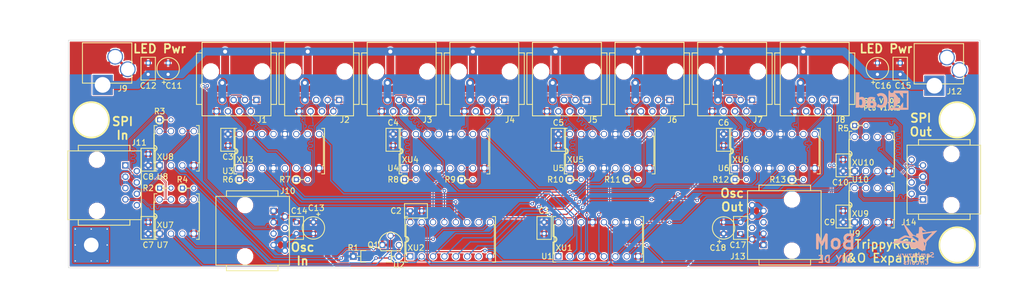
<source format=kicad_pcb>
(kicad_pcb (version 20171130) (host pcbnew "(5.0.0-rc2-83-gda392728d)")
  (title_block (title "Interactive Rainbow") (date 2018-06-05) (rev 1.0.2) (company "Sembazuru Circuits (for Barrel of Makers)") (comment 1 "1.0.0 Initial layout.") (comment 2 "1.0.1 Add KiCad logo.") (comment 3 "1.0.2 Larger DIP8 holes; Update to KiCad v5 formatting."))
  (layers (0 F.Cu signal) (31 B.Cu signal) (34 B.Paste user) (35 F.Paste user) (36 B.SilkS user) (37 F.SilkS user) (38 B.Mask user) (39 F.Mask user) (44 Edge.Cuts user))
  (net 0 "")
  (net 1 GND)
  (net 2 /Out1)
  (net 3 /In1)
  (net 4 /Out2)
  (net 5 /In2)
  (net 6 /Out3)
  (net 7 /In3)
  (net 8 /Out4)
  (net 9 /In4)
  (net 10 /Out5)
  (net 11 /In5)
  (net 12 /Out6)
  (net 13 /In6)
  (net 14 /Out7)
  (net 15 /In7)
  (net 16 /Out8)
  (net 17 /In8)
  (net 18 /~SS)
  (net 19 /MOSI)
  (net 20 /MISO)
  (net 21 /SCK)
  (net 22 "+5V(1)")
  (net 23 "+5V(2)")
  (net 24 /~IR_Osc+)
  (net 25 /~IR_Osc-)
  (net 26 /In1+)
  (net 27 /Out1+)
  (net 28 /Out1-)
  (net 29 /In1-)
  (net 30 /In2+)
  (net 31 /Out2+)
  (net 32 /Out2-)
  (net 33 /In2-)
  (net 34 /In3+)
  (net 35 /Out3+)
  (net 36 /Out3-)
  (net 37 /In3-)
  (net 38 /In4+)
  (net 39 /Out4+)
  (net 40 /Out4-)
  (net 41 /In4-)
  (net 42 /In5+)
  (net 43 /Out5+)
  (net 44 /Out5-)
  (net 45 /In5-)
  (net 46 /In6+)
  (net 47 /Out6+)
  (net 48 /Out6-)
  (net 49 /In6-)
  (net 50 /In7+)
  (net 51 /Out7+)
  (net 52 /Out7-)
  (net 53 /In7-)
  (net 54 /In8+)
  (net 55 /Out8+)
  (net 56 /Out8-)
  (net 57 /In8-)
  (net 58 /~SS+)
  (net 59 /~SS-)
  (net 60 /MISO+)
  (net 61 /MOSI+)
  (net 62 /MOSI-)
  (net 63 /MISO-)
  (net 64 /SCK+)
  (net 65 /SCK-)
  (net 66 /~SS'+)
  (net 67 /~SS'-)
  (net 68 /MISO'+)
  (net 69 /MOSI'+)
  (net 70 /MOSI'-)
  (net 71 /MISO'-)
  (net 72 /SCK'+)
  (net 73 /SCK'-)
  (net 74 /SS)
  (net 75 /MOSI')
  (net 76 /MISO')
  (module ipc-7251TH-standard:CAPPRD254W50D500H850 (layer F.Cu) (at 60.325 95.25 90)
    (fp_text reference C11 (at -3.81 1.27 180) (layer F.SilkS) (effects (font (size 1.27 1.27) (thickness 0.2032))))
    (fp_text value 10µF)
    (fp_text user + (at -3.048 -1.016 90) (layer F.SilkS) (effects (font (thickness 0.2032))))
    (pad 2 thru_hole circle (at 1.27 0 90) (size 1.12 1.12) (drill 0.72) (layers *.Cu *.Mask) (net 1 GND))
    (pad 1 thru_hole rect (at -1.27 0 90) (size 1.12 1.12) (drill 0.72) (layers *.Cu *.Mask) (net 23 "+5V(2)"))
  )
  (module ipc-7251TH-standard:DIPS762W45P254L2019H508Q16 (layer F.Cu) (at 186.69 117.475 90)
    (fp_text reference U6 (at 0 -2.54 180) (layer F.SilkS) (effects (font (size 1.27 1.27) (thickness 0.2032))))
    (fp_text value 75C1168)
    (pad 16 thru_hole circle (at 7.62 0) (size 1.4 1.4) (drill 1) (layers *.Cu *.Mask) (net 22 "+5V(1)"))
    (pad 15 thru_hole circle (at 7.62 2.54) (size 1.4 1.4) (drill 1) (layers *.Cu *.Mask) (net 14 /Out7))
    (pad 14 thru_hole circle (at 7.62 5.08) (size 1.4 1.4) (drill 1) (layers *.Cu *.Mask) (net 51 /Out7+))
    (pad 13 thru_hole circle (at 7.62 7.62) (size 1.4 1.4) (drill 1) (layers *.Cu *.Mask) (net 52 /Out7-))
    (pad 12 thru_hole circle (at 7.62 10.16) (size 1.4 1.4) (drill 1) (layers *.Cu *.Mask) (net 22 "+5V(1)"))
    (pad 11 thru_hole circle (at 7.62 12.7) (size 1.4 1.4) (drill 1) (layers *.Cu *.Mask) (net 56 /Out8-))
    (pad 10 thru_hole circle (at 7.62 15.24) (size 1.4 1.4) (drill 1) (layers *.Cu *.Mask) (net 55 /Out8+))
    (pad 9 thru_hole circle (at 7.62 17.78) (size 1.4 1.4) (drill 1) (layers *.Cu *.Mask) (net 16 /Out8))
    (pad 8 thru_hole circle (at 0 17.78) (size 1.4 1.4) (drill 1) (layers *.Cu *.Mask) (net 1 GND))
    (pad 7 thru_hole circle (at 0 15.24) (size 1.4 1.4) (drill 1) (layers *.Cu *.Mask) (net 57 /In8-))
    (pad 6 thru_hole circle (at 0 12.7) (size 1.4 1.4) (drill 1) (layers *.Cu *.Mask) (net 54 /In8+))
    (pad 5 thru_hole circle (at 0 10.16) (size 1.4 1.4) (drill 1) (layers *.Cu *.Mask) (net 17 /In8))
    (pad 4 thru_hole circle (at 0 7.62) (size 1.4 1.4) (drill 1) (layers *.Cu *.Mask) (net 22 "+5V(1)"))
    (pad 3 thru_hole circle (at 0 5.08) (size 1.4 1.4) (drill 1) (layers *.Cu *.Mask) (net 15 /In7))
    (pad 2 thru_hole circle (at 0 2.54) (size 1.4 1.4) (drill 1) (layers *.Cu *.Mask) (net 50 /In7+))
    (pad 1 thru_hole rect (at 0 0) (size 1.4 1.4) (drill 1) (layers *.Cu *.Mask) (net 53 /In7-))
  )
  (module ipc-7251TH-standard:DIPS762W45P254L2019H508Q16 (layer F.Cu) (at 149.86 117.475 90)
    (fp_text reference U5 (at 0 -2.54 180) (layer F.SilkS) (effects (font (size 1.27 1.27) (thickness 0.2032))))
    (fp_text value 75C1168)
    (pad 16 thru_hole circle (at 7.62 0) (size 1.4 1.4) (drill 1) (layers *.Cu *.Mask) (net 22 "+5V(1)"))
    (pad 15 thru_hole circle (at 7.62 2.54) (size 1.4 1.4) (drill 1) (layers *.Cu *.Mask) (net 10 /Out5))
    (pad 14 thru_hole circle (at 7.62 5.08) (size 1.4 1.4) (drill 1) (layers *.Cu *.Mask) (net 43 /Out5+))
    (pad 13 thru_hole circle (at 7.62 7.62) (size 1.4 1.4) (drill 1) (layers *.Cu *.Mask) (net 44 /Out5-))
    (pad 12 thru_hole circle (at 7.62 10.16) (size 1.4 1.4) (drill 1) (layers *.Cu *.Mask) (net 22 "+5V(1)"))
    (pad 11 thru_hole circle (at 7.62 12.7) (size 1.4 1.4) (drill 1) (layers *.Cu *.Mask) (net 48 /Out6-))
    (pad 10 thru_hole circle (at 7.62 15.24) (size 1.4 1.4) (drill 1) (layers *.Cu *.Mask) (net 47 /Out6+))
    (pad 9 thru_hole circle (at 7.62 17.78) (size 1.4 1.4) (drill 1) (layers *.Cu *.Mask) (net 12 /Out6))
    (pad 8 thru_hole circle (at 0 17.78) (size 1.4 1.4) (drill 1) (layers *.Cu *.Mask) (net 1 GND))
    (pad 7 thru_hole circle (at 0 15.24) (size 1.4 1.4) (drill 1) (layers *.Cu *.Mask) (net 49 /In6-))
    (pad 6 thru_hole circle (at 0 12.7) (size 1.4 1.4) (drill 1) (layers *.Cu *.Mask) (net 46 /In6+))
    (pad 5 thru_hole circle (at 0 10.16) (size 1.4 1.4) (drill 1) (layers *.Cu *.Mask) (net 13 /In6))
    (pad 4 thru_hole circle (at 0 7.62) (size 1.4 1.4) (drill 1) (layers *.Cu *.Mask) (net 22 "+5V(1)"))
    (pad 3 thru_hole circle (at 0 5.08) (size 1.4 1.4) (drill 1) (layers *.Cu *.Mask) (net 11 /In5))
    (pad 2 thru_hole circle (at 0 2.54) (size 1.4 1.4) (drill 1) (layers *.Cu *.Mask) (net 42 /In5+))
    (pad 1 thru_hole rect (at 0 0) (size 1.4 1.4) (drill 1) (layers *.Cu *.Mask) (net 45 /In5-))
  )
  (module ipc-7251TH-standard:DIPS762W45P254L2019H508Q16 (layer F.Cu) (at 113.03 117.475 90)
    (fp_text reference U4 (at 0 -2.54 180) (layer F.SilkS) (effects (font (size 1.27 1.27) (thickness 0.2032))))
    (fp_text value 75C1168)
    (pad 16 thru_hole circle (at 7.62 0) (size 1.4 1.4) (drill 1) (layers *.Cu *.Mask) (net 22 "+5V(1)"))
    (pad 15 thru_hole circle (at 7.62 2.54) (size 1.4 1.4) (drill 1) (layers *.Cu *.Mask) (net 6 /Out3))
    (pad 14 thru_hole circle (at 7.62 5.08) (size 1.4 1.4) (drill 1) (layers *.Cu *.Mask) (net 35 /Out3+))
    (pad 13 thru_hole circle (at 7.62 7.62) (size 1.4 1.4) (drill 1) (layers *.Cu *.Mask) (net 36 /Out3-))
    (pad 12 thru_hole circle (at 7.62 10.16) (size 1.4 1.4) (drill 1) (layers *.Cu *.Mask) (net 22 "+5V(1)"))
    (pad 11 thru_hole circle (at 7.62 12.7) (size 1.4 1.4) (drill 1) (layers *.Cu *.Mask) (net 40 /Out4-))
    (pad 10 thru_hole circle (at 7.62 15.24) (size 1.4 1.4) (drill 1) (layers *.Cu *.Mask) (net 39 /Out4+))
    (pad 9 thru_hole circle (at 7.62 17.78) (size 1.4 1.4) (drill 1) (layers *.Cu *.Mask) (net 8 /Out4))
    (pad 8 thru_hole circle (at 0 17.78) (size 1.4 1.4) (drill 1) (layers *.Cu *.Mask) (net 1 GND))
    (pad 7 thru_hole circle (at 0 15.24) (size 1.4 1.4) (drill 1) (layers *.Cu *.Mask) (net 41 /In4-))
    (pad 6 thru_hole circle (at 0 12.7) (size 1.4 1.4) (drill 1) (layers *.Cu *.Mask) (net 38 /In4+))
    (pad 5 thru_hole circle (at 0 10.16) (size 1.4 1.4) (drill 1) (layers *.Cu *.Mask) (net 9 /In4))
    (pad 4 thru_hole circle (at 0 7.62) (size 1.4 1.4) (drill 1) (layers *.Cu *.Mask) (net 22 "+5V(1)"))
    (pad 3 thru_hole circle (at 0 5.08) (size 1.4 1.4) (drill 1) (layers *.Cu *.Mask) (net 7 /In3))
    (pad 2 thru_hole circle (at 0 2.54) (size 1.4 1.4) (drill 1) (layers *.Cu *.Mask) (net 34 /In3+))
    (pad 1 thru_hole rect (at 0 0) (size 1.4 1.4) (drill 1) (layers *.Cu *.Mask) (net 37 /In3-))
  )
  (module ipc-7251TH-standard:DIPS762W45P254L2019H508Q16 (layer F.Cu) (at 76.2 117.475 90)
    (fp_text reference U3 (at -0.635 -2.54) (layer F.SilkS) (effects (font (size 1.27 1.27) (thickness 0.2032))))
    (fp_text value 75C1168)
    (pad 16 thru_hole circle (at 7.62 0) (size 1.4 1.4) (drill 1) (layers *.Cu *.Mask) (net 22 "+5V(1)"))
    (pad 15 thru_hole circle (at 7.62 2.54) (size 1.4 1.4) (drill 1) (layers *.Cu *.Mask) (net 2 /Out1))
    (pad 14 thru_hole circle (at 7.62 5.08) (size 1.4 1.4) (drill 1) (layers *.Cu *.Mask) (net 27 /Out1+))
    (pad 13 thru_hole circle (at 7.62 7.62) (size 1.4 1.4) (drill 1) (layers *.Cu *.Mask) (net 28 /Out1-))
    (pad 12 thru_hole circle (at 7.62 10.16) (size 1.4 1.4) (drill 1) (layers *.Cu *.Mask) (net 22 "+5V(1)"))
    (pad 11 thru_hole circle (at 7.62 12.7) (size 1.4 1.4) (drill 1) (layers *.Cu *.Mask) (net 32 /Out2-))
    (pad 10 thru_hole circle (at 7.62 15.24) (size 1.4 1.4) (drill 1) (layers *.Cu *.Mask) (net 31 /Out2+))
    (pad 9 thru_hole circle (at 7.62 17.78) (size 1.4 1.4) (drill 1) (layers *.Cu *.Mask) (net 4 /Out2))
    (pad 8 thru_hole circle (at 0 17.78) (size 1.4 1.4) (drill 1) (layers *.Cu *.Mask) (net 1 GND))
    (pad 7 thru_hole circle (at 0 15.24) (size 1.4 1.4) (drill 1) (layers *.Cu *.Mask) (net 33 /In2-))
    (pad 6 thru_hole circle (at 0 12.7) (size 1.4 1.4) (drill 1) (layers *.Cu *.Mask) (net 30 /In2+))
    (pad 5 thru_hole circle (at 0 10.16) (size 1.4 1.4) (drill 1) (layers *.Cu *.Mask) (net 5 /In2))
    (pad 4 thru_hole circle (at 0 7.62) (size 1.4 1.4) (drill 1) (layers *.Cu *.Mask) (net 22 "+5V(1)"))
    (pad 3 thru_hole circle (at 0 5.08) (size 1.4 1.4) (drill 1) (layers *.Cu *.Mask) (net 3 /In1))
    (pad 2 thru_hole circle (at 0 2.54) (size 1.4 1.4) (drill 1) (layers *.Cu *.Mask) (net 26 /In1+))
    (pad 1 thru_hole rect (at 0 0) (size 1.4 1.4) (drill 1) (layers *.Cu *.Mask) (net 29 /In1-))
  )
  (module ipc-7251TH-standard:DIPS762W45P254L2019H508Q16 (layer F.Cu) (at 114.3 137.16 90)
    (fp_text reference U2 (at -1.905 -2.54 180) (layer F.SilkS) (effects (font (size 1.27 1.27) (thickness 0.2032))))
    (fp_text value 74HC165)
    (pad 16 thru_hole circle (at 7.62 0) (size 1.4 1.4) (drill 1) (layers *.Cu *.Mask) (net 22 "+5V(1)"))
    (pad 15 thru_hole circle (at 7.62 2.54) (size 1.4 1.4) (drill 1) (layers *.Cu *.Mask) (net 18 /~SS))
    (pad 14 thru_hole circle (at 7.62 5.08) (size 1.4 1.4) (drill 1) (layers *.Cu *.Mask) (net 9 /In4))
    (pad 13 thru_hole circle (at 7.62 7.62) (size 1.4 1.4) (drill 1) (layers *.Cu *.Mask) (net 7 /In3))
    (pad 12 thru_hole circle (at 7.62 10.16) (size 1.4 1.4) (drill 1) (layers *.Cu *.Mask) (net 5 /In2))
    (pad 11 thru_hole circle (at 7.62 12.7) (size 1.4 1.4) (drill 1) (layers *.Cu *.Mask) (net 3 /In1))
    (pad 10 thru_hole circle (at 7.62 15.24) (size 1.4 1.4) (drill 1) (layers *.Cu *.Mask) (net 76 /MISO'))
    (pad 9 thru_hole circle (at 7.62 17.78) (size 1.4 1.4) (drill 1) (layers *.Cu *.Mask) (net 20 /MISO))
    (pad 8 thru_hole circle (at 0 17.78) (size 1.4 1.4) (drill 1) (layers *.Cu *.Mask) (net 1 GND))
    (pad 7 thru_hole circle (at 0 15.24) (size 1.4 1.4) (drill 1) (layers *.Cu *.Mask))
    (pad 6 thru_hole circle (at 0 12.7) (size 1.4 1.4) (drill 1) (layers *.Cu *.Mask) (net 17 /In8))
    (pad 5 thru_hole circle (at 0 10.16) (size 1.4 1.4) (drill 1) (layers *.Cu *.Mask) (net 15 /In7))
    (pad 4 thru_hole circle (at 0 7.62) (size 1.4 1.4) (drill 1) (layers *.Cu *.Mask) (net 13 /In6))
    (pad 3 thru_hole circle (at 0 5.08) (size 1.4 1.4) (drill 1) (layers *.Cu *.Mask) (net 11 /In5))
    (pad 2 thru_hole circle (at 0 2.54) (size 1.4 1.4) (drill 1) (layers *.Cu *.Mask) (net 21 /SCK))
    (pad 1 thru_hole rect (at 0 0) (size 1.4 1.4) (drill 1) (layers *.Cu *.Mask) (net 74 /SS))
  )
  (module ipc-7251TH-standard:DIPS762W45P254L2019H508Q16 (layer F.Cu) (at 147.32 137.16 90)
    (fp_text reference U1 (at 0 -2.54 180) (layer F.SilkS) (effects (font (size 1.27 1.27) (thickness 0.2032))))
    (fp_text value 74HC595)
    (pad 16 thru_hole circle (at 7.62 0) (size 1.4 1.4) (drill 1) (layers *.Cu *.Mask) (net 22 "+5V(1)"))
    (pad 15 thru_hole circle (at 7.62 2.54) (size 1.4 1.4) (drill 1) (layers *.Cu *.Mask) (net 2 /Out1))
    (pad 14 thru_hole circle (at 7.62 5.08) (size 1.4 1.4) (drill 1) (layers *.Cu *.Mask) (net 19 /MOSI))
    (pad 13 thru_hole circle (at 7.62 7.62) (size 1.4 1.4) (drill 1) (layers *.Cu *.Mask) (net 1 GND))
    (pad 12 thru_hole circle (at 7.62 10.16) (size 1.4 1.4) (drill 1) (layers *.Cu *.Mask) (net 18 /~SS))
    (pad 11 thru_hole circle (at 7.62 12.7) (size 1.4 1.4) (drill 1) (layers *.Cu *.Mask) (net 21 /SCK))
    (pad 10 thru_hole circle (at 7.62 15.24) (size 1.4 1.4) (drill 1) (layers *.Cu *.Mask) (net 22 "+5V(1)"))
    (pad 9 thru_hole circle (at 7.62 17.78) (size 1.4 1.4) (drill 1) (layers *.Cu *.Mask) (net 75 /MOSI'))
    (pad 8 thru_hole circle (at 0 17.78) (size 1.4 1.4) (drill 1) (layers *.Cu *.Mask) (net 1 GND))
    (pad 7 thru_hole circle (at 0 15.24) (size 1.4 1.4) (drill 1) (layers *.Cu *.Mask) (net 16 /Out8))
    (pad 6 thru_hole circle (at 0 12.7) (size 1.4 1.4) (drill 1) (layers *.Cu *.Mask) (net 14 /Out7))
    (pad 5 thru_hole circle (at 0 10.16) (size 1.4 1.4) (drill 1) (layers *.Cu *.Mask) (net 12 /Out6))
    (pad 4 thru_hole circle (at 0 7.62) (size 1.4 1.4) (drill 1) (layers *.Cu *.Mask) (net 10 /Out5))
    (pad 3 thru_hole circle (at 0 5.08) (size 1.4 1.4) (drill 1) (layers *.Cu *.Mask) (net 8 /Out4))
    (pad 2 thru_hole circle (at 0 2.54) (size 1.4 1.4) (drill 1) (layers *.Cu *.Mask) (net 6 /Out3))
    (pad 1 thru_hole rect (at 0 0) (size 1.4 1.4) (drill 1) (layers *.Cu *.Mask) (net 4 /Out2))
  )
  (module ipc-7251TH-standard:DIPfS794W45P254L1969H508Q16 (layer F.Cu) (at 186.69 117.475 90)
    (fp_text reference XU6 (at 1.905 1.27 180) (layer F.SilkS) (effects (font (size 1.27 1.27) (thickness 0.2032))))
    (fp_text value IC_Socket16)
  )
  (module ipc-7251TH-standard:DIPfS794W45P254L1969H508Q16 (layer F.Cu) (at 149.86 117.475 90)
    (fp_text reference XU5 (at 1.905 1.27 180) (layer F.SilkS) (effects (font (size 1.27 1.27) (thickness 0.2032))))
    (fp_text value IC_Socket16)
  )
  (module ipc-7251TH-standard:DIPfS794W45P254L1969H508Q16 (layer F.Cu) (at 113.03 117.475 90)
    (fp_text reference XU4 (at 1.905 1.27 180) (layer F.SilkS) (effects (font (size 1.27 1.27) (thickness 0.2032))))
    (fp_text value IC_Socket16)
  )
  (module ipc-7251TH-standard:DIPfS794W45P254L1969H508Q16 (layer F.Cu) (at 76.2 117.475 90)
    (fp_text reference XU3 (at 1.905 1.27 180) (layer F.SilkS) (effects (font (size 1.27 1.27) (thickness 0.2032))))
    (fp_text value IC_Socket16)
  )
  (module ipc-7251TH-standard:DIPfS794W45P254L1969H508Q16 (layer F.Cu) (at 114.3 137.16 90)
    (fp_text reference XU2 (at 1.905 1.27 180) (layer F.SilkS) (effects (font (size 1.27 1.27) (thickness 0.2032))))
    (fp_text value IC_Socket16)
  )
  (module ipc-7251TH-standard:DIPfS794W45P254L1969H508Q16 (layer F.Cu) (at 147.32 137.16 90)
    (fp_text reference XU1 (at 1.905 1.27 180) (layer F.SilkS) (effects (font (size 1.27 1.27) (thickness 0.2032))))
    (fp_text value IC_Socket16)
  )
  (module ipc-7251TH-standard:DIPS762W45P254L1003H508Q8 (layer F.Cu) (at 213.36 118.11 90)
    (fp_text reference U10 (at -1.905 1.27 180) (layer F.SilkS) (effects (font (size 1.27 1.27) (thickness 0.2032))))
    (fp_text value DS8921)
    (pad 8 thru_hole circle (at 7.62 0) (size 1.4 1.4) (drill 1) (layers *.Cu *.Mask) (net 68 /MISO'+))
    (pad 7 thru_hole circle (at 7.62 2.54) (size 1.4 1.4) (drill 1) (layers *.Cu *.Mask) (net 71 /MISO'-))
    (pad 6 thru_hole circle (at 7.62 5.08) (size 1.4 1.4) (drill 1) (layers *.Cu *.Mask) (net 69 /MOSI'+))
    (pad 5 thru_hole circle (at 7.62 7.62) (size 1.4 1.4) (drill 1) (layers *.Cu *.Mask) (net 70 /MOSI'-))
    (pad 4 thru_hole circle (at 0 7.62) (size 1.4 1.4) (drill 1) (layers *.Cu *.Mask) (net 1 GND))
    (pad 3 thru_hole circle (at 0 5.08) (size 1.4 1.4) (drill 1) (layers *.Cu *.Mask) (net 75 /MOSI'))
    (pad 2 thru_hole circle (at 0 2.54) (size 1.4 1.4) (drill 1) (layers *.Cu *.Mask) (net 76 /MISO'))
    (pad 1 thru_hole rect (at 0 0) (size 1.4 1.4) (drill 1) (layers *.Cu *.Mask) (net 22 "+5V(1)"))
  )
  (module ipc-7251TH-standard:DIPS762W45P254L1003H508Q8 (layer F.Cu) (at 213.36 129.54 90)
    (fp_text reference U9 (at -2.54 0 180) (layer F.SilkS) (effects (font (size 1.27 1.27) (thickness 0.2032))))
    (fp_text value uA9638C)
    (pad 8 thru_hole circle (at 7.62 0) (size 1.4 1.4) (drill 1) (layers *.Cu *.Mask) (net 66 /~SS'+))
    (pad 7 thru_hole circle (at 7.62 2.54) (size 1.4 1.4) (drill 1) (layers *.Cu *.Mask) (net 67 /~SS'-))
    (pad 6 thru_hole circle (at 7.62 5.08) (size 1.4 1.4) (drill 1) (layers *.Cu *.Mask) (net 72 /SCK'+))
    (pad 5 thru_hole circle (at 7.62 7.62) (size 1.4 1.4) (drill 1) (layers *.Cu *.Mask) (net 73 /SCK'-))
    (pad 4 thru_hole circle (at 0 7.62) (size 1.4 1.4) (drill 1) (layers *.Cu *.Mask) (net 1 GND))
    (pad 3 thru_hole circle (at 0 5.08) (size 1.4 1.4) (drill 1) (layers *.Cu *.Mask) (net 21 /SCK))
    (pad 2 thru_hole circle (at 0 2.54) (size 1.4 1.4) (drill 1) (layers *.Cu *.Mask) (net 18 /~SS))
    (pad 1 thru_hole rect (at 0 0) (size 1.4 1.4) (drill 1) (layers *.Cu *.Mask) (net 22 "+5V(1)"))
  )
  (module ipc-7251TH-standard:DIPS762W45P254L1003H508Q8 (layer F.Cu) (at 58.42 116.84 90)
    (fp_text reference U8 (at -2.54 0.635 180) (layer F.SilkS) (effects (font (size 1.27 1.27) (thickness 0.2032))))
    (fp_text value DS8921)
    (pad 8 thru_hole circle (at 7.62 0) (size 1.4 1.4) (drill 1) (layers *.Cu *.Mask) (net 61 /MOSI+))
    (pad 7 thru_hole circle (at 7.62 2.54) (size 1.4 1.4) (drill 1) (layers *.Cu *.Mask) (net 62 /MOSI-))
    (pad 6 thru_hole circle (at 7.62 5.08) (size 1.4 1.4) (drill 1) (layers *.Cu *.Mask) (net 60 /MISO+))
    (pad 5 thru_hole circle (at 7.62 7.62) (size 1.4 1.4) (drill 1) (layers *.Cu *.Mask) (net 63 /MISO-))
    (pad 4 thru_hole circle (at 0 7.62) (size 1.4 1.4) (drill 1) (layers *.Cu *.Mask) (net 1 GND))
    (pad 3 thru_hole circle (at 0 5.08) (size 1.4 1.4) (drill 1) (layers *.Cu *.Mask) (net 20 /MISO))
    (pad 2 thru_hole circle (at 0 2.54) (size 1.4 1.4) (drill 1) (layers *.Cu *.Mask) (net 19 /MOSI))
    (pad 1 thru_hole rect (at 0 0) (size 1.4 1.4) (drill 1) (layers *.Cu *.Mask) (net 22 "+5V(1)"))
  )
  (module ipc-7251TH-standard:DIPS762W45P254L1003H508Q8 (layer F.Cu) (at 58.42 132.08 90)
    (fp_text reference U7 (at -2.54 0.635 180) (layer F.SilkS) (effects (font (size 1.27 1.27) (thickness 0.2032))))
    (fp_text value uA9637AC)
    (pad 8 thru_hole circle (at 7.62 0) (size 1.4 1.4) (drill 1) (layers *.Cu *.Mask) (net 58 /~SS+))
    (pad 7 thru_hole circle (at 7.62 2.54) (size 1.4 1.4) (drill 1) (layers *.Cu *.Mask) (net 59 /~SS-))
    (pad 6 thru_hole circle (at 7.62 5.08) (size 1.4 1.4) (drill 1) (layers *.Cu *.Mask) (net 64 /SCK+))
    (pad 5 thru_hole circle (at 7.62 7.62) (size 1.4 1.4) (drill 1) (layers *.Cu *.Mask) (net 65 /SCK-))
    (pad 4 thru_hole circle (at 0 7.62) (size 1.4 1.4) (drill 1) (layers *.Cu *.Mask) (net 1 GND))
    (pad 3 thru_hole circle (at 0 5.08) (size 1.4 1.4) (drill 1) (layers *.Cu *.Mask) (net 21 /SCK))
    (pad 2 thru_hole circle (at 0 2.54) (size 1.4 1.4) (drill 1) (layers *.Cu *.Mask) (net 18 /~SS))
    (pad 1 thru_hole rect (at 0 0) (size 1.4 1.4) (drill 1) (layers *.Cu *.Mask) (net 22 "+5V(1)"))
  )
  (module ipc-7251TH-standard:DIPfS762W45P254L1016H508Q8 (layer F.Cu) (at 213.36 118.11 90)
    (fp_text reference XU10 (at 1.905 1.905 180) (layer F.SilkS) (effects (font (size 1.27 1.27) (thickness 0.2032))))
    (fp_text value IC_Socket08)
  )
  (module ipc-7251TH-standard:DIPfS762W45P254L1016H508Q8 (layer F.Cu) (at 213.36 129.54 90)
    (fp_text reference XU9 (at 1.905 1.27 180) (layer F.SilkS) (effects (font (size 1.27 1.27) (thickness 0.2032))))
    (fp_text value IC_Socket08)
  )
  (module ipc-7251TH-standard:DIPfS762W45P254L1016H508Q8 (layer F.Cu) (at 58.42 116.84 90)
    (fp_text reference XU8 (at 1.905 1.27 180) (layer F.SilkS) (effects (font (size 1.27 1.27) (thickness 0.2032))))
    (fp_text value IC_Socket08)
  )
  (module ipc-7251TH-standard:DIPfS762W45P254L1016H508Q8 (layer F.Cu) (at 58.42 132.08 90)
    (fp_text reference XU7 (at 1.905 1.27 180) (layer F.SilkS) (effects (font (size 1.27 1.27) (thickness 0.2032))))
    (fp_text value IC_Socket08)
  )
  (module ipc-7251TH-standard:CAPRR254W51L508T318H660P (layer F.Cu) (at 187.96 132.08 90)
    (fp_text reference C17 (at -2.54 -0.635 180) (layer F.SilkS) (effects (font (size 1.27 1.27) (thickness 0.2032))))
    (fp_text value 0.1µF)
    (pad 2 thru_hole circle (at 2.54 0 90) (size 1.19888 1.19888) (drill 0.70104) (layers *.Cu *.Mask) (net 1 GND))
    (pad 1 thru_hole rect (at 0 0 90) (size 1.12014 1.12014) (drill 0.70104) (layers *.Cu *.Mask) (net 22 "+5V(1)"))
  )
  (module ipc-7251TH-standard:CAPRR254W51L508T318H660P (layer F.Cu) (at 223.52 96.52 90)
    (fp_text reference C15 (at -2.54 0.635 180) (layer F.SilkS) (effects (font (size 1.27 1.27) (thickness 0.2032))))
    (fp_text value 0.1µF)
    (pad 2 thru_hole circle (at 2.54 0 90) (size 1.19888 1.19888) (drill 0.70104) (layers *.Cu *.Mask) (net 1 GND))
    (pad 1 thru_hole rect (at 0 0 90) (size 1.12014 1.12014) (drill 0.70104) (layers *.Cu *.Mask) (net 23 "+5V(2)"))
  )
  (module ipc-7251TH-standard:CAPRR254W51L508T318H660P (layer F.Cu) (at 88.9 129.54 270)
    (fp_text reference C14 (at -2.54 -0.635) (layer F.SilkS) (effects (font (size 1.27 1.27) (thickness 0.2032))))
    (fp_text value 0.1µF)
    (pad 2 thru_hole circle (at 2.54 0 270) (size 1.19888 1.19888) (drill 0.70104) (layers *.Cu *.Mask) (net 1 GND))
    (pad 1 thru_hole rect (at 0 0 270) (size 1.12014 1.12014) (drill 0.70104) (layers *.Cu *.Mask) (net 22 "+5V(1)"))
  )
  (module ipc-7251TH-standard:CAPRR254W51L508T318H660P (layer F.Cu) (at 55.88 96.52 90)
    (fp_text reference C12 (at -2.54 0 180) (layer F.SilkS) (effects (font (size 1.27 1.27) (thickness 0.2032))))
    (fp_text value 0.1µF)
    (pad 2 thru_hole circle (at 2.54 0 90) (size 1.19888 1.19888) (drill 0.70104) (layers *.Cu *.Mask) (net 1 GND))
    (pad 1 thru_hole rect (at 0 0 90) (size 1.12014 1.12014) (drill 0.70104) (layers *.Cu *.Mask) (net 23 "+5V(2)"))
  )
  (module ipc-7251TH-standard:CAPRR254W51L508T318H660P (layer F.Cu) (at 210.82 118.11 90)
    (fp_text reference C10 (at -2.54 -0.635 180) (layer F.SilkS) (effects (font (size 1.27 1.27) (thickness 0.2032))))
    (fp_text value 0.1µF)
    (pad 2 thru_hole circle (at 2.54 0 90) (size 1.19888 1.19888) (drill 0.70104) (layers *.Cu *.Mask) (net 1 GND))
    (pad 1 thru_hole rect (at 0 0 90) (size 1.12014 1.12014) (drill 0.70104) (layers *.Cu *.Mask) (net 22 "+5V(1)"))
  )
  (module ipc-7251TH-standard:CAPRR254W51L508T318H660P (layer F.Cu) (at 210.82 129.54 90)
    (fp_text reference C9 (at 0 -3.048) (layer F.SilkS) (effects (font (size 1.27 1.27) (thickness 0.2032))))
    (fp_text value 0.1µF)
    (pad 2 thru_hole circle (at 2.54 0 90) (size 1.19888 1.19888) (drill 0.70104) (layers *.Cu *.Mask) (net 1 GND))
    (pad 1 thru_hole rect (at 0 0 90) (size 1.12014 1.12014) (drill 0.70104) (layers *.Cu *.Mask) (net 22 "+5V(1)"))
  )
  (module ipc-7251TH-standard:CAPRR254W51L508T318H660P (layer F.Cu) (at 55.88 116.84 90)
    (fp_text reference C8 (at -2.54 0 180) (layer F.SilkS) (effects (font (size 1.27 1.27) (thickness 0.2032))))
    (fp_text value 0.1µF)
    (pad 2 thru_hole circle (at 2.54 0 90) (size 1.19888 1.19888) (drill 0.70104) (layers *.Cu *.Mask) (net 1 GND))
    (pad 1 thru_hole rect (at 0 0 90) (size 1.12014 1.12014) (drill 0.70104) (layers *.Cu *.Mask) (net 22 "+5V(1)"))
  )
  (module ipc-7251TH-standard:CAPRR254W51L508T318H660P (layer F.Cu) (at 55.88 132.08 90)
    (fp_text reference C7 (at -2.54 0 180) (layer F.SilkS) (effects (font (size 1.27 1.27) (thickness 0.2032))))
    (fp_text value 0.1µF)
    (pad 2 thru_hole circle (at 2.54 0 90) (size 1.19888 1.19888) (drill 0.70104) (layers *.Cu *.Mask) (net 1 GND))
    (pad 1 thru_hole rect (at 0 0 90) (size 1.12014 1.12014) (drill 0.70104) (layers *.Cu *.Mask) (net 22 "+5V(1)"))
  )
  (module ipc-7251TH-standard:CAPRR254W51L508T318H660P (layer F.Cu) (at 184.15 109.855 270)
    (fp_text reference C6 (at -2.54 0) (layer F.SilkS) (effects (font (size 1.27 1.27) (thickness 0.2032))))
    (fp_text value 0.1µF)
    (pad 2 thru_hole circle (at 2.54 0 270) (size 1.19888 1.19888) (drill 0.70104) (layers *.Cu *.Mask) (net 1 GND))
    (pad 1 thru_hole rect (at 0 0 270) (size 1.12014 1.12014) (drill 0.70104) (layers *.Cu *.Mask) (net 22 "+5V(1)"))
  )
  (module ipc-7251TH-standard:CAPRR254W51L508T318H660P (layer F.Cu) (at 147.32 109.855 270)
    (fp_text reference C5 (at -2.54 0) (layer F.SilkS) (effects (font (size 1.27 1.27) (thickness 0.2032))))
    (fp_text value 0.1µF)
    (pad 2 thru_hole circle (at 2.54 0 270) (size 1.19888 1.19888) (drill 0.70104) (layers *.Cu *.Mask) (net 1 GND))
    (pad 1 thru_hole rect (at 0 0 270) (size 1.12014 1.12014) (drill 0.70104) (layers *.Cu *.Mask) (net 22 "+5V(1)"))
  )
  (module ipc-7251TH-standard:CAPRR254W51L508T318H660P (layer F.Cu) (at 110.49 109.855 270)
    (fp_text reference C4 (at -2.54 0 180) (layer F.SilkS) (effects (font (size 1.27 1.27) (thickness 0.2032))))
    (fp_text value 0.1µF)
    (pad 2 thru_hole circle (at 2.54 0 270) (size 1.19888 1.19888) (drill 0.70104) (layers *.Cu *.Mask) (net 1 GND))
    (pad 1 thru_hole rect (at 0 0 270) (size 1.12014 1.12014) (drill 0.70104) (layers *.Cu *.Mask) (net 22 "+5V(1)"))
  )
  (module ipc-7251TH-standard:CAPRR254W51L508T318H660P (layer F.Cu) (at 73.66 109.855 270)
    (fp_text reference C3 (at 5.08 0) (layer F.SilkS) (effects (font (size 1.27 1.27) (thickness 0.2032))))
    (fp_text value 0.1µF)
    (pad 2 thru_hole circle (at 2.54 0 270) (size 1.19888 1.19888) (drill 0.70104) (layers *.Cu *.Mask) (net 1 GND))
    (pad 1 thru_hole rect (at 0 0 270) (size 1.12014 1.12014) (drill 0.70104) (layers *.Cu *.Mask) (net 22 "+5V(1)"))
  )
  (module ipc-7251TH-standard:CAPRR254W51L508T318H660P (layer F.Cu) (at 114.3 127)
    (fp_text reference C2 (at -3.175 0) (layer F.SilkS) (effects (font (size 1.27 1.27) (thickness 0.2032))))
    (fp_text value 0.1µF)
    (pad 2 thru_hole circle (at 2.54 0) (size 1.19888 1.19888) (drill 0.70104) (layers *.Cu *.Mask) (net 1 GND))
    (pad 1 thru_hole rect (at 0 0) (size 1.12014 1.12014) (drill 0.70104) (layers *.Cu *.Mask) (net 22 "+5V(1)"))
  )
  (module ipc-7251TH-standard:CAPRR254W51L508T318H660P (layer F.Cu) (at 144.145 129.54 270)
    (fp_text reference C1 (at -2.54 0) (layer F.SilkS) (effects (font (size 1.27 1.27) (thickness 0.2032))))
    (fp_text value 0.1µF)
    (pad 2 thru_hole circle (at 2.54 0 270) (size 1.19888 1.19888) (drill 0.70104) (layers *.Cu *.Mask) (net 1 GND))
    (pad 1 thru_hole rect (at 0 0 270) (size 1.12014 1.12014) (drill 0.70104) (layers *.Cu *.Mask) (net 22 "+5V(1)"))
  )
  (module ipc-7251TH-standard:CAPPRD254W50D500H850 (layer F.Cu) (at 184.15 130.81 90)
    (fp_text reference C18 (at -4.445 -1.27 180) (layer F.SilkS) (effects (font (size 1.27 1.27) (thickness 0.2032))))
    (fp_text value 10µF)
    (fp_text user + (at -3.048 -1.016 90) (layer F.SilkS) (effects (font (thickness 0.2032))))
    (pad 2 thru_hole circle (at 1.27 0 90) (size 1.12 1.12) (drill 0.72) (layers *.Cu *.Mask) (net 1 GND))
    (pad 1 thru_hole rect (at -1.27 0 90) (size 1.12 1.12) (drill 0.72) (layers *.Cu *.Mask) (net 22 "+5V(1)"))
  )
  (module ipc-7251TH-standard:CAPPRD254W50D500H850 (layer F.Cu) (at 218.44 95.25 90)
    (fp_text reference C16 (at -3.81 1.27 180) (layer F.SilkS) (effects (font (size 1.27 1.27) (thickness 0.2032))))
    (fp_text value 10µF)
    (fp_text user + (at -3.048 -1.016 90) (layer F.SilkS) (effects (font (thickness 0.2032))))
    (pad 2 thru_hole circle (at 1.27 0 90) (size 1.12 1.12) (drill 0.72) (layers *.Cu *.Mask) (net 1 GND))
    (pad 1 thru_hole rect (at -1.27 0 90) (size 1.12 1.12) (drill 0.72) (layers *.Cu *.Mask) (net 23 "+5V(2)"))
  )
  (module ipc-7251TH-standard:CAPPRD254W50D500H850 (layer F.Cu) (at 92.71 130.81 270)
    (fp_text reference C13 (at -4.445 -0.635) (layer F.SilkS) (effects (font (size 1.27 1.27) (thickness 0.2032))))
    (fp_text value 10µF)
    (fp_text user + (at -3.048 -1.016 270) (layer F.SilkS) (effects (font (thickness 0.2032))))
    (pad 2 thru_hole circle (at 1.27 0 270) (size 1.12 1.12) (drill 0.72) (layers *.Cu *.Mask) (net 1 GND))
    (pad 1 thru_hole rect (at -1.27 0 270) (size 1.12 1.12) (drill 0.72) (layers *.Cu *.Mask) (net 22 "+5V(1)"))
  )
  (module ipc-7251TH-standard:TO92184P520H734-3 (layer F.Cu) (at 108.07866 134.6215)
    (fp_text reference Q1 (at -2.03366 -0.0015) (layer F.SilkS) (effects (font (size 1.27 1.27) (thickness 0.2032))))
    (fp_text value VN3205)
    (pad 3 thru_hole circle (at 3.68134 -0.0015) (size 1.41 1.41) (drill 0.94) (layers *.Cu *.Mask) (net 74 /SS))
    (pad 2 thru_hole circle (at 1.83984 -2.07175) (size 1.41 1.41) (drill 0.94) (layers *.Cu *.Mask) (net 18 /~SS))
    (pad 1 thru_hole rect (at -0.00166 -0.0015) (size 1.41 1.41) (drill 0.94) (layers *.Cu *.Mask) (net 1 GND))
  )
  (module ipc-7251TH-standard:MTGNP794H326Z794P (layer F.Cu) (at 236.22 134.62)
    (fp_text reference MH2 hide)
    (fp_text value "#4 NPTH" hide)
    (pad "" np_thru_hole circle (at 0 0) (size 3.26 3.26) (drill 3.26) (layers *.Cu *.Mask) (clearance 2.34))
  )
  (module ipc-7251TH-standard:MTGNP794H326Z794P (layer F.Cu) (at 236.22 106.68)
    (fp_text reference MH3 hide)
    (fp_text value "#4 NPTH" hide)
    (pad "" np_thru_hole circle (at 0 0) (size 3.26 3.26) (drill 3.26) (layers *.Cu *.Mask) (clearance 2.34))
  )
  (module ipc-7251TH-standard:MTGNP794H326Z794P (layer F.Cu) (at 43.18 106.68)
    (fp_text reference MH4 hide)
    (fp_text value "#4 NPTH" hide)
    (pad "" np_thru_hole circle (at 0 0) (size 3.26 3.26) (drill 3.26) (layers *.Cu *.Mask) (clearance 2.34))
  )
  (module ipc-7251TH-connectors:KYCON_KLDVHCX-0202-x_CirHole (layer F.Cu) (at 231.14 94.16 90)
    (fp_text reference J12 (at -6.17 4.445 180) (layer F.SilkS) (effects (font (size 1.27 1.27) (thickness 0.2032))))
    (fp_text value KLDVHCX-0202-A)
    (pad 3 thru_hole circle (at 1.4 2.8 90) (size 3.5 3.5) (drill 3) (layers *.Cu *.Mask) (net 1 GND))
    (pad 2 thru_hole circle (at -1.4 5.6 90) (size 3.5 3.5) (drill 3) (layers *.Cu *.Mask) (net 1 GND))
    (pad 1 thru_hole rect (at -4.9 0 180) (size 4.5 4.5) (drill 3.5) (layers *.Cu *.Mask) (net 23 "+5V(2)"))
  )
  (module ipc-7251TH-connectors:KYCON_KLDVHCX-0202-x_CirHole (layer F.Cu) (at 45.72 93.98 90)
    (fp_text reference J9 (at -5.715 4.445 180) (layer F.SilkS) (effects (font (size 1.27 1.27) (thickness 0.2032))))
    (fp_text value KLDVHCX-0202-A)
    (pad 3 thru_hole circle (at 1.4 2.8 90) (size 3.5 3.5) (drill 3) (layers *.Cu *.Mask) (net 1 GND))
    (pad 2 thru_hole circle (at -1.4 5.6 90) (size 3.5 3.5) (drill 3) (layers *.Cu *.Mask) (net 1 GND))
    (pad 1 thru_hole rect (at -4.9 0 180) (size 4.5 4.5) (drill 3.5) (layers *.Cu *.Mask) (net 23 "+5V(2)"))
  )
  (module ipc-7251TH-connectors:WURTH_615008144221 (layer F.Cu) (at 116.84 102.235 180)
    (fp_text reference J3 (at -1.27 -4.445 180) (layer F.SilkS) (effects (font (size 1.27 1.27) (thickness 0.2032))))
    (fp_text value RJ45-Unshielded)
    (pad "" np_thru_hole circle (at -1.265 6.35 180) (size 3.17 3.17) (drill 3.17) (layers *.Cu *.Mask))
    (pad "" np_thru_hole circle (at 10.165 6.35 180) (size 3.17 3.17) (drill 3.17) (layers *.Cu *.Mask))
    (pad 8 thru_hole circle (at 8.89 -2.54 180) (size 1.44 1.44) (drill 0.9) (layers *.Cu *.Mask) (net 1 GND))
    (pad 7 thru_hole circle (at 7.62 0 180) (size 1.44 1.44) (drill 0.9) (layers *.Cu *.Mask) (net 23 "+5V(2)"))
    (pad 6 thru_hole circle (at 6.35 -2.54 180) (size 1.44 1.44) (drill 0.9) (layers *.Cu *.Mask) (net 37 /In3-))
    (pad 5 thru_hole circle (at 5.08 0 180) (size 1.44 1.44) (drill 0.9) (layers *.Cu *.Mask) (net 36 /Out3-))
    (pad 4 thru_hole circle (at 3.81 -2.54 180) (size 1.44 1.44) (drill 0.9) (layers *.Cu *.Mask) (net 35 /Out3+))
    (pad 3 thru_hole circle (at 2.54 0 180) (size 1.44 1.44) (drill 0.9) (layers *.Cu *.Mask) (net 34 /In3+))
    (pad 2 thru_hole circle (at 1.27 -2.54 180) (size 1.44 1.44) (drill 0.9) (layers *.Cu *.Mask) (net 25 /~IR_Osc-))
    (pad 1 thru_hole rect (at 0 0 180) (size 1.44 1.44) (drill 0.9) (layers *.Cu *.Mask) (net 24 /~IR_Osc+))
  )
  (module ipc-7251TH-connectors:WURTH_615008144221 (layer F.Cu) (at 208.915 102.235 180)
    (fp_text reference J8 (at -1.27 -4.445 180) (layer F.SilkS) (effects (font (size 1.27 1.27) (thickness 0.2032))))
    (fp_text value RJ45-Unshielded)
    (pad "" np_thru_hole circle (at -1.265 6.35 180) (size 3.17 3.17) (drill 3.17) (layers *.Cu *.Mask))
    (pad "" np_thru_hole circle (at 10.165 6.35 180) (size 3.17 3.17) (drill 3.17) (layers *.Cu *.Mask))
    (pad 8 thru_hole circle (at 8.89 -2.54 180) (size 1.44 1.44) (drill 0.9) (layers *.Cu *.Mask) (net 1 GND))
    (pad 7 thru_hole circle (at 7.62 0 180) (size 1.44 1.44) (drill 0.9) (layers *.Cu *.Mask) (net 23 "+5V(2)"))
    (pad 6 thru_hole circle (at 6.35 -2.54 180) (size 1.44 1.44) (drill 0.9) (layers *.Cu *.Mask) (net 57 /In8-))
    (pad 5 thru_hole circle (at 5.08 0 180) (size 1.44 1.44) (drill 0.9) (layers *.Cu *.Mask) (net 56 /Out8-))
    (pad 4 thru_hole circle (at 3.81 -2.54 180) (size 1.44 1.44) (drill 0.9) (layers *.Cu *.Mask) (net 55 /Out8+))
    (pad 3 thru_hole circle (at 2.54 0 180) (size 1.44 1.44) (drill 0.9) (layers *.Cu *.Mask) (net 54 /In8+))
    (pad 2 thru_hole circle (at 1.27 -2.54 180) (size 1.44 1.44) (drill 0.9) (layers *.Cu *.Mask) (net 25 /~IR_Osc-))
    (pad 1 thru_hole rect (at 0 0 180) (size 1.44 1.44) (drill 0.9) (layers *.Cu *.Mask) (net 24 /~IR_Osc+))
  )
  (module ipc-7251TH-connectors:WURTH_615008144221 (layer F.Cu) (at 228.6 124.46 90)
    (fp_text reference J14 (at -5.08 -3.175 180) (layer F.SilkS) (effects (font (size 1.27 1.27) (thickness 0.2032))))
    (fp_text value RJ45-Unshielded)
    (pad "" np_thru_hole circle (at -1.265 6.35 90) (size 3.17 3.17) (drill 3.17) (layers *.Cu *.Mask))
    (pad "" np_thru_hole circle (at 10.165 6.35 90) (size 3.17 3.17) (drill 3.17) (layers *.Cu *.Mask))
    (pad 8 thru_hole circle (at 8.89 -2.54 90) (size 1.44 1.44) (drill 0.9) (layers *.Cu *.Mask) (net 73 /SCK'-))
    (pad 7 thru_hole circle (at 7.62 0 90) (size 1.44 1.44) (drill 0.9) (layers *.Cu *.Mask) (net 72 /SCK'+))
    (pad 6 thru_hole circle (at 6.35 -2.54 90) (size 1.44 1.44) (drill 0.9) (layers *.Cu *.Mask) (net 71 /MISO'-))
    (pad 5 thru_hole circle (at 5.08 0 90) (size 1.44 1.44) (drill 0.9) (layers *.Cu *.Mask) (net 70 /MOSI'-))
    (pad 4 thru_hole circle (at 3.81 -2.54 90) (size 1.44 1.44) (drill 0.9) (layers *.Cu *.Mask) (net 69 /MOSI'+))
    (pad 3 thru_hole circle (at 2.54 0 90) (size 1.44 1.44) (drill 0.9) (layers *.Cu *.Mask) (net 68 /MISO'+))
    (pad 2 thru_hole circle (at 1.27 -2.54 90) (size 1.44 1.44) (drill 0.9) (layers *.Cu *.Mask) (net 67 /~SS'-))
    (pad 1 thru_hole rect (at 0 0 90) (size 1.44 1.44) (drill 0.9) (layers *.Cu *.Mask) (net 66 /~SS'+))
  )
  (module ipc-7251TH-connectors:WURTH_615008144221 (layer F.Cu) (at 193.04 134.62 90)
    (fp_text reference J13 (at -2.54 -5.715 180) (layer F.SilkS) (effects (font (size 1.27 1.27) (thickness 0.2032))))
    (fp_text value RJ45-Unshielded)
    (pad "" np_thru_hole circle (at -1.265 6.35 90) (size 3.17 3.17) (drill 3.17) (layers *.Cu *.Mask))
    (pad "" np_thru_hole circle (at 10.165 6.35 90) (size 3.17 3.17) (drill 3.17) (layers *.Cu *.Mask))
    (pad 8 thru_hole circle (at 8.89 -2.54 90) (size 1.44 1.44) (drill 0.9) (layers *.Cu *.Mask) (net 1 GND))
    (pad 7 thru_hole circle (at 7.62 0 90) (size 1.44 1.44) (drill 0.9) (layers *.Cu *.Mask) (net 1 GND))
    (pad 6 thru_hole circle (at 6.35 -2.54 90) (size 1.44 1.44) (drill 0.9) (layers *.Cu *.Mask) (net 1 GND))
    (pad 5 thru_hole circle (at 5.08 0 90) (size 1.44 1.44) (drill 0.9) (layers *.Cu *.Mask) (net 25 /~IR_Osc-))
    (pad 4 thru_hole circle (at 3.81 -2.54 90) (size 1.44 1.44) (drill 0.9) (layers *.Cu *.Mask) (net 24 /~IR_Osc+))
    (pad 3 thru_hole circle (at 2.54 0 90) (size 1.44 1.44) (drill 0.9) (layers *.Cu *.Mask) (net 22 "+5V(1)"))
    (pad 2 thru_hole circle (at 1.27 -2.54 90) (size 1.44 1.44) (drill 0.9) (layers *.Cu *.Mask) (net 22 "+5V(1)"))
    (pad 1 thru_hole rect (at 0 0 90) (size 1.44 1.44) (drill 0.9) (layers *.Cu *.Mask) (net 22 "+5V(1)"))
  )
  (module ipc-7251TH-connectors:WURTH_615008144221 (layer F.Cu) (at 50.8 116.84 270)
    (fp_text reference J11 (at -5.08 -3.048) (layer F.SilkS) (effects (font (size 1.27 1.27) (thickness 0.2032))))
    (fp_text value RJ45-Unshielded)
    (pad "" np_thru_hole circle (at -1.265 6.35 270) (size 3.17 3.17) (drill 3.17) (layers *.Cu *.Mask))
    (pad "" np_thru_hole circle (at 10.165 6.35 270) (size 3.17 3.17) (drill 3.17) (layers *.Cu *.Mask))
    (pad 8 thru_hole circle (at 8.89 -2.54 270) (size 1.44 1.44) (drill 0.9) (layers *.Cu *.Mask) (net 65 /SCK-))
    (pad 7 thru_hole circle (at 7.62 0 270) (size 1.44 1.44) (drill 0.9) (layers *.Cu *.Mask) (net 64 /SCK+))
    (pad 6 thru_hole circle (at 6.35 -2.54 270) (size 1.44 1.44) (drill 0.9) (layers *.Cu *.Mask) (net 63 /MISO-))
    (pad 5 thru_hole circle (at 5.08 0 270) (size 1.44 1.44) (drill 0.9) (layers *.Cu *.Mask) (net 62 /MOSI-))
    (pad 4 thru_hole circle (at 3.81 -2.54 270) (size 1.44 1.44) (drill 0.9) (layers *.Cu *.Mask) (net 61 /MOSI+))
    (pad 3 thru_hole circle (at 2.54 0 270) (size 1.44 1.44) (drill 0.9) (layers *.Cu *.Mask) (net 60 /MISO+))
    (pad 2 thru_hole circle (at 1.27 -2.54 270) (size 1.44 1.44) (drill 0.9) (layers *.Cu *.Mask) (net 59 /~SS-))
    (pad 1 thru_hole rect (at 0 0 270) (size 1.44 1.44) (drill 0.9) (layers *.Cu *.Mask) (net 58 /~SS+))
  )
  (module ipc-7251TH-connectors:WURTH_615008144221 (layer F.Cu) (at 83.82 127 270)
    (fp_text reference J10 (at -4.445 -3.175) (layer F.SilkS) (effects (font (size 1.27 1.27) (thickness 0.2032))))
    (fp_text value RJ45-Unshielded)
    (pad "" np_thru_hole circle (at -1.265 6.35 270) (size 3.17 3.17) (drill 3.17) (layers *.Cu *.Mask))
    (pad "" np_thru_hole circle (at 10.165 6.35 270) (size 3.17 3.17) (drill 3.17) (layers *.Cu *.Mask))
    (pad 8 thru_hole circle (at 8.89 -2.54 270) (size 1.44 1.44) (drill 0.9) (layers *.Cu *.Mask) (net 1 GND))
    (pad 7 thru_hole circle (at 7.62 0 270) (size 1.44 1.44) (drill 0.9) (layers *.Cu *.Mask) (net 1 GND))
    (pad 6 thru_hole circle (at 6.35 -2.54 270) (size 1.44 1.44) (drill 0.9) (layers *.Cu *.Mask) (net 1 GND))
    (pad 5 thru_hole circle (at 5.08 0 270) (size 1.44 1.44) (drill 0.9) (layers *.Cu *.Mask) (net 25 /~IR_Osc-))
    (pad 4 thru_hole circle (at 3.81 -2.54 270) (size 1.44 1.44) (drill 0.9) (layers *.Cu *.Mask) (net 24 /~IR_Osc+))
    (pad 3 thru_hole circle (at 2.54 0 270) (size 1.44 1.44) (drill 0.9) (layers *.Cu *.Mask) (net 22 "+5V(1)"))
    (pad 2 thru_hole circle (at 1.27 -2.54 270) (size 1.44 1.44) (drill 0.9) (layers *.Cu *.Mask) (net 22 "+5V(1)"))
    (pad 1 thru_hole rect (at 0 0 270) (size 1.44 1.44) (drill 0.9) (layers *.Cu *.Mask) (net 22 "+5V(1)"))
  )
  (module ipc-7251TH-connectors:WURTH_615008144221 (layer F.Cu) (at 190.5 102.235 180)
    (fp_text reference J7 (at -1.27 -4.445 180) (layer F.SilkS) (effects (font (size 1.27 1.27) (thickness 0.2032))))
    (fp_text value RJ45-Unshielded)
    (pad "" np_thru_hole circle (at -1.265 6.35 180) (size 3.17 3.17) (drill 3.17) (layers *.Cu *.Mask))
    (pad "" np_thru_hole circle (at 10.165 6.35 180) (size 3.17 3.17) (drill 3.17) (layers *.Cu *.Mask))
    (pad 8 thru_hole circle (at 8.89 -2.54 180) (size 1.44 1.44) (drill 0.9) (layers *.Cu *.Mask) (net 1 GND))
    (pad 7 thru_hole circle (at 7.62 0 180) (size 1.44 1.44) (drill 0.9) (layers *.Cu *.Mask) (net 23 "+5V(2)"))
    (pad 6 thru_hole circle (at 6.35 -2.54 180) (size 1.44 1.44) (drill 0.9) (layers *.Cu *.Mask) (net 53 /In7-))
    (pad 5 thru_hole circle (at 5.08 0 180) (size 1.44 1.44) (drill 0.9) (layers *.Cu *.Mask) (net 52 /Out7-))
    (pad 4 thru_hole circle (at 3.81 -2.54 180) (size 1.44 1.44) (drill 0.9) (layers *.Cu *.Mask) (net 51 /Out7+))
    (pad 3 thru_hole circle (at 2.54 0 180) (size 1.44 1.44) (drill 0.9) (layers *.Cu *.Mask) (net 50 /In7+))
    (pad 2 thru_hole circle (at 1.27 -2.54 180) (size 1.44 1.44) (drill 0.9) (layers *.Cu *.Mask) (net 25 /~IR_Osc-))
    (pad 1 thru_hole rect (at 0 0 180) (size 1.44 1.44) (drill 0.9) (layers *.Cu *.Mask) (net 24 /~IR_Osc+))
  )
  (module ipc-7251TH-connectors:WURTH_615008144221 (layer F.Cu) (at 172.085 102.235 180)
    (fp_text reference J6 (at -0.635 -4.445 180) (layer F.SilkS) (effects (font (size 1.27 1.27) (thickness 0.2032))))
    (fp_text value RJ45-Unshielded)
    (pad "" np_thru_hole circle (at -1.265 6.35 180) (size 3.17 3.17) (drill 3.17) (layers *.Cu *.Mask))
    (pad "" np_thru_hole circle (at 10.165 6.35 180) (size 3.17 3.17) (drill 3.17) (layers *.Cu *.Mask))
    (pad 8 thru_hole circle (at 8.89 -2.54 180) (size 1.44 1.44) (drill 0.9) (layers *.Cu *.Mask) (net 1 GND))
    (pad 7 thru_hole circle (at 7.62 0 180) (size 1.44 1.44) (drill 0.9) (layers *.Cu *.Mask) (net 23 "+5V(2)"))
    (pad 6 thru_hole circle (at 6.35 -2.54 180) (size 1.44 1.44) (drill 0.9) (layers *.Cu *.Mask) (net 49 /In6-))
    (pad 5 thru_hole circle (at 5.08 0 180) (size 1.44 1.44) (drill 0.9) (layers *.Cu *.Mask) (net 48 /Out6-))
    (pad 4 thru_hole circle (at 3.81 -2.54 180) (size 1.44 1.44) (drill 0.9) (layers *.Cu *.Mask) (net 47 /Out6+))
    (pad 3 thru_hole circle (at 2.54 0 180) (size 1.44 1.44) (drill 0.9) (layers *.Cu *.Mask) (net 46 /In6+))
    (pad 2 thru_hole circle (at 1.27 -2.54 180) (size 1.44 1.44) (drill 0.9) (layers *.Cu *.Mask) (net 25 /~IR_Osc-))
    (pad 1 thru_hole rect (at 0 0 180) (size 1.44 1.44) (drill 0.9) (layers *.Cu *.Mask) (net 24 /~IR_Osc+))
  )
  (module ipc-7251TH-connectors:WURTH_615008144221 (layer F.Cu) (at 153.67 102.235 180)
    (fp_text reference J5 (at -1.27 -4.445 180) (layer F.SilkS) (effects (font (size 1.27 1.27) (thickness 0.2032))))
    (fp_text value RJ45-Unshielded)
    (pad "" np_thru_hole circle (at -1.265 6.35 180) (size 3.17 3.17) (drill 3.17) (layers *.Cu *.Mask))
    (pad "" np_thru_hole circle (at 10.165 6.35 180) (size 3.17 3.17) (drill 3.17) (layers *.Cu *.Mask))
    (pad 8 thru_hole circle (at 8.89 -2.54 180) (size 1.44 1.44) (drill 0.9) (layers *.Cu *.Mask) (net 1 GND))
    (pad 7 thru_hole circle (at 7.62 0 180) (size 1.44 1.44) (drill 0.9) (layers *.Cu *.Mask) (net 23 "+5V(2)"))
    (pad 6 thru_hole circle (at 6.35 -2.54 180) (size 1.44 1.44) (drill 0.9) (layers *.Cu *.Mask) (net 45 /In5-))
    (pad 5 thru_hole circle (at 5.08 0 180) (size 1.44 1.44) (drill 0.9) (layers *.Cu *.Mask) (net 44 /Out5-))
    (pad 4 thru_hole circle (at 3.81 -2.54 180) (size 1.44 1.44) (drill 0.9) (layers *.Cu *.Mask) (net 43 /Out5+))
    (pad 3 thru_hole circle (at 2.54 0 180) (size 1.44 1.44) (drill 0.9) (layers *.Cu *.Mask) (net 42 /In5+))
    (pad 2 thru_hole circle (at 1.27 -2.54 180) (size 1.44 1.44) (drill 0.9) (layers *.Cu *.Mask) (net 25 /~IR_Osc-))
    (pad 1 thru_hole rect (at 0 0 180) (size 1.44 1.44) (drill 0.9) (layers *.Cu *.Mask) (net 24 /~IR_Osc+))
  )
  (module ipc-7251TH-connectors:WURTH_615008144221 (layer F.Cu) (at 135.255 102.235 180)
    (fp_text reference J4 (at -1.27 -4.445 180) (layer F.SilkS) (effects (font (size 1.27 1.27) (thickness 0.2032))))
    (fp_text value RJ45-Unshielded)
    (pad "" np_thru_hole circle (at -1.265 6.35 180) (size 3.17 3.17) (drill 3.17) (layers *.Cu *.Mask))
    (pad "" np_thru_hole circle (at 10.165 6.35 180) (size 3.17 3.17) (drill 3.17) (layers *.Cu *.Mask))
    (pad 8 thru_hole circle (at 8.89 -2.54 180) (size 1.44 1.44) (drill 0.9) (layers *.Cu *.Mask) (net 1 GND))
    (pad 7 thru_hole circle (at 7.62 0 180) (size 1.44 1.44) (drill 0.9) (layers *.Cu *.Mask) (net 23 "+5V(2)"))
    (pad 6 thru_hole circle (at 6.35 -2.54 180) (size 1.44 1.44) (drill 0.9) (layers *.Cu *.Mask) (net 41 /In4-))
    (pad 5 thru_hole circle (at 5.08 0 180) (size 1.44 1.44) (drill 0.9) (layers *.Cu *.Mask) (net 40 /Out4-))
    (pad 4 thru_hole circle (at 3.81 -2.54 180) (size 1.44 1.44) (drill 0.9) (layers *.Cu *.Mask) (net 39 /Out4+))
    (pad 3 thru_hole circle (at 2.54 0 180) (size 1.44 1.44) (drill 0.9) (layers *.Cu *.Mask) (net 38 /In4+))
    (pad 2 thru_hole circle (at 1.27 -2.54 180) (size 1.44 1.44) (drill 0.9) (layers *.Cu *.Mask) (net 25 /~IR_Osc-))
    (pad 1 thru_hole rect (at 0 0 180) (size 1.44 1.44) (drill 0.9) (layers *.Cu *.Mask) (net 24 /~IR_Osc+))
  )
  (module ipc-7251TH-connectors:WURTH_615008144221 (layer F.Cu) (at 98.425 102.235 180)
    (fp_text reference J2 (at -1.27 -4.445 180) (layer F.SilkS) (effects (font (size 1.27 1.27) (thickness 0.2032))))
    (fp_text value RJ45-Unshielded)
    (pad "" np_thru_hole circle (at -1.265 6.35 180) (size 3.17 3.17) (drill 3.17) (layers *.Cu *.Mask))
    (pad "" np_thru_hole circle (at 10.165 6.35 180) (size 3.17 3.17) (drill 3.17) (layers *.Cu *.Mask))
    (pad 8 thru_hole circle (at 8.89 -2.54 180) (size 1.44 1.44) (drill 0.9) (layers *.Cu *.Mask) (net 1 GND))
    (pad 7 thru_hole circle (at 7.62 0 180) (size 1.44 1.44) (drill 0.9) (layers *.Cu *.Mask) (net 23 "+5V(2)"))
    (pad 6 thru_hole circle (at 6.35 -2.54 180) (size 1.44 1.44) (drill 0.9) (layers *.Cu *.Mask) (net 33 /In2-))
    (pad 5 thru_hole circle (at 5.08 0 180) (size 1.44 1.44) (drill 0.9) (layers *.Cu *.Mask) (net 32 /Out2-))
    (pad 4 thru_hole circle (at 3.81 -2.54 180) (size 1.44 1.44) (drill 0.9) (layers *.Cu *.Mask) (net 31 /Out2+))
    (pad 3 thru_hole circle (at 2.54 0 180) (size 1.44 1.44) (drill 0.9) (layers *.Cu *.Mask) (net 30 /In2+))
    (pad 2 thru_hole circle (at 1.27 -2.54 180) (size 1.44 1.44) (drill 0.9) (layers *.Cu *.Mask) (net 25 /~IR_Osc-))
    (pad 1 thru_hole rect (at 0 0 180) (size 1.44 1.44) (drill 0.9) (layers *.Cu *.Mask) (net 24 /~IR_Osc+))
  )
  (module ipc-7251TH-connectors:WURTH_615008144221 (layer F.Cu) (at 80.01 102.235 180)
    (fp_text reference J1 (at -1.27 -4.445 180) (layer F.SilkS) (effects (font (size 1.27 1.27) (thickness 0.2032))))
    (fp_text value RJ45-Unshielded)
    (pad "" np_thru_hole circle (at -1.265 6.35 180) (size 3.17 3.17) (drill 3.17) (layers *.Cu *.Mask))
    (pad "" np_thru_hole circle (at 10.165 6.35 180) (size 3.17 3.17) (drill 3.17) (layers *.Cu *.Mask))
    (pad 8 thru_hole circle (at 8.89 -2.54 180) (size 1.44 1.44) (drill 0.9) (layers *.Cu *.Mask) (net 1 GND))
    (pad 7 thru_hole circle (at 7.62 0 180) (size 1.44 1.44) (drill 0.9) (layers *.Cu *.Mask) (net 23 "+5V(2)"))
    (pad 6 thru_hole circle (at 6.35 -2.54 180) (size 1.44 1.44) (drill 0.9) (layers *.Cu *.Mask) (net 29 /In1-))
    (pad 5 thru_hole circle (at 5.08 0 180) (size 1.44 1.44) (drill 0.9) (layers *.Cu *.Mask) (net 28 /Out1-))
    (pad 4 thru_hole circle (at 3.81 -2.54 180) (size 1.44 1.44) (drill 0.9) (layers *.Cu *.Mask) (net 27 /Out1+))
    (pad 3 thru_hole circle (at 2.54 0 180) (size 1.44 1.44) (drill 0.9) (layers *.Cu *.Mask) (net 26 /In1+))
    (pad 2 thru_hole circle (at 1.27 -2.54 180) (size 1.44 1.44) (drill 0.9) (layers *.Cu *.Mask) (net 25 /~IR_Osc-))
    (pad 1 thru_hole rect (at 0 0 180) (size 1.44 1.44) (drill 0.9) (layers *.Cu *.Mask) (net 24 /~IR_Osc+))
  )
  (module ipc-7251TH-standard:MTGP794H326V8P (layer F.Cu) (at 43.18 134.62)
    (fp_text reference MH1 hide)
    (fp_text value "#4 PTH" hide)
    (pad 0 thru_hole rect (at -3.556 3.556) (size 0.762 0.762) (drill 0.3048) (layers *.Cu *.Mask) (net 1 GND))
    (pad 0 thru_hole rect (at -3.556 0) (size 0.762 0.762) (drill 0.3048) (layers *.Cu *.Mask) (net 1 GND))
    (pad 0 thru_hole rect (at -3.556 -3.556) (size 0.762 0.762) (drill 0.3048) (layers *.Cu *.Mask) (net 1 GND))
    (pad 0 thru_hole rect (at 0 -3.556) (size 0.762 0.762) (drill 0.3048) (layers *.Cu *.Mask) (net 1 GND))
    (pad 0 thru_hole rect (at 3.556 -3.556) (size 0.762 0.762) (drill 0.3048) (layers *.Cu *.Mask) (net 1 GND))
    (pad 0 thru_hole rect (at 3.556 0) (size 0.762 0.762) (drill 0.3048) (layers *.Cu *.Mask) (net 1 GND))
    (pad 0 thru_hole rect (at 3.556 3.556) (size 0.762 0.762) (drill 0.3048) (layers *.Cu *.Mask) (net 1 GND))
    (pad 0 thru_hole rect (at 0 3.556) (size 0.762 0.762) (drill 0.3048) (layers *.Cu *.Mask) (net 1 GND))
    (pad 0 thru_hole rect (at 0 0) (size 7.94 7.94) (drill 3.26) (layers *.Cu *.Mask) (net 1 GND))
  )
  (module ipc-7251TH-standard:RESAD1016W56L681D259 (layer F.Cu) (at 101.6 137.16)
    (fp_text reference R1 (at 0 -1.905) (layer F.SilkS) (effects (font (size 1.27 1.27) (thickness 0.2032))))
    (fp_text value 1kΩ)
    (pad 1 thru_hole rect (at 0 0) (size 1.53 1.53) (drill 0.8128) (layers *.Cu *.Mask) (net 22 "+5V(1)"))
    (pad 2 thru_hole circle (at 10.16 0) (size 1.53 1.53) (drill 0.8128) (layers *.Cu *.Mask) (net 74 /SS))
  )
  (module ipc-7251TH-standard:RESADV254W45L350D185 (layer F.Cu) (at 58.42 121.92)
    (fp_text reference R2 (at -2.54 0) (layer F.SilkS) (effects (font (size 1.27 1.27) (thickness 0.2032))))
    (fp_text value 100Ω)
    (pad 1 thru_hole rect (at 0 0) (size 1.10744 1.10744) (drill 0.70104) (layers *.Cu *.Mask) (net 58 /~SS+))
    (pad 2 thru_hole circle (at 2.54 0) (size 1.10744 1.10744) (drill 0.70104) (layers *.Cu *.Mask) (net 59 /~SS-))
  )
  (module ipc-7251TH-standard:RESADV254W45L350D185 (layer F.Cu) (at 58.42 106.68)
    (fp_text reference R3 (at 0 -1.905) (layer F.SilkS) (effects (font (size 1.27 1.27) (thickness 0.2032))))
    (fp_text value 100Ω)
    (pad 1 thru_hole rect (at 0 0) (size 1.10744 1.10744) (drill 0.70104) (layers *.Cu *.Mask) (net 61 /MOSI+))
    (pad 2 thru_hole circle (at 2.54 0) (size 1.10744 1.10744) (drill 0.70104) (layers *.Cu *.Mask) (net 62 /MOSI-))
  )
  (module ipc-7251TH-standard:RESADV254W45L350D185 (layer F.Cu) (at 63.5 121.92)
    (fp_text reference R4 (at 0 -1.905) (layer F.SilkS) (effects (font (size 1.27 1.27) (thickness 0.2032))))
    (fp_text value 100Ω)
    (pad 1 thru_hole rect (at 0 0) (size 1.10744 1.10744) (drill 0.70104) (layers *.Cu *.Mask) (net 64 /SCK+))
    (pad 2 thru_hole circle (at 2.54 0) (size 1.10744 1.10744) (drill 0.70104) (layers *.Cu *.Mask) (net 65 /SCK-))
  )
  (module ipc-7251TH-standard:RESADV254W45L350D185 (layer F.Cu) (at 213.36 107.95)
    (fp_text reference R5 (at -2.54 0.635) (layer F.SilkS) (effects (font (size 1.27 1.27) (thickness 0.2032))))
    (fp_text value 100Ω)
    (pad 1 thru_hole rect (at 0 0) (size 1.10744 1.10744) (drill 0.70104) (layers *.Cu *.Mask) (net 68 /MISO'+))
    (pad 2 thru_hole circle (at 2.54 0) (size 1.10744 1.10744) (drill 0.70104) (layers *.Cu *.Mask) (net 71 /MISO'-))
  )
  (module ipc-7251TH-standard:RESADV254W45L350D185 (layer F.Cu) (at 76.2 120.015)
    (fp_text reference R6 (at -2.54 0) (layer F.SilkS) (effects (font (size 1.27 1.27) (thickness 0.2032))))
    (fp_text value 100Ω)
    (pad 1 thru_hole rect (at 0 0) (size 1.10744 1.10744) (drill 0.70104) (layers *.Cu *.Mask) (net 29 /In1-))
    (pad 2 thru_hole circle (at 2.54 0) (size 1.10744 1.10744) (drill 0.70104) (layers *.Cu *.Mask) (net 26 /In1+))
  )
  (module ipc-7251TH-standard:RESADV254W45L350D185 (layer F.Cu) (at 88.9 120.015)
    (fp_text reference R7 (at -2.54 0) (layer F.SilkS) (effects (font (size 1.27 1.27) (thickness 0.2032))))
    (fp_text value 100Ω)
    (pad 1 thru_hole rect (at 0 0) (size 1.10744 1.10744) (drill 0.70104) (layers *.Cu *.Mask) (net 30 /In2+))
    (pad 2 thru_hole circle (at 2.54 0) (size 1.10744 1.10744) (drill 0.70104) (layers *.Cu *.Mask) (net 33 /In2-))
  )
  (module ipc-7251TH-standard:RESADV254W45L350D185 (layer F.Cu) (at 113.03 120.015)
    (fp_text reference R8 (at -2.54 0) (layer F.SilkS) (effects (font (size 1.27 1.27) (thickness 0.2032))))
    (fp_text value 100Ω)
    (pad 1 thru_hole rect (at 0 0) (size 1.10744 1.10744) (drill 0.70104) (layers *.Cu *.Mask) (net 37 /In3-))
    (pad 2 thru_hole circle (at 2.54 0) (size 1.10744 1.10744) (drill 0.70104) (layers *.Cu *.Mask) (net 34 /In3+))
  )
  (module ipc-7251TH-standard:RESADV254W45L350D185 (layer F.Cu) (at 125.73 120.015)
    (fp_text reference R9 (at -2.54 0) (layer F.SilkS) (effects (font (size 1.27 1.27) (thickness 0.2032))))
    (fp_text value 100Ω)
    (pad 1 thru_hole rect (at 0 0) (size 1.10744 1.10744) (drill 0.70104) (layers *.Cu *.Mask) (net 38 /In4+))
    (pad 2 thru_hole circle (at 2.54 0) (size 1.10744 1.10744) (drill 0.70104) (layers *.Cu *.Mask) (net 41 /In4-))
  )
  (module ipc-7251TH-standard:RESADV254W45L350D185 (layer F.Cu) (at 149.86 120.015)
    (fp_text reference R10 (at -3.175 0) (layer F.SilkS) (effects (font (size 1.27 1.27) (thickness 0.2032))))
    (fp_text value 100Ω)
    (pad 1 thru_hole rect (at 0 0) (size 1.10744 1.10744) (drill 0.70104) (layers *.Cu *.Mask) (net 45 /In5-))
    (pad 2 thru_hole circle (at 2.54 0) (size 1.10744 1.10744) (drill 0.70104) (layers *.Cu *.Mask) (net 42 /In5+))
  )
  (module ipc-7251TH-standard:RESADV254W45L350D185 (layer F.Cu) (at 162.56 120.015)
    (fp_text reference R11 (at -3.175 0) (layer F.SilkS) (effects (font (size 1.27 1.27) (thickness 0.2032))))
    (fp_text value 100Ω)
    (pad 1 thru_hole rect (at 0 0) (size 1.10744 1.10744) (drill 0.70104) (layers *.Cu *.Mask) (net 46 /In6+))
    (pad 2 thru_hole circle (at 2.54 0) (size 1.10744 1.10744) (drill 0.70104) (layers *.Cu *.Mask) (net 49 /In6-))
  )
  (module ipc-7251TH-standard:RESADV254W45L350D185 (layer F.Cu) (at 186.69 120.015)
    (fp_text reference R12 (at -3.175 0) (layer F.SilkS) (effects (font (size 1.27 1.27) (thickness 0.2032))))
    (fp_text value 100Ω)
    (pad 1 thru_hole rect (at 0 0) (size 1.10744 1.10744) (drill 0.70104) (layers *.Cu *.Mask) (net 53 /In7-))
    (pad 2 thru_hole circle (at 2.54 0) (size 1.10744 1.10744) (drill 0.70104) (layers *.Cu *.Mask) (net 50 /In7+))
  )
  (module ipc-7251TH-standard:RESADV254W45L350D185 (layer F.Cu) (at 199.39 120.015)
    (fp_text reference R13 (at -3.175 0) (layer F.SilkS) (effects (font (size 1.27 1.27) (thickness 0.2032))))
    (fp_text value 100Ω)
    (pad 1 thru_hole rect (at 0 0) (size 1.10744 1.10744) (drill 0.70104) (layers *.Cu *.Mask) (net 54 /In8+))
    (pad 2 thru_hole circle (at 2.54 0) (size 1.10744 1.10744) (drill 0.70104) (layers *.Cu *.Mask) (net 57 /In8-))
  )
  (module logos:OSHW_03mm_copper_noMask (layer B.Cu) (at 217.932 135.89 180)
    (fp_text reference G*** hide)
    (fp_text value LOGO hide)
    (fp_poly (pts (xy -1.01092 -1.4986) (xy -0.99314 -1.48844) (xy -0.95504 -1.46558) (xy -0.89916 -1.42748) (xy -0.83312 -1.3843) (xy -0.76708 -1.33858) (xy -0.7112 -1.30302) (xy -0.6731 -1.27762) (xy -0.65786 -1.27) (xy -0.65024 -1.27254) (xy -0.61722 -1.28778) (xy -0.57404 -1.31064) (xy -0.5461 -1.32588) (xy -0.50546 -1.34366) (xy -0.4826 -1.3462) (xy -0.48006 -1.34112) (xy -0.46482 -1.31064) (xy -0.44196 -1.25476) (xy -0.40894 -1.18364) (xy -0.37338 -1.09728) (xy -0.33528 -1.00584) (xy -0.29464 -0.9144) (xy -0.25908 -0.8255) (xy -0.22606 -0.74422) (xy -0.20066 -0.67818) (xy -0.18288 -0.635) (xy -0.17526 -0.61468) (xy -0.1778 -0.6096) (xy -0.19812 -0.58928) (xy -0.23622 -0.56388) (xy -0.31496 -0.49784) (xy -0.3937 -0.40132) (xy -0.43942 -0.2921) (xy -0.4572 -0.16764) (xy -0.44196 -0.05334) (xy -0.39878 0.05334) (xy -0.32258 0.1524) (xy -0.2286 0.22606) (xy -0.12192 0.27178) (xy 0 0.28702) (xy 0.1143 0.27432) (xy 0.22606 0.2286) (xy 0.32512 0.15494) (xy 0.3683 0.10668) (xy 0.42418 0.00762) (xy 0.4572 -0.09906) (xy 0.45974 -0.127) (xy 0.45466 -0.24384) (xy 0.42164 -0.3556) (xy 0.35814 -0.45466) (xy 0.27432 -0.53848) (xy 0.26162 -0.5461) (xy 0.22352 -0.57658) (xy 0.19558 -0.5969) (xy 0.17526 -0.61214) (xy 0.32512 -0.97282) (xy 0.34798 -1.0287) (xy 0.38862 -1.12776) (xy 0.42418 -1.21158) (xy 0.45466 -1.28016) (xy 0.47498 -1.32588) (xy 0.4826 -1.34366) (xy 0.49784 -1.3462) (xy 0.52324 -1.33604) (xy 0.57404 -1.31318) (xy 0.60706 -1.2954) (xy 0.64516 -1.27762) (xy 0.66294 -1.27) (xy 0.67818 -1.27762) (xy 0.71374 -1.30048) (xy 0.76708 -1.33604) (xy 0.83312 -1.38176) (xy 0.89408 -1.4224) (xy 0.94996 -1.4605) (xy 0.9906 -1.4859) (xy 1.01092 -1.49606) (xy 1.01346 -1.49606) (xy 1.03124 -1.4859) (xy 1.06426 -1.4605) (xy 1.11252 -1.41478) (xy 1.1811 -1.3462) (xy 1.19126 -1.3335) (xy 1.24968 -1.27762) (xy 1.2954 -1.22936) (xy 1.32588 -1.1938) (xy 1.33858 -1.17856) (xy 1.32842 -1.15824) (xy 1.30048 -1.1176) (xy 1.26492 -1.05918) (xy 1.2192 -0.99314) (xy 1.09982 -0.82042) (xy 1.16586 -0.65786) (xy 1.18618 -0.60706) (xy 1.21158 -0.5461) (xy 1.22936 -0.50292) (xy 1.23952 -0.48514) (xy 1.2573 -0.47752) (xy 1.30048 -0.46736) (xy 1.36652 -0.45466) (xy 1.44272 -0.43942) (xy 1.51638 -0.42672) (xy 1.58242 -0.41402) (xy 1.63068 -0.40386) (xy 1.65354 -0.40132) (xy 1.65862 -0.39624) (xy 1.6637 -0.38608) (xy 1.66624 -0.36322) (xy 1.66624 -0.32258) (xy 1.66878 -0.25908) (xy 1.66878 -0.16764) (xy 1.66878 -0.15748) (xy 1.66624 -0.07112) (xy 1.66624 0) (xy 1.6637 0.04318) (xy 1.66116 0.06096) (xy 1.6383 0.06604) (xy 1.59258 0.0762) (xy 1.52654 0.0889) (xy 1.4478 0.10414) (xy 1.44272 0.10668) (xy 1.36398 0.12192) (xy 1.2954 0.13462) (xy 1.24968 0.14478) (xy 1.2319 0.1524) (xy 1.22682 0.15748) (xy 1.21158 0.18796) (xy 1.18872 0.23622) (xy 1.16078 0.29718) (xy 1.13538 0.35814) (xy 1.11506 0.41402) (xy 1.09982 0.4572) (xy 1.09474 0.47498) (xy 1.10744 0.4953) (xy 1.13284 0.53594) (xy 1.17094 0.59182) (xy 1.2192 0.6604) (xy 1.22174 0.66548) (xy 1.26746 0.73152) (xy 1.30302 0.7874) (xy 1.32842 0.82804) (xy 1.33858 0.84582) (xy 1.33604 0.84836) (xy 1.32334 0.86614) (xy 1.28778 0.90424) (xy 1.23952 0.95504) (xy 1.1811 1.016) (xy 1.16332 1.03378) (xy 1.09728 1.09728) (xy 1.05156 1.13792) (xy 1.02362 1.16078) (xy 1.01092 1.16586) (xy 0.9906 1.15316) (xy 0.94742 1.12522) (xy 0.89154 1.08712) (xy 0.82296 1.0414) (xy 0.81788 1.03632) (xy 0.75184 0.9906) (xy 0.69596 0.95504) (xy 0.65786 0.9271) (xy 0.64008 0.91694) (xy 0.63754 0.91694) (xy 0.6096 0.92456) (xy 0.56134 0.94234) (xy 0.50292 0.9652) (xy 0.44196 0.9906) (xy 0.38608 1.01346) (xy 0.3429 1.03124) (xy 0.32512 1.04394) (xy 0.32258 1.04394) (xy 0.3175 1.06934) (xy 0.3048 1.1176) (xy 0.28956 1.18618) (xy 0.27432 1.27) (xy 0.27178 1.2827) (xy 0.25654 1.36144) (xy 0.24384 1.42748) (xy 0.23622 1.4732) (xy 0.23114 1.49098) (xy 0.21844 1.49352) (xy 0.18034 1.49606) (xy 0.12192 1.4986) (xy 0.0508 1.4986) (xy -0.0254 1.4986) (xy -0.09906 1.49606) (xy -0.16002 1.49606) (xy -0.20574 1.49098) (xy -0.22606 1.48844) (xy -0.22606 1.4859) (xy -0.23368 1.46304) (xy -0.24384 1.41224) (xy -0.25654 1.34366) (xy -0.27432 1.26238) (xy -0.27686 1.24714) (xy -0.2921 1.1684) (xy -0.3048 1.10236) (xy -0.31496 1.05664) (xy -0.32004 1.03886) (xy -0.32512 1.03632) (xy -0.35814 1.02108) (xy -0.41148 1.00076) (xy -0.47752 0.97282) (xy -0.62992 0.91186) (xy -0.81788 1.03886) (xy -0.83566 1.05156) (xy -0.9017 1.09728) (xy -0.95758 1.13538) (xy -0.99568 1.15824) (xy -1.01346 1.1684) (xy -1.03378 1.15062) (xy -1.06934 1.1176) (xy -1.12014 1.0668) (xy -1.17856 1.00838) (xy -1.22428 0.9652) (xy -1.27508 0.91186) (xy -1.3081 0.8763) (xy -1.32588 0.85344) (xy -1.33096 0.84074) (xy -1.33096 0.83058) (xy -1.31826 0.8128) (xy -1.29032 0.76962) (xy -1.25222 0.71374) (xy -1.2065 0.6477) (xy -1.1684 0.59182) (xy -1.12776 0.52832) (xy -1.10236 0.48514) (xy -1.0922 0.46228) (xy -1.09474 0.45212) (xy -1.10744 0.41656) (xy -1.1303 0.36068) (xy -1.15824 0.29464) (xy -1.22428 0.14732) (xy -1.3208 0.127) (xy -1.37922 0.11684) (xy -1.46304 0.1016) (xy -1.54178 0.08636) (xy -1.6637 0.06096) (xy -1.66878 -0.38862) (xy -1.64846 -0.39624) (xy -1.63068 -0.40132) (xy -1.58496 -0.41148) (xy -1.52146 -0.42418) (xy -1.44272 -0.43942) (xy -1.37922 -0.45212) (xy -1.31318 -0.46482) (xy -1.26492 -0.47244) (xy -1.2446 -0.47752) (xy -1.23952 -0.48514) (xy -1.22174 -0.51562) (xy -1.19888 -0.56642) (xy -1.17348 -0.62738) (xy -1.14554 -0.69088) (xy -1.12268 -0.7493) (xy -1.10744 -0.79502) (xy -1.09982 -0.81788) (xy -1.10998 -0.83566) (xy -1.13538 -0.87376) (xy -1.17094 -0.92964) (xy -1.21666 -0.99568) (xy -1.25984 -1.05918) (xy -1.29794 -1.1176) (xy -1.32334 -1.1557) (xy -1.33604 -1.17602) (xy -1.33096 -1.18872) (xy -1.30302 -1.2192) (xy -1.25476 -1.27) (xy -1.1811 -1.34366) (xy -1.1684 -1.35382) (xy -1.10998 -1.41224) (xy -1.06172 -1.45796) (xy -1.02616 -1.48844) (xy -1.01092 -1.4986)) (layer B.Cu) (width 0.00254))
  )
  (module logos:crane_0.40in_silkscreen (layer B.Cu) (at 226.695 132.715 180)
    (fp_text reference G*** hide)
    (fp_text value LOGO hide)
  )
  (module Symbols:Symbol_KiCAD-Logo_CopperAndSilkScreenTop (layer B.Cu) (at 219.456 102.108 180)
    (fp_text reference REF** hide)
    (fp_text value "KiCAD Logo" hide)
  )
  (gr_text "LED Pwr" (at 220.345 90.805) (layer F.SilkS) (effects (font (size 1.905 1.905) (thickness 0.381))))
  (gr_text "LED Pwr" (at 58.42 90.805) (layer F.SilkS) (effects (font (size 1.905 1.905) (thickness 0.381))))
  (gr_text "Osc\nIn" (at 90.297 136.652) (layer F.SilkS) (effects (font (size 1.905 1.905) (thickness 0.381))))
  (gr_text "Osc\nOut" (at 186.055 124.587) (layer F.SilkS) (effects (font (size 1.905 1.905) (thickness 0.381))))
  (gr_text "SPI\nOut" (at 228.092 107.823) (layer F.SilkS) (effects (font (size 1.905 1.905) (thickness 0.381))))
  (gr_text "SPI\nIn" (at 50.165 108.585) (layer F.SilkS) (effects (font (size 1.905 1.905) (thickness 0.381))))
  (gr_text "Sch V2.0.3\nPcb V1.0.2" (at 219.456 103.251) (layer F.SilkS) (effects (font (size 1 1) (thickness 0.2))))
  (gr_text "TrippyRGB\nI&O Expander" (at 220.472 136.017) (layer F.SilkS) (effects (font (size 1.905 1.905) (thickness 0.3175))))
  (gr_text "Sembazuru\nCircuits" (at 227.076 137.668) (layer B.SilkS) (effects (font (size 1 1) (thickness 0.2) italic) (justify mirror)))
  (gr_text "DIY DE" (at 208.915 137.795) (layer B.SilkS) (effects (font (size 1.5 1.5) (thickness 0.3)) (justify mirror)))
  (gr_text BoM (at 208.915 133.985) (layer B.SilkS) (effects (font (size 3 3) (thickness 0.6)) (justify mirror)))
  (gr_line (start 241.3 88.9) (end 38.1 88.9) (layer Edge.Cuts) (width 0.1))
  (gr_line (start 241.3 139.7) (end 241.3 88.9) (layer Edge.Cuts) (width 0.1))
  (gr_line (start 38.1 139.7) (end 241.3 139.7) (layer Edge.Cuts) (width 0.1))
  (gr_line (start 38.1 88.9) (end 38.1 139.7) (layer Edge.Cuts) (width 0.1))
  (segment (start 88.9 132.08) (end 92.71 132.08) (width 0.889) (layer B.Cu) (net 1))
  (segment (start 86.36 133.35) (end 87.63 133.35) (width 0.889) (layer B.Cu) (net 1))
  (segment (start 87.63 133.35) (end 88.9 132.08) (width 0.889) (layer B.Cu) (net 1))
  (segment (start 86.36 135.89) (end 86.36 133.35) (width 0.889) (layer B.Cu) (net 1))
  (segment (start 83.82 134.62) (end 85.09 135.89) (width 0.889) (layer B.Cu) (net 1))
  (segment (start 85.09 135.89) (end 86.36 135.89) (width 0.889) (layer B.Cu) (net 1))
  (segment (start 83.82 134.62) (end 85.09 133.35) (width 0.889) (layer B.Cu) (net 1))
  (segment (start 85.09 133.35) (end 86.36 133.35) (width 0.889) (layer B.Cu) (net 1))
  (segment (start 187.96 129.54) (end 184.15 129.54) (width 0.889) (layer B.Cu) (net 1))
  (segment (start 193.04 127) (end 191.77 128.27) (width 0.889) (layer B.Cu) (net 1))
  (segment (start 191.77 128.27) (end 190.5 128.27) (width 0.889) (layer B.Cu) (net 1))
  (segment (start 190.5 128.27) (end 189.23 128.27) (width 0.889) (layer B.Cu) (net 1))
  (segment (start 189.23 128.27) (end 187.96 129.54) (width 0.889) (layer B.Cu) (net 1))
  (segment (start 190.5 125.73) (end 190.5 128.27) (width 0.889) (layer B.Cu) (net 1))
  (segment (start 193.04 127) (end 191.77 125.73) (width 0.889) (layer B.Cu) (net 1))
  (segment (start 191.77 125.73) (end 190.5 125.73) (width 0.889) (layer B.Cu) (net 1))
  (segment (start 78.74 109.855) (end 82.523077 113.638077) (width 0.254) (layer B.Cu) (net 2))
  (segment (start 149.160001 128.840001) (end 149.86 129.54) (width 0.254) (layer B.Cu) (net 2))
  (segment (start 82.523077 113.638077) (end 84.498625 113.638077) (width 0.254) (layer B.Cu) (net 2))
  (segment (start 142.977802 123.749815) (end 144.069815 123.749815) (width 0.254) (layer B.Cu) (net 2))
  (segment (start 87.6292 116.768652) (end 87.6292 120.6492) (width 0.254) (layer B.Cu) (net 2))
  (segment (start 90.762525 123.782525) (end 142.945092 123.782525) (width 0.254) (layer B.Cu) (net 2))
  (segment (start 142.945092 123.782525) (end 142.977802 123.749815) (width 0.254) (layer B.Cu) (net 2))
  (segment (start 84.498625 113.638077) (end 87.6292 116.768652) (width 0.254) (layer B.Cu) (net 2))
  (segment (start 87.6292 120.6492) (end 90.762525 123.782525) (width 0.254) (layer B.Cu) (net 2))
  (segment (start 144.069815 123.749815) (end 149.160001 128.840001) (width 0.254) (layer B.Cu) (net 2))
  (segment (start 89.535 125.73) (end 123.19 125.73) (width 0.254) (layer B.Cu) (net 3))
  (segment (start 123.19 125.73) (end 127 129.54) (width 0.254) (layer B.Cu) (net 3))
  (segment (start 81.28 117.475) (end 89.535 125.73) (width 0.254) (layer B.Cu) (net 3))
  (segment (start 93.98 109.855) (end 96.560014 112.435014) (width 0.254) (layer B.Cu) (net 4))
  (segment (start 96.560014 112.435014) (end 96.560014 120.280584) (width 0.254) (layer B.Cu) (net 4))
  (segment (start 99.46943 123.19) (end 145.266512 123.19) (width 0.254) (layer B.Cu) (net 4))
  (segment (start 96.560014 120.280584) (end 99.46943 123.19) (width 0.254) (layer B.Cu) (net 4))
  (segment (start 145.266512 123.19) (end 151.014188 128.937676) (width 0.254) (layer B.Cu) (net 4))
  (segment (start 151.014188 128.937676) (end 151.014188 132.511812) (width 0.254) (layer B.Cu) (net 4))
  (segment (start 151.014188 132.511812) (end 147.32 136.206) (width 0.254) (layer B.Cu) (net 4))
  (segment (start 147.32 136.206) (end 147.32 137.16) (width 0.254) (layer B.Cu) (net 4))
  (segment (start 86.36 117.475) (end 86.36 121.296671) (width 0.254) (layer B.Cu) (net 5))
  (segment (start 86.36 121.296671) (end 90.073144 125.009815) (width 0.254) (layer B.Cu) (net 5))
  (segment (start 90.073144 125.009815) (end 123.837213 125.009815) (width 0.254) (layer B.Cu) (net 5))
  (segment (start 123.837213 125.009815) (end 124.393988 125.009815) (width 0.254) (layer B.Cu) (net 5))
  (segment (start 124.46 129.54) (end 124.46 125.075827) (width 0.254) (layer F.Cu) (net 5))
  (segment (start 124.46 125.075827) (end 124.393988 125.009815) (width 0.254) (layer F.Cu) (net 5))
  (via (at 124.393988 125.009815) (size 0.7874) (drill 0.381) (layers F.Cu B.Cu) (net 5))
  (segment (start 121.629401 115.914401) (end 115.57 109.855) (width 0.254) (layer B.Cu) (net 6))
  (segment (start 151.420599 135.599401) (end 149.86 137.16) (width 0.254) (layer B.Cu) (net 6))
  (segment (start 125.095 122.555) (end 145.415 122.555) (width 0.254) (layer B.Cu) (net 6))
  (segment (start 151.420599 128.560599) (end 151.420599 135.599401) (width 0.254) (layer B.Cu) (net 6))
  (segment (start 121.629401 119.089401) (end 125.095 122.555) (width 0.254) (layer B.Cu) (net 6))
  (segment (start 121.629401 115.914401) (end 121.629401 119.089401) (width 0.254) (layer B.Cu) (net 6))
  (segment (start 145.415 122.555) (end 151.420599 128.560599) (width 0.254) (layer B.Cu) (net 6))
  (segment (start 121.526301 122.123191) (end 121.92 122.51689) (width 0.254) (layer B.Cu) (net 7))
  (segment (start 118.11 117.475) (end 118.11 118.70689) (width 0.254) (layer B.Cu) (net 7))
  (segment (start 121.92 129.54) (end 121.92 122.51689) (width 0.254) (layer F.Cu) (net 7))
  (via (at 121.92 122.51689) (size 0.7874) (drill 0.381) (layers F.Cu B.Cu) (net 7))
  (segment (start 118.11 118.70689) (end 121.526301 122.123191) (width 0.254) (layer B.Cu) (net 7))
  (segment (start 130.81 109.855) (end 142.875 121.92) (width 0.254) (layer B.Cu) (net 8))
  (segment (start 142.875 121.92) (end 146.229514 121.92) (width 0.254) (layer B.Cu) (net 8))
  (segment (start 146.229514 121.92) (end 153.379401 129.069887) (width 0.254) (layer B.Cu) (net 8))
  (segment (start 153.379401 129.069887) (end 153.379401 136.180599) (width 0.254) (layer B.Cu) (net 8))
  (segment (start 153.379401 136.180599) (end 153.099999 136.460001) (width 0.254) (layer B.Cu) (net 8))
  (segment (start 153.099999 136.460001) (end 152.4 137.16) (width 0.254) (layer B.Cu) (net 8))
  (segment (start 123.19 117.475) (end 119.38 121.285) (width 0.254) (layer F.Cu) (net 9))
  (segment (start 119.38 121.285) (end 119.38 129.54) (width 0.254) (layer F.Cu) (net 9))
  (segment (start 152.4 109.855) (end 153.838153 111.293153) (width 0.254) (layer F.Cu) (net 10))
  (segment (start 153.838153 111.293153) (end 153.838153 127.105977) (width 0.254) (layer F.Cu) (net 10))
  (segment (start 153.838153 127.105977) (end 153.618687 127.325443) (width 0.254) (layer F.Cu) (net 10))
  (segment (start 153.618687 127.325443) (end 153.618687 127.882218) (width 0.254) (layer F.Cu) (net 10))
  (segment (start 153.618687 128.438993) (end 153.618687 127.882218) (width 0.254) (layer B.Cu) (net 10))
  (segment (start 153.796097 128.616403) (end 153.618687 128.438993) (width 0.254) (layer B.Cu) (net 10))
  (segment (start 153.796097 136.016097) (end 153.796097 128.616403) (width 0.254) (layer B.Cu) (net 10))
  (segment (start 154.94 137.16) (end 153.796097 136.016097) (width 0.254) (layer B.Cu) (net 10))
  (via (at 153.618687 127.882218) (size 0.7874) (drill 0.381) (layers F.Cu B.Cu) (net 10))
  (segment (start 150.396136 122.802398) (end 149.839361 122.802398) (width 0.254) (layer B.Cu) (net 11))
  (segment (start 151.321189 122.802398) (end 150.396136 122.802398) (width 0.254) (layer B.Cu) (net 11))
  (segment (start 154.94 119.183587) (end 151.321189 122.802398) (width 0.254) (layer B.Cu) (net 11))
  (segment (start 144.106783 122.802398) (end 149.282586 122.802398) (width 0.254) (layer F.Cu) (net 11))
  (segment (start 154.94 117.475) (end 154.94 119.183587) (width 0.254) (layer B.Cu) (net 11))
  (segment (start 149.282586 122.802398) (end 149.839361 122.802398) (width 0.254) (layer F.Cu) (net 11))
  (segment (start 141.494929 125.414252) (end 144.106783 122.802398) (width 0.254) (layer F.Cu) (net 11))
  (via (at 149.839361 122.802398) (size 0.7874) (drill 0.381) (layers F.Cu B.Cu) (net 11))
  (segment (start 140.938154 125.414252) (end 141.494929 125.414252) (width 0.254) (layer B.Cu) (net 11))
  (segment (start 138.745748 125.414252) (end 140.938154 125.414252) (width 0.254) (layer B.Cu) (net 11))
  (segment (start 132.08 132.08) (end 138.745748 125.414252) (width 0.254) (layer B.Cu) (net 11))
  (segment (start 119.38 137.16) (end 124.46 132.08) (width 0.254) (layer B.Cu) (net 11))
  (segment (start 124.46 132.08) (end 132.08 132.08) (width 0.254) (layer B.Cu) (net 11))
  (via (at 141.494929 125.414252) (size 0.7874) (drill 0.381) (layers F.Cu B.Cu) (net 11))
  (segment (start 157.48 137.16) (end 156.350842 136.030842) (width 0.254) (layer B.Cu) (net 12))
  (segment (start 156.350842 136.030842) (end 156.350842 127.847032) (width 0.254) (layer B.Cu) (net 12))
  (segment (start 156.350842 127.847032) (end 156.329003 127.825193) (width 0.254) (layer B.Cu) (net 12))
  (segment (start 156.329003 127.825193) (end 156.330521 127.825193) (width 0.254) (layer B.Cu) (net 12))
  (segment (start 156.72422 127.431494) (end 156.330521 127.825193) (width 0.254) (layer F.Cu) (net 12))
  (segment (start 158.75 116.205) (end 158.75 125.405714) (width 0.254) (layer F.Cu) (net 12))
  (segment (start 163.195 114.3) (end 160.655 114.3) (width 0.254) (layer F.Cu) (net 12))
  (segment (start 167.64 109.855) (end 163.195 114.3) (width 0.254) (layer F.Cu) (net 12))
  (segment (start 160.655 114.3) (end 158.75 116.205) (width 0.254) (layer F.Cu) (net 12))
  (segment (start 158.75 125.405714) (end 156.72422 127.431494) (width 0.254) (layer F.Cu) (net 12))
  (via (at 156.330521 127.825193) (size 0.7874) (drill 0.381) (layers F.Cu B.Cu) (net 12))
  (segment (start 142.574741 126.436938) (end 142.96844 126.043239) (width 0.254) (layer B.Cu) (net 13))
  (segment (start 138.993062 126.436938) (end 142.574741 126.436938) (width 0.254) (layer B.Cu) (net 13))
  (segment (start 126.065877 133.014123) (end 132.415877 133.014123) (width 0.254) (layer B.Cu) (net 13))
  (segment (start 132.415877 133.014123) (end 138.993062 126.436938) (width 0.254) (layer B.Cu) (net 13))
  (segment (start 121.92 137.16) (end 126.065877 133.014123) (width 0.254) (layer B.Cu) (net 13))
  (segment (start 143.362139 125.64954) (end 142.96844 126.043239) (width 0.254) (layer F.Cu) (net 13))
  (segment (start 145.498496 123.513183) (end 143.362139 125.64954) (width 0.254) (layer F.Cu) (net 13))
  (segment (start 150.507838 123.513183) (end 145.498496 123.513183) (width 0.254) (layer F.Cu) (net 13))
  (via (at 142.96844 126.043239) (size 0.7874) (drill 0.381) (layers F.Cu B.Cu) (net 13))
  (segment (start 151.307324 123.513183) (end 151.064613 123.513183) (width 0.254) (layer B.Cu) (net 13))
  (segment (start 153.941918 120.878589) (end 151.307324 123.513183) (width 0.254) (layer B.Cu) (net 13))
  (segment (start 156.616411 120.878589) (end 153.941918 120.878589) (width 0.254) (layer B.Cu) (net 13))
  (segment (start 160.02 117.475) (end 156.616411 120.878589) (width 0.254) (layer B.Cu) (net 13))
  (segment (start 151.064613 123.513183) (end 150.507838 123.513183) (width 0.254) (layer B.Cu) (net 13))
  (via (at 150.507838 123.513183) (size 0.7874) (drill 0.381) (layers F.Cu B.Cu) (net 13))
  (segment (start 173.979025 123.200975) (end 173.984363 123.200975) (width 0.254) (layer B.Cu) (net 14))
  (segment (start 160.02 137.16) (end 173.979025 123.200975) (width 0.254) (layer B.Cu) (net 14))
  (segment (start 174.541138 123.200975) (end 173.984363 123.200975) (width 0.254) (layer F.Cu) (net 14))
  (segment (start 175.884025 123.200975) (end 174.541138 123.200975) (width 0.254) (layer F.Cu) (net 14))
  (segment (start 189.23 109.855) (end 175.884025 123.200975) (width 0.254) (layer F.Cu) (net 14))
  (via (at 173.984363 123.200975) (size 0.7874) (drill 0.381) (layers F.Cu B.Cu) (net 14))
  (segment (start 153.273996 122.227827) (end 151.595398 123.906425) (width 0.254) (layer B.Cu) (net 15))
  (segment (start 148.842991 126.658832) (end 150.808 124.693823) (width 0.254) (layer F.Cu) (net 15))
  (segment (start 167.966994 122.227827) (end 153.273996 122.227827) (width 0.254) (layer B.Cu) (net 15))
  (segment (start 168.909821 121.285) (end 167.966994 122.227827) (width 0.254) (layer B.Cu) (net 15))
  (segment (start 190.529786 121.285) (end 168.909821 121.285) (width 0.254) (layer B.Cu) (net 15))
  (segment (start 191.77 120.044786) (end 190.529786 121.285) (width 0.254) (layer B.Cu) (net 15))
  (segment (start 150.808 124.693823) (end 151.201699 124.300124) (width 0.254) (layer F.Cu) (net 15))
  (segment (start 144.469094 126.658832) (end 148.842991 126.658832) (width 0.254) (layer F.Cu) (net 15))
  (segment (start 191.77 117.475) (end 191.77 120.044786) (width 0.254) (layer B.Cu) (net 15))
  (segment (start 151.595398 123.906425) (end 151.201699 124.300124) (width 0.254) (layer B.Cu) (net 15))
  (via (at 151.201699 124.300124) (size 0.7874) (drill 0.381) (layers F.Cu B.Cu) (net 15))
  (segment (start 124.46 137.16) (end 127.703789 133.916211) (width 0.254) (layer B.Cu) (net 15))
  (segment (start 127.703789 133.916211) (end 132.783789 133.916211) (width 0.254) (layer B.Cu) (net 15))
  (segment (start 132.783789 133.916211) (end 139.653539 127.046461) (width 0.254) (layer B.Cu) (net 15))
  (segment (start 139.653539 127.046461) (end 143.52469 127.046461) (width 0.254) (layer B.Cu) (net 15))
  (segment (start 143.912319 126.658832) (end 144.469094 126.658832) (width 0.254) (layer B.Cu) (net 15))
  (segment (start 143.52469 127.046461) (end 143.912319 126.658832) (width 0.254) (layer B.Cu) (net 15))
  (via (at 144.469094 126.658832) (size 0.7874) (drill 0.381) (layers F.Cu B.Cu) (net 15))
  (segment (start 197.576374 121.421028) (end 196.427798 122.569604) (width 0.254) (layer B.Cu) (net 16))
  (segment (start 163.259999 136.460001) (end 162.56 137.16) (width 0.254) (layer B.Cu) (net 16))
  (segment (start 200.902719 121.421028) (end 197.576374 121.421028) (width 0.254) (layer B.Cu) (net 16))
  (segment (start 201.020702 121.539011) (end 200.902719 121.421028) (width 0.254) (layer B.Cu) (net 16))
  (segment (start 177.150396 122.569604) (end 163.259999 136.460001) (width 0.254) (layer B.Cu) (net 16))
  (segment (start 203.310598 121.539011) (end 201.020702 121.539011) (width 0.254) (layer B.Cu) (net 16))
  (segment (start 206.115303 118.734306) (end 203.310598 121.539011) (width 0.254) (layer B.Cu) (net 16))
  (segment (start 206.115303 111.500303) (end 206.115303 118.734306) (width 0.254) (layer B.Cu) (net 16))
  (segment (start 196.427798 122.569604) (end 177.150396 122.569604) (width 0.254) (layer B.Cu) (net 16))
  (segment (start 204.47 109.855) (end 206.115303 111.500303) (width 0.254) (layer B.Cu) (net 16))
  (segment (start 144.806333 127.786355) (end 145.363108 127.786355) (width 0.254) (layer B.Cu) (net 17))
  (segment (start 133.1517 134.8183) (end 140.183645 127.786355) (width 0.254) (layer B.Cu) (net 17))
  (segment (start 140.183645 127.786355) (end 144.806333 127.786355) (width 0.254) (layer B.Cu) (net 17))
  (segment (start 129.3417 134.8183) (end 133.1517 134.8183) (width 0.254) (layer B.Cu) (net 17))
  (segment (start 145.919883 127.786355) (end 145.363108 127.786355) (width 0.254) (layer F.Cu) (net 17))
  (segment (start 151.972781 124.998186) (end 149.184612 127.786355) (width 0.254) (layer F.Cu) (net 17))
  (segment (start 127 137.16) (end 129.3417 134.8183) (width 0.254) (layer B.Cu) (net 17))
  (segment (start 149.184612 127.786355) (end 145.919883 127.786355) (width 0.254) (layer F.Cu) (net 17))
  (via (at 145.363108 127.786355) (size 0.7874) (drill 0.381) (layers F.Cu B.Cu) (net 17))
  (segment (start 152.36648 124.604487) (end 151.972781 124.998186) (width 0.254) (layer B.Cu) (net 17))
  (segment (start 169.07816 121.691411) (end 168.135334 122.634238) (width 0.254) (layer B.Cu) (net 17))
  (segment (start 196.85 117.475) (end 192.633589 121.691411) (width 0.254) (layer B.Cu) (net 17))
  (via (at 151.972781 124.998186) (size 0.7874) (drill 0.381) (layers F.Cu B.Cu) (net 17))
  (segment (start 192.633589 121.691411) (end 169.07816 121.691411) (width 0.254) (layer B.Cu) (net 17))
  (segment (start 154.336729 122.634238) (end 152.36648 124.604487) (width 0.254) (layer B.Cu) (net 17))
  (segment (start 168.135334 122.634238) (end 154.336729 122.634238) (width 0.254) (layer B.Cu) (net 17))
  (segment (start 109.9185 132.54975) (end 113.83025 132.54975) (width 0.254) (layer F.Cu) (net 18))
  (segment (start 113.83025 132.54975) (end 116.84 129.54) (width 0.254) (layer F.Cu) (net 18))
  (segment (start 116.84 129.54) (end 118.071899 130.771899) (width 0.254) (layer B.Cu) (net 18))
  (segment (start 118.071899 130.771899) (end 118.071899 137.532284) (width 0.254) (layer B.Cu) (net 18))
  (segment (start 118.071899 137.532284) (end 119.085427 138.545812) (width 0.254) (layer B.Cu) (net 18))
  (segment (start 119.085427 138.545812) (end 157.999188 138.545812) (width 0.254) (layer B.Cu) (net 18))
  (segment (start 157.999188 138.545812) (end 158.459401 138.085599) (width 0.254) (layer B.Cu) (net 18))
  (segment (start 158.179999 130.239999) (end 157.48 129.54) (width 0.254) (layer B.Cu) (net 18))
  (segment (start 158.459401 138.085599) (end 158.459401 130.519401) (width 0.254) (layer B.Cu) (net 18))
  (segment (start 158.459401 130.519401) (end 158.179999 130.239999) (width 0.254) (layer B.Cu) (net 18))
  (segment (start 68.122822 139.242822) (end 61.488319 132.608319) (width 0.254) (layer B.Cu) (net 18))
  (segment (start 98.582338 139.242822) (end 68.122822 139.242822) (width 0.254) (layer B.Cu) (net 18))
  (segment (start 100.803201 139.273742) (end 98.613258 139.273742) (width 0.254) (layer B.Cu) (net 18))
  (segment (start 109.9185 135.8265) (end 106.68 139.065) (width 0.254) (layer B.Cu) (net 18))
  (segment (start 106.68 139.065) (end 101.011943 139.065) (width 0.254) (layer B.Cu) (net 18))
  (segment (start 61.488319 132.608319) (end 60.96 132.08) (width 0.254) (layer B.Cu) (net 18))
  (segment (start 98.613258 139.273742) (end 98.582338 139.242822) (width 0.254) (layer B.Cu) (net 18))
  (segment (start 109.9185 132.54975) (end 109.9185 135.8265) (width 0.254) (layer B.Cu) (net 18))
  (segment (start 101.011943 139.065) (end 100.803201 139.273742) (width 0.254) (layer B.Cu) (net 18))
  (segment (start 167.005 134.62) (end 162.56 134.62) (width 0.254) (layer F.Cu) (net 18))
  (segment (start 162.56 134.62) (end 157.48 129.54) (width 0.254) (layer F.Cu) (net 18))
  (segment (start 184.15 138.43) (end 170.815 138.43) (width 0.254) (layer B.Cu) (net 18))
  (segment (start 170.815 138.43) (end 167.005 134.62) (width 0.254) (layer B.Cu) (net 18))
  (via (at 167.005 134.62) (size 0.7874) (drill 0.381) (layers F.Cu B.Cu) (net 18))
  (segment (start 207.01 138.43) (end 184.15 138.43) (width 0.254) (layer B.Cu) (net 18))
  (segment (start 215.9 129.54) (end 207.01 138.43) (width 0.254) (layer B.Cu) (net 18))
  (segment (start 60.96 116.84) (end 62.971786 118.851786) (width 0.254) (layer B.Cu) (net 19))
  (segment (start 62.971786 118.851786) (end 64.241786 118.851786) (width 0.254) (layer B.Cu) (net 19))
  (segment (start 64.241786 118.851786) (end 83.31499 137.92499) (width 0.254) (layer B.Cu) (net 19))
  (segment (start 83.31499 137.92499) (end 98.527837 137.92499) (width 0.254) (layer B.Cu) (net 19))
  (segment (start 98.527837 137.92499) (end 98.921536 137.531291) (width 0.254) (layer B.Cu) (net 19))
  (segment (start 131.50401 135.859171) (end 130.947235 135.859171) (width 0.254) (layer B.Cu) (net 19))
  (segment (start 132.684171 135.859171) (end 131.50401 135.859171) (width 0.254) (layer B.Cu) (net 19))
  (segment (start 134.964401 138.139401) (end 132.684171 135.859171) (width 0.254) (layer B.Cu) (net 19))
  (segment (start 150.330113 138.139401) (end 134.964401 138.139401) (width 0.254) (layer B.Cu) (net 19))
  (segment (start 151.13 137.339514) (end 150.330113 138.139401) (width 0.254) (layer B.Cu) (net 19))
  (segment (start 151.13 136.980486) (end 151.13 137.339514) (width 0.254) (layer B.Cu) (net 19))
  (segment (start 152.4 135.710486) (end 151.13 136.980486) (width 0.254) (layer B.Cu) (net 19))
  (segment (start 152.4 129.54) (end 152.4 135.710486) (width 0.254) (layer B.Cu) (net 19))
  (segment (start 98.921536 137.531291) (end 100.337228 136.115599) (width 0.254) (layer F.Cu) (net 19))
  (segment (start 130.134032 136.115599) (end 130.39046 135.859171) (width 0.254) (layer F.Cu) (net 19))
  (segment (start 130.39046 135.859171) (end 130.947235 135.859171) (width 0.254) (layer F.Cu) (net 19))
  (segment (start 100.337228 136.115599) (end 130.134032 136.115599) (width 0.254) (layer F.Cu) (net 19))
  (via (at 130.947235 135.859171) (size 0.7874) (drill 0.381) (layers F.Cu B.Cu) (net 19))
  (via (at 98.921536 137.531291) (size 0.7874) (drill 0.381) (layers F.Cu B.Cu) (net 19))
  (segment (start 132.08 129.54) (end 130.531489 131.088511) (width 0.254) (layer B.Cu) (net 20))
  (segment (start 130.531489 131.088511) (end 121.641489 131.088511) (width 0.254) (layer B.Cu) (net 20))
  (segment (start 121.641489 131.088511) (end 119.38 133.35) (width 0.254) (layer B.Cu) (net 20))
  (segment (start 98.115236 137.341399) (end 100.014146 135.442489) (width 0.254) (layer B.Cu) (net 20))
  (segment (start 105.564601 135.442489) (end 106.121376 135.442489) (width 0.254) (layer B.Cu) (net 20))
  (segment (start 63.5 116.84) (end 84.001399 137.341399) (width 0.254) (layer B.Cu) (net 20))
  (segment (start 84.001399 137.341399) (end 98.115236 137.341399) (width 0.254) (layer B.Cu) (net 20))
  (segment (start 100.014146 135.442489) (end 105.564601 135.442489) (width 0.254) (layer B.Cu) (net 20))
  (via (at 106.121376 135.442489) (size 0.7874) (drill 0.381) (layers F.Cu B.Cu) (net 20))
  (segment (start 115.227759 133.35) (end 112.969554 135.608205) (width 0.254) (layer F.Cu) (net 20))
  (segment (start 119.38 133.35) (end 115.227759 133.35) (width 0.254) (layer F.Cu) (net 20))
  (segment (start 112.969554 135.608205) (end 106.843867 135.608205) (width 0.254) (layer F.Cu) (net 20))
  (segment (start 106.843867 135.608205) (end 106.678151 135.442489) (width 0.254) (layer F.Cu) (net 20))
  (segment (start 106.678151 135.442489) (end 106.121376 135.442489) (width 0.254) (layer F.Cu) (net 20))
  (via (at 119.38 133.35) (size 0.7874) (drill 0.381) (layers F.Cu B.Cu) (net 20))
  (via (at 109.721196 137.531291) (size 0.7874) (drill 0.381) (layers F.Cu B.Cu) (net 21))
  (segment (start 100.89138 138.610812) (end 105.600479 138.610812) (width 0.254) (layer B.Cu) (net 21))
  (segment (start 109.721196 137.531291) (end 106.68 137.531291) (width 0.254) (layer F.Cu) (net 21))
  (segment (start 116.84 137.16) (end 115.471448 138.528552) (width 0.254) (layer B.Cu) (net 21))
  (segment (start 110.114895 137.92499) (end 109.721196 137.531291) (width 0.254) (layer B.Cu) (net 21))
  (segment (start 105.600479 138.610812) (end 106.286301 137.92499) (width 0.254) (layer B.Cu) (net 21))
  (segment (start 63.5 132.08) (end 66.502507 135.082507) (width 0.254) (layer B.Cu) (net 21))
  (segment (start 78.646727 135.082507) (end 82.400631 138.836411) (width 0.254) (layer B.Cu) (net 21))
  (segment (start 66.502507 135.082507) (end 78.646727 135.082507) (width 0.254) (layer B.Cu) (net 21))
  (segment (start 115.471448 138.528552) (end 110.718457 138.528552) (width 0.254) (layer B.Cu) (net 21))
  (segment (start 82.400631 138.836411) (end 100.665781 138.836411) (width 0.254) (layer B.Cu) (net 21))
  (segment (start 110.718457 138.528552) (end 110.114895 137.92499) (width 0.254) (layer B.Cu) (net 21))
  (via (at 106.68 137.531291) (size 0.7874) (drill 0.381) (layers F.Cu B.Cu) (net 21))
  (segment (start 106.286301 137.92499) (end 106.68 137.531291) (width 0.254) (layer B.Cu) (net 21))
  (segment (start 100.665781 138.836411) (end 100.89138 138.610812) (width 0.254) (layer B.Cu) (net 21))
  (segment (start 208.915 139.065) (end 159.700545 139.065) (width 0.254) (layer B.Cu) (net 21))
  (segment (start 159.700545 139.065) (end 159.040599 138.405054) (width 0.254) (layer B.Cu) (net 21))
  (segment (start 218.44 129.54) (end 208.915 139.065) (width 0.254) (layer B.Cu) (net 21))
  (segment (start 116.84 137.16) (end 118.745 139.065) (width 0.254) (layer B.Cu) (net 21))
  (segment (start 159.040599 130.519401) (end 159.320001 130.239999) (width 0.254) (layer B.Cu) (net 21))
  (segment (start 118.745 139.065) (end 158.380653 139.065) (width 0.254) (layer B.Cu) (net 21))
  (segment (start 158.380653 139.065) (end 159.040599 138.405054) (width 0.254) (layer B.Cu) (net 21))
  (segment (start 159.040599 138.405054) (end 159.040599 130.519401) (width 0.254) (layer B.Cu) (net 21))
  (segment (start 159.320001 130.239999) (end 160.02 129.54) (width 0.254) (layer B.Cu) (net 21))
  (segment (start 144.145 129.54) (end 147.32 129.54) (width 0.889) (layer F.Cu) (net 22))
  (segment (start 92.71 129.54) (end 94.159 129.54) (width 0.889) (layer F.Cu) (net 22))
  (segment (start 94.159 129.54) (end 95.682106 131.063106) (width 0.889) (layer F.Cu) (net 22))
  (segment (start 182.701 132.08) (end 184.15 132.08) (width 0.889) (layer F.Cu) (net 22))
  (segment (start 95.682106 131.063106) (end 95.682106 136.885886) (width 0.889) (layer F.Cu) (net 22))
  (segment (start 95.682106 136.885886) (end 97.79 138.99378) (width 0.889) (layer F.Cu) (net 22))
  (segment (start 97.79 138.99378) (end 175.78722 138.99378) (width 0.889) (layer F.Cu) (net 22))
  (segment (start 175.78722 138.99378) (end 182.701 132.08) (width 0.889) (layer F.Cu) (net 22))
  (segment (start 187.96 132.08) (end 184.15 132.08) (width 0.889) (layer F.Cu) (net 22))
  (segment (start 190.5 133.35) (end 189.23 133.35) (width 0.889) (layer F.Cu) (net 22))
  (segment (start 189.23 133.35) (end 187.96 132.08) (width 0.889) (layer F.Cu) (net 22))
  (segment (start 193.04 132.08) (end 191.77 132.08) (width 0.889) (layer F.Cu) (net 22))
  (segment (start 191.77 132.08) (end 190.5 133.35) (width 0.889) (layer F.Cu) (net 22))
  (segment (start 193.04 134.62) (end 191.77 134.62) (width 0.889) (layer F.Cu) (net 22))
  (segment (start 191.77 134.62) (end 190.5 133.35) (width 0.889) (layer F.Cu) (net 22))
  (segment (start 193.04 132.08) (end 193.04 134.62) (width 0.889) (layer F.Cu) (net 22))
  (segment (start 88.9 129.54) (end 92.71 129.54) (width 0.889) (layer F.Cu) (net 22))
  (segment (start 86.36 128.27) (end 87.63 128.27) (width 0.889) (layer F.Cu) (net 22))
  (segment (start 87.63 128.27) (end 88.9 129.54) (width 0.889) (layer F.Cu) (net 22))
  (segment (start 83.82 127) (end 85.09 127) (width 0.889) (layer F.Cu) (net 22))
  (segment (start 85.09 127) (end 86.36 128.27) (width 0.889) (layer F.Cu) (net 22))
  (segment (start 83.82 129.54) (end 85.09 129.54) (width 0.889) (layer F.Cu) (net 22))
  (segment (start 85.09 129.54) (end 86.36 128.27) (width 0.889) (layer F.Cu) (net 22))
  (segment (start 83.82 127) (end 83.82 129.54) (width 0.889) (layer F.Cu) (net 22))
  (segment (start 210.82 118.11) (end 213.36 118.11) (width 0.889) (layer F.Cu) (net 22))
  (segment (start 210.82 129.54) (end 213.36 129.54) (width 0.889) (layer F.Cu) (net 22))
  (segment (start 55.88 116.84) (end 58.42 116.84) (width 0.889) (layer F.Cu) (net 22))
  (segment (start 55.88 132.08) (end 58.42 132.08) (width 0.889) (layer F.Cu) (net 22))
  (segment (start 114.3 127) (end 114.3 129.54) (width 0.889) (layer F.Cu) (net 22))
  (segment (start 76.2 109.855) (end 73.66 109.855) (width 0.889) (layer F.Cu) (net 22))
  (segment (start 113.03 109.855) (end 110.49 109.855) (width 0.889) (layer F.Cu) (net 22))
  (segment (start 149.86 109.855) (end 147.32 109.855) (width 0.889) (layer F.Cu) (net 22))
  (segment (start 186.69 109.855) (end 184.15 109.855) (width 0.889) (layer F.Cu) (net 22))
  (segment (start 60.325 96.52) (end 63.298 96.52) (width 1.778) (layer B.Cu) (net 23))
  (segment (start 55.88 96.52) (end 60.325 96.52) (width 1.778) (layer B.Cu) (net 23))
  (segment (start 68.378 91.44) (end 73.025 91.44) (width 1.778) (layer B.Cu) (net 23))
  (segment (start 63.298 96.52) (end 68.378 91.44) (width 1.778) (layer B.Cu) (net 23))
  (segment (start 60.96 96.52) (end 63.298 96.52) (width 1.778) (layer B.Cu) (net 23))
  (segment (start 55.88 96.52) (end 60.96 96.52) (width 1.778) (layer B.Cu) (net 23))
  (segment (start 109.855 91.44) (end 109.855 97.79) (width 1.778) (layer F.Cu) (net 23))
  (segment (start 109.855 97.79) (end 109.22 98.425) (width 1.778) (layer F.Cu) (net 23))
  (segment (start 128.27 91.44) (end 128.27 97.79) (width 1.778) (layer F.Cu) (net 23))
  (segment (start 128.27 97.79) (end 127.635 98.425) (width 1.778) (layer F.Cu) (net 23))
  (segment (start 146.685 91.44) (end 146.685 97.79) (width 1.778) (layer F.Cu) (net 23))
  (segment (start 146.685 97.79) (end 146.05 98.425) (width 1.778) (layer F.Cu) (net 23))
  (segment (start 165.1 91.44) (end 165.1 97.79) (width 1.778) (layer F.Cu) (net 23))
  (segment (start 165.1 97.79) (end 164.465 98.425) (width 1.778) (layer F.Cu) (net 23))
  (segment (start 183.515 91.44) (end 183.515 97.79) (width 1.778) (layer F.Cu) (net 23))
  (segment (start 183.515 97.79) (end 182.88 98.425) (width 1.778) (layer F.Cu) (net 23))
  (segment (start 201.93 91.44) (end 201.93 97.79) (width 1.778) (layer F.Cu) (net 23))
  (segment (start 201.93 97.79) (end 201.295 98.425) (width 1.778) (layer F.Cu) (net 23))
  (via (at 201.93 91.44) (size 1.778) (drill 0.889) (layers F.Cu B.Cu) (net 23))
  (via (at 201.295 98.425) (size 1.778) (drill 0.889) (layers F.Cu B.Cu) (net 23))
  (via (at 183.515 91.44) (size 1.778) (drill 0.889) (layers F.Cu B.Cu) (net 23))
  (via (at 182.88 98.425) (size 1.778) (drill 0.889) (layers F.Cu B.Cu) (net 23))
  (via (at 165.1 91.44) (size 1.778) (drill 0.889) (layers F.Cu B.Cu) (net 23))
  (via (at 164.465 98.425) (size 1.778) (drill 0.889) (layers F.Cu B.Cu) (net 23))
  (via (at 146.685 91.44) (size 1.778) (drill 0.889) (layers F.Cu B.Cu) (net 23))
  (via (at 146.05 98.425) (size 1.778) (drill 0.889) (layers F.Cu B.Cu) (net 23))
  (via (at 128.27 91.44) (size 1.778) (drill 0.889) (layers F.Cu B.Cu) (net 23))
  (via (at 127.635 98.425) (size 1.778) (drill 0.889) (layers F.Cu B.Cu) (net 23))
  (via (at 109.855 91.44) (size 1.778) (drill 0.889) (layers F.Cu B.Cu) (net 23))
  (via (at 109.22 98.425) (size 1.778) (drill 0.889) (layers F.Cu B.Cu) (net 23))
  (segment (start 90.805 98.425) (end 91.44 97.79) (width 1.778) (layer F.Cu) (net 23))
  (via (at 91.44 91.44) (size 1.778) (drill 0.889) (layers F.Cu B.Cu) (net 23))
  (segment (start 91.44 97.79) (end 91.44 91.44) (width 1.778) (layer F.Cu) (net 23))
  (via (at 90.805 98.425) (size 1.778) (drill 0.889) (layers F.Cu B.Cu) (net 23))
  (segment (start 72.39 98.425) (end 73.025 97.79) (width 1.778) (layer F.Cu) (net 23))
  (segment (start 73.025 97.79) (end 73.025 91.44) (width 1.778) (layer F.Cu) (net 23))
  (via (at 73.025 91.44) (size 1.778) (drill 0.889) (layers F.Cu B.Cu) (net 23))
  (via (at 72.39 98.425) (size 1.778) (drill 0.889) (layers F.Cu B.Cu) (net 23))
  (segment (start 183.515 91.44) (end 201.93 91.44) (width 1.778) (layer B.Cu) (net 23))
  (segment (start 201.93 91.44) (end 211.022 91.44) (width 1.778) (layer B.Cu) (net 23))
  (segment (start 201.295 102.235) (end 201.295 98.425) (width 1.778) (layer B.Cu) (net 23))
  (segment (start 165.1 91.44) (end 183.515 91.44) (width 1.778) (layer B.Cu) (net 23))
  (segment (start 182.88 102.235) (end 182.88 98.425) (width 1.778) (layer B.Cu) (net 23))
  (segment (start 146.685 91.44) (end 165.1 91.44) (width 1.778) (layer B.Cu) (net 23))
  (segment (start 164.465 102.235) (end 164.465 98.425) (width 1.778) (layer B.Cu) (net 23))
  (segment (start 128.27 91.44) (end 146.685 91.44) (width 1.778) (layer B.Cu) (net 23))
  (segment (start 146.05 102.235) (end 146.05 98.425) (width 1.778) (layer B.Cu) (net 23))
  (segment (start 109.855 91.44) (end 128.27 91.44) (width 1.778) (layer B.Cu) (net 23))
  (segment (start 127.635 102.235) (end 127.635 98.425) (width 1.778) (layer B.Cu) (net 23))
  (segment (start 91.44 91.44) (end 109.855 91.44) (width 1.778) (layer B.Cu) (net 23))
  (segment (start 109.22 102.235) (end 109.22 98.425) (width 1.778) (layer B.Cu) (net 23))
  (segment (start 73.025 91.44) (end 91.44 91.44) (width 1.778) (layer B.Cu) (net 23))
  (segment (start 90.805 102.235) (end 90.805 98.425) (width 1.778) (layer B.Cu) (net 23))
  (segment (start 72.39 102.235) (end 72.39 98.425) (width 1.778) (layer B.Cu) (net 23))
  (segment (start 231.14 99.06) (end 226.06 99.06) (width 1.778) (layer B.Cu) (net 23))
  (segment (start 226.06 99.06) (end 223.52 96.52) (width 1.778) (layer B.Cu) (net 23))
  (segment (start 218.44 96.52) (end 223.52 96.52) (width 1.778) (layer B.Cu) (net 23))
  (segment (start 211.022 91.44) (end 216.102 96.52) (width 1.778) (layer B.Cu) (net 23))
  (segment (start 216.102 96.52) (end 218.44 96.52) (width 1.778) (layer B.Cu) (net 23))
  (segment (start 45.72 98.88) (end 53.52 98.88) (width 1.778) (layer B.Cu) (net 23))
  (segment (start 53.52 98.88) (end 55.88 96.52) (width 1.778) (layer B.Cu) (net 23))
  (segment (start 190.5 130.81) (end 193.878933 130.81) (width 0.1524) (layer F.Cu) (net 24))
  (segment (start 193.878933 130.81) (end 193.878945 130.810012) (width 0.1524) (layer F.Cu) (net 24))
  (segment (start 193.878945 130.810012) (end 200.409579 130.810012) (width 0.1524) (layer F.Cu) (net 24))
  (segment (start 200.409579 130.810012) (end 208.441501 122.77809) (width 0.1524) (layer F.Cu) (net 24))
  (segment (start 208.441501 117.145444) (end 208.746945 116.84) (width 0.1524) (layer F.Cu) (net 24))
  (segment (start 208.441501 122.77809) (end 208.441501 117.145444) (width 0.1524) (layer F.Cu) (net 24))
  (segment (start 208.746945 116.84) (end 208.7499 116.84) (width 0.1524) (layer F.Cu) (net 24))
  (segment (start 208.7499 116.84) (end 208.7499 116.331252) (width 0.1524) (layer B.Cu) (net 24))
  (segment (start 208.7499 116.331252) (end 208.915 116.166152) (width 0.1524) (layer B.Cu) (net 24))
  (segment (start 208.915 116.166152) (end 208.915 105.7402) (width 0.1524) (layer B.Cu) (net 24))
  (segment (start 208.915 105.7402) (end 208.915 102.235) (width 0.1524) (layer B.Cu) (net 24))
  (via (at 208.7499 116.84) (size 0.7874) (drill 0.381) (layers F.Cu B.Cu) (net 24))
  (segment (start 190.5 102.235) (end 190.982601 102.717601) (width 0.1524) (layer F.Cu) (net 24))
  (segment (start 197.75529 100.642766) (end 197.777478 100.579357) (width 0.1524) (layer F.Cu) (net 24))
  (segment (start 194.246874 100.8126) (end 197.485 100.8126) (width 0.1524) (layer F.Cu) (net 24))
  (segment (start 199.519549 99.962657) (end 199.55529 100.019538) (width 0.1524) (layer F.Cu) (net 24))
  (segment (start 197.551756 100.805079) (end 197.615165 100.782891) (width 0.1524) (layer F.Cu) (net 24))
  (segment (start 190.982601 102.717601) (end 192.341873 102.717601) (width 0.1524) (layer F.Cu) (net 24))
  (segment (start 198.685 100.8126) (end 198.751756 100.805079) (width 0.1524) (layer F.Cu) (net 24))
  (segment (start 198.151756 99.857225) (end 198.215165 99.879413) (width 0.1524) (layer F.Cu) (net 24))
  (segment (start 192.341873 102.717601) (end 194.246874 100.8126) (width 0.1524) (layer F.Cu) (net 24))
  (segment (start 198.985 100.5126) (end 198.985 100.149703) (width 0.1524) (layer F.Cu) (net 24))
  (segment (start 207.628392 102.002864) (end 207.860526 102.235) (width 0.1524) (layer F.Cu) (net 24))
  (segment (start 197.485 100.8126) (end 197.551756 100.805079) (width 0.1524) (layer F.Cu) (net 24))
  (segment (start 198.085 99.849703) (end 198.151756 99.857225) (width 0.1524) (layer F.Cu) (net 24))
  (segment (start 198.385 100.149703) (end 198.385 100.5126) (width 0.1524) (layer F.Cu) (net 24))
  (segment (start 199.014709 100.019538) (end 199.05045 99.962657) (width 0.1524) (layer F.Cu) (net 24))
  (segment (start 197.719549 100.699647) (end 197.75529 100.642766) (width 0.1524) (layer F.Cu) (net 24))
  (segment (start 197.785 100.5126) (end 197.785 100.149703) (width 0.1524) (layer F.Cu) (net 24))
  (segment (start 197.615165 100.782891) (end 197.672046 100.74715) (width 0.1524) (layer F.Cu) (net 24))
  (segment (start 197.672046 100.74715) (end 197.719549 100.699647) (width 0.1524) (layer F.Cu) (net 24))
  (segment (start 198.497953 100.74715) (end 198.554834 100.782891) (width 0.1524) (layer F.Cu) (net 24))
  (segment (start 197.814709 100.019538) (end 197.85045 99.962657) (width 0.1524) (layer F.Cu) (net 24))
  (segment (start 198.272046 99.915154) (end 198.319549 99.962657) (width 0.1524) (layer F.Cu) (net 24))
  (segment (start 197.85045 99.962657) (end 197.897953 99.915154) (width 0.1524) (layer F.Cu) (net 24))
  (segment (start 198.95529 100.642766) (end 198.977478 100.579357) (width 0.1524) (layer F.Cu) (net 24))
  (segment (start 197.777478 100.579357) (end 197.785 100.5126) (width 0.1524) (layer F.Cu) (net 24))
  (segment (start 198.392521 100.579357) (end 198.414709 100.642766) (width 0.1524) (layer F.Cu) (net 24))
  (segment (start 198.977478 100.579357) (end 198.985 100.5126) (width 0.1524) (layer F.Cu) (net 24))
  (segment (start 198.919549 100.699647) (end 198.95529 100.642766) (width 0.1524) (layer F.Cu) (net 24))
  (segment (start 199.614709 100.642766) (end 199.65045 100.699647) (width 0.1524) (layer F.Cu) (net 24))
  (segment (start 197.785 100.149703) (end 197.792521 100.082947) (width 0.1524) (layer F.Cu) (net 24))
  (segment (start 197.792521 100.082947) (end 197.814709 100.019538) (width 0.1524) (layer F.Cu) (net 24))
  (segment (start 198.985 100.149703) (end 198.992521 100.082947) (width 0.1524) (layer F.Cu) (net 24))
  (segment (start 197.897953 99.915154) (end 197.954834 99.879413) (width 0.1524) (layer F.Cu) (net 24))
  (segment (start 199.754834 100.782891) (end 199.818243 100.805079) (width 0.1524) (layer F.Cu) (net 24))
  (segment (start 198.815165 100.782891) (end 198.872046 100.74715) (width 0.1524) (layer F.Cu) (net 24))
  (segment (start 199.472046 99.915154) (end 199.519549 99.962657) (width 0.1524) (layer F.Cu) (net 24))
  (segment (start 197.954834 99.879413) (end 198.018243 99.857225) (width 0.1524) (layer F.Cu) (net 24))
  (segment (start 199.65045 100.699647) (end 199.697953 100.74715) (width 0.1524) (layer F.Cu) (net 24))
  (segment (start 199.097953 99.915154) (end 199.154834 99.879413) (width 0.1524) (layer F.Cu) (net 24))
  (segment (start 198.872046 100.74715) (end 198.919549 100.699647) (width 0.1524) (layer F.Cu) (net 24))
  (segment (start 198.414709 100.642766) (end 198.45045 100.699647) (width 0.1524) (layer F.Cu) (net 24))
  (segment (start 198.018243 99.857225) (end 198.085 99.849703) (width 0.1524) (layer F.Cu) (net 24))
  (segment (start 198.215165 99.879413) (end 198.272046 99.915154) (width 0.1524) (layer F.Cu) (net 24))
  (segment (start 198.377478 100.082947) (end 198.385 100.149703) (width 0.1524) (layer F.Cu) (net 24))
  (segment (start 198.45045 100.699647) (end 198.497953 100.74715) (width 0.1524) (layer F.Cu) (net 24))
  (segment (start 198.319549 99.962657) (end 198.35529 100.019538) (width 0.1524) (layer F.Cu) (net 24))
  (segment (start 198.35529 100.019538) (end 198.377478 100.082947) (width 0.1524) (layer F.Cu) (net 24))
  (segment (start 198.385 100.5126) (end 198.392521 100.579357) (width 0.1524) (layer F.Cu) (net 24))
  (segment (start 198.554834 100.782891) (end 198.618243 100.805079) (width 0.1524) (layer F.Cu) (net 24))
  (segment (start 198.618243 100.805079) (end 198.685 100.8126) (width 0.1524) (layer F.Cu) (net 24))
  (segment (start 198.751756 100.805079) (end 198.815165 100.782891) (width 0.1524) (layer F.Cu) (net 24))
  (segment (start 198.992521 100.082947) (end 199.014709 100.019538) (width 0.1524) (layer F.Cu) (net 24))
  (segment (start 199.05045 99.962657) (end 199.097953 99.915154) (width 0.1524) (layer F.Cu) (net 24))
  (segment (start 199.697953 100.74715) (end 199.754834 100.782891) (width 0.1524) (layer F.Cu) (net 24))
  (segment (start 199.154834 99.879413) (end 199.218243 99.857225) (width 0.1524) (layer F.Cu) (net 24))
  (segment (start 199.218243 99.857225) (end 199.285 99.849703) (width 0.1524) (layer F.Cu) (net 24))
  (segment (start 199.285 99.849703) (end 199.351756 99.857225) (width 0.1524) (layer F.Cu) (net 24))
  (segment (start 199.351756 99.857225) (end 199.415165 99.879413) (width 0.1524) (layer F.Cu) (net 24))
  (segment (start 199.415165 99.879413) (end 199.472046 99.915154) (width 0.1524) (layer F.Cu) (net 24))
  (segment (start 199.55529 100.019538) (end 199.577478 100.082947) (width 0.1524) (layer F.Cu) (net 24))
  (segment (start 199.577478 100.082947) (end 199.585 100.149703) (width 0.1524) (layer F.Cu) (net 24))
  (segment (start 199.585 100.149703) (end 199.585 100.5126) (width 0.1524) (layer F.Cu) (net 24))
  (segment (start 199.585 100.5126) (end 199.592521 100.579357) (width 0.1524) (layer F.Cu) (net 24))
  (segment (start 199.592521 100.579357) (end 199.614709 100.642766) (width 0.1524) (layer F.Cu) (net 24))
  (segment (start 207.628392 101.653423) (end 207.628392 102.002864) (width 0.1524) (layer F.Cu) (net 24))
  (segment (start 199.818243 100.805079) (end 199.885 100.8126) (width 0.1524) (layer F.Cu) (net 24))
  (segment (start 199.885 100.8126) (end 206.438126 100.8126) (width 0.1524) (layer F.Cu) (net 24))
  (segment (start 206.438126 100.8126) (end 206.607134 100.981608) (width 0.1524) (layer F.Cu) (net 24))
  (segment (start 206.607134 100.981608) (end 206.956577 100.981608) (width 0.1524) (layer F.Cu) (net 24))
  (segment (start 206.956577 100.981608) (end 207.628392 101.653423) (width 0.1524) (layer F.Cu) (net 24))
  (segment (start 207.860526 102.235) (end 208.915 102.235) (width 0.1524) (layer F.Cu) (net 24))
  (segment (start 179.603243 99.857225) (end 179.67 99.849703) (width 0.1524) (layer F.Cu) (net 24))
  (segment (start 172.085 102.235) (end 172.567601 102.717601) (width 0.1524) (layer F.Cu) (net 24))
  (segment (start 172.567601 102.717601) (end 173.926873 102.717601) (width 0.1524) (layer F.Cu) (net 24))
  (segment (start 179.399709 100.019538) (end 179.43545 99.962657) (width 0.1524) (layer F.Cu) (net 24))
  (segment (start 179.07 100.8126) (end 179.136756 100.805079) (width 0.1524) (layer F.Cu) (net 24))
  (segment (start 179.94029 100.019538) (end 179.962478 100.082947) (width 0.1524) (layer F.Cu) (net 24))
  (segment (start 179.257046 100.74715) (end 179.304549 100.699647) (width 0.1524) (layer F.Cu) (net 24))
  (segment (start 180.739834 99.879413) (end 180.803243 99.857225) (width 0.1524) (layer F.Cu) (net 24))
  (segment (start 173.926873 102.717601) (end 175.831874 100.8126) (width 0.1524) (layer F.Cu) (net 24))
  (segment (start 180.577521 100.082947) (end 180.599709 100.019538) (width 0.1524) (layer F.Cu) (net 24))
  (segment (start 180.457046 100.74715) (end 180.504549 100.699647) (width 0.1524) (layer F.Cu) (net 24))
  (segment (start 179.482953 99.915154) (end 179.539834 99.879413) (width 0.1524) (layer F.Cu) (net 24))
  (segment (start 181.47 100.8126) (end 188.023126 100.8126) (width 0.1524) (layer F.Cu) (net 24))
  (segment (start 179.362478 100.579357) (end 179.37 100.5126) (width 0.1524) (layer F.Cu) (net 24))
  (segment (start 175.831874 100.8126) (end 179.07 100.8126) (width 0.1524) (layer F.Cu) (net 24))
  (segment (start 181.403243 100.805079) (end 181.47 100.8126) (width 0.1524) (layer F.Cu) (net 24))
  (segment (start 188.023126 100.8126) (end 188.192134 100.981608) (width 0.1524) (layer F.Cu) (net 24))
  (segment (start 179.136756 100.805079) (end 179.200165 100.782891) (width 0.1524) (layer F.Cu) (net 24))
  (segment (start 179.200165 100.782891) (end 179.257046 100.74715) (width 0.1524) (layer F.Cu) (net 24))
  (segment (start 179.304549 100.699647) (end 179.34029 100.642766) (width 0.1524) (layer F.Cu) (net 24))
  (segment (start 181.104549 99.962657) (end 181.14029 100.019538) (width 0.1524) (layer F.Cu) (net 24))
  (segment (start 179.34029 100.642766) (end 179.362478 100.579357) (width 0.1524) (layer F.Cu) (net 24))
  (segment (start 179.37 100.5126) (end 179.37 100.149703) (width 0.1524) (layer F.Cu) (net 24))
  (segment (start 179.999709 100.642766) (end 180.03545 100.699647) (width 0.1524) (layer F.Cu) (net 24))
  (segment (start 180.400165 100.782891) (end 180.457046 100.74715) (width 0.1524) (layer F.Cu) (net 24))
  (segment (start 181.17 100.149703) (end 181.17 100.5126) (width 0.1524) (layer F.Cu) (net 24))
  (segment (start 179.43545 99.962657) (end 179.482953 99.915154) (width 0.1524) (layer F.Cu) (net 24))
  (segment (start 180.562478 100.579357) (end 180.57 100.5126) (width 0.1524) (layer F.Cu) (net 24))
  (segment (start 180.803243 99.857225) (end 180.87 99.849703) (width 0.1524) (layer F.Cu) (net 24))
  (segment (start 179.37 100.149703) (end 179.377521 100.082947) (width 0.1524) (layer F.Cu) (net 24))
  (segment (start 179.97 100.5126) (end 179.977521 100.579357) (width 0.1524) (layer F.Cu) (net 24))
  (segment (start 180.03545 100.699647) (end 180.082953 100.74715) (width 0.1524) (layer F.Cu) (net 24))
  (segment (start 179.377521 100.082947) (end 179.399709 100.019538) (width 0.1524) (layer F.Cu) (net 24))
  (segment (start 179.977521 100.579357) (end 179.999709 100.642766) (width 0.1524) (layer F.Cu) (net 24))
  (segment (start 179.539834 99.879413) (end 179.603243 99.857225) (width 0.1524) (layer F.Cu) (net 24))
  (segment (start 179.67 99.849703) (end 179.736756 99.857225) (width 0.1524) (layer F.Cu) (net 24))
  (segment (start 180.682953 99.915154) (end 180.739834 99.879413) (width 0.1524) (layer F.Cu) (net 24))
  (segment (start 179.857046 99.915154) (end 179.904549 99.962657) (width 0.1524) (layer F.Cu) (net 24))
  (segment (start 179.736756 99.857225) (end 179.800165 99.879413) (width 0.1524) (layer F.Cu) (net 24))
  (segment (start 181.23545 100.699647) (end 181.282953 100.74715) (width 0.1524) (layer F.Cu) (net 24))
  (segment (start 179.800165 99.879413) (end 179.857046 99.915154) (width 0.1524) (layer F.Cu) (net 24))
  (segment (start 180.87 99.849703) (end 180.936756 99.857225) (width 0.1524) (layer F.Cu) (net 24))
  (segment (start 180.57 100.149703) (end 180.577521 100.082947) (width 0.1524) (layer F.Cu) (net 24))
  (segment (start 181.282953 100.74715) (end 181.339834 100.782891) (width 0.1524) (layer F.Cu) (net 24))
  (segment (start 179.97 100.149703) (end 179.97 100.5126) (width 0.1524) (layer F.Cu) (net 24))
  (segment (start 179.904549 99.962657) (end 179.94029 100.019538) (width 0.1524) (layer F.Cu) (net 24))
  (segment (start 179.962478 100.082947) (end 179.97 100.149703) (width 0.1524) (layer F.Cu) (net 24))
  (segment (start 180.203243 100.805079) (end 180.27 100.8126) (width 0.1524) (layer F.Cu) (net 24))
  (segment (start 180.082953 100.74715) (end 180.139834 100.782891) (width 0.1524) (layer F.Cu) (net 24))
  (segment (start 180.139834 100.782891) (end 180.203243 100.805079) (width 0.1524) (layer F.Cu) (net 24))
  (segment (start 180.27 100.8126) (end 180.336756 100.805079) (width 0.1524) (layer F.Cu) (net 24))
  (segment (start 181.339834 100.782891) (end 181.403243 100.805079) (width 0.1524) (layer F.Cu) (net 24))
  (segment (start 180.336756 100.805079) (end 180.400165 100.782891) (width 0.1524) (layer F.Cu) (net 24))
  (segment (start 180.504549 100.699647) (end 180.54029 100.642766) (width 0.1524) (layer F.Cu) (net 24))
  (segment (start 180.54029 100.642766) (end 180.562478 100.579357) (width 0.1524) (layer F.Cu) (net 24))
  (segment (start 181.000165 99.879413) (end 181.057046 99.915154) (width 0.1524) (layer F.Cu) (net 24))
  (segment (start 180.57 100.5126) (end 180.57 100.149703) (width 0.1524) (layer F.Cu) (net 24))
  (segment (start 180.63545 99.962657) (end 180.682953 99.915154) (width 0.1524) (layer F.Cu) (net 24))
  (segment (start 180.599709 100.019538) (end 180.63545 99.962657) (width 0.1524) (layer F.Cu) (net 24))
  (segment (start 180.936756 99.857225) (end 181.000165 99.879413) (width 0.1524) (layer F.Cu) (net 24))
  (segment (start 181.057046 99.915154) (end 181.104549 99.962657) (width 0.1524) (layer F.Cu) (net 24))
  (segment (start 181.14029 100.019538) (end 181.162478 100.082947) (width 0.1524) (layer F.Cu) (net 24))
  (segment (start 181.162478 100.082947) (end 181.17 100.149703) (width 0.1524) (layer F.Cu) (net 24))
  (segment (start 181.17 100.5126) (end 181.177521 100.579357) (width 0.1524) (layer F.Cu) (net 24))
  (segment (start 181.177521 100.579357) (end 181.199709 100.642766) (width 0.1524) (layer F.Cu) (net 24))
  (segment (start 188.541577 100.981608) (end 189.213392 101.653423) (width 0.1524) (layer F.Cu) (net 24))
  (segment (start 181.199709 100.642766) (end 181.23545 100.699647) (width 0.1524) (layer F.Cu) (net 24))
  (segment (start 188.192134 100.981608) (end 188.541577 100.981608) (width 0.1524) (layer F.Cu) (net 24))
  (segment (start 189.213392 101.653423) (end 189.213392 102.002864) (width 0.1524) (layer F.Cu) (net 24))
  (segment (start 189.213392 102.002864) (end 189.445526 102.235) (width 0.1524) (layer F.Cu) (net 24))
  (segment (start 189.445526 102.235) (end 190.5 102.235) (width 0.1524) (layer F.Cu) (net 24))
  (segment (start 162.147478 100.579357) (end 162.155 100.5126) (width 0.1524) (layer F.Cu) (net 24))
  (segment (start 162.089549 100.699647) (end 162.12529 100.642766) (width 0.1524) (layer F.Cu) (net 24))
  (segment (start 153.67 102.235) (end 154.152601 102.717601) (width 0.1524) (layer F.Cu) (net 24))
  (segment (start 161.584709 100.642766) (end 161.62045 100.699647) (width 0.1524) (layer F.Cu) (net 24))
  (segment (start 154.152601 102.717601) (end 155.511873 102.717601) (width 0.1524) (layer F.Cu) (net 24))
  (segment (start 161.02045 99.962657) (end 161.067953 99.915154) (width 0.1524) (layer F.Cu) (net 24))
  (segment (start 155.511873 102.717601) (end 157.416874 100.8126) (width 0.1524) (layer F.Cu) (net 24))
  (segment (start 162.585165 99.879413) (end 162.642046 99.915154) (width 0.1524) (layer F.Cu) (net 24))
  (segment (start 162.521756 99.857225) (end 162.585165 99.879413) (width 0.1524) (layer F.Cu) (net 24))
  (segment (start 161.385165 99.879413) (end 161.442046 99.915154) (width 0.1524) (layer F.Cu) (net 24))
  (segment (start 161.921756 100.805079) (end 161.985165 100.782891) (width 0.1524) (layer F.Cu) (net 24))
  (segment (start 157.416874 100.8126) (end 160.655 100.8126) (width 0.1524) (layer F.Cu) (net 24))
  (segment (start 160.785165 100.782891) (end 160.842046 100.74715) (width 0.1524) (layer F.Cu) (net 24))
  (segment (start 161.489549 99.962657) (end 161.52529 100.019538) (width 0.1524) (layer F.Cu) (net 24))
  (segment (start 160.655 100.8126) (end 160.721756 100.805079) (width 0.1524) (layer F.Cu) (net 24))
  (segment (start 160.721756 100.805079) (end 160.785165 100.782891) (width 0.1524) (layer F.Cu) (net 24))
  (segment (start 161.124834 99.879413) (end 161.188243 99.857225) (width 0.1524) (layer F.Cu) (net 24))
  (segment (start 162.267953 99.915154) (end 162.324834 99.879413) (width 0.1524) (layer F.Cu) (net 24))
  (segment (start 160.842046 100.74715) (end 160.889549 100.699647) (width 0.1524) (layer F.Cu) (net 24))
  (segment (start 162.388243 99.857225) (end 162.455 99.849703) (width 0.1524) (layer F.Cu) (net 24))
  (segment (start 161.547478 100.082947) (end 161.555 100.149703) (width 0.1524) (layer F.Cu) (net 24))
  (segment (start 161.562521 100.579357) (end 161.584709 100.642766) (width 0.1524) (layer F.Cu) (net 24))
  (segment (start 162.324834 99.879413) (end 162.388243 99.857225) (width 0.1524) (layer F.Cu) (net 24))
  (segment (start 162.184709 100.019538) (end 162.22045 99.962657) (width 0.1524) (layer F.Cu) (net 24))
  (segment (start 160.947478 100.579357) (end 160.955 100.5126) (width 0.1524) (layer F.Cu) (net 24))
  (segment (start 161.62045 100.699647) (end 161.667953 100.74715) (width 0.1524) (layer F.Cu) (net 24))
  (segment (start 160.889549 100.699647) (end 160.92529 100.642766) (width 0.1524) (layer F.Cu) (net 24))
  (segment (start 161.188243 99.857225) (end 161.255 99.849703) (width 0.1524) (layer F.Cu) (net 24))
  (segment (start 162.162521 100.082947) (end 162.184709 100.019538) (width 0.1524) (layer F.Cu) (net 24))
  (segment (start 160.92529 100.642766) (end 160.947478 100.579357) (width 0.1524) (layer F.Cu) (net 24))
  (segment (start 160.955 100.5126) (end 160.955 100.149703) (width 0.1524) (layer F.Cu) (net 24))
  (segment (start 160.955 100.149703) (end 160.962521 100.082947) (width 0.1524) (layer F.Cu) (net 24))
  (segment (start 161.255 99.849703) (end 161.321756 99.857225) (width 0.1524) (layer F.Cu) (net 24))
  (segment (start 163.055 100.8126) (end 169.608126 100.8126) (width 0.1524) (layer F.Cu) (net 24))
  (segment (start 160.962521 100.082947) (end 160.984709 100.019538) (width 0.1524) (layer F.Cu) (net 24))
  (segment (start 161.555 100.149703) (end 161.555 100.5126) (width 0.1524) (layer F.Cu) (net 24))
  (segment (start 160.984709 100.019538) (end 161.02045 99.962657) (width 0.1524) (layer F.Cu) (net 24))
  (segment (start 161.52529 100.019538) (end 161.547478 100.082947) (width 0.1524) (layer F.Cu) (net 24))
  (segment (start 161.067953 99.915154) (end 161.124834 99.879413) (width 0.1524) (layer F.Cu) (net 24))
  (segment (start 162.988243 100.805079) (end 163.055 100.8126) (width 0.1524) (layer F.Cu) (net 24))
  (segment (start 161.321756 99.857225) (end 161.385165 99.879413) (width 0.1524) (layer F.Cu) (net 24))
  (segment (start 161.442046 99.915154) (end 161.489549 99.962657) (width 0.1524) (layer F.Cu) (net 24))
  (segment (start 161.555 100.5126) (end 161.562521 100.579357) (width 0.1524) (layer F.Cu) (net 24))
  (segment (start 161.667953 100.74715) (end 161.724834 100.782891) (width 0.1524) (layer F.Cu) (net 24))
  (segment (start 162.042046 100.74715) (end 162.089549 100.699647) (width 0.1524) (layer F.Cu) (net 24))
  (segment (start 161.724834 100.782891) (end 161.788243 100.805079) (width 0.1524) (layer F.Cu) (net 24))
  (segment (start 162.689549 99.962657) (end 162.72529 100.019538) (width 0.1524) (layer F.Cu) (net 24))
  (segment (start 161.788243 100.805079) (end 161.855 100.8126) (width 0.1524) (layer F.Cu) (net 24))
  (segment (start 162.72529 100.019538) (end 162.747478 100.082947) (width 0.1524) (layer F.Cu) (net 24))
  (segment (start 161.855 100.8126) (end 161.921756 100.805079) (width 0.1524) (layer F.Cu) (net 24))
  (segment (start 161.985165 100.782891) (end 162.042046 100.74715) (width 0.1524) (layer F.Cu) (net 24))
  (segment (start 162.762521 100.579357) (end 162.784709 100.642766) (width 0.1524) (layer F.Cu) (net 24))
  (segment (start 162.12529 100.642766) (end 162.147478 100.579357) (width 0.1524) (layer F.Cu) (net 24))
  (segment (start 162.155 100.5126) (end 162.155 100.149703) (width 0.1524) (layer F.Cu) (net 24))
  (segment (start 162.155 100.149703) (end 162.162521 100.082947) (width 0.1524) (layer F.Cu) (net 24))
  (segment (start 162.22045 99.962657) (end 162.267953 99.915154) (width 0.1524) (layer F.Cu) (net 24))
  (segment (start 162.455 99.849703) (end 162.521756 99.857225) (width 0.1524) (layer F.Cu) (net 24))
  (segment (start 162.747478 100.082947) (end 162.755 100.149703) (width 0.1524) (layer F.Cu) (net 24))
  (segment (start 162.642046 99.915154) (end 162.689549 99.962657) (width 0.1524) (layer F.Cu) (net 24))
  (segment (start 170.126577 100.981608) (end 170.798392 101.653423) (width 0.1524) (layer F.Cu) (net 24))
  (segment (start 162.755 100.149703) (end 162.755 100.5126) (width 0.1524) (layer F.Cu) (net 24))
  (segment (start 162.755 100.5126) (end 162.762521 100.579357) (width 0.1524) (layer F.Cu) (net 24))
  (segment (start 162.784709 100.642766) (end 162.82045 100.699647) (width 0.1524) (layer F.Cu) (net 24))
  (segment (start 162.82045 100.699647) (end 162.867953 100.74715) (width 0.1524) (layer F.Cu) (net 24))
  (segment (start 162.867953 100.74715) (end 162.924834 100.782891) (width 0.1524) (layer F.Cu) (net 24))
  (segment (start 162.924834 100.782891) (end 162.988243 100.805079) (width 0.1524) (layer F.Cu) (net 24))
  (segment (start 169.608126 100.8126) (end 169.777134 100.981608) (width 0.1524) (layer F.Cu) (net 24))
  (segment (start 169.777134 100.981608) (end 170.126577 100.981608) (width 0.1524) (layer F.Cu) (net 24))
  (segment (start 170.798392 101.653423) (end 170.798392 102.002864) (width 0.1524) (layer F.Cu) (net 24))
  (segment (start 170.798392 102.002864) (end 171.030526 102.235) (width 0.1524) (layer F.Cu) (net 24))
  (segment (start 171.030526 102.235) (end 172.085 102.235) (width 0.1524) (layer F.Cu) (net 24))
  (segment (start 135.255 102.235) (end 135.737601 102.717601) (width 0.1524) (layer F.Cu) (net 24))
  (segment (start 135.737601 102.717601) (end 137.096873 102.717601) (width 0.1524) (layer F.Cu) (net 24))
  (segment (start 142.77 99.849703) (end 142.836756 99.857225) (width 0.1524) (layer F.Cu) (net 24))
  (segment (start 142.236756 100.805079) (end 142.300165 100.782891) (width 0.1524) (layer F.Cu) (net 24))
  (segment (start 141.27 100.149703) (end 141.277521 100.082947) (width 0.1524) (layer F.Cu) (net 24))
  (segment (start 141.100165 100.782891) (end 141.157046 100.74715) (width 0.1524) (layer F.Cu) (net 24))
  (segment (start 143.07 100.149703) (end 143.07 100.5126) (width 0.1524) (layer F.Cu) (net 24))
  (segment (start 141.899709 100.642766) (end 141.93545 100.699647) (width 0.1524) (layer F.Cu) (net 24))
  (segment (start 137.096873 102.717601) (end 139.001874 100.8126) (width 0.1524) (layer F.Cu) (net 24))
  (segment (start 141.93545 100.699647) (end 141.982953 100.74715) (width 0.1524) (layer F.Cu) (net 24))
  (segment (start 141.57 99.849703) (end 141.636756 99.857225) (width 0.1524) (layer F.Cu) (net 24))
  (segment (start 143.004549 99.962657) (end 143.04029 100.019538) (width 0.1524) (layer F.Cu) (net 24))
  (segment (start 139.001874 100.8126) (end 140.97 100.8126) (width 0.1524) (layer F.Cu) (net 24))
  (segment (start 141.636756 99.857225) (end 141.700165 99.879413) (width 0.1524) (layer F.Cu) (net 24))
  (segment (start 143.099709 100.642766) (end 143.13545 100.699647) (width 0.1524) (layer F.Cu) (net 24))
  (segment (start 141.503243 99.857225) (end 141.57 99.849703) (width 0.1524) (layer F.Cu) (net 24))
  (segment (start 140.97 100.8126) (end 141.036756 100.805079) (width 0.1524) (layer F.Cu) (net 24))
  (segment (start 142.103243 100.805079) (end 142.17 100.8126) (width 0.1524) (layer F.Cu) (net 24))
  (segment (start 141.862478 100.082947) (end 141.87 100.149703) (width 0.1524) (layer F.Cu) (net 24))
  (segment (start 141.27 100.5126) (end 141.27 100.149703) (width 0.1524) (layer F.Cu) (net 24))
  (segment (start 142.357046 100.74715) (end 142.404549 100.699647) (width 0.1524) (layer F.Cu) (net 24))
  (segment (start 141.036756 100.805079) (end 141.100165 100.782891) (width 0.1524) (layer F.Cu) (net 24))
  (segment (start 141.87 100.149703) (end 141.87 100.5126) (width 0.1524) (layer F.Cu) (net 24))
  (segment (start 141.157046 100.74715) (end 141.204549 100.699647) (width 0.1524) (layer F.Cu) (net 24))
  (segment (start 141.204549 100.699647) (end 141.24029 100.642766) (width 0.1524) (layer F.Cu) (net 24))
  (segment (start 142.703243 99.857225) (end 142.77 99.849703) (width 0.1524) (layer F.Cu) (net 24))
  (segment (start 141.24029 100.642766) (end 141.262478 100.579357) (width 0.1524) (layer F.Cu) (net 24))
  (segment (start 141.262478 100.579357) (end 141.27 100.5126) (width 0.1524) (layer F.Cu) (net 24))
  (segment (start 141.277521 100.082947) (end 141.299709 100.019538) (width 0.1524) (layer F.Cu) (net 24))
  (segment (start 143.239834 100.782891) (end 143.303243 100.805079) (width 0.1524) (layer F.Cu) (net 24))
  (segment (start 142.47 100.149703) (end 142.477521 100.082947) (width 0.1524) (layer F.Cu) (net 24))
  (segment (start 142.17 100.8126) (end 142.236756 100.805079) (width 0.1524) (layer F.Cu) (net 24))
  (segment (start 141.877521 100.579357) (end 141.899709 100.642766) (width 0.1524) (layer F.Cu) (net 24))
  (segment (start 143.077521 100.579357) (end 143.099709 100.642766) (width 0.1524) (layer F.Cu) (net 24))
  (segment (start 142.47 100.5126) (end 142.47 100.149703) (width 0.1524) (layer F.Cu) (net 24))
  (segment (start 141.299709 100.019538) (end 141.33545 99.962657) (width 0.1524) (layer F.Cu) (net 24))
  (segment (start 141.33545 99.962657) (end 141.382953 99.915154) (width 0.1524) (layer F.Cu) (net 24))
  (segment (start 151.193126 100.8126) (end 151.362134 100.981608) (width 0.1524) (layer F.Cu) (net 24))
  (segment (start 142.039834 100.782891) (end 142.103243 100.805079) (width 0.1524) (layer F.Cu) (net 24))
  (segment (start 141.382953 99.915154) (end 141.439834 99.879413) (width 0.1524) (layer F.Cu) (net 24))
  (segment (start 141.439834 99.879413) (end 141.503243 99.857225) (width 0.1524) (layer F.Cu) (net 24))
  (segment (start 141.700165 99.879413) (end 141.757046 99.915154) (width 0.1524) (layer F.Cu) (net 24))
  (segment (start 143.07 100.5126) (end 143.077521 100.579357) (width 0.1524) (layer F.Cu) (net 24))
  (segment (start 141.757046 99.915154) (end 141.804549 99.962657) (width 0.1524) (layer F.Cu) (net 24))
  (segment (start 141.804549 99.962657) (end 141.84029 100.019538) (width 0.1524) (layer F.Cu) (net 24))
  (segment (start 141.84029 100.019538) (end 141.862478 100.082947) (width 0.1524) (layer F.Cu) (net 24))
  (segment (start 142.477521 100.082947) (end 142.499709 100.019538) (width 0.1524) (layer F.Cu) (net 24))
  (segment (start 141.87 100.5126) (end 141.877521 100.579357) (width 0.1524) (layer F.Cu) (net 24))
  (segment (start 151.362134 100.981608) (end 151.711577 100.981608) (width 0.1524) (layer F.Cu) (net 24))
  (segment (start 141.982953 100.74715) (end 142.039834 100.782891) (width 0.1524) (layer F.Cu) (net 24))
  (segment (start 143.303243 100.805079) (end 143.37 100.8126) (width 0.1524) (layer F.Cu) (net 24))
  (segment (start 142.300165 100.782891) (end 142.357046 100.74715) (width 0.1524) (layer F.Cu) (net 24))
  (segment (start 142.404549 100.699647) (end 142.44029 100.642766) (width 0.1524) (layer F.Cu) (net 24))
  (segment (start 142.44029 100.642766) (end 142.462478 100.579357) (width 0.1524) (layer F.Cu) (net 24))
  (segment (start 142.462478 100.579357) (end 142.47 100.5126) (width 0.1524) (layer F.Cu) (net 24))
  (segment (start 142.499709 100.019538) (end 142.53545 99.962657) (width 0.1524) (layer F.Cu) (net 24))
  (segment (start 142.53545 99.962657) (end 142.582953 99.915154) (width 0.1524) (layer F.Cu) (net 24))
  (segment (start 142.582953 99.915154) (end 142.639834 99.879413) (width 0.1524) (layer F.Cu) (net 24))
  (segment (start 142.639834 99.879413) (end 142.703243 99.857225) (width 0.1524) (layer F.Cu) (net 24))
  (segment (start 142.836756 99.857225) (end 142.900165 99.879413) (width 0.1524) (layer F.Cu) (net 24))
  (segment (start 142.900165 99.879413) (end 142.957046 99.915154) (width 0.1524) (layer F.Cu) (net 24))
  (segment (start 142.957046 99.915154) (end 143.004549 99.962657) (width 0.1524) (layer F.Cu) (net 24))
  (segment (start 143.04029 100.019538) (end 143.062478 100.082947) (width 0.1524) (layer F.Cu) (net 24))
  (segment (start 143.062478 100.082947) (end 143.07 100.149703) (width 0.1524) (layer F.Cu) (net 24))
  (segment (start 143.13545 100.699647) (end 143.182953 100.74715) (width 0.1524) (layer F.Cu) (net 24))
  (segment (start 143.182953 100.74715) (end 143.239834 100.782891) (width 0.1524) (layer F.Cu) (net 24))
  (segment (start 143.37 100.8126) (end 151.193126 100.8126) (width 0.1524) (layer F.Cu) (net 24))
  (segment (start 151.711577 100.981608) (end 152.383392 101.653423) (width 0.1524) (layer F.Cu) (net 24))
  (segment (start 152.383392 101.653423) (end 152.383392 102.002864) (width 0.1524) (layer F.Cu) (net 24))
  (segment (start 152.383392 102.002864) (end 152.615526 102.235) (width 0.1524) (layer F.Cu) (net 24))
  (segment (start 152.615526 102.235) (end 153.67 102.235) (width 0.1524) (layer F.Cu) (net 24))
  (segment (start 124.02529 100.642766) (end 124.047478 100.579357) (width 0.1524) (layer F.Cu) (net 24))
  (segment (start 122.862521 100.082947) (end 122.884709 100.019538) (width 0.1524) (layer F.Cu) (net 24))
  (segment (start 116.84 102.235) (end 117.322601 102.717601) (width 0.1524) (layer F.Cu) (net 24))
  (segment (start 124.767953 100.74715) (end 124.824834 100.782891) (width 0.1524) (layer F.Cu) (net 24))
  (segment (start 124.355 99.849703) (end 124.421756 99.857225) (width 0.1524) (layer F.Cu) (net 24))
  (segment (start 122.884709 100.019538) (end 122.92045 99.962657) (width 0.1524) (layer F.Cu) (net 24))
  (segment (start 122.685165 100.782891) (end 122.742046 100.74715) (width 0.1524) (layer F.Cu) (net 24))
  (segment (start 133.968392 101.653423) (end 133.968392 102.002864) (width 0.1524) (layer F.Cu) (net 24))
  (segment (start 124.684709 100.642766) (end 124.72045 100.699647) (width 0.1524) (layer F.Cu) (net 24))
  (segment (start 132.947134 100.981608) (end 133.296577 100.981608) (width 0.1524) (layer F.Cu) (net 24))
  (segment (start 117.322601 102.717601) (end 118.681873 102.717601) (width 0.1524) (layer F.Cu) (net 24))
  (segment (start 124.12045 99.962657) (end 124.167953 99.915154) (width 0.1524) (layer F.Cu) (net 24))
  (segment (start 124.047478 100.579357) (end 124.055 100.5126) (width 0.1524) (layer F.Cu) (net 24))
  (segment (start 118.681873 102.717601) (end 120.586874 100.8126) (width 0.1524) (layer F.Cu) (net 24))
  (segment (start 120.586874 100.8126) (end 122.555 100.8126) (width 0.1524) (layer F.Cu) (net 24))
  (segment (start 123.088243 99.857225) (end 123.155 99.849703) (width 0.1524) (layer F.Cu) (net 24))
  (segment (start 123.455 100.149703) (end 123.455 100.5126) (width 0.1524) (layer F.Cu) (net 24))
  (segment (start 122.555 100.8126) (end 122.621756 100.805079) (width 0.1524) (layer F.Cu) (net 24))
  (segment (start 122.621756 100.805079) (end 122.685165 100.782891) (width 0.1524) (layer F.Cu) (net 24))
  (segment (start 123.484709 100.642766) (end 123.52045 100.699647) (width 0.1524) (layer F.Cu) (net 24))
  (segment (start 123.462521 100.579357) (end 123.484709 100.642766) (width 0.1524) (layer F.Cu) (net 24))
  (segment (start 122.742046 100.74715) (end 122.789549 100.699647) (width 0.1524) (layer F.Cu) (net 24))
  (segment (start 122.967953 99.915154) (end 123.024834 99.879413) (width 0.1524) (layer F.Cu) (net 24))
  (segment (start 123.567953 100.74715) (end 123.624834 100.782891) (width 0.1524) (layer F.Cu) (net 24))
  (segment (start 122.789549 100.699647) (end 122.82529 100.642766) (width 0.1524) (layer F.Cu) (net 24))
  (segment (start 123.221756 99.857225) (end 123.285165 99.879413) (width 0.1524) (layer F.Cu) (net 24))
  (segment (start 122.82529 100.642766) (end 122.847478 100.579357) (width 0.1524) (layer F.Cu) (net 24))
  (segment (start 123.447478 100.082947) (end 123.455 100.149703) (width 0.1524) (layer F.Cu) (net 24))
  (segment (start 124.888243 100.805079) (end 124.955 100.8126) (width 0.1524) (layer F.Cu) (net 24))
  (segment (start 123.821756 100.805079) (end 123.885165 100.782891) (width 0.1524) (layer F.Cu) (net 24))
  (segment (start 122.847478 100.579357) (end 122.855 100.5126) (width 0.1524) (layer F.Cu) (net 24))
  (segment (start 123.389549 99.962657) (end 123.42529 100.019538) (width 0.1524) (layer F.Cu) (net 24))
  (segment (start 122.855 100.5126) (end 122.855 100.149703) (width 0.1524) (layer F.Cu) (net 24))
  (segment (start 122.855 100.149703) (end 122.862521 100.082947) (width 0.1524) (layer F.Cu) (net 24))
  (segment (start 122.92045 99.962657) (end 122.967953 99.915154) (width 0.1524) (layer F.Cu) (net 24))
  (segment (start 123.024834 99.879413) (end 123.088243 99.857225) (width 0.1524) (layer F.Cu) (net 24))
  (segment (start 124.824834 100.782891) (end 124.888243 100.805079) (width 0.1524) (layer F.Cu) (net 24))
  (segment (start 123.155 99.849703) (end 123.221756 99.857225) (width 0.1524) (layer F.Cu) (net 24))
  (segment (start 123.342046 99.915154) (end 123.389549 99.962657) (width 0.1524) (layer F.Cu) (net 24))
  (segment (start 123.285165 99.879413) (end 123.342046 99.915154) (width 0.1524) (layer F.Cu) (net 24))
  (segment (start 124.589549 99.962657) (end 124.62529 100.019538) (width 0.1524) (layer F.Cu) (net 24))
  (segment (start 123.42529 100.019538) (end 123.447478 100.082947) (width 0.1524) (layer F.Cu) (net 24))
  (segment (start 123.455 100.5126) (end 123.462521 100.579357) (width 0.1524) (layer F.Cu) (net 24))
  (segment (start 124.288243 99.857225) (end 124.355 99.849703) (width 0.1524) (layer F.Cu) (net 24))
  (segment (start 123.52045 100.699647) (end 123.567953 100.74715) (width 0.1524) (layer F.Cu) (net 24))
  (segment (start 124.167953 99.915154) (end 124.224834 99.879413) (width 0.1524) (layer F.Cu) (net 24))
  (segment (start 123.624834 100.782891) (end 123.688243 100.805079) (width 0.1524) (layer F.Cu) (net 24))
  (segment (start 123.688243 100.805079) (end 123.755 100.8126) (width 0.1524) (layer F.Cu) (net 24))
  (segment (start 123.755 100.8126) (end 123.821756 100.805079) (width 0.1524) (layer F.Cu) (net 24))
  (segment (start 132.778126 100.8126) (end 132.947134 100.981608) (width 0.1524) (layer F.Cu) (net 24))
  (segment (start 123.885165 100.782891) (end 123.942046 100.74715) (width 0.1524) (layer F.Cu) (net 24))
  (segment (start 124.084709 100.019538) (end 124.12045 99.962657) (width 0.1524) (layer F.Cu) (net 24))
  (segment (start 123.942046 100.74715) (end 123.989549 100.699647) (width 0.1524) (layer F.Cu) (net 24))
  (segment (start 123.989549 100.699647) (end 124.02529 100.642766) (width 0.1524) (layer F.Cu) (net 24))
  (segment (start 124.055 100.5126) (end 124.055 100.149703) (width 0.1524) (layer F.Cu) (net 24))
  (segment (start 124.055 100.149703) (end 124.062521 100.082947) (width 0.1524) (layer F.Cu) (net 24))
  (segment (start 124.062521 100.082947) (end 124.084709 100.019538) (width 0.1524) (layer F.Cu) (net 24))
  (segment (start 124.224834 99.879413) (end 124.288243 99.857225) (width 0.1524) (layer F.Cu) (net 24))
  (segment (start 124.662521 100.579357) (end 124.684709 100.642766) (width 0.1524) (layer F.Cu) (net 24))
  (segment (start 124.421756 99.857225) (end 124.485165 99.879413) (width 0.1524) (layer F.Cu) (net 24))
  (segment (start 124.485165 99.879413) (end 124.542046 99.915154) (width 0.1524) (layer F.Cu) (net 24))
  (segment (start 124.542046 99.915154) (end 124.589549 99.962657) (width 0.1524) (layer F.Cu) (net 24))
  (segment (start 124.62529 100.019538) (end 124.647478 100.082947) (width 0.1524) (layer F.Cu) (net 24))
  (segment (start 124.647478 100.082947) (end 124.655 100.149703) (width 0.1524) (layer F.Cu) (net 24))
  (segment (start 124.655 100.149703) (end 124.655 100.5126) (width 0.1524) (layer F.Cu) (net 24))
  (segment (start 124.655 100.5126) (end 124.662521 100.579357) (width 0.1524) (layer F.Cu) (net 24))
  (segment (start 124.72045 100.699647) (end 124.767953 100.74715) (width 0.1524) (layer F.Cu) (net 24))
  (segment (start 124.955 100.8126) (end 132.778126 100.8126) (width 0.1524) (layer F.Cu) (net 24))
  (segment (start 133.296577 100.981608) (end 133.968392 101.653423) (width 0.1524) (layer F.Cu) (net 24))
  (segment (start 133.968392 102.002864) (end 134.200526 102.235) (width 0.1524) (layer F.Cu) (net 24))
  (segment (start 134.200526 102.235) (end 135.255 102.235) (width 0.1524) (layer F.Cu) (net 24))
  (segment (start 104.327046 100.74715) (end 104.374549 100.699647) (width 0.1524) (layer F.Cu) (net 24))
  (segment (start 98.425 102.235) (end 98.907601 102.717601) (width 0.1524) (layer F.Cu) (net 24))
  (segment (start 105.669709 100.019538) (end 105.70545 99.962657) (width 0.1524) (layer F.Cu) (net 24))
  (segment (start 104.552953 99.915154) (end 104.609834 99.879413) (width 0.1524) (layer F.Cu) (net 24))
  (segment (start 106.006756 99.857225) (end 106.070165 99.879413) (width 0.1524) (layer F.Cu) (net 24))
  (segment (start 102.171874 100.8126) (end 104.14 100.8126) (width 0.1524) (layer F.Cu) (net 24))
  (segment (start 98.907601 102.717601) (end 100.266873 102.717601) (width 0.1524) (layer F.Cu) (net 24))
  (segment (start 104.41029 100.642766) (end 104.432478 100.579357) (width 0.1524) (layer F.Cu) (net 24))
  (segment (start 100.266873 102.717601) (end 102.171874 100.8126) (width 0.1524) (layer F.Cu) (net 24))
  (segment (start 105.032478 100.082947) (end 105.04 100.149703) (width 0.1524) (layer F.Cu) (net 24))
  (segment (start 104.432478 100.579357) (end 104.44 100.5126) (width 0.1524) (layer F.Cu) (net 24))
  (segment (start 106.473243 100.805079) (end 106.54 100.8126) (width 0.1524) (layer F.Cu) (net 24))
  (segment (start 104.14 100.8126) (end 104.206756 100.805079) (width 0.1524) (layer F.Cu) (net 24))
  (segment (start 105.01029 100.019538) (end 105.032478 100.082947) (width 0.1524) (layer F.Cu) (net 24))
  (segment (start 104.206756 100.805079) (end 104.270165 100.782891) (width 0.1524) (layer F.Cu) (net 24))
  (segment (start 104.74 99.849703) (end 104.806756 99.857225) (width 0.1524) (layer F.Cu) (net 24))
  (segment (start 104.870165 99.879413) (end 104.927046 99.915154) (width 0.1524) (layer F.Cu) (net 24))
  (segment (start 104.270165 100.782891) (end 104.327046 100.74715) (width 0.1524) (layer F.Cu) (net 24))
  (segment (start 104.374549 100.699647) (end 104.41029 100.642766) (width 0.1524) (layer F.Cu) (net 24))
  (segment (start 105.70545 99.962657) (end 105.752953 99.915154) (width 0.1524) (layer F.Cu) (net 24))
  (segment (start 104.44 100.5126) (end 104.44 100.149703) (width 0.1524) (layer F.Cu) (net 24))
  (segment (start 105.632478 100.579357) (end 105.64 100.5126) (width 0.1524) (layer F.Cu) (net 24))
  (segment (start 104.44 100.149703) (end 104.447521 100.082947) (width 0.1524) (layer F.Cu) (net 24))
  (segment (start 106.24 100.149703) (end 106.24 100.5126) (width 0.1524) (layer F.Cu) (net 24))
  (segment (start 104.50545 99.962657) (end 104.552953 99.915154) (width 0.1524) (layer F.Cu) (net 24))
  (segment (start 114.532134 100.981608) (end 114.881577 100.981608) (width 0.1524) (layer F.Cu) (net 24))
  (segment (start 104.447521 100.082947) (end 104.469709 100.019538) (width 0.1524) (layer F.Cu) (net 24))
  (segment (start 105.04 100.149703) (end 105.04 100.5126) (width 0.1524) (layer F.Cu) (net 24))
  (segment (start 104.469709 100.019538) (end 104.50545 99.962657) (width 0.1524) (layer F.Cu) (net 24))
  (segment (start 104.609834 99.879413) (end 104.673243 99.857225) (width 0.1524) (layer F.Cu) (net 24))
  (segment (start 105.04 100.5126) (end 105.047521 100.579357) (width 0.1524) (layer F.Cu) (net 24))
  (segment (start 105.152953 100.74715) (end 105.209834 100.782891) (width 0.1524) (layer F.Cu) (net 24))
  (segment (start 104.673243 99.857225) (end 104.74 99.849703) (width 0.1524) (layer F.Cu) (net 24))
  (segment (start 105.527046 100.74715) (end 105.574549 100.699647) (width 0.1524) (layer F.Cu) (net 24))
  (segment (start 104.806756 99.857225) (end 104.870165 99.879413) (width 0.1524) (layer F.Cu) (net 24))
  (segment (start 105.069709 100.642766) (end 105.10545 100.699647) (width 0.1524) (layer F.Cu) (net 24))
  (segment (start 106.070165 99.879413) (end 106.127046 99.915154) (width 0.1524) (layer F.Cu) (net 24))
  (segment (start 104.927046 99.915154) (end 104.974549 99.962657) (width 0.1524) (layer F.Cu) (net 24))
  (segment (start 104.974549 99.962657) (end 105.01029 100.019538) (width 0.1524) (layer F.Cu) (net 24))
  (segment (start 106.21029 100.019538) (end 106.232478 100.082947) (width 0.1524) (layer F.Cu) (net 24))
  (segment (start 105.809834 99.879413) (end 105.873243 99.857225) (width 0.1524) (layer F.Cu) (net 24))
  (segment (start 105.047521 100.579357) (end 105.069709 100.642766) (width 0.1524) (layer F.Cu) (net 24))
  (segment (start 105.10545 100.699647) (end 105.152953 100.74715) (width 0.1524) (layer F.Cu) (net 24))
  (segment (start 105.647521 100.082947) (end 105.669709 100.019538) (width 0.1524) (layer F.Cu) (net 24))
  (segment (start 105.273243 100.805079) (end 105.34 100.8126) (width 0.1524) (layer F.Cu) (net 24))
  (segment (start 105.209834 100.782891) (end 105.273243 100.805079) (width 0.1524) (layer F.Cu) (net 24))
  (segment (start 105.34 100.8126) (end 105.406756 100.805079) (width 0.1524) (layer F.Cu) (net 24))
  (segment (start 105.873243 99.857225) (end 105.94 99.849703) (width 0.1524) (layer F.Cu) (net 24))
  (segment (start 105.406756 100.805079) (end 105.470165 100.782891) (width 0.1524) (layer F.Cu) (net 24))
  (segment (start 105.470165 100.782891) (end 105.527046 100.74715) (width 0.1524) (layer F.Cu) (net 24))
  (segment (start 106.232478 100.082947) (end 106.24 100.149703) (width 0.1524) (layer F.Cu) (net 24))
  (segment (start 105.574549 100.699647) (end 105.61029 100.642766) (width 0.1524) (layer F.Cu) (net 24))
  (segment (start 105.61029 100.642766) (end 105.632478 100.579357) (width 0.1524) (layer F.Cu) (net 24))
  (segment (start 105.64 100.5126) (end 105.64 100.149703) (width 0.1524) (layer F.Cu) (net 24))
  (segment (start 105.64 100.149703) (end 105.647521 100.082947) (width 0.1524) (layer F.Cu) (net 24))
  (segment (start 106.174549 99.962657) (end 106.21029 100.019538) (width 0.1524) (layer F.Cu) (net 24))
  (segment (start 105.752953 99.915154) (end 105.809834 99.879413) (width 0.1524) (layer F.Cu) (net 24))
  (segment (start 105.94 99.849703) (end 106.006756 99.857225) (width 0.1524) (layer F.Cu) (net 24))
  (segment (start 106.127046 99.915154) (end 106.174549 99.962657) (width 0.1524) (layer F.Cu) (net 24))
  (segment (start 106.24 100.5126) (end 106.247521 100.579357) (width 0.1524) (layer F.Cu) (net 24))
  (segment (start 106.247521 100.579357) (end 106.269709 100.642766) (width 0.1524) (layer F.Cu) (net 24))
  (segment (start 106.269709 100.642766) (end 106.30545 100.699647) (width 0.1524) (layer F.Cu) (net 24))
  (segment (start 106.30545 100.699647) (end 106.352953 100.74715) (width 0.1524) (layer F.Cu) (net 24))
  (segment (start 106.352953 100.74715) (end 106.409834 100.782891) (width 0.1524) (layer F.Cu) (net 24))
  (segment (start 115.553392 101.653423) (end 115.553392 102.002864) (width 0.1524) (layer F.Cu) (net 24))
  (segment (start 106.409834 100.782891) (end 106.473243 100.805079) (width 0.1524) (layer F.Cu) (net 24))
  (segment (start 106.54 100.8126) (end 114.363126 100.8126) (width 0.1524) (layer F.Cu) (net 24))
  (segment (start 114.363126 100.8126) (end 114.532134 100.981608) (width 0.1524) (layer F.Cu) (net 24))
  (segment (start 114.881577 100.981608) (end 115.553392 101.653423) (width 0.1524) (layer F.Cu) (net 24))
  (segment (start 115.553392 102.002864) (end 115.785526 102.235) (width 0.1524) (layer F.Cu) (net 24))
  (segment (start 115.785526 102.235) (end 116.84 102.235) (width 0.1524) (layer F.Cu) (net 24))
  (segment (start 88.452478 100.082947) (end 88.46 100.149703) (width 0.1524) (layer F.Cu) (net 24))
  (segment (start 80.01 102.235) (end 80.492601 102.717601) (width 0.1524) (layer F.Cu) (net 24))
  (segment (start 80.492601 102.717601) (end 82.486873 102.717601) (width 0.1524) (layer F.Cu) (net 24))
  (segment (start 87.56 100.8126) (end 87.626756 100.805079) (width 0.1524) (layer F.Cu) (net 24))
  (segment (start 86.72545 99.962657) (end 86.772953 99.915154) (width 0.1524) (layer F.Cu) (net 24))
  (segment (start 86.689709 100.019538) (end 86.72545 99.962657) (width 0.1524) (layer F.Cu) (net 24))
  (segment (start 88.693243 100.805079) (end 88.76 100.8126) (width 0.1524) (layer F.Cu) (net 24))
  (segment (start 87.852478 100.579357) (end 87.86 100.5126) (width 0.1524) (layer F.Cu) (net 24))
  (segment (start 82.486873 102.717601) (end 84.391874 100.8126) (width 0.1524) (layer F.Cu) (net 24))
  (segment (start 87.026756 99.857225) (end 87.090165 99.879413) (width 0.1524) (layer F.Cu) (net 24))
  (segment (start 86.66 100.149703) (end 86.667521 100.082947) (width 0.1524) (layer F.Cu) (net 24))
  (segment (start 84.391874 100.8126) (end 86.36 100.8126) (width 0.1524) (layer F.Cu) (net 24))
  (segment (start 88.394549 99.962657) (end 88.43029 100.019538) (width 0.1524) (layer F.Cu) (net 24))
  (segment (start 86.36 100.8126) (end 86.426756 100.805079) (width 0.1524) (layer F.Cu) (net 24))
  (segment (start 86.652478 100.579357) (end 86.66 100.5126) (width 0.1524) (layer F.Cu) (net 24))
  (segment (start 87.23029 100.019538) (end 87.252478 100.082947) (width 0.1524) (layer F.Cu) (net 24))
  (segment (start 87.747046 100.74715) (end 87.794549 100.699647) (width 0.1524) (layer F.Cu) (net 24))
  (segment (start 86.96 99.849703) (end 87.026756 99.857225) (width 0.1524) (layer F.Cu) (net 24))
  (segment (start 86.426756 100.805079) (end 86.490165 100.782891) (width 0.1524) (layer F.Cu) (net 24))
  (segment (start 87.372953 100.74715) (end 87.429834 100.782891) (width 0.1524) (layer F.Cu) (net 24))
  (segment (start 88.46 100.5126) (end 88.467521 100.579357) (width 0.1524) (layer F.Cu) (net 24))
  (segment (start 86.490165 100.782891) (end 86.547046 100.74715) (width 0.1524) (layer F.Cu) (net 24))
  (segment (start 86.547046 100.74715) (end 86.594549 100.699647) (width 0.1524) (layer F.Cu) (net 24))
  (segment (start 86.829834 99.879413) (end 86.893243 99.857225) (width 0.1524) (layer F.Cu) (net 24))
  (segment (start 86.667521 100.082947) (end 86.689709 100.019538) (width 0.1524) (layer F.Cu) (net 24))
  (segment (start 87.86 100.149703) (end 87.867521 100.082947) (width 0.1524) (layer F.Cu) (net 24))
  (segment (start 87.267521 100.579357) (end 87.289709 100.642766) (width 0.1524) (layer F.Cu) (net 24))
  (segment (start 87.32545 100.699647) (end 87.372953 100.74715) (width 0.1524) (layer F.Cu) (net 24))
  (segment (start 86.594549 100.699647) (end 86.63029 100.642766) (width 0.1524) (layer F.Cu) (net 24))
  (segment (start 86.63029 100.642766) (end 86.652478 100.579357) (width 0.1524) (layer F.Cu) (net 24))
  (segment (start 88.572953 100.74715) (end 88.629834 100.782891) (width 0.1524) (layer F.Cu) (net 24))
  (segment (start 96.117134 100.981608) (end 96.466577 100.981608) (width 0.1524) (layer F.Cu) (net 24))
  (segment (start 88.43029 100.019538) (end 88.452478 100.082947) (width 0.1524) (layer F.Cu) (net 24))
  (segment (start 87.92545 99.962657) (end 87.972953 99.915154) (width 0.1524) (layer F.Cu) (net 24))
  (segment (start 86.66 100.5126) (end 86.66 100.149703) (width 0.1524) (layer F.Cu) (net 24))
  (segment (start 86.772953 99.915154) (end 86.829834 99.879413) (width 0.1524) (layer F.Cu) (net 24))
  (segment (start 86.893243 99.857225) (end 86.96 99.849703) (width 0.1524) (layer F.Cu) (net 24))
  (segment (start 88.029834 99.879413) (end 88.093243 99.857225) (width 0.1524) (layer F.Cu) (net 24))
  (segment (start 88.52545 100.699647) (end 88.572953 100.74715) (width 0.1524) (layer F.Cu) (net 24))
  (segment (start 87.690165 100.782891) (end 87.747046 100.74715) (width 0.1524) (layer F.Cu) (net 24))
  (segment (start 87.090165 99.879413) (end 87.147046 99.915154) (width 0.1524) (layer F.Cu) (net 24))
  (segment (start 87.147046 99.915154) (end 87.194549 99.962657) (width 0.1524) (layer F.Cu) (net 24))
  (segment (start 87.194549 99.962657) (end 87.23029 100.019538) (width 0.1524) (layer F.Cu) (net 24))
  (segment (start 87.252478 100.082947) (end 87.26 100.149703) (width 0.1524) (layer F.Cu) (net 24))
  (segment (start 87.26 100.149703) (end 87.26 100.5126) (width 0.1524) (layer F.Cu) (net 24))
  (segment (start 87.289709 100.642766) (end 87.32545 100.699647) (width 0.1524) (layer F.Cu) (net 24))
  (segment (start 87.26 100.5126) (end 87.267521 100.579357) (width 0.1524) (layer F.Cu) (net 24))
  (segment (start 87.429834 100.782891) (end 87.493243 100.805079) (width 0.1524) (layer F.Cu) (net 24))
  (segment (start 87.493243 100.805079) (end 87.56 100.8126) (width 0.1524) (layer F.Cu) (net 24))
  (segment (start 88.347046 99.915154) (end 88.394549 99.962657) (width 0.1524) (layer F.Cu) (net 24))
  (segment (start 87.626756 100.805079) (end 87.690165 100.782891) (width 0.1524) (layer F.Cu) (net 24))
  (segment (start 87.794549 100.699647) (end 87.83029 100.642766) (width 0.1524) (layer F.Cu) (net 24))
  (segment (start 87.83029 100.642766) (end 87.852478 100.579357) (width 0.1524) (layer F.Cu) (net 24))
  (segment (start 87.86 100.5126) (end 87.86 100.149703) (width 0.1524) (layer F.Cu) (net 24))
  (segment (start 87.889709 100.019538) (end 87.92545 99.962657) (width 0.1524) (layer F.Cu) (net 24))
  (segment (start 87.867521 100.082947) (end 87.889709 100.019538) (width 0.1524) (layer F.Cu) (net 24))
  (segment (start 87.972953 99.915154) (end 88.029834 99.879413) (width 0.1524) (layer F.Cu) (net 24))
  (segment (start 88.489709 100.642766) (end 88.52545 100.699647) (width 0.1524) (layer F.Cu) (net 24))
  (segment (start 88.093243 99.857225) (end 88.16 99.849703) (width 0.1524) (layer F.Cu) (net 24))
  (segment (start 88.16 99.849703) (end 88.226756 99.857225) (width 0.1524) (layer F.Cu) (net 24))
  (segment (start 88.226756 99.857225) (end 88.290165 99.879413) (width 0.1524) (layer F.Cu) (net 24))
  (segment (start 88.290165 99.879413) (end 88.347046 99.915154) (width 0.1524) (layer F.Cu) (net 24))
  (segment (start 88.467521 100.579357) (end 88.489709 100.642766) (width 0.1524) (layer F.Cu) (net 24))
  (segment (start 88.46 100.149703) (end 88.46 100.5126) (width 0.1524) (layer F.Cu) (net 24))
  (segment (start 88.629834 100.782891) (end 88.693243 100.805079) (width 0.1524) (layer F.Cu) (net 24))
  (segment (start 88.76 100.8126) (end 95.948126 100.8126) (width 0.1524) (layer F.Cu) (net 24))
  (segment (start 95.948126 100.8126) (end 96.117134 100.981608) (width 0.1524) (layer F.Cu) (net 24))
  (segment (start 96.466577 100.981608) (end 97.138392 101.653423) (width 0.1524) (layer F.Cu) (net 24))
  (segment (start 97.138392 101.653423) (end 97.138392 102.002864) (width 0.1524) (layer F.Cu) (net 24))
  (segment (start 97.138392 102.002864) (end 97.370526 102.235) (width 0.1524) (layer F.Cu) (net 24))
  (segment (start 97.370526 102.235) (end 98.425 102.235) (width 0.1524) (layer F.Cu) (net 24))
  (segment (start 86.36 130.81) (end 84.035526 130.81) (width 0.1524) (layer B.Cu) (net 24))
  (segment (start 82.997953 130.592149) (end 82.95045 130.544646) (width 0.1524) (layer B.Cu) (net 24))
  (segment (start 84.035526 130.81) (end 83.883126 130.6576) (width 0.1524) (layer B.Cu) (net 24))
  (segment (start 83.883126 130.6576) (end 83.185 130.6576) (width 0.1524) (layer B.Cu) (net 24))
  (segment (start 82.877478 130.247315) (end 82.85529 130.183906) (width 0.1524) (layer B.Cu) (net 24))
  (segment (start 82.172046 130.592149) (end 82.115165 130.62789) (width 0.1524) (layer B.Cu) (net 24))
  (segment (start 83.185 130.6576) (end 83.118243 130.650078) (width 0.1524) (layer B.Cu) (net 24))
  (segment (start 82.85529 130.183906) (end 82.819549 130.127025) (width 0.1524) (layer B.Cu) (net 24))
  (segment (start 83.118243 130.650078) (end 83.054834 130.62789) (width 0.1524) (layer B.Cu) (net 24))
  (segment (start 82.885 130.3576) (end 82.885 130.314072) (width 0.1524) (layer B.Cu) (net 24))
  (segment (start 82.35045 130.127025) (end 82.314709 130.183906) (width 0.1524) (layer B.Cu) (net 24))
  (segment (start 83.054834 130.62789) (end 82.997953 130.592149) (width 0.1524) (layer B.Cu) (net 24))
  (segment (start 82.914709 130.487765) (end 82.892521 130.424356) (width 0.1524) (layer B.Cu) (net 24))
  (segment (start 82.95045 130.544646) (end 82.914709 130.487765) (width 0.1524) (layer B.Cu) (net 24))
  (segment (start 82.892521 130.424356) (end 82.885 130.3576) (width 0.1524) (layer B.Cu) (net 24))
  (segment (start 82.292521 130.247315) (end 82.285 130.314072) (width 0.1524) (layer B.Cu) (net 24))
  (segment (start 82.518243 130.021593) (end 82.454834 130.043781) (width 0.1524) (layer B.Cu) (net 24))
  (segment (start 82.051756 130.650078) (end 81.985 130.6576) (width 0.1524) (layer B.Cu) (net 24))
  (segment (start 82.885 130.314072) (end 82.877478 130.247315) (width 0.1524) (layer B.Cu) (net 24))
  (segment (start 68.732399 119.951873) (end 68.732399 99.377501) (width 0.1524) (layer B.Cu) (net 24))
  (segment (start 82.819549 130.127025) (end 82.772046 130.079522) (width 0.1524) (layer B.Cu) (net 24))
  (segment (start 82.314709 130.183906) (end 82.292521 130.247315) (width 0.1524) (layer B.Cu) (net 24))
  (segment (start 82.772046 130.079522) (end 82.715165 130.043781) (width 0.1524) (layer B.Cu) (net 24))
  (segment (start 82.585 130.014072) (end 82.518243 130.021593) (width 0.1524) (layer B.Cu) (net 24))
  (segment (start 82.715165 130.043781) (end 82.651756 130.021593) (width 0.1524) (layer B.Cu) (net 24))
  (segment (start 82.651756 130.021593) (end 82.585 130.014072) (width 0.1524) (layer B.Cu) (net 24))
  (segment (start 82.454834 130.043781) (end 82.397953 130.079522) (width 0.1524) (layer B.Cu) (net 24))
  (segment (start 82.397953 130.079522) (end 82.35045 130.127025) (width 0.1524) (layer B.Cu) (net 24))
  (segment (start 82.285 130.3576) (end 82.277478 130.424356) (width 0.1524) (layer B.Cu) (net 24))
  (segment (start 82.285 130.314072) (end 82.285 130.3576) (width 0.1524) (layer B.Cu) (net 24))
  (segment (start 82.277478 130.424356) (end 82.25529 130.487765) (width 0.1524) (layer B.Cu) (net 24))
  (segment (start 82.25529 130.487765) (end 82.219549 130.544646) (width 0.1524) (layer B.Cu) (net 24))
  (segment (start 82.219549 130.544646) (end 82.172046 130.592149) (width 0.1524) (layer B.Cu) (net 24))
  (segment (start 82.115165 130.62789) (end 82.051756 130.650078) (width 0.1524) (layer B.Cu) (net 24))
  (segment (start 81.985 130.6576) (end 79.438126 130.6576) (width 0.1524) (layer B.Cu) (net 24))
  (segment (start 79.438126 130.6576) (end 68.732399 119.951873) (width 0.1524) (layer B.Cu) (net 24))
  (segment (start 68.732399 99.377501) (end 69.0499 99.06) (width 0.1524) (layer B.Cu) (net 24))
  (segment (start 69.0499 99.06) (end 69.0499 99.568748) (width 0.1524) (layer F.Cu) (net 24))
  (segment (start 77.882568 100.8126) (end 78.723392 101.653423) (width 0.1524) (layer F.Cu) (net 24))
  (segment (start 69.0499 99.568748) (end 70.293752 100.8126) (width 0.1524) (layer F.Cu) (net 24))
  (segment (start 78.955526 102.235) (end 80.01 102.235) (width 0.1524) (layer F.Cu) (net 24))
  (segment (start 70.293752 100.8126) (end 77.882568 100.8126) (width 0.1524) (layer F.Cu) (net 24))
  (segment (start 78.723392 101.653423) (end 78.723392 102.002866) (width 0.1524) (layer F.Cu) (net 24))
  (segment (start 78.723392 102.002866) (end 78.955526 102.235) (width 0.1524) (layer F.Cu) (net 24))
  (via (at 69.0499 99.06) (size 0.7874) (drill 0.381) (layers F.Cu B.Cu) (net 24))
  (segment (start 193.04 129.54) (end 194.005201 130.505201) (width 0.1524) (layer F.Cu) (net 25))
  (segment (start 201.918841 128.629504) (end 201.984336 128.644452) (width 0.1524) (layer F.Cu) (net 25))
  (segment (start 203.032516 126.631271) (end 203.098011 126.616321) (width 0.1524) (layer F.Cu) (net 25))
  (segment (start 201.070314 129.478031) (end 201.135809 129.492979) (width 0.1524) (layer F.Cu) (net 25))
  (segment (start 194.005201 130.505201) (end 200.283323 130.505201) (width 0.1524) (layer F.Cu) (net 25))
  (segment (start 201.274937 128.357471) (end 201.335462 128.328325) (width 0.1524) (layer F.Cu) (net 25))
  (segment (start 202.877581 127.074044) (end 202.848435 127.013517) (width 0.1524) (layer F.Cu) (net 25))
  (segment (start 200.283323 130.505201) (end 200.533 130.255524) (width 0.1524) (layer F.Cu) (net 25))
  (segment (start 207.844761 116.874661) (end 207.8101 116.84) (width 0.1524) (layer F.Cu) (net 25))
  (segment (start 202.833485 126.948024) (end 202.833486 126.880844) (width 0.1524) (layer F.Cu) (net 25))
  (segment (start 202.965536 127.780976) (end 203.026061 127.75183) (width 0.1524) (layer F.Cu) (net 25))
  (segment (start 200.533 130.255524) (end 200.574886 130.203002) (width 0.1524) (layer F.Cu) (net 25))
  (segment (start 201.53363 128.328324) (end 201.594155 128.357472) (width 0.1524) (layer F.Cu) (net 25))
  (segment (start 203.230684 126.63127) (end 203.291209 126.660418) (width 0.1524) (layer F.Cu) (net 25))
  (segment (start 202.316662 127.464849) (end 202.382157 127.479797) (width 0.1524) (layer F.Cu) (net 25))
  (segment (start 200.604033 129.944309) (end 200.574885 129.883784) (width 0.1524) (layer F.Cu) (net 25))
  (segment (start 203.55537 126.903302) (end 203.615895 126.93245) (width 0.1524) (layer F.Cu) (net 25))
  (segment (start 200.574886 130.203002) (end 200.604032 130.142477) (width 0.1524) (layer F.Cu) (net 25))
  (segment (start 200.373887 129.672147) (end 200.332 129.619625) (width 0.1524) (layer F.Cu) (net 25))
  (segment (start 201.136432 128.577898) (end 201.15138 128.512405) (width 0.1524) (layer F.Cu) (net 25))
  (segment (start 202.833486 126.880844) (end 202.848434 126.815351) (width 0.1524) (layer F.Cu) (net 25))
  (segment (start 203.120467 127.657421) (end 203.149613 127.596896) (width 0.1524) (layer F.Cu) (net 25))
  (segment (start 201.423412 129.035257) (end 201.381527 128.982733) (width 0.1524) (layer F.Cu) (net 25))
  (segment (start 201.805792 128.558471) (end 201.858316 128.600356) (width 0.1524) (layer F.Cu) (net 25))
  (segment (start 200.604032 130.142477) (end 200.618982 130.076982) (width 0.1524) (layer F.Cu) (net 25))
  (segment (start 202.271939 128.18673) (end 202.230054 128.134206) (width 0.1524) (layer F.Cu) (net 25))
  (segment (start 200.618982 130.076982) (end 200.618981 130.009804) (width 0.1524) (layer F.Cu) (net 25))
  (segment (start 200.55243 129.161902) (end 200.619608 129.161903) (width 0.1524) (layer F.Cu) (net 25))
  (segment (start 201.381528 129.406997) (end 201.381527 129.406997) (width 0.1524) (layer F.Cu) (net 25))
  (segment (start 200.618981 130.009804) (end 200.604033 129.944309) (width 0.1524) (layer F.Cu) (net 25))
  (segment (start 202.767368 127.780977) (end 202.832863 127.795925) (width 0.1524) (layer F.Cu) (net 25))
  (segment (start 200.574885 129.883784) (end 200.533 129.83126) (width 0.1524) (layer F.Cu) (net 25))
  (segment (start 200.533 129.83126) (end 200.373887 129.672147) (width 0.1524) (layer F.Cu) (net 25))
  (segment (start 200.302853 129.360932) (end 200.332001 129.300405) (width 0.1524) (layer F.Cu) (net 25))
  (segment (start 203.026061 127.75183) (end 203.078582 127.709943) (width 0.1524) (layer F.Cu) (net 25))
  (segment (start 202.495205 127.55083) (end 202.654319 127.709944) (width 0.1524) (layer F.Cu) (net 25))
  (segment (start 200.332 129.619625) (end 200.302854 129.559098) (width 0.1524) (layer F.Cu) (net 25))
  (segment (start 202.971991 126.660417) (end 203.032516 126.631271) (width 0.1524) (layer F.Cu) (net 25))
  (segment (start 200.332001 129.300405) (end 200.373887 129.247883) (width 0.1524) (layer F.Cu) (net 25))
  (segment (start 202.117009 128.629503) (end 202.177534 128.600357) (width 0.1524) (layer F.Cu) (net 25))
  (segment (start 200.302854 129.559098) (end 200.287904 129.493605) (width 0.1524) (layer F.Cu) (net 25))
  (segment (start 200.287904 129.493605) (end 200.287905 129.426425) (width 0.1524) (layer F.Cu) (net 25))
  (segment (start 200.287905 129.426425) (end 200.302853 129.360932) (width 0.1524) (layer F.Cu) (net 25))
  (segment (start 201.646678 128.399357) (end 201.805792 128.558471) (width 0.1524) (layer F.Cu) (net 25))
  (segment (start 201.467509 129.228455) (end 201.467508 129.161277) (width 0.1524) (layer F.Cu) (net 25))
  (segment (start 204.033173 126.755351) (end 208.127601 122.660923) (width 0.1524) (layer F.Cu) (net 25))
  (segment (start 200.373887 129.247883) (end 200.42641 129.205998) (width 0.1524) (layer F.Cu) (net 25))
  (segment (start 200.42641 129.205998) (end 200.486935 129.176852) (width 0.1524) (layer F.Cu) (net 25))
  (segment (start 202.877582 126.754824) (end 202.919468 126.702302) (width 0.1524) (layer F.Cu) (net 25))
  (segment (start 202.177534 128.600357) (end 202.230055 128.55847) (width 0.1524) (layer F.Cu) (net 25))
  (segment (start 202.442682 127.508945) (end 202.495205 127.55083) (width 0.1524) (layer F.Cu) (net 25))
  (segment (start 200.486935 129.176852) (end 200.55243 129.161902) (width 0.1524) (layer F.Cu) (net 25))
  (segment (start 201.452559 129.29395) (end 201.467509 129.228455) (width 0.1524) (layer F.Cu) (net 25))
  (segment (start 202.230054 128.55847) (end 202.27194 128.505948) (width 0.1524) (layer F.Cu) (net 25))
  (segment (start 202.316035 128.31275) (end 202.301087 128.247255) (width 0.1524) (layer F.Cu) (net 25))
  (segment (start 200.619608 129.161903) (end 200.685103 129.176851) (width 0.1524) (layer F.Cu) (net 25))
  (segment (start 202.029054 127.922571) (end 201.999908 127.862044) (width 0.1524) (layer F.Cu) (net 25))
  (segment (start 201.151381 128.710571) (end 201.136431 128.645078) (width 0.1524) (layer F.Cu) (net 25))
  (segment (start 200.685103 129.176851) (end 200.745628 129.205999) (width 0.1524) (layer F.Cu) (net 25))
  (segment (start 202.070941 127.975093) (end 202.029054 127.922571) (width 0.1524) (layer F.Cu) (net 25))
  (segment (start 201.009789 129.448883) (end 201.070314 129.478031) (width 0.1524) (layer F.Cu) (net 25))
  (segment (start 200.745628 129.205999) (end 200.798151 129.247884) (width 0.1524) (layer F.Cu) (net 25))
  (segment (start 203.874588 126.903303) (end 203.927109 126.861416) (width 0.1524) (layer F.Cu) (net 25))
  (segment (start 201.268482 129.47803) (end 201.329007 129.448884) (width 0.1524) (layer F.Cu) (net 25))
  (segment (start 200.798151 129.247884) (end 200.957265 129.406998) (width 0.1524) (layer F.Cu) (net 25))
  (segment (start 200.957265 129.406998) (end 201.009789 129.448883) (width 0.1524) (layer F.Cu) (net 25))
  (segment (start 201.135809 129.492979) (end 201.202987 129.49298) (width 0.1524) (layer F.Cu) (net 25))
  (segment (start 203.078581 127.709943) (end 203.120467 127.657421) (width 0.1524) (layer F.Cu) (net 25))
  (segment (start 202.123464 127.508944) (end 202.183989 127.479798) (width 0.1524) (layer F.Cu) (net 25))
  (segment (start 201.202987 129.49298) (end 201.268482 129.47803) (width 0.1524) (layer F.Cu) (net 25))
  (segment (start 201.329007 129.448884) (end 201.381528 129.406997) (width 0.1524) (layer F.Cu) (net 25))
  (segment (start 201.381527 129.406997) (end 201.423413 129.354475) (width 0.1524) (layer F.Cu) (net 25))
  (segment (start 201.423413 129.354475) (end 201.452559 129.29395) (width 0.1524) (layer F.Cu) (net 25))
  (segment (start 201.984336 128.644452) (end 202.051514 128.644453) (width 0.1524) (layer F.Cu) (net 25))
  (segment (start 203.814063 126.932449) (end 203.874588 126.903303) (width 0.1524) (layer F.Cu) (net 25))
  (segment (start 201.467508 129.161277) (end 201.45256 129.095782) (width 0.1524) (layer F.Cu) (net 25))
  (segment (start 201.45256 129.095782) (end 201.423412 129.035257) (width 0.1524) (layer F.Cu) (net 25))
  (segment (start 201.594155 128.357472) (end 201.646678 128.399357) (width 0.1524) (layer F.Cu) (net 25))
  (segment (start 201.381527 128.982733) (end 201.222414 128.82362) (width 0.1524) (layer F.Cu) (net 25))
  (segment (start 201.222414 128.82362) (end 201.180527 128.771098) (width 0.1524) (layer F.Cu) (net 25))
  (segment (start 201.180527 128.771098) (end 201.151381 128.710571) (width 0.1524) (layer F.Cu) (net 25))
  (segment (start 201.180528 128.451878) (end 201.222414 128.399356) (width 0.1524) (layer F.Cu) (net 25))
  (segment (start 201.136431 128.645078) (end 201.136432 128.577898) (width 0.1524) (layer F.Cu) (net 25))
  (segment (start 201.15138 128.512405) (end 201.180528 128.451878) (width 0.1524) (layer F.Cu) (net 25))
  (segment (start 201.222414 128.399356) (end 201.274937 128.357471) (width 0.1524) (layer F.Cu) (net 25))
  (segment (start 201.335462 128.328325) (end 201.400957 128.313375) (width 0.1524) (layer F.Cu) (net 25))
  (segment (start 201.400957 128.313375) (end 201.468135 128.313376) (width 0.1524) (layer F.Cu) (net 25))
  (segment (start 203.149613 127.596896) (end 203.164563 127.531401) (width 0.1524) (layer F.Cu) (net 25))
  (segment (start 201.468135 128.313376) (end 201.53363 128.328324) (width 0.1524) (layer F.Cu) (net 25))
  (segment (start 201.858316 128.600356) (end 201.918841 128.629504) (width 0.1524) (layer F.Cu) (net 25))
  (segment (start 203.098011 126.616321) (end 203.165189 126.616322) (width 0.1524) (layer F.Cu) (net 25))
  (segment (start 203.343732 126.702303) (end 203.502846 126.861417) (width 0.1524) (layer F.Cu) (net 25))
  (segment (start 202.051514 128.644453) (end 202.117009 128.629503) (width 0.1524) (layer F.Cu) (net 25))
  (segment (start 202.029055 127.603351) (end 202.070941 127.550829) (width 0.1524) (layer F.Cu) (net 25))
  (segment (start 202.230055 128.55847) (end 202.230054 128.55847) (width 0.1524) (layer F.Cu) (net 25))
  (segment (start 203.120466 127.338203) (end 203.078581 127.285679) (width 0.1524) (layer F.Cu) (net 25))
  (segment (start 202.27194 128.505948) (end 202.301086 128.445423) (width 0.1524) (layer F.Cu) (net 25))
  (segment (start 202.301086 128.445423) (end 202.316036 128.379928) (width 0.1524) (layer F.Cu) (net 25))
  (segment (start 202.316036 128.379928) (end 202.316035 128.31275) (width 0.1524) (layer F.Cu) (net 25))
  (segment (start 202.301087 128.247255) (end 202.271939 128.18673) (width 0.1524) (layer F.Cu) (net 25))
  (segment (start 203.502846 126.861417) (end 203.55537 126.903302) (width 0.1524) (layer F.Cu) (net 25))
  (segment (start 202.230054 128.134206) (end 202.070941 127.975093) (width 0.1524) (layer F.Cu) (net 25))
  (segment (start 202.070941 127.550829) (end 202.123464 127.508944) (width 0.1524) (layer F.Cu) (net 25))
  (segment (start 202.654319 127.709944) (end 202.706843 127.751829) (width 0.1524) (layer F.Cu) (net 25))
  (segment (start 201.999908 127.862044) (end 201.984958 127.796551) (width 0.1524) (layer F.Cu) (net 25))
  (segment (start 201.984958 127.796551) (end 201.984959 127.729371) (width 0.1524) (layer F.Cu) (net 25))
  (segment (start 203.615895 126.93245) (end 203.68139 126.947398) (width 0.1524) (layer F.Cu) (net 25))
  (segment (start 201.984959 127.729371) (end 201.999907 127.663878) (width 0.1524) (layer F.Cu) (net 25))
  (segment (start 201.999907 127.663878) (end 202.029055 127.603351) (width 0.1524) (layer F.Cu) (net 25))
  (segment (start 202.183989 127.479798) (end 202.249484 127.464848) (width 0.1524) (layer F.Cu) (net 25))
  (segment (start 202.249484 127.464848) (end 202.316662 127.464849) (width 0.1524) (layer F.Cu) (net 25))
  (segment (start 203.164563 127.531401) (end 203.164562 127.464223) (width 0.1524) (layer F.Cu) (net 25))
  (segment (start 203.164562 127.464223) (end 203.149614 127.398728) (width 0.1524) (layer F.Cu) (net 25))
  (segment (start 202.382157 127.479797) (end 202.442682 127.508945) (width 0.1524) (layer F.Cu) (net 25))
  (segment (start 203.748568 126.947399) (end 203.814063 126.932449) (width 0.1524) (layer F.Cu) (net 25))
  (segment (start 202.706843 127.751829) (end 202.767368 127.780977) (width 0.1524) (layer F.Cu) (net 25))
  (segment (start 202.832863 127.795925) (end 202.900041 127.795926) (width 0.1524) (layer F.Cu) (net 25))
  (segment (start 202.900041 127.795926) (end 202.965536 127.780976) (width 0.1524) (layer F.Cu) (net 25))
  (segment (start 203.078582 127.709943) (end 203.078581 127.709943) (width 0.1524) (layer F.Cu) (net 25))
  (segment (start 203.149614 127.398728) (end 203.120466 127.338203) (width 0.1524) (layer F.Cu) (net 25))
  (segment (start 203.291209 126.660418) (end 203.343732 126.702303) (width 0.1524) (layer F.Cu) (net 25))
  (segment (start 203.078581 127.285679) (end 202.919468 127.126566) (width 0.1524) (layer F.Cu) (net 25))
  (segment (start 202.919468 127.126566) (end 202.877581 127.074044) (width 0.1524) (layer F.Cu) (net 25))
  (segment (start 202.848435 127.013517) (end 202.833485 126.948024) (width 0.1524) (layer F.Cu) (net 25))
  (segment (start 202.848434 126.815351) (end 202.877582 126.754824) (width 0.1524) (layer F.Cu) (net 25))
  (segment (start 202.919468 126.702302) (end 202.971991 126.660417) (width 0.1524) (layer F.Cu) (net 25))
  (segment (start 203.165189 126.616322) (end 203.230684 126.63127) (width 0.1524) (layer F.Cu) (net 25))
  (segment (start 203.68139 126.947398) (end 203.748568 126.947399) (width 0.1524) (layer F.Cu) (net 25))
  (segment (start 203.927109 126.861416) (end 204.033173 126.755351) (width 0.1524) (layer F.Cu) (net 25))
  (segment (start 208.127601 122.660923) (end 208.127601 117.157501) (width 0.1524) (layer F.Cu) (net 25))
  (segment (start 208.127601 117.157501) (end 207.844761 116.874661) (width 0.1524) (layer F.Cu) (net 25))
  (segment (start 207.645 104.775) (end 208.610201 105.740201) (width 0.1524) (layer B.Cu) (net 25))
  (segment (start 208.610201 105.740201) (end 208.610201 116.039899) (width 0.1524) (layer B.Cu) (net 25))
  (segment (start 208.610201 116.039899) (end 207.8101 116.84) (width 0.1524) (layer B.Cu) (net 25))
  (via (at 207.8101 116.84) (size 0.7874) (drill 0.381) (layers F.Cu B.Cu) (net 25))
  (segment (start 189.23 104.775) (end 190.821399 103.183601) (width 0.1524) (layer F.Cu) (net 25))
  (segment (start 190.821399 103.183601) (end 191.402881 103.183601) (width 0.1524) (layer F.Cu) (net 25))
  (segment (start 191.402881 103.183601) (end 191.564083 103.022399) (width 0.1524) (layer F.Cu) (net 25))
  (segment (start 206.480873 101.286399) (end 206.830329 101.286399) (width 0.1524) (layer F.Cu) (net 25))
  (segment (start 207.323601 102.129127) (end 207.645 102.450526) (width 0.1524) (layer F.Cu) (net 25))
  (segment (start 191.564083 103.022399) (end 192.468127 103.022399) (width 0.1524) (layer F.Cu) (net 25))
  (segment (start 192.468127 103.022399) (end 194.373126 101.1174) (width 0.1524) (layer F.Cu) (net 25))
  (segment (start 206.311874 101.1174) (end 206.480873 101.286399) (width 0.1524) (layer F.Cu) (net 25))
  (segment (start 194.373126 101.1174) (end 206.311874 101.1174) (width 0.1524) (layer F.Cu) (net 25))
  (segment (start 206.830329 101.286399) (end 207.323601 101.779671) (width 0.1524) (layer F.Cu) (net 25))
  (segment (start 207.323601 101.779671) (end 207.323601 102.129127) (width 0.1524) (layer F.Cu) (net 25))
  (segment (start 207.645 102.450526) (end 207.645 104.775) (width 0.1524) (layer F.Cu) (net 25))
  (segment (start 188.065873 101.286399) (end 188.415329 101.286399) (width 0.1524) (layer F.Cu) (net 25))
  (segment (start 188.415329 101.286399) (end 188.908601 101.779671) (width 0.1524) (layer F.Cu) (net 25))
  (segment (start 188.908601 101.779671) (end 188.908601 102.129127) (width 0.1524) (layer F.Cu) (net 25))
  (segment (start 188.908601 102.129127) (end 189.23 102.450526) (width 0.1524) (layer F.Cu) (net 25))
  (segment (start 175.958126 101.1174) (end 187.896874 101.1174) (width 0.1524) (layer F.Cu) (net 25))
  (segment (start 187.896874 101.1174) (end 188.065873 101.286399) (width 0.1524) (layer F.Cu) (net 25))
  (segment (start 189.23 102.450526) (end 189.23 104.775) (width 0.1524) (layer F.Cu) (net 25))
  (segment (start 174.053127 103.022399) (end 175.958126 101.1174) (width 0.1524) (layer F.Cu) (net 25))
  (segment (start 170.815 104.775) (end 172.406399 103.183601) (width 0.1524) (layer F.Cu) (net 25))
  (segment (start 172.406399 103.183601) (end 172.987881 103.183601) (width 0.1524) (layer F.Cu) (net 25))
  (segment (start 172.987881 103.183601) (end 173.149083 103.022399) (width 0.1524) (layer F.Cu) (net 25))
  (segment (start 173.149083 103.022399) (end 174.053127 103.022399) (width 0.1524) (layer F.Cu) (net 25))
  (segment (start 169.650873 101.286399) (end 170.000329 101.286399) (width 0.1524) (layer F.Cu) (net 25))
  (segment (start 170.000329 101.286399) (end 170.493601 101.779671) (width 0.1524) (layer F.Cu) (net 25))
  (segment (start 170.493601 102.129127) (end 170.815 102.450526) (width 0.1524) (layer F.Cu) (net 25))
  (segment (start 157.543126 101.1174) (end 169.481874 101.1174) (width 0.1524) (layer F.Cu) (net 25))
  (segment (start 170.493601 101.779671) (end 170.493601 102.129127) (width 0.1524) (layer F.Cu) (net 25))
  (segment (start 169.481874 101.1174) (end 169.650873 101.286399) (width 0.1524) (layer F.Cu) (net 25))
  (segment (start 170.815 102.450526) (end 170.815 104.775) (width 0.1524) (layer F.Cu) (net 25))
  (segment (start 155.638127 103.022399) (end 157.543126 101.1174) (width 0.1524) (layer F.Cu) (net 25))
  (segment (start 152.4 104.775) (end 153.991399 103.183601) (width 0.1524) (layer F.Cu) (net 25))
  (segment (start 153.991399 103.183601) (end 154.572881 103.183601) (width 0.1524) (layer F.Cu) (net 25))
  (segment (start 154.572881 103.183601) (end 154.734083 103.022399) (width 0.1524) (layer F.Cu) (net 25))
  (segment (start 154.734083 103.022399) (end 155.638127 103.022399) (width 0.1524) (layer F.Cu) (net 25))
  (segment (start 151.066874 101.1174) (end 151.235873 101.286399) (width 0.1524) (layer F.Cu) (net 25))
  (segment (start 151.585329 101.286399) (end 152.078601 101.779671) (width 0.1524) (layer F.Cu) (net 25))
  (segment (start 152.078601 101.779671) (end 152.078601 102.129127) (width 0.1524) (layer F.Cu) (net 25))
  (segment (start 139.128126 101.1174) (end 151.066874 101.1174) (width 0.1524) (layer F.Cu) (net 25))
  (segment (start 151.235873 101.286399) (end 151.585329 101.286399) (width 0.1524) (layer F.Cu) (net 25))
  (segment (start 152.078601 102.129127) (end 152.4 102.450526) (width 0.1524) (layer F.Cu) (net 25))
  (segment (start 152.4 102.450526) (end 152.4 104.775) (width 0.1524) (layer F.Cu) (net 25))
  (segment (start 137.223127 103.022399) (end 139.128126 101.1174) (width 0.1524) (layer F.Cu) (net 25))
  (segment (start 136.157881 103.183601) (end 136.319083 103.022399) (width 0.1524) (layer F.Cu) (net 25))
  (segment (start 136.319083 103.022399) (end 137.223127 103.022399) (width 0.1524) (layer F.Cu) (net 25))
  (segment (start 133.985 104.775) (end 135.576399 103.183601) (width 0.1524) (layer F.Cu) (net 25))
  (segment (start 135.576399 103.183601) (end 136.157881 103.183601) (width 0.1524) (layer F.Cu) (net 25))
  (segment (start 132.820873 101.286399) (end 133.170329 101.286399) (width 0.1524) (layer F.Cu) (net 25))
  (segment (start 120.713126 101.1174) (end 132.651874 101.1174) (width 0.1524) (layer F.Cu) (net 25))
  (segment (start 132.651874 101.1174) (end 132.820873 101.286399) (width 0.1524) (layer F.Cu) (net 25))
  (segment (start 133.663601 101.779671) (end 133.663601 102.129127) (width 0.1524) (layer F.Cu) (net 25))
  (segment (start 133.170329 101.286399) (end 133.663601 101.779671) (width 0.1524) (layer F.Cu) (net 25))
  (segment (start 133.663601 102.129127) (end 133.985 102.450526) (width 0.1524) (layer F.Cu) (net 25))
  (segment (start 133.985 102.450526) (end 133.985 104.775) (width 0.1524) (layer F.Cu) (net 25))
  (segment (start 118.808127 103.022399) (end 120.713126 101.1174) (width 0.1524) (layer F.Cu) (net 25))
  (segment (start 115.57 104.775) (end 117.161399 103.183601) (width 0.1524) (layer F.Cu) (net 25))
  (segment (start 117.161399 103.183601) (end 117.742881 103.183601) (width 0.1524) (layer F.Cu) (net 25))
  (segment (start 117.742881 103.183601) (end 117.904083 103.022399) (width 0.1524) (layer F.Cu) (net 25))
  (segment (start 117.904083 103.022399) (end 118.808127 103.022399) (width 0.1524) (layer F.Cu) (net 25))
  (segment (start 114.755329 101.286399) (end 115.248601 101.779671) (width 0.1524) (layer F.Cu) (net 25))
  (segment (start 114.236874 101.1174) (end 114.405873 101.286399) (width 0.1524) (layer F.Cu) (net 25))
  (segment (start 102.298126 101.1174) (end 114.236874 101.1174) (width 0.1524) (layer F.Cu) (net 25))
  (segment (start 114.405873 101.286399) (end 114.755329 101.286399) (width 0.1524) (layer F.Cu) (net 25))
  (segment (start 115.248601 101.779671) (end 115.248601 102.129127) (width 0.1524) (layer F.Cu) (net 25))
  (segment (start 115.248601 102.129127) (end 115.57 102.450526) (width 0.1524) (layer F.Cu) (net 25))
  (segment (start 115.57 102.450526) (end 115.57 104.775) (width 0.1524) (layer F.Cu) (net 25))
  (segment (start 100.393127 103.022399) (end 102.298126 101.1174) (width 0.1524) (layer F.Cu) (net 25))
  (segment (start 98.746399 103.183601) (end 99.327881 103.183601) (width 0.1524) (layer F.Cu) (net 25))
  (segment (start 97.155 104.775) (end 98.746399 103.183601) (width 0.1524) (layer F.Cu) (net 25))
  (segment (start 99.327881 103.183601) (end 99.489083 103.022399) (width 0.1524) (layer F.Cu) (net 25))
  (segment (start 99.489083 103.022399) (end 100.393127 103.022399) (width 0.1524) (layer F.Cu) (net 25))
  (segment (start 96.340329 101.286399) (end 96.833601 101.779671) (width 0.1524) (layer F.Cu) (net 25))
  (segment (start 96.833601 102.129127) (end 97.155 102.450526) (width 0.1524) (layer F.Cu) (net 25))
  (segment (start 84.518126 101.1174) (end 95.821874 101.1174) (width 0.1524) (layer F.Cu) (net 25))
  (segment (start 95.821874 101.1174) (end 95.990873 101.286399) (width 0.1524) (layer F.Cu) (net 25))
  (segment (start 95.990873 101.286399) (end 96.340329 101.286399) (width 0.1524) (layer F.Cu) (net 25))
  (segment (start 96.833601 101.779671) (end 96.833601 102.129127) (width 0.1524) (layer F.Cu) (net 25))
  (segment (start 97.155 102.450526) (end 97.155 104.775) (width 0.1524) (layer F.Cu) (net 25))
  (segment (start 82.613127 103.022399) (end 84.518126 101.1174) (width 0.1524) (layer F.Cu) (net 25))
  (segment (start 78.74 104.775) (end 80.331399 103.183601) (width 0.1524) (layer F.Cu) (net 25))
  (segment (start 80.331399 103.183601) (end 80.912881 103.183601) (width 0.1524) (layer F.Cu) (net 25))
  (segment (start 80.912881 103.183601) (end 81.074083 103.022399) (width 0.1524) (layer F.Cu) (net 25))
  (segment (start 81.074083 103.022399) (end 82.613127 103.022399) (width 0.1524) (layer F.Cu) (net 25))
  (segment (start 83.82 132.08) (end 83.82 131.025526) (width 0.1524) (layer B.Cu) (net 25))
  (segment (start 83.82 131.025526) (end 83.756874 130.9624) (width 0.1524) (layer B.Cu) (net 25))
  (segment (start 83.756874 130.9624) (end 79.311874 130.9624) (width 0.1524) (layer B.Cu) (net 25))
  (segment (start 79.311874 130.9624) (end 68.427601 120.078127) (width 0.1524) (layer B.Cu) (net 25))
  (segment (start 68.427601 120.078127) (end 68.427601 99.377501) (width 0.1524) (layer B.Cu) (net 25))
  (segment (start 68.427601 99.377501) (end 68.1101 99.06) (width 0.1524) (layer B.Cu) (net 25))
  (segment (start 70.1675 101.1174) (end 77.75633 101.1174) (width 0.1524) (layer F.Cu) (net 25))
  (segment (start 68.1101 99.06) (end 70.1675 101.1174) (width 0.1524) (layer F.Cu) (net 25))
  (segment (start 77.75633 101.1174) (end 78.418601 101.779671) (width 0.1524) (layer F.Cu) (net 25))
  (segment (start 78.418601 101.779671) (end 78.418601 102.129127) (width 0.1524) (layer F.Cu) (net 25))
  (segment (start 78.418601 102.129127) (end 78.74 102.450526) (width 0.1524) (layer F.Cu) (net 25))
  (segment (start 78.74 102.450526) (end 78.74 104.775) (width 0.1524) (layer F.Cu) (net 25))
  (via (at 68.1101 99.06) (size 0.7874) (drill 0.381) (layers F.Cu B.Cu) (net 25))
  (segment (start 77.6224 108.306334) (end 77.6224 117.475) (width 0.1524) (layer B.Cu) (net 26))
  (segment (start 77.6224 117.475) (end 77.6224 120.015) (width 0.1524) (layer B.Cu) (net 26))
  (segment (start 78.74 117.475) (end 77.6224 117.475) (width 0.1524) (layer B.Cu) (net 26))
  (segment (start 78.74 120.015) (end 77.6224 120.015) (width 0.1524) (layer B.Cu) (net 26))
  (segment (start 74.632797 105.316731) (end 77.6224 108.306334) (width 0.1524) (layer B.Cu) (net 26))
  (segment (start 74.632797 104.343867) (end 74.632797 105.316731) (width 0.1524) (layer B.Cu) (net 26))
  (segment (start 76.499359 101.264359) (end 77.47 102.235) (width 0.1524) (layer B.Cu) (net 26))
  (segment (start 74.632797 104.343867) (end 73.969656 103.680726) (width 0.1524) (layer B.Cu) (net 26))
  (segment (start 73.969656 103.680726) (end 73.969656 101.791414) (width 0.1524) (layer B.Cu) (net 26))
  (segment (start 73.969656 101.791414) (end 74.496711 101.264359) (width 0.1524) (layer B.Cu) (net 26))
  (segment (start 74.496711 101.264359) (end 76.499359 101.264359) (width 0.1524) (layer B.Cu) (net 26))
  (segment (start 81.28 109.855) (end 82.3976 109.855) (width 0.1524) (layer B.Cu) (net 27))
  (segment (start 78.976074 107.965265) (end 78.910581 107.950317) (width 0.1524) (layer B.Cu) (net 27))
  (segment (start 80.497675 108.460205) (end 80.430495 108.460204) (width 0.1524) (layer B.Cu) (net 27))
  (segment (start 78.979159 106.849128) (end 76.905031 104.775) (width 0.1524) (layer B.Cu) (net 27))
  (segment (start 78.755647 107.826761) (end 78.726499 107.766234) (width 0.1524) (layer B.Cu) (net 27))
  (segment (start 82.3976 109.855) (end 82.3976 109.22) (width 0.1524) (layer B.Cu) (net 27))
  (segment (start 82.3976 109.22) (end 81.723786 108.546186) (width 0.1524) (layer B.Cu) (net 27))
  (segment (start 80.070325 108.727812) (end 80.017802 108.769697) (width 0.1524) (layer B.Cu) (net 27))
  (segment (start 81.723786 108.546186) (end 80.676217 108.546186) (width 0.1524) (layer B.Cu) (net 27))
  (segment (start 79.050192 106.962176) (end 79.021044 106.90165) (width 0.1524) (layer B.Cu) (net 27))
  (segment (start 80.676217 108.546186) (end 80.623695 108.504301) (width 0.1524) (layer B.Cu) (net 27))
  (segment (start 80.623695 108.504301) (end 80.563168 108.475153) (width 0.1524) (layer B.Cu) (net 27))
  (segment (start 79.06514 107.027669) (end 79.050192 106.962176) (width 0.1524) (layer B.Cu) (net 27))
  (segment (start 79.827687 108.12192) (end 79.869572 108.069397) (width 0.1524) (layer B.Cu) (net 27))
  (segment (start 79.827688 107.697657) (end 79.775166 107.655772) (width 0.1524) (layer B.Cu) (net 27))
  (segment (start 80.563168 108.475153) (end 80.497675 108.460205) (width 0.1524) (layer B.Cu) (net 27))
  (segment (start 80.430495 108.460204) (end 80.365002 108.475154) (width 0.1524) (layer B.Cu) (net 27))
  (segment (start 79.698584 108.769698) (end 79.646061 108.727812) (width 0.1524) (layer B.Cu) (net 27))
  (segment (start 79.169273 107.921168) (end 79.108747 107.950316) (width 0.1524) (layer B.Cu) (net 27))
  (segment (start 79.646062 108.303548) (end 79.827687 108.12192) (width 0.1524) (layer B.Cu) (net 27))
  (segment (start 78.910581 107.950317) (end 78.850055 107.921169) (width 0.1524) (layer B.Cu) (net 27))
  (segment (start 80.365002 108.475154) (end 80.304475 108.5043) (width 0.1524) (layer B.Cu) (net 27))
  (segment (start 80.304475 108.5043) (end 80.251953 108.546187) (width 0.1524) (layer B.Cu) (net 27))
  (segment (start 79.575028 108.614763) (end 79.56008 108.54927) (width 0.1524) (layer B.Cu) (net 27))
  (segment (start 79.891783 108.813795) (end 79.824603 108.813794) (width 0.1524) (layer B.Cu) (net 27))
  (segment (start 79.560079 108.48209) (end 79.575029 108.416597) (width 0.1524) (layer B.Cu) (net 27))
  (segment (start 80.251953 108.546187) (end 80.070325 108.727812) (width 0.1524) (layer B.Cu) (net 27))
  (segment (start 79.56008 108.54927) (end 79.560079 108.48209) (width 0.1524) (layer B.Cu) (net 27))
  (segment (start 80.017802 108.769697) (end 79.957276 108.798845) (width 0.1524) (layer B.Cu) (net 27))
  (segment (start 79.581966 107.611675) (end 79.516473 107.626625) (width 0.1524) (layer B.Cu) (net 27))
  (segment (start 79.898721 107.810705) (end 79.869573 107.750179) (width 0.1524) (layer B.Cu) (net 27))
  (segment (start 79.604176 108.67529) (end 79.575028 108.614763) (width 0.1524) (layer B.Cu) (net 27))
  (segment (start 79.957276 108.798845) (end 79.891783 108.813795) (width 0.1524) (layer B.Cu) (net 27))
  (segment (start 79.824603 108.813794) (end 79.75911 108.798846) (width 0.1524) (layer B.Cu) (net 27))
  (segment (start 78.755646 107.507541) (end 78.797533 107.455019) (width 0.1524) (layer B.Cu) (net 27))
  (segment (start 78.797532 107.879283) (end 78.755647 107.826761) (width 0.1524) (layer B.Cu) (net 27))
  (segment (start 79.913669 107.876198) (end 79.898721 107.810705) (width 0.1524) (layer B.Cu) (net 27))
  (segment (start 79.75911 108.798846) (end 79.698584 108.769698) (width 0.1524) (layer B.Cu) (net 27))
  (segment (start 79.646061 108.727812) (end 79.604176 108.67529) (width 0.1524) (layer B.Cu) (net 27))
  (segment (start 79.065141 107.094849) (end 79.06514 107.027669) (width 0.1524) (layer B.Cu) (net 27))
  (segment (start 79.575029 108.416597) (end 79.604175 108.35607) (width 0.1524) (layer B.Cu) (net 27))
  (segment (start 79.869572 108.069397) (end 79.89872 108.008871) (width 0.1524) (layer B.Cu) (net 27))
  (segment (start 79.91367 107.943378) (end 79.913669 107.876198) (width 0.1524) (layer B.Cu) (net 27))
  (segment (start 79.604175 108.35607) (end 79.646062 108.303548) (width 0.1524) (layer B.Cu) (net 27))
  (segment (start 79.89872 108.008871) (end 79.91367 107.943378) (width 0.1524) (layer B.Cu) (net 27))
  (segment (start 79.714639 107.626624) (end 79.649146 107.611676) (width 0.1524) (layer B.Cu) (net 27))
  (segment (start 79.869573 107.750179) (end 79.827688 107.697657) (width 0.1524) (layer B.Cu) (net 27))
  (segment (start 79.775166 107.655772) (end 79.714639 107.626624) (width 0.1524) (layer B.Cu) (net 27))
  (segment (start 79.649146 107.611676) (end 79.581966 107.611675) (width 0.1524) (layer B.Cu) (net 27))
  (segment (start 79.021043 107.220868) (end 79.050191 107.160342) (width 0.1524) (layer B.Cu) (net 27))
  (segment (start 79.516473 107.626625) (end 79.455946 107.655771) (width 0.1524) (layer B.Cu) (net 27))
  (segment (start 79.455946 107.655771) (end 79.403424 107.697658) (width 0.1524) (layer B.Cu) (net 27))
  (segment (start 79.403424 107.697658) (end 79.221796 107.879283) (width 0.1524) (layer B.Cu) (net 27))
  (segment (start 79.221796 107.879283) (end 79.169273 107.921168) (width 0.1524) (layer B.Cu) (net 27))
  (segment (start 79.108747 107.950316) (end 79.043254 107.965266) (width 0.1524) (layer B.Cu) (net 27))
  (segment (start 79.043254 107.965266) (end 78.976074 107.965265) (width 0.1524) (layer B.Cu) (net 27))
  (segment (start 78.850055 107.921169) (end 78.797532 107.879283) (width 0.1524) (layer B.Cu) (net 27))
  (segment (start 78.979158 107.273391) (end 79.021043 107.220868) (width 0.1524) (layer B.Cu) (net 27))
  (segment (start 78.726499 107.766234) (end 78.711551 107.700741) (width 0.1524) (layer B.Cu) (net 27))
  (segment (start 78.711551 107.700741) (end 78.71155 107.633561) (width 0.1524) (layer B.Cu) (net 27))
  (segment (start 78.71155 107.633561) (end 78.7265 107.568068) (width 0.1524) (layer B.Cu) (net 27))
  (segment (start 78.7265 107.568068) (end 78.755646 107.507541) (width 0.1524) (layer B.Cu) (net 27))
  (segment (start 78.797533 107.455019) (end 78.979158 107.273391) (width 0.1524) (layer B.Cu) (net 27))
  (segment (start 79.050191 107.160342) (end 79.065141 107.094849) (width 0.1524) (layer B.Cu) (net 27))
  (segment (start 79.021044 106.90165) (end 78.979159 106.849128) (width 0.1524) (layer B.Cu) (net 27))
  (segment (start 76.905031 104.775) (end 76.2 104.775) (width 0.1524) (layer B.Cu) (net 27))
  (segment (start 74.93 102.235) (end 75.02568 102.235) (width 0.1524) (layer B.Cu) (net 28))
  (segment (start 80.787527 108.22643) (end 82.19143 108.22643) (width 0.1524) (layer B.Cu) (net 28))
  (segment (start 75.02568 102.235) (end 77.132362 104.341682) (width 0.1524) (layer B.Cu) (net 28))
  (segment (start 77.132362 104.341682) (end 77.132362 104.571265) (width 0.1524) (layer B.Cu) (net 28))
  (segment (start 77.132362 104.571265) (end 80.787527 108.22643) (width 0.1524) (layer B.Cu) (net 28))
  (segment (start 82.19143 108.22643) (end 83.120001 109.155001) (width 0.1524) (layer B.Cu) (net 28))
  (segment (start 83.120001 109.155001) (end 83.82 109.855) (width 0.1524) (layer B.Cu) (net 28))
  (segment (start 77.3176 108.4326) (end 77.3176 117.475) (width 0.1524) (layer B.Cu) (net 29))
  (segment (start 77.3176 117.475) (end 77.3176 120.015) (width 0.1524) (layer B.Cu) (net 29))
  (segment (start 76.2 117.475) (end 77.3176 117.475) (width 0.1524) (layer B.Cu) (net 29))
  (segment (start 76.2 120.015) (end 77.3176 120.015) (width 0.1524) (layer B.Cu) (net 29))
  (segment (start 73.66 104.775) (end 77.3176 108.4326) (width 0.1524) (layer B.Cu) (net 29))
  (segment (start 90.035773 120.645817) (end 90.035773 120.015) (width 0.1524) (layer B.Cu) (net 30))
  (segment (start 90.035773 120.015) (end 90.035773 117.475) (width 0.1524) (layer B.Cu) (net 30))
  (segment (start 88.9 120.015) (end 90.035773 120.015) (width 0.1524) (layer B.Cu) (net 30))
  (segment (start 95.885 102.235) (end 95.885 105.209913) (width 0.1524) (layer B.Cu) (net 30))
  (segment (start 92.124488 121.320807) (end 90.710763 121.320807) (width 0.1524) (layer B.Cu) (net 30))
  (segment (start 95.885 105.209913) (end 92.906256 108.188657) (width 0.1524) (layer B.Cu) (net 30))
  (segment (start 92.906256 108.188657) (end 92.906256 120.539039) (width 0.1524) (layer B.Cu) (net 30))
  (segment (start 92.906256 120.539039) (end 92.124488 121.320807) (width 0.1524) (layer B.Cu) (net 30))
  (segment (start 90.710763 121.320807) (end 90.035773 120.645817) (width 0.1524) (layer B.Cu) (net 30))
  (segment (start 90.035773 117.475) (end 88.9 117.475) (width 0.1524) (layer B.Cu) (net 30))
  (segment (start 91.44 109.855) (end 90.79477 109.855) (width 0.1524) (layer B.Cu) (net 31))
  (segment (start 90.896658 108.422845) (end 90.934699 108.409534) (width 0.1524) (layer B.Cu) (net 31))
  (segment (start 91.136902 108.303133) (end 91.150213 108.265092) (width 0.1524) (layer B.Cu) (net 31))
  (segment (start 90.79477 109.855) (end 90.79477 108.585) (width 0.1524) (layer B.Cu) (net 31))
  (segment (start 90.79477 108.585) (end 90.799282 108.544951) (width 0.1524) (layer B.Cu) (net 31))
  (segment (start 90.896658 107.787198) (end 90.862533 107.765756) (width 0.1524) (layer B.Cu) (net 31))
  (segment (start 90.799282 108.544951) (end 90.812593 108.50691) (width 0.1524) (layer B.Cu) (net 31))
  (segment (start 90.862533 107.765756) (end 90.834035 107.737258) (width 0.1524) (layer B.Cu) (net 31))
  (segment (start 91.014796 108.400509) (end 91.052837 108.387198) (width 0.1524) (layer B.Cu) (net 31))
  (segment (start 91.11546 108.337258) (end 91.136902 108.303133) (width 0.1524) (layer B.Cu) (net 31))
  (segment (start 90.812593 108.50691) (end 90.834035 108.472785) (width 0.1524) (layer B.Cu) (net 31))
  (segment (start 91.052837 108.387198) (end 91.086962 108.365756) (width 0.1524) (layer B.Cu) (net 31))
  (segment (start 90.79477 107.625044) (end 90.79477 104.36577) (width 0.1524) (layer B.Cu) (net 31))
  (segment (start 90.834035 108.472785) (end 90.862533 108.444287) (width 0.1524) (layer B.Cu) (net 31))
  (segment (start 90.862533 108.444287) (end 90.896658 108.422845) (width 0.1524) (layer B.Cu) (net 31))
  (segment (start 91.086962 108.365756) (end 91.11546 108.337258) (width 0.1524) (layer B.Cu) (net 31))
  (segment (start 90.934699 108.409534) (end 91.014796 108.400509) (width 0.1524) (layer B.Cu) (net 31))
  (segment (start 91.150213 108.265092) (end 91.154726 108.225044) (width 0.1524) (layer B.Cu) (net 31))
  (segment (start 91.154726 108.225044) (end 91.154726 107.985) (width 0.1524) (layer B.Cu) (net 31))
  (segment (start 91.154726 107.985) (end 91.150213 107.944951) (width 0.1524) (layer B.Cu) (net 31))
  (segment (start 91.150213 107.944951) (end 91.136902 107.90691) (width 0.1524) (layer B.Cu) (net 31))
  (segment (start 91.136902 107.90691) (end 91.11546 107.872785) (width 0.1524) (layer B.Cu) (net 31))
  (segment (start 91.11546 107.872785) (end 91.086962 107.844287) (width 0.1524) (layer B.Cu) (net 31))
  (segment (start 91.014796 107.809534) (end 90.934699 107.800509) (width 0.1524) (layer B.Cu) (net 31))
  (segment (start 91.086962 107.844287) (end 91.052837 107.822845) (width 0.1524) (layer B.Cu) (net 31))
  (segment (start 91.976939 103.183601) (end 93.023601 103.183601) (width 0.1524) (layer B.Cu) (net 31))
  (segment (start 91.052837 107.822845) (end 91.014796 107.809534) (width 0.1524) (layer B.Cu) (net 31))
  (segment (start 90.79477 104.36577) (end 91.976939 103.183601) (width 0.1524) (layer B.Cu) (net 31))
  (segment (start 90.934699 107.800509) (end 90.896658 107.787198) (width 0.1524) (layer B.Cu) (net 31))
  (segment (start 90.834035 107.737258) (end 90.812593 107.703133) (width 0.1524) (layer B.Cu) (net 31))
  (segment (start 90.812593 107.703133) (end 90.799282 107.665092) (width 0.1524) (layer B.Cu) (net 31))
  (segment (start 90.799282 107.665092) (end 90.79477 107.625044) (width 0.1524) (layer B.Cu) (net 31))
  (segment (start 93.023601 103.183601) (end 94.615 104.775) (width 0.1524) (layer B.Cu) (net 31))
  (segment (start 88.9 109.855) (end 89.712298 109.855) (width 0.1524) (layer B.Cu) (net 32))
  (segment (start 90.483601 109.083697) (end 90.483601 107.315) (width 0.1524) (layer B.Cu) (net 32))
  (segment (start 90.159904 106.601733) (end 90.188669 106.572968) (width 0.1524) (layer B.Cu) (net 32))
  (segment (start 89.712298 109.855) (end 90.483601 109.083697) (width 0.1524) (layer B.Cu) (net 32))
  (segment (start 90.12027 106.95167) (end 90.12027 106.715) (width 0.1524) (layer B.Cu) (net 32))
  (segment (start 90.483601 107.315) (end 90.479047 107.274575) (width 0.1524) (layer B.Cu) (net 32))
  (segment (start 90.223114 107.115344) (end 90.188669 107.093701) (width 0.1524) (layer B.Cu) (net 32))
  (segment (start 90.479047 107.274575) (end 90.465611 107.236178) (width 0.1524) (layer B.Cu) (net 32))
  (segment (start 90.443968 107.201733) (end 90.415203 107.172968) (width 0.1524) (layer B.Cu) (net 32))
  (segment (start 90.038144 105.595797) (end 90.077729 105.556212) (width 0.1524) (layer B.Cu) (net 32))
  (segment (start 90.465611 107.236178) (end 90.443968 107.201733) (width 0.1524) (layer B.Cu) (net 32))
  (segment (start 90.159904 107.064936) (end 90.138261 107.030491) (width 0.1524) (layer B.Cu) (net 32))
  (segment (start 90.124825 106.992094) (end 90.12027 106.95167) (width 0.1524) (layer B.Cu) (net 32))
  (segment (start 90.415203 107.172968) (end 90.380758 107.151325) (width 0.1524) (layer B.Cu) (net 32))
  (segment (start 90.380758 107.151325) (end 90.342361 107.137889) (width 0.1524) (layer B.Cu) (net 32))
  (segment (start 90.458844 105.36014) (end 90.477333 105.3073) (width 0.1524) (layer B.Cu) (net 32))
  (segment (start 90.342361 107.137889) (end 90.261511 107.12878) (width 0.1524) (layer B.Cu) (net 32))
  (segment (start 90.177971 106.095401) (end 90.125131 106.076912) (width 0.1524) (layer B.Cu) (net 32))
  (segment (start 90.483601 104.245873) (end 92.011873 102.717601) (width 0.1524) (layer B.Cu) (net 32))
  (segment (start 90.12027 106.715) (end 90.124825 106.674575) (width 0.1524) (layer B.Cu) (net 32))
  (segment (start 90.261511 107.12878) (end 90.223114 107.115344) (width 0.1524) (layer B.Cu) (net 32))
  (segment (start 90.477333 105.3073) (end 90.483601 105.25167) (width 0.1524) (layer B.Cu) (net 32))
  (segment (start 90.261511 106.537889) (end 90.342361 106.52878) (width 0.1524) (layer B.Cu) (net 32))
  (segment (start 90.188669 107.093701) (end 90.159904 107.064936) (width 0.1524) (layer B.Cu) (net 32))
  (segment (start 90.138261 107.030491) (end 90.124825 106.992094) (width 0.1524) (layer B.Cu) (net 32))
  (segment (start 90.479047 106.392094) (end 90.483601 106.35167) (width 0.1524) (layer B.Cu) (net 32))
  (segment (start 90.380758 106.515344) (end 90.415203 106.493701) (width 0.1524) (layer B.Cu) (net 32))
  (segment (start 90.124825 106.674575) (end 90.138261 106.636178) (width 0.1524) (layer B.Cu) (net 32))
  (segment (start 90.138261 106.636178) (end 90.159904 106.601733) (width 0.1524) (layer B.Cu) (net 32))
  (segment (start 90.223114 106.551325) (end 90.261511 106.537889) (width 0.1524) (layer B.Cu) (net 32))
  (segment (start 90.188669 106.572968) (end 90.223114 106.551325) (width 0.1524) (layer B.Cu) (net 32))
  (segment (start 90.342361 106.52878) (end 90.380758 106.515344) (width 0.1524) (layer B.Cu) (net 32))
  (segment (start 90.465611 106.430491) (end 90.479047 106.392094) (width 0.1524) (layer B.Cu) (net 32))
  (segment (start 90.415203 106.493701) (end 90.443968 106.464936) (width 0.1524) (layer B.Cu) (net 32))
  (segment (start 90.443968 106.464936) (end 90.465611 106.430491) (width 0.1524) (layer B.Cu) (net 32))
  (segment (start 90.483601 106.35167) (end 90.477333 106.296039) (width 0.1524) (layer B.Cu) (net 32))
  (segment (start 90.389474 106.156212) (end 90.342072 106.126427) (width 0.1524) (layer B.Cu) (net 32))
  (segment (start 90.342072 105.476912) (end 90.389474 105.447127) (width 0.1524) (layer B.Cu) (net 32))
  (segment (start 90.477333 106.296039) (end 90.458844 106.243199) (width 0.1524) (layer B.Cu) (net 32))
  (segment (start 90.458844 106.243199) (end 90.429059 106.195797) (width 0.1524) (layer B.Cu) (net 32))
  (segment (start 90.429059 106.195797) (end 90.389474 106.156212) (width 0.1524) (layer B.Cu) (net 32))
  (segment (start 90.342072 106.126427) (end 90.289232 106.107938) (width 0.1524) (layer B.Cu) (net 32))
  (segment (start 90.008359 105.96014) (end 89.98987 105.9073) (width 0.1524) (layer B.Cu) (net 32))
  (segment (start 90.289232 106.107938) (end 90.177971 106.095401) (width 0.1524) (layer B.Cu) (net 32))
  (segment (start 90.008359 105.643199) (end 90.038144 105.595797) (width 0.1524) (layer B.Cu) (net 32))
  (segment (start 90.125131 106.076912) (end 90.077729 106.047127) (width 0.1524) (layer B.Cu) (net 32))
  (segment (start 90.483601 105.25167) (end 90.483601 104.245873) (width 0.1524) (layer B.Cu) (net 32))
  (segment (start 90.077729 106.047127) (end 90.038144 106.007542) (width 0.1524) (layer B.Cu) (net 32))
  (segment (start 90.038144 106.007542) (end 90.008359 105.96014) (width 0.1524) (layer B.Cu) (net 32))
  (segment (start 89.98987 105.9073) (end 89.983601 105.85167) (width 0.1524) (layer B.Cu) (net 32))
  (segment (start 89.983601 105.85167) (end 89.983601 105.75167) (width 0.1524) (layer B.Cu) (net 32))
  (segment (start 89.983601 105.75167) (end 89.98987 105.696039) (width 0.1524) (layer B.Cu) (net 32))
  (segment (start 89.98987 105.696039) (end 90.008359 105.643199) (width 0.1524) (layer B.Cu) (net 32))
  (segment (start 90.077729 105.556212) (end 90.125131 105.526427) (width 0.1524) (layer B.Cu) (net 32))
  (segment (start 90.125131 105.526427) (end 90.177971 105.507938) (width 0.1524) (layer B.Cu) (net 32))
  (segment (start 90.177971 105.507938) (end 90.289232 105.495401) (width 0.1524) (layer B.Cu) (net 32))
  (segment (start 90.289232 105.495401) (end 90.342072 105.476912) (width 0.1524) (layer B.Cu) (net 32))
  (segment (start 92.862399 102.717601) (end 93.345 102.235) (width 0.1524) (layer B.Cu) (net 32))
  (segment (start 90.389474 105.447127) (end 90.429059 105.407542) (width 0.1524) (layer B.Cu) (net 32))
  (segment (start 90.429059 105.407542) (end 90.458844 105.36014) (width 0.1524) (layer B.Cu) (net 32))
  (segment (start 92.011873 102.717601) (end 92.862399 102.717601) (width 0.1524) (layer B.Cu) (net 32))
  (segment (start 90.358268 117.475) (end 90.358268 120.015) (width 0.1524) (layer B.Cu) (net 33))
  (segment (start 90.358268 120.015) (end 90.358268 120.537246) (width 0.1524) (layer B.Cu) (net 33))
  (segment (start 91.44 120.015) (end 90.358268 120.015) (width 0.1524) (layer B.Cu) (net 33))
  (segment (start 92.444646 108.65545) (end 92.387765 108.619709) (width 0.1524) (layer B.Cu) (net 33))
  (segment (start 92.444646 113.45545) (end 92.387765 113.419709) (width 0.1524) (layer B.Cu) (net 33))
  (segment (start 91.856913 108.582478) (end 91.793504 108.56029) (width 0.1524) (layer B.Cu) (net 33))
  (segment (start 91.631191 113.156756) (end 91.62367 113.09) (width 0.1524) (layer B.Cu) (net 33))
  (segment (start 91.92367 112.19) (end 91.856913 112.182478) (width 0.1524) (layer B.Cu) (net 33))
  (segment (start 92.646692 107.946174) (end 92.652649 107.936694) (width 0.1524) (layer B.Cu) (net 33))
  (segment (start 91.44 117.475) (end 90.358268 117.475) (width 0.1524) (layer B.Cu) (net 33))
  (segment (start 92.656347 107.926126) (end 92.6576 107.915) (width 0.1524) (layer B.Cu) (net 33))
  (segment (start 92.652649 107.936694) (end 92.656347 107.926126) (width 0.1524) (layer B.Cu) (net 33))
  (segment (start 90.358268 120.537246) (end 90.837018 121.015996) (width 0.1524) (layer B.Cu) (net 33))
  (segment (start 92.2576 112.19) (end 91.92367 112.19) (width 0.1524) (layer B.Cu) (net 33))
  (segment (start 90.837018 121.015996) (end 91.998233 121.015996) (width 0.1524) (layer B.Cu) (net 33))
  (segment (start 91.653379 111.759834) (end 91.68912 111.702953) (width 0.1524) (layer B.Cu) (net 33))
  (segment (start 92.354038 110.246023) (end 92.384044 110.235524) (width 0.1524) (layer B.Cu) (net 33))
  (segment (start 91.653379 113.220165) (end 91.631191 113.156756) (width 0.1524) (layer B.Cu) (net 33))
  (segment (start 91.793504 112.819709) (end 91.856913 112.797521) (width 0.1524) (layer B.Cu) (net 33))
  (segment (start 92.447225 110.228405) (end 92.477231 110.217906) (width 0.1524) (layer B.Cu) (net 33))
  (segment (start 92.492149 112.302953) (end 92.444646 112.25545) (width 0.1524) (layer B.Cu) (net 33))
  (segment (start 91.793504 112.16029) (end 91.736623 112.124549) (width 0.1524) (layer B.Cu) (net 33))
  (segment (start 92.324356 112.782478) (end 92.387765 112.76029) (width 0.1524) (layer B.Cu) (net 33))
  (segment (start 91.631191 111.956756) (end 91.62367 111.89) (width 0.1524) (layer B.Cu) (net 33))
  (segment (start 91.62367 111.89) (end 91.631191 111.823243) (width 0.1524) (layer B.Cu) (net 33))
  (segment (start 91.998233 121.015996) (end 92.5576 120.456629) (width 0.1524) (layer B.Cu) (net 33))
  (segment (start 91.92367 112.79) (end 92.2576 112.79) (width 0.1524) (layer B.Cu) (net 33))
  (segment (start 92.5576 120.456629) (end 92.5576 113.69) (width 0.1524) (layer B.Cu) (net 33))
  (segment (start 92.387765 113.419709) (end 92.324356 113.397521) (width 0.1524) (layer B.Cu) (net 33))
  (segment (start 92.387765 112.76029) (end 92.444646 112.724549) (width 0.1524) (layer B.Cu) (net 33))
  (segment (start 92.5576 113.69) (end 92.550078 113.623243) (width 0.1524) (layer B.Cu) (net 33))
  (segment (start 92.277229 110.342339) (end 92.287728 110.312333) (width 0.1524) (layer B.Cu) (net 33))
  (segment (start 91.68912 113.277046) (end 91.653379 113.220165) (width 0.1524) (layer B.Cu) (net 33))
  (segment (start 92.324356 108.597521) (end 92.2576 108.59) (width 0.1524) (layer B.Cu) (net 33))
  (segment (start 91.736623 111.65545) (end 91.793504 111.619709) (width 0.1524) (layer B.Cu) (net 33))
  (segment (start 91.92367 113.39) (end 91.856913 113.382478) (width 0.1524) (layer B.Cu) (net 33))
  (segment (start 91.793504 111.619709) (end 91.856913 111.597521) (width 0.1524) (layer B.Cu) (net 33))
  (segment (start 92.304642 110.778513) (end 92.287728 110.751596) (width 0.1524) (layer B.Cu) (net 33))
  (segment (start 91.68912 112.077046) (end 91.653379 112.020165) (width 0.1524) (layer B.Cu) (net 33))
  (segment (start 91.736623 112.85545) (end 91.793504 112.819709) (width 0.1524) (layer B.Cu) (net 33))
  (segment (start 92.550078 113.623243) (end 92.52789 113.559834) (width 0.1524) (layer B.Cu) (net 33))
  (segment (start 91.736623 108.05545) (end 91.793504 108.019709) (width 0.1524) (layer B.Cu) (net 33))
  (segment (start 91.856913 112.797521) (end 91.92367 112.79) (width 0.1524) (layer B.Cu) (net 33))
  (segment (start 92.492149 112.677046) (end 92.52789 112.620165) (width 0.1524) (layer B.Cu) (net 33))
  (segment (start 91.68912 111.702953) (end 91.736623 111.65545) (width 0.1524) (layer B.Cu) (net 33))
  (segment (start 92.387765 111.56029) (end 92.444646 111.524549) (width 0.1524) (layer B.Cu) (net 33))
  (segment (start 92.492149 111.477046) (end 92.52789 111.420165) (width 0.1524) (layer B.Cu) (net 33))
  (segment (start 92.2576 112.79) (end 92.324356 112.782478) (width 0.1524) (layer B.Cu) (net 33))
  (segment (start 91.856913 113.382478) (end 91.793504 113.36029) (width 0.1524) (layer B.Cu) (net 33))
  (segment (start 92.52789 111.420165) (end 92.550078 111.356756) (width 0.1524) (layer B.Cu) (net 33))
  (segment (start 92.52789 113.559834) (end 92.492149 113.502953) (width 0.1524) (layer B.Cu) (net 33))
  (segment (start 92.492149 113.502953) (end 92.444646 113.45545) (width 0.1524) (layer B.Cu) (net 33))
  (segment (start 92.638775 107.954091) (end 92.646692 107.946174) (width 0.1524) (layer B.Cu) (net 33))
  (segment (start 92.5576 107.965) (end 92.6076 107.965) (width 0.1524) (layer B.Cu) (net 33))
  (segment (start 91.92367 111.59) (end 92.2576 111.59) (width 0.1524) (layer B.Cu) (net 33))
  (segment (start 91.62367 113.09) (end 91.631191 113.023243) (width 0.1524) (layer B.Cu) (net 33))
  (segment (start 92.324356 113.397521) (end 92.2576 113.39) (width 0.1524) (layer B.Cu) (net 33))
  (segment (start 92.550078 111.356756) (end 92.5576 111.29) (width 0.1524) (layer B.Cu) (net 33))
  (segment (start 92.55404 110.12159) (end 92.5576 110.09) (width 0.1524) (layer B.Cu) (net 33))
  (segment (start 92.2576 111.59) (end 92.324356 111.582478) (width 0.1524) (layer B.Cu) (net 33))
  (segment (start 92.6076 107.965) (end 92.618727 107.963746) (width 0.1524) (layer B.Cu) (net 33))
  (segment (start 92.2576 113.39) (end 91.92367 113.39) (width 0.1524) (layer B.Cu) (net 33))
  (segment (start 91.793504 113.36029) (end 91.736623 113.324549) (width 0.1524) (layer B.Cu) (net 33))
  (segment (start 92.384044 110.235524) (end 92.447225 110.228405) (width 0.1524) (layer B.Cu) (net 33))
  (segment (start 92.324356 112.197521) (end 92.2576 112.19) (width 0.1524) (layer B.Cu) (net 33))
  (segment (start 91.736623 113.324549) (end 91.68912 113.277046) (width 0.1524) (layer B.Cu) (net 33))
  (segment (start 92.5576 110.97393) (end 92.55404 110.942339) (width 0.1524) (layer B.Cu) (net 33))
  (segment (start 91.631191 113.023243) (end 91.653379 112.959834) (width 0.1524) (layer B.Cu) (net 33))
  (segment (start 92.354038 110.817906) (end 92.327121 110.800992) (width 0.1524) (layer B.Cu) (net 33))
  (segment (start 92.550078 112.556756) (end 92.5576 112.49) (width 0.1524) (layer B.Cu) (net 33))
  (segment (start 91.653379 112.959834) (end 91.68912 112.902953) (width 0.1524) (layer B.Cu) (net 33))
  (segment (start 91.68912 112.902953) (end 91.736623 112.85545) (width 0.1524) (layer B.Cu) (net 33))
  (segment (start 92.526627 110.178513) (end 92.543541 110.151596) (width 0.1524) (layer B.Cu) (net 33))
  (segment (start 92.444646 112.724549) (end 92.492149 112.677046) (width 0.1524) (layer B.Cu) (net 33))
  (segment (start 92.52789 112.620165) (end 92.550078 112.556756) (width 0.1524) (layer B.Cu) (net 33))
  (segment (start 92.5576 112.49) (end 92.550078 112.423243) (width 0.1524) (layer B.Cu) (net 33))
  (segment (start 92.550078 112.423243) (end 92.52789 112.359834) (width 0.1524) (layer B.Cu) (net 33))
  (segment (start 92.5576 107.315) (end 92.5576 106.275833) (width 0.1524) (layer B.Cu) (net 33))
  (segment (start 92.52789 112.359834) (end 92.492149 112.302953) (width 0.1524) (layer B.Cu) (net 33))
  (segment (start 92.444646 112.25545) (end 92.387765 112.219709) (width 0.1524) (layer B.Cu) (net 33))
  (segment (start 92.492149 108.702953) (end 92.444646 108.65545) (width 0.1524) (layer B.Cu) (net 33))
  (segment (start 92.387765 112.219709) (end 92.324356 112.197521) (width 0.1524) (layer B.Cu) (net 33))
  (segment (start 91.856913 112.182478) (end 91.793504 112.16029) (width 0.1524) (layer B.Cu) (net 33))
  (segment (start 91.736623 112.124549) (end 91.68912 112.077046) (width 0.1524) (layer B.Cu) (net 33))
  (segment (start 91.653379 112.020165) (end 91.631191 111.956756) (width 0.1524) (layer B.Cu) (net 33))
  (segment (start 91.856913 107.997521) (end 91.92367 107.99) (width 0.1524) (layer B.Cu) (net 33))
  (segment (start 91.631191 108.356756) (end 91.62367 108.29) (width 0.1524) (layer B.Cu) (net 33))
  (segment (start 91.631191 111.823243) (end 91.653379 111.759834) (width 0.1524) (layer B.Cu) (net 33))
  (segment (start 92.327121 110.800992) (end 92.304642 110.778513) (width 0.1524) (layer B.Cu) (net 33))
  (segment (start 91.856913 111.597521) (end 91.92367 111.59) (width 0.1524) (layer B.Cu) (net 33))
  (segment (start 92.5576 108.830765) (end 92.550078 108.823243) (width 0.1524) (layer B.Cu) (net 33))
  (segment (start 91.62367 108.29) (end 91.631191 108.223243) (width 0.1524) (layer B.Cu) (net 33))
  (segment (start 91.653379 108.159834) (end 91.68912 108.102953) (width 0.1524) (layer B.Cu) (net 33))
  (segment (start 92.324356 111.582478) (end 92.387765 111.56029) (width 0.1524) (layer B.Cu) (net 33))
  (segment (start 92.444646 111.524549) (end 92.492149 111.477046) (width 0.1524) (layer B.Cu) (net 33))
  (segment (start 92.5576 111.29) (end 92.5576 110.97393) (width 0.1524) (layer B.Cu) (net 33))
  (segment (start 92.55404 110.942339) (end 92.543541 110.912333) (width 0.1524) (layer B.Cu) (net 33))
  (segment (start 92.550078 108.823243) (end 92.52789 108.759834) (width 0.1524) (layer B.Cu) (net 33))
  (segment (start 92.646692 107.383825) (end 92.638775 107.375908) (width 0.1524) (layer B.Cu) (net 33))
  (segment (start 92.543541 110.912333) (end 92.526627 110.885416) (width 0.1524) (layer B.Cu) (net 33))
  (segment (start 92.526627 110.885416) (end 92.504148 110.862937) (width 0.1524) (layer B.Cu) (net 33))
  (segment (start 92.504148 110.862937) (end 92.477231 110.846023) (width 0.1524) (layer B.Cu) (net 33))
  (segment (start 92.27367 110.69) (end 92.27367 110.37393) (width 0.1524) (layer B.Cu) (net 33))
  (segment (start 92.477231 110.846023) (end 92.447225 110.835524) (width 0.1524) (layer B.Cu) (net 33))
  (segment (start 92.447225 110.835524) (end 92.384044 110.828405) (width 0.1524) (layer B.Cu) (net 33))
  (segment (start 92.384044 110.828405) (end 92.354038 110.817906) (width 0.1524) (layer B.Cu) (net 33))
  (segment (start 92.287728 110.751596) (end 92.277229 110.72159) (width 0.1524) (layer B.Cu) (net 33))
  (segment (start 92.277229 110.72159) (end 92.27367 110.69) (width 0.1524) (layer B.Cu) (net 33))
  (segment (start 92.477231 110.217906) (end 92.504148 110.200992) (width 0.1524) (layer B.Cu) (net 33))
  (segment (start 92.27367 110.37393) (end 92.277229 110.342339) (width 0.1524) (layer B.Cu) (net 33))
  (segment (start 91.68912 108.102953) (end 91.736623 108.05545) (width 0.1524) (layer B.Cu) (net 33))
  (segment (start 92.287728 110.312333) (end 92.304642 110.285416) (width 0.1524) (layer B.Cu) (net 33))
  (segment (start 92.304642 110.285416) (end 92.327121 110.262937) (width 0.1524) (layer B.Cu) (net 33))
  (segment (start 92.327121 110.262937) (end 92.354038 110.246023) (width 0.1524) (layer B.Cu) (net 33))
  (segment (start 92.504148 110.200992) (end 92.526627 110.178513) (width 0.1524) (layer B.Cu) (net 33))
  (segment (start 92.543541 110.151596) (end 92.55404 110.12159) (width 0.1524) (layer B.Cu) (net 33))
  (segment (start 92.5576 110.09) (end 92.5576 108.830765) (width 0.1524) (layer B.Cu) (net 33))
  (segment (start 92.52789 108.759834) (end 92.492149 108.702953) (width 0.1524) (layer B.Cu) (net 33))
  (segment (start 92.387765 108.619709) (end 92.324356 108.597521) (width 0.1524) (layer B.Cu) (net 33))
  (segment (start 92.2576 108.59) (end 91.92367 108.59) (width 0.1524) (layer B.Cu) (net 33))
  (segment (start 91.92367 108.59) (end 91.856913 108.582478) (width 0.1524) (layer B.Cu) (net 33))
  (segment (start 91.793504 108.56029) (end 91.736623 108.524549) (width 0.1524) (layer B.Cu) (net 33))
  (segment (start 91.736623 108.524549) (end 91.68912 108.477046) (width 0.1524) (layer B.Cu) (net 33))
  (segment (start 91.68912 108.477046) (end 91.653379 108.420165) (width 0.1524) (layer B.Cu) (net 33))
  (segment (start 92.5576 107.99) (end 92.5576 107.965) (width 0.1524) (layer B.Cu) (net 33))
  (segment (start 91.653379 108.420165) (end 91.631191 108.356756) (width 0.1524) (layer B.Cu) (net 33))
  (segment (start 91.631191 108.223243) (end 91.653379 108.159834) (width 0.1524) (layer B.Cu) (net 33))
  (segment (start 92.558854 107.326126) (end 92.5576 107.315) (width 0.1524) (layer B.Cu) (net 33))
  (segment (start 91.793504 108.019709) (end 91.856913 107.997521) (width 0.1524) (layer B.Cu) (net 33))
  (segment (start 91.92367 107.99) (end 92.5576 107.99) (width 0.1524) (layer B.Cu) (net 33))
  (segment (start 92.618727 107.963746) (end 92.629295 107.960048) (width 0.1524) (layer B.Cu) (net 33))
  (segment (start 92.629295 107.960048) (end 92.638775 107.954091) (width 0.1524) (layer B.Cu) (net 33))
  (segment (start 92.6576 107.915) (end 92.6576 107.415) (width 0.1524) (layer B.Cu) (net 33))
  (segment (start 92.6576 107.415) (end 92.656347 107.403873) (width 0.1524) (layer B.Cu) (net 33))
  (segment (start 92.656347 107.403873) (end 92.652649 107.393305) (width 0.1524) (layer B.Cu) (net 33))
  (segment (start 92.652649 107.393305) (end 92.646692 107.383825) (width 0.1524) (layer B.Cu) (net 33))
  (segment (start 92.638775 107.375908) (end 92.629295 107.369951) (width 0.1524) (layer B.Cu) (net 33))
  (segment (start 92.629295 107.369951) (end 92.618727 107.366253) (width 0.1524) (layer B.Cu) (net 33))
  (segment (start 92.618727 107.366253) (end 92.596474 107.363746) (width 0.1524) (layer B.Cu) (net 33))
  (segment (start 92.596474 107.363746) (end 92.585906 107.360048) (width 0.1524) (layer B.Cu) (net 33))
  (segment (start 92.585906 107.360048) (end 92.576426 107.354091) (width 0.1524) (layer B.Cu) (net 33))
  (segment (start 92.576426 107.354091) (end 92.568509 107.346174) (width 0.1524) (layer B.Cu) (net 33))
  (segment (start 92.568509 107.346174) (end 92.562552 107.336694) (width 0.1524) (layer B.Cu) (net 33))
  (segment (start 92.562552 107.336694) (end 92.558854 107.326126) (width 0.1524) (layer B.Cu) (net 33))
  (segment (start 92.5576 106.275833) (end 92.075 105.793233) (width 0.1524) (layer B.Cu) (net 33))
  (segment (start 92.075 105.793233) (end 92.075 104.775) (width 0.1524) (layer B.Cu) (net 33))
  (segment (start 114.452399 117.475) (end 114.452399 120.015) (width 0.1524) (layer B.Cu) (net 34))
  (segment (start 114.452399 120.015) (end 115.57 120.015) (width 0.1524) (layer B.Cu) (net 34))
  (segment (start 114.452399 109.336335) (end 114.452399 117.475) (width 0.1524) (layer B.Cu) (net 34))
  (segment (start 115.57 117.475) (end 114.452399 117.475) (width 0.1524) (layer B.Cu) (net 34))
  (segment (start 114.3 102.235) (end 113.351399 101.286399) (width 0.1524) (layer B.Cu) (net 34))
  (segment (start 113.351399 101.286399) (end 111.057601 101.286399) (width 0.1524) (layer B.Cu) (net 34))
  (segment (start 111.057601 101.286399) (end 110.811399 101.532601) (width 0.1524) (layer B.Cu) (net 34))
  (segment (start 110.811399 101.532601) (end 110.811399 103.692469) (width 0.1524) (layer B.Cu) (net 34))
  (segment (start 110.811399 103.692469) (end 111.517647 104.398717) (width 0.1524) (layer B.Cu) (net 34))
  (segment (start 111.517647 104.398717) (end 111.517647 106.401583) (width 0.1524) (layer B.Cu) (net 34))
  (segment (start 111.517647 106.401583) (end 114.452399 109.336335) (width 0.1524) (layer B.Cu) (net 34))
  (segment (start 118.11 109.855) (end 118.104606 109.849606) (width 0.1524) (layer B.Cu) (net 35))
  (segment (start 117.431736 108.878828) (end 117.269002 109.041559) (width 0.1524) (layer B.Cu) (net 35))
  (segment (start 115.910228 108.014488) (end 115.910227 107.947308) (width 0.1524) (layer B.Cu) (net 35))
  (segment (start 118.104606 109.849606) (end 118.104606 109.127433) (width 0.1524) (layer B.Cu) (net 35))
  (segment (start 116.048732 108.234915) (end 115.996209 108.19303) (width 0.1524) (layer B.Cu) (net 35))
  (segment (start 116.894422 107.959265) (end 116.828929 107.944317) (width 0.1524) (layer B.Cu) (net 35))
  (segment (start 117.269002 109.041559) (end 117.216481 109.083445) (width 0.1524) (layer B.Cu) (net 35))
  (segment (start 118.104606 109.127433) (end 117.856 108.878827) (width 0.1524) (layer B.Cu) (net 35))
  (segment (start 117.856 108.878827) (end 117.803478 108.836942) (width 0.1524) (layer B.Cu) (net 35))
  (segment (start 117.803478 108.836942) (end 117.742951 108.807794) (width 0.1524) (layer B.Cu) (net 35))
  (segment (start 116.773706 108.730344) (end 116.802852 108.669817) (width 0.1524) (layer B.Cu) (net 35))
  (segment (start 114.299151 106.495972) (end 114.257266 106.44345) (width 0.1524) (layer B.Cu) (net 35))
  (segment (start 117.742951 108.807794) (end 117.677458 108.792846) (width 0.1524) (layer B.Cu) (net 35))
  (segment (start 113.052173 104.775) (end 113.03 104.775) (width 0.1524) (layer B.Cu) (net 35))
  (segment (start 116.307426 108.264064) (end 116.241932 108.279012) (width 0.1524) (layer B.Cu) (net 35))
  (segment (start 115.381446 106.644456) (end 115.396394 106.578962) (width 0.1524) (layer B.Cu) (net 35))
  (segment (start 117.093452 108.27602) (end 117.093451 108.20884) (width 0.1524) (layer B.Cu) (net 35))
  (segment (start 115.381445 106.446288) (end 115.352297 106.385762) (width 0.1524) (layer B.Cu) (net 35))
  (segment (start 115.925177 107.881815) (end 115.954323 107.821288) (width 0.1524) (layer B.Cu) (net 35))
  (segment (start 117.023281 109.12754) (end 116.957787 109.112592) (width 0.1524) (layer B.Cu) (net 35))
  (segment (start 117.155955 109.112593) (end 117.090461 109.127541) (width 0.1524) (layer B.Cu) (net 35))
  (segment (start 115.076648 107.033286) (end 115.105794 106.972759) (width 0.1524) (layer B.Cu) (net 35))
  (segment (start 116.158942 107.181769) (end 116.10642 107.139884) (width 0.1524) (layer B.Cu) (net 35))
  (segment (start 117.610278 108.792845) (end 117.544785 108.807795) (width 0.1524) (layer B.Cu) (net 35))
  (segment (start 116.828929 107.944317) (end 116.761749 107.944316) (width 0.1524) (layer B.Cu) (net 35))
  (segment (start 117.677458 108.792846) (end 117.610278 108.792845) (width 0.1524) (layer B.Cu) (net 35))
  (segment (start 115.734678 107.18177) (end 115.571944 107.344501) (width 0.1524) (layer B.Cu) (net 35))
  (segment (start 116.109258 108.264063) (end 116.048732 108.234915) (width 0.1524) (layer B.Cu) (net 35))
  (segment (start 117.544785 108.807795) (end 117.484258 108.836941) (width 0.1524) (layer B.Cu) (net 35))
  (segment (start 115.925176 108.079981) (end 115.910228 108.014488) (width 0.1524) (layer B.Cu) (net 35))
  (segment (start 116.957787 109.112592) (end 116.897261 109.083444) (width 0.1524) (layer B.Cu) (net 35))
  (segment (start 117.484258 108.836941) (end 117.431736 108.878828) (width 0.1524) (layer B.Cu) (net 35))
  (segment (start 116.844738 109.041559) (end 116.802853 108.989037) (width 0.1524) (layer B.Cu) (net 35))
  (segment (start 117.216481 109.083445) (end 117.155955 109.112593) (width 0.1524) (layer B.Cu) (net 35))
  (segment (start 114.461883 105.908974) (end 114.503769 105.856453) (width 0.1524) (layer B.Cu) (net 35))
  (segment (start 117.007471 108.030298) (end 116.954949 107.988413) (width 0.1524) (layer B.Cu) (net 35))
  (segment (start 117.090461 109.127541) (end 117.023281 109.12754) (width 0.1524) (layer B.Cu) (net 35))
  (segment (start 117.078504 108.341514) (end 117.093452 108.27602) (width 0.1524) (layer B.Cu) (net 35))
  (segment (start 114.503768 105.537233) (end 114.461884 105.484711) (width 0.1524) (layer B.Cu) (net 35))
  (segment (start 116.897261 109.083444) (end 116.844738 109.041559) (width 0.1524) (layer B.Cu) (net 35))
  (segment (start 116.229974 107.294817) (end 116.200826 107.234291) (width 0.1524) (layer B.Cu) (net 35))
  (segment (start 115.996209 108.19303) (end 115.954324 108.140508) (width 0.1524) (layer B.Cu) (net 35))
  (segment (start 114.4122 106.567005) (end 114.351674 106.537857) (width 0.1524) (layer B.Cu) (net 35))
  (segment (start 115.99621 107.768766) (end 116.158941 107.606032) (width 0.1524) (layer B.Cu) (net 35))
  (segment (start 116.802853 108.989037) (end 116.773705 108.92851) (width 0.1524) (layer B.Cu) (net 35))
  (segment (start 116.773705 108.92851) (end 116.758757 108.863017) (width 0.1524) (layer B.Cu) (net 35))
  (segment (start 116.758757 108.863017) (end 116.758756 108.795837) (width 0.1524) (layer B.Cu) (net 35))
  (segment (start 115.260729 107.415534) (end 115.200203 107.386386) (width 0.1524) (layer B.Cu) (net 35))
  (segment (start 114.547864 105.663253) (end 114.532916 105.597759) (width 0.1524) (layer B.Cu) (net 35))
  (segment (start 116.758756 108.795837) (end 116.773706 108.730344) (width 0.1524) (layer B.Cu) (net 35))
  (segment (start 114.477694 106.581953) (end 114.4122 106.567005) (width 0.1524) (layer B.Cu) (net 35))
  (segment (start 116.583207 108.030299) (end 116.420473 108.19303) (width 0.1524) (layer B.Cu) (net 35))
  (segment (start 115.954323 107.821288) (end 115.99621 107.768766) (width 0.1524) (layer B.Cu) (net 35))
  (segment (start 116.241932 108.279012) (end 116.174752 108.279011) (width 0.1524) (layer B.Cu) (net 35))
  (segment (start 116.244923 107.427491) (end 116.244922 107.360311) (width 0.1524) (layer B.Cu) (net 35))
  (segment (start 116.802852 108.669817) (end 116.844739 108.617295) (width 0.1524) (layer B.Cu) (net 35))
  (segment (start 116.244922 107.360311) (end 116.229974 107.294817) (width 0.1524) (layer B.Cu) (net 35))
  (segment (start 117.049356 108.40204) (end 117.078504 108.341514) (width 0.1524) (layer B.Cu) (net 35))
  (segment (start 116.844739 108.617295) (end 117.00747 108.454561) (width 0.1524) (layer B.Cu) (net 35))
  (segment (start 114.547865 105.730433) (end 114.547864 105.663253) (width 0.1524) (layer B.Cu) (net 35))
  (segment (start 117.00747 108.454561) (end 117.049356 108.40204) (width 0.1524) (layer B.Cu) (net 35))
  (segment (start 115.91322 107.095787) (end 115.847727 107.110737) (width 0.1524) (layer B.Cu) (net 35))
  (segment (start 115.061699 107.165959) (end 115.061698 107.098779) (width 0.1524) (layer B.Cu) (net 35))
  (segment (start 117.093451 108.20884) (end 117.078503 108.143346) (width 0.1524) (layer B.Cu) (net 35))
  (segment (start 114.723415 106.495972) (end 114.670894 106.537858) (width 0.1524) (layer B.Cu) (net 35))
  (segment (start 117.078503 108.143346) (end 117.049355 108.08282) (width 0.1524) (layer B.Cu) (net 35))
  (segment (start 117.049355 108.08282) (end 117.007471 108.030298) (width 0.1524) (layer B.Cu) (net 35))
  (segment (start 115.105794 106.972759) (end 115.147681 106.920237) (width 0.1524) (layer B.Cu) (net 35))
  (segment (start 115.147681 106.920237) (end 115.310412 106.757503) (width 0.1524) (layer B.Cu) (net 35))
  (segment (start 116.954949 107.988413) (end 116.894422 107.959265) (width 0.1524) (layer B.Cu) (net 35))
  (segment (start 116.761749 107.944316) (end 116.696256 107.959266) (width 0.1524) (layer B.Cu) (net 35))
  (segment (start 116.200826 107.234291) (end 116.158942 107.181769) (width 0.1524) (layer B.Cu) (net 35))
  (segment (start 116.696256 107.959266) (end 116.635729 107.988412) (width 0.1524) (layer B.Cu) (net 35))
  (segment (start 116.635729 107.988412) (end 116.583207 108.030299) (width 0.1524) (layer B.Cu) (net 35))
  (segment (start 116.420473 108.19303) (end 116.367952 108.234916) (width 0.1524) (layer B.Cu) (net 35))
  (segment (start 114.351674 106.537857) (end 114.299151 106.495972) (width 0.1524) (layer B.Cu) (net 35))
  (segment (start 116.367952 108.234916) (end 116.307426 108.264064) (width 0.1524) (layer B.Cu) (net 35))
  (segment (start 116.174752 108.279011) (end 116.109258 108.264063) (width 0.1524) (layer B.Cu) (net 35))
  (segment (start 116.158941 107.606032) (end 116.200827 107.553511) (width 0.1524) (layer B.Cu) (net 35))
  (segment (start 116.045893 107.110736) (end 115.9804 107.095788) (width 0.1524) (layer B.Cu) (net 35))
  (segment (start 115.954324 108.140508) (end 115.925176 108.079981) (width 0.1524) (layer B.Cu) (net 35))
  (segment (start 115.910227 107.947308) (end 115.925177 107.881815) (width 0.1524) (layer B.Cu) (net 35))
  (segment (start 115.396393 106.511782) (end 115.381445 106.446288) (width 0.1524) (layer B.Cu) (net 35))
  (segment (start 116.200827 107.553511) (end 116.229975 107.492985) (width 0.1524) (layer B.Cu) (net 35))
  (segment (start 116.229975 107.492985) (end 116.244923 107.427491) (width 0.1524) (layer B.Cu) (net 35))
  (segment (start 114.670894 106.537858) (end 114.610368 106.567006) (width 0.1524) (layer B.Cu) (net 35))
  (segment (start 116.10642 107.139884) (end 116.045893 107.110736) (width 0.1524) (layer B.Cu) (net 35))
  (segment (start 115.9804 107.095788) (end 115.91322 107.095787) (width 0.1524) (layer B.Cu) (net 35))
  (segment (start 115.847727 107.110737) (end 115.7872 107.139883) (width 0.1524) (layer B.Cu) (net 35))
  (segment (start 115.7872 107.139883) (end 115.734678 107.18177) (width 0.1524) (layer B.Cu) (net 35))
  (segment (start 115.571944 107.344501) (end 115.519423 107.386387) (width 0.1524) (layer B.Cu) (net 35))
  (segment (start 114.228118 106.382923) (end 114.21317 106.31743) (width 0.1524) (layer B.Cu) (net 35))
  (segment (start 115.519423 107.386387) (end 115.458897 107.415535) (width 0.1524) (layer B.Cu) (net 35))
  (segment (start 115.458897 107.415535) (end 115.393403 107.430483) (width 0.1524) (layer B.Cu) (net 35))
  (segment (start 115.393403 107.430483) (end 115.326223 107.430482) (width 0.1524) (layer B.Cu) (net 35))
  (segment (start 115.326223 107.430482) (end 115.260729 107.415534) (width 0.1524) (layer B.Cu) (net 35))
  (segment (start 115.200203 107.386386) (end 115.14768 107.344501) (width 0.1524) (layer B.Cu) (net 35))
  (segment (start 115.14768 107.344501) (end 115.105795 107.291979) (width 0.1524) (layer B.Cu) (net 35))
  (segment (start 115.105795 107.291979) (end 115.076647 107.231452) (width 0.1524) (layer B.Cu) (net 35))
  (segment (start 115.076647 107.231452) (end 115.061699 107.165959) (width 0.1524) (layer B.Cu) (net 35))
  (segment (start 115.061698 107.098779) (end 115.076648 107.033286) (width 0.1524) (layer B.Cu) (net 35))
  (segment (start 114.228119 106.184757) (end 114.257265 106.12423) (width 0.1524) (layer B.Cu) (net 35))
  (segment (start 115.310412 106.757503) (end 115.352298 106.704982) (width 0.1524) (layer B.Cu) (net 35))
  (segment (start 115.352298 106.704982) (end 115.381446 106.644456) (width 0.1524) (layer B.Cu) (net 35))
  (segment (start 115.396394 106.578962) (end 115.396393 106.511782) (width 0.1524) (layer B.Cu) (net 35))
  (segment (start 115.352297 106.385762) (end 115.310413 106.33324) (width 0.1524) (layer B.Cu) (net 35))
  (segment (start 115.310413 106.33324) (end 115.257891 106.291355) (width 0.1524) (layer B.Cu) (net 35))
  (segment (start 115.257891 106.291355) (end 115.197364 106.262207) (width 0.1524) (layer B.Cu) (net 35))
  (segment (start 114.213169 106.25025) (end 114.228119 106.184757) (width 0.1524) (layer B.Cu) (net 35))
  (segment (start 114.299152 106.071708) (end 114.461883 105.908974) (width 0.1524) (layer B.Cu) (net 35))
  (segment (start 115.197364 106.262207) (end 115.131871 106.247259) (width 0.1524) (layer B.Cu) (net 35))
  (segment (start 113.752173 104.775) (end 113.052173 104.775) (width 0.1524) (layer B.Cu) (net 35))
  (segment (start 115.131871 106.247259) (end 115.064691 106.247258) (width 0.1524) (layer B.Cu) (net 35))
  (segment (start 115.064691 106.247258) (end 114.999198 106.262208) (width 0.1524) (layer B.Cu) (net 35))
  (segment (start 114.257265 106.12423) (end 114.299152 106.071708) (width 0.1524) (layer B.Cu) (net 35))
  (segment (start 114.999198 106.262208) (end 114.938671 106.291354) (width 0.1524) (layer B.Cu) (net 35))
  (segment (start 114.938671 106.291354) (end 114.886149 106.333241) (width 0.1524) (layer B.Cu) (net 35))
  (segment (start 114.886149 106.333241) (end 114.723415 106.495972) (width 0.1524) (layer B.Cu) (net 35))
  (segment (start 114.610368 106.567006) (end 114.544874 106.581954) (width 0.1524) (layer B.Cu) (net 35))
  (segment (start 114.21317 106.31743) (end 114.213169 106.25025) (width 0.1524) (layer B.Cu) (net 35))
  (segment (start 114.544874 106.581954) (end 114.477694 106.581953) (width 0.1524) (layer B.Cu) (net 35))
  (segment (start 114.257266 106.44345) (end 114.228118 106.382923) (width 0.1524) (layer B.Cu) (net 35))
  (segment (start 114.503769 105.856453) (end 114.532917 105.795927) (width 0.1524) (layer B.Cu) (net 35))
  (segment (start 114.532917 105.795927) (end 114.547865 105.730433) (width 0.1524) (layer B.Cu) (net 35))
  (segment (start 114.532916 105.597759) (end 114.503768 105.537233) (width 0.1524) (layer B.Cu) (net 35))
  (segment (start 114.461884 105.484711) (end 113.752173 104.775) (width 0.1524) (layer B.Cu) (net 35))
  (segment (start 111.76 102.235) (end 111.858334 102.235) (width 0.1524) (layer B.Cu) (net 36))
  (segment (start 111.858334 102.235) (end 114.010624 104.38729) (width 0.1524) (layer B.Cu) (net 36))
  (segment (start 114.010624 104.38729) (end 114.010624 104.602385) (width 0.1524) (layer B.Cu) (net 36))
  (segment (start 118.150127 108.741888) (end 119.536888 108.741888) (width 0.1524) (layer B.Cu) (net 36))
  (segment (start 114.010624 104.602385) (end 118.150127 108.741888) (width 0.1524) (layer B.Cu) (net 36))
  (segment (start 119.950001 109.155001) (end 120.65 109.855) (width 0.1524) (layer B.Cu) (net 36))
  (segment (start 119.536888 108.741888) (end 119.950001 109.155001) (width 0.1524) (layer B.Cu) (net 36))
  (segment (start 113.03 120.015) (end 114.147588 120.015) (width 0.1524) (layer B.Cu) (net 37))
  (segment (start 114.147588 120.015) (end 114.147588 117.475) (width 0.1524) (layer B.Cu) (net 37))
  (segment (start 114.147588 117.475) (end 114.147588 116.967) (width 0.1524) (layer B.Cu) (net 37))
  (segment (start 113.03 117.475) (end 114.147588 117.475) (width 0.1524) (layer B.Cu) (net 37))
  (segment (start 113.847588 116.667) (end 113.508352 116.667) (width 0.1524) (layer B.Cu) (net 37))
  (segment (start 113.441596 116.659478) (end 113.378187 116.63729) (width 0.1524) (layer B.Cu) (net 37))
  (segment (start 114.140067 115.833756) (end 114.147588 115.767) (width 0.1524) (layer B.Cu) (net 37))
  (segment (start 113.238062 115.297165) (end 113.215874 115.233756) (width 0.1524) (layer B.Cu) (net 37))
  (segment (start 113.215874 116.433756) (end 113.208352 116.367) (width 0.1524) (layer B.Cu) (net 37))
  (segment (start 113.238062 113.836834) (end 113.273803 113.779953) (width 0.1524) (layer B.Cu) (net 37))
  (segment (start 113.321306 114.93245) (end 113.378187 114.896709) (width 0.1524) (layer B.Cu) (net 37))
  (segment (start 114.082138 116.779953) (end 114.034635 116.73245) (width 0.1524) (layer B.Cu) (net 37))
  (segment (start 113.914345 116.059478) (end 113.977754 116.03729) (width 0.1524) (layer B.Cu) (net 37))
  (segment (start 114.117879 113.236834) (end 114.082138 113.179953) (width 0.1524) (layer B.Cu) (net 37))
  (segment (start 113.238062 114.097165) (end 113.215874 114.033756) (width 0.1524) (layer B.Cu) (net 37))
  (segment (start 113.215874 115.100243) (end 113.238062 115.036834) (width 0.1524) (layer B.Cu) (net 37))
  (segment (start 114.147588 116.967) (end 114.140067 116.900243) (width 0.1524) (layer B.Cu) (net 37))
  (segment (start 114.034635 111.201549) (end 114.082138 111.154046) (width 0.1524) (layer B.Cu) (net 37))
  (segment (start 114.034635 116.001549) (end 114.082138 115.954046) (width 0.1524) (layer B.Cu) (net 37))
  (segment (start 113.914345 113.074521) (end 113.847588 113.067) (width 0.1524) (layer B.Cu) (net 37))
  (segment (start 114.140067 116.900243) (end 114.117879 116.836834) (width 0.1524) (layer B.Cu) (net 37))
  (segment (start 110.49 105.793233) (end 109.980883 105.284117) (width 0.1524) (layer B.Cu) (net 37))
  (segment (start 114.117879 116.836834) (end 114.082138 116.779953) (width 0.1524) (layer B.Cu) (net 37))
  (segment (start 113.508352 116.667) (end 113.441596 116.659478) (width 0.1524) (layer B.Cu) (net 37))
  (segment (start 113.238062 116.497165) (end 113.215874 116.433756) (width 0.1524) (layer B.Cu) (net 37))
  (segment (start 113.273803 116.554046) (end 113.238062 116.497165) (width 0.1524) (layer B.Cu) (net 37))
  (segment (start 113.208352 115.167) (end 113.215874 115.100243) (width 0.1524) (layer B.Cu) (net 37))
  (segment (start 113.215874 114.033756) (end 113.208352 113.967) (width 0.1524) (layer B.Cu) (net 37))
  (segment (start 114.034635 116.73245) (end 113.977754 116.696709) (width 0.1524) (layer B.Cu) (net 37))
  (segment (start 113.378187 115.43729) (end 113.321306 115.401549) (width 0.1524) (layer B.Cu) (net 37))
  (segment (start 113.977754 116.696709) (end 113.914345 116.674521) (width 0.1524) (layer B.Cu) (net 37))
  (segment (start 113.847588 114.867) (end 113.914345 114.859478) (width 0.1524) (layer B.Cu) (net 37))
  (segment (start 113.208352 113.967) (end 113.215874 113.900243) (width 0.1524) (layer B.Cu) (net 37))
  (segment (start 113.321306 112.53245) (end 113.378187 112.496709) (width 0.1524) (layer B.Cu) (net 37))
  (segment (start 114.140067 114.500243) (end 114.117879 114.436834) (width 0.1524) (layer B.Cu) (net 37))
  (segment (start 113.914345 116.674521) (end 113.847588 116.667) (width 0.1524) (layer B.Cu) (net 37))
  (segment (start 113.977754 112.43729) (end 114.034635 112.401549) (width 0.1524) (layer B.Cu) (net 37))
  (segment (start 114.082138 112.354046) (end 114.117879 112.297165) (width 0.1524) (layer B.Cu) (net 37))
  (segment (start 113.914345 114.859478) (end 113.977754 114.83729) (width 0.1524) (layer B.Cu) (net 37))
  (segment (start 114.117879 113.497165) (end 114.140067 113.433756) (width 0.1524) (layer B.Cu) (net 37))
  (segment (start 113.273803 116.179953) (end 113.321306 116.13245) (width 0.1524) (layer B.Cu) (net 37))
  (segment (start 113.378187 116.63729) (end 113.321306 116.601549) (width 0.1524) (layer B.Cu) (net 37))
  (segment (start 113.215874 112.700243) (end 113.238062 112.636834) (width 0.1524) (layer B.Cu) (net 37))
  (segment (start 113.321306 116.601549) (end 113.273803 116.554046) (width 0.1524) (layer B.Cu) (net 37))
  (segment (start 113.208352 116.367) (end 113.215874 116.300243) (width 0.1524) (layer B.Cu) (net 37))
  (segment (start 113.977754 116.03729) (end 114.034635 116.001549) (width 0.1524) (layer B.Cu) (net 37))
  (segment (start 113.321306 113.001549) (end 113.273803 112.954046) (width 0.1524) (layer B.Cu) (net 37))
  (segment (start 113.215874 116.300243) (end 113.238062 116.236834) (width 0.1524) (layer B.Cu) (net 37))
  (segment (start 113.508352 116.067) (end 113.847588 116.067) (width 0.1524) (layer B.Cu) (net 37))
  (segment (start 113.238062 116.236834) (end 113.273803 116.179953) (width 0.1524) (layer B.Cu) (net 37))
  (segment (start 113.378187 113.696709) (end 113.441596 113.674521) (width 0.1524) (layer B.Cu) (net 37))
  (segment (start 114.034635 114.801549) (end 114.082138 114.754046) (width 0.1524) (layer B.Cu) (net 37))
  (segment (start 113.378187 116.096709) (end 113.441596 116.074521) (width 0.1524) (layer B.Cu) (net 37))
  (segment (start 113.441596 115.459478) (end 113.378187 115.43729) (width 0.1524) (layer B.Cu) (net 37))
  (segment (start 113.321306 116.13245) (end 113.378187 116.096709) (width 0.1524) (layer B.Cu) (net 37))
  (segment (start 113.321306 114.201549) (end 113.273803 114.154046) (width 0.1524) (layer B.Cu) (net 37))
  (segment (start 113.441596 116.074521) (end 113.508352 116.067) (width 0.1524) (layer B.Cu) (net 37))
  (segment (start 113.847588 116.067) (end 113.914345 116.059478) (width 0.1524) (layer B.Cu) (net 37))
  (segment (start 113.914345 115.474521) (end 113.847588 115.467) (width 0.1524) (layer B.Cu) (net 37))
  (segment (start 114.147588 113.367) (end 114.140067 113.300243) (width 0.1524) (layer B.Cu) (net 37))
  (segment (start 114.082138 115.954046) (end 114.117879 115.897165) (width 0.1524) (layer B.Cu) (net 37))
  (segment (start 114.117879 115.636834) (end 114.082138 115.579953) (width 0.1524) (layer B.Cu) (net 37))
  (segment (start 113.273803 112.954046) (end 113.238062 112.897165) (width 0.1524) (layer B.Cu) (net 37))
  (segment (start 114.117879 115.897165) (end 114.140067 115.833756) (width 0.1524) (layer B.Cu) (net 37))
  (segment (start 114.034635 113.601549) (end 114.082138 113.554046) (width 0.1524) (layer B.Cu) (net 37))
  (segment (start 114.147588 115.767) (end 114.140067 115.700243) (width 0.1524) (layer B.Cu) (net 37))
  (segment (start 114.140067 114.633756) (end 114.147588 114.567) (width 0.1524) (layer B.Cu) (net 37))
  (segment (start 114.140067 115.700243) (end 114.117879 115.636834) (width 0.1524) (layer B.Cu) (net 37))
  (segment (start 113.441596 112.474521) (end 113.508352 112.467) (width 0.1524) (layer B.Cu) (net 37))
  (segment (start 114.140067 113.433756) (end 114.147588 113.367) (width 0.1524) (layer B.Cu) (net 37))
  (segment (start 114.140067 113.300243) (end 114.117879 113.236834) (width 0.1524) (layer B.Cu) (net 37))
  (segment (start 114.082138 113.554046) (end 114.117879 113.497165) (width 0.1524) (layer B.Cu) (net 37))
  (segment (start 114.082138 115.579953) (end 114.034635 115.53245) (width 0.1524) (layer B.Cu) (net 37))
  (segment (start 114.034635 115.53245) (end 113.977754 115.496709) (width 0.1524) (layer B.Cu) (net 37))
  (segment (start 114.034635 112.401549) (end 114.082138 112.354046) (width 0.1524) (layer B.Cu) (net 37))
  (segment (start 113.977754 115.496709) (end 113.914345 115.474521) (width 0.1524) (layer B.Cu) (net 37))
  (segment (start 114.034635 111.93245) (end 113.977754 111.896709) (width 0.1524) (layer B.Cu) (net 37))
  (segment (start 114.117879 114.436834) (end 114.082138 114.379953) (width 0.1524) (layer B.Cu) (net 37))
  (segment (start 113.847588 115.467) (end 113.508352 115.467) (width 0.1524) (layer B.Cu) (net 37))
  (segment (start 113.321306 111.801549) (end 113.273803 111.754046) (width 0.1524) (layer B.Cu) (net 37))
  (segment (start 113.508352 114.867) (end 113.847588 114.867) (width 0.1524) (layer B.Cu) (net 37))
  (segment (start 113.508352 111.867) (end 113.441596 111.859478) (width 0.1524) (layer B.Cu) (net 37))
  (segment (start 113.508352 115.467) (end 113.441596 115.459478) (width 0.1524) (layer B.Cu) (net 37))
  (segment (start 113.321306 115.401549) (end 113.273803 115.354046) (width 0.1524) (layer B.Cu) (net 37))
  (segment (start 113.273803 115.354046) (end 113.238062 115.297165) (width 0.1524) (layer B.Cu) (net 37))
  (segment (start 113.215874 115.233756) (end 113.208352 115.167) (width 0.1524) (layer B.Cu) (net 37))
  (segment (start 113.238062 115.036834) (end 113.273803 114.979953) (width 0.1524) (layer B.Cu) (net 37))
  (segment (start 113.273803 114.979953) (end 113.321306 114.93245) (width 0.1524) (layer B.Cu) (net 37))
  (segment (start 113.847588 113.067) (end 113.508352 113.067) (width 0.1524) (layer B.Cu) (net 37))
  (segment (start 113.378187 114.896709) (end 113.441596 114.874521) (width 0.1524) (layer B.Cu) (net 37))
  (segment (start 113.441596 114.874521) (end 113.508352 114.867) (width 0.1524) (layer B.Cu) (net 37))
  (segment (start 113.273803 111.379953) (end 113.321306 111.33245) (width 0.1524) (layer B.Cu) (net 37))
  (segment (start 114.147588 114.567) (end 114.140067 114.500243) (width 0.1524) (layer B.Cu) (net 37))
  (segment (start 113.977754 114.83729) (end 114.034635 114.801549) (width 0.1524) (layer B.Cu) (net 37))
  (segment (start 114.082138 113.179953) (end 114.034635 113.13245) (width 0.1524) (layer B.Cu) (net 37))
  (segment (start 114.082138 114.754046) (end 114.117879 114.697165) (width 0.1524) (layer B.Cu) (net 37))
  (segment (start 113.238062 112.636834) (end 113.273803 112.579953) (width 0.1524) (layer B.Cu) (net 37))
  (segment (start 114.117879 114.697165) (end 114.140067 114.633756) (width 0.1524) (layer B.Cu) (net 37))
  (segment (start 114.082138 114.379953) (end 114.034635 114.33245) (width 0.1524) (layer B.Cu) (net 37))
  (segment (start 113.914345 114.274521) (end 113.847588 114.267) (width 0.1524) (layer B.Cu) (net 37))
  (segment (start 114.034635 114.33245) (end 113.977754 114.296709) (width 0.1524) (layer B.Cu) (net 37))
  (segment (start 113.977754 114.296709) (end 113.914345 114.274521) (width 0.1524) (layer B.Cu) (net 37))
  (segment (start 113.847588 114.267) (end 113.508352 114.267) (width 0.1524) (layer B.Cu) (net 37))
  (segment (start 113.273803 113.779953) (end 113.321306 113.73245) (width 0.1524) (layer B.Cu) (net 37))
  (segment (start 113.508352 114.267) (end 113.441596 114.259478) (width 0.1524) (layer B.Cu) (net 37))
  (segment (start 113.208352 112.767) (end 113.215874 112.700243) (width 0.1524) (layer B.Cu) (net 37))
  (segment (start 113.441596 114.259478) (end 113.378187 114.23729) (width 0.1524) (layer B.Cu) (net 37))
  (segment (start 113.378187 114.23729) (end 113.321306 114.201549) (width 0.1524) (layer B.Cu) (net 37))
  (segment (start 113.508352 113.067) (end 113.441596 113.059478) (width 0.1524) (layer B.Cu) (net 37))
  (segment (start 113.273803 114.154046) (end 113.238062 114.097165) (width 0.1524) (layer B.Cu) (net 37))
  (segment (start 113.215874 113.900243) (end 113.238062 113.836834) (width 0.1524) (layer B.Cu) (net 37))
  (segment (start 113.321306 113.73245) (end 113.378187 113.696709) (width 0.1524) (layer B.Cu) (net 37))
  (segment (start 113.441596 113.674521) (end 113.508352 113.667) (width 0.1524) (layer B.Cu) (net 37))
  (segment (start 113.508352 113.667) (end 113.847588 113.667) (width 0.1524) (layer B.Cu) (net 37))
  (segment (start 113.847588 113.667) (end 113.914345 113.659478) (width 0.1524) (layer B.Cu) (net 37))
  (segment (start 113.914345 113.659478) (end 113.977754 113.63729) (width 0.1524) (layer B.Cu) (net 37))
  (segment (start 113.977754 113.63729) (end 114.034635 113.601549) (width 0.1524) (layer B.Cu) (net 37))
  (segment (start 114.034635 113.13245) (end 113.977754 113.096709) (width 0.1524) (layer B.Cu) (net 37))
  (segment (start 114.140067 112.100243) (end 114.117879 112.036834) (width 0.1524) (layer B.Cu) (net 37))
  (segment (start 113.977754 113.096709) (end 113.914345 113.074521) (width 0.1524) (layer B.Cu) (net 37))
  (segment (start 113.321306 111.33245) (end 113.378187 111.296709) (width 0.1524) (layer B.Cu) (net 37))
  (segment (start 113.508352 111.267) (end 113.847588 111.267) (width 0.1524) (layer B.Cu) (net 37))
  (segment (start 113.441596 113.059478) (end 113.378187 113.03729) (width 0.1524) (layer B.Cu) (net 37))
  (segment (start 113.378187 113.03729) (end 113.321306 113.001549) (width 0.1524) (layer B.Cu) (net 37))
  (segment (start 113.215874 112.833756) (end 113.208352 112.767) (width 0.1524) (layer B.Cu) (net 37))
  (segment (start 113.238062 112.897165) (end 113.215874 112.833756) (width 0.1524) (layer B.Cu) (net 37))
  (segment (start 113.273803 112.579953) (end 113.321306 112.53245) (width 0.1524) (layer B.Cu) (net 37))
  (segment (start 113.378187 112.496709) (end 113.441596 112.474521) (width 0.1524) (layer B.Cu) (net 37))
  (segment (start 113.508352 112.467) (end 113.847588 112.467) (width 0.1524) (layer B.Cu) (net 37))
  (segment (start 113.847588 112.467) (end 113.914345 112.459478) (width 0.1524) (layer B.Cu) (net 37))
  (segment (start 113.914345 112.459478) (end 113.977754 112.43729) (width 0.1524) (layer B.Cu) (net 37))
  (segment (start 114.117879 112.297165) (end 114.140067 112.233756) (width 0.1524) (layer B.Cu) (net 37))
  (segment (start 114.140067 112.233756) (end 114.147588 112.167) (width 0.1524) (layer B.Cu) (net 37))
  (segment (start 114.147588 112.167) (end 114.140067 112.100243) (width 0.1524) (layer B.Cu) (net 37))
  (segment (start 114.117879 112.036834) (end 114.082138 111.979953) (width 0.1524) (layer B.Cu) (net 37))
  (segment (start 114.082138 111.979953) (end 114.034635 111.93245) (width 0.1524) (layer B.Cu) (net 37))
  (segment (start 113.977754 111.896709) (end 113.914345 111.874521) (width 0.1524) (layer B.Cu) (net 37))
  (segment (start 113.914345 111.874521) (end 113.847588 111.867) (width 0.1524) (layer B.Cu) (net 37))
  (segment (start 113.847588 111.867) (end 113.508352 111.867) (width 0.1524) (layer B.Cu) (net 37))
  (segment (start 113.441596 111.859478) (end 113.378187 111.83729) (width 0.1524) (layer B.Cu) (net 37))
  (segment (start 113.378187 111.83729) (end 113.321306 111.801549) (width 0.1524) (layer B.Cu) (net 37))
  (segment (start 113.273803 111.754046) (end 113.238062 111.697165) (width 0.1524) (layer B.Cu) (net 37))
  (segment (start 113.238062 111.697165) (end 113.215874 111.633756) (width 0.1524) (layer B.Cu) (net 37))
  (segment (start 114.147588 109.46259) (end 110.49 105.805002) (width 0.1524) (layer B.Cu) (net 37))
  (segment (start 113.215874 111.633756) (end 113.208352 111.567) (width 0.1524) (layer B.Cu) (net 37))
  (segment (start 113.208352 111.567) (end 113.215874 111.500243) (width 0.1524) (layer B.Cu) (net 37))
  (segment (start 113.215874 111.500243) (end 113.238062 111.436834) (width 0.1524) (layer B.Cu) (net 37))
  (segment (start 113.238062 111.436834) (end 113.273803 111.379953) (width 0.1524) (layer B.Cu) (net 37))
  (segment (start 113.378187 111.296709) (end 113.441596 111.274521) (width 0.1524) (layer B.Cu) (net 37))
  (segment (start 113.441596 111.274521) (end 113.508352 111.267) (width 0.1524) (layer B.Cu) (net 37))
  (segment (start 113.847588 111.267) (end 113.914345 111.259478) (width 0.1524) (layer B.Cu) (net 37))
  (segment (start 114.117879 111.097165) (end 114.140067 111.033756) (width 0.1524) (layer B.Cu) (net 37))
  (segment (start 113.914345 111.259478) (end 113.977754 111.23729) (width 0.1524) (layer B.Cu) (net 37))
  (segment (start 113.977754 111.23729) (end 114.034635 111.201549) (width 0.1524) (layer B.Cu) (net 37))
  (segment (start 114.082138 111.154046) (end 114.117879 111.097165) (width 0.1524) (layer B.Cu) (net 37))
  (segment (start 114.140067 111.033756) (end 114.147588 110.967) (width 0.1524) (layer B.Cu) (net 37))
  (segment (start 114.147588 110.967) (end 114.147588 109.46259) (width 0.1524) (layer B.Cu) (net 37))
  (segment (start 110.49 105.805002) (end 110.49 105.793233) (width 0.1524) (layer B.Cu) (net 37))
  (segment (start 109.980883 105.284117) (end 110.49 104.775) (width 0.1524) (layer B.Cu) (net 37))
  (segment (start 132.715 102.235) (end 132.715 106.3212) (width 0.1524) (layer B.Cu) (net 38))
  (segment (start 132.715 106.3212) (end 129.692411 109.343789) (width 0.1524) (layer B.Cu) (net 38))
  (segment (start 129.692411 109.343789) (end 129.692411 120.71313) (width 0.1524) (layer B.Cu) (net 38))
  (segment (start 129.692411 120.71313) (end 128.96813 121.437411) (width 0.1524) (layer B.Cu) (net 38))
  (segment (start 128.96813 121.437411) (end 127.57187 121.437411) (width 0.1524) (layer B.Cu) (net 38))
  (segment (start 126.8476 120.713141) (end 126.8476 120.015) (width 0.1524) (layer B.Cu) (net 38))
  (segment (start 127.57187 121.437411) (end 126.8476 120.713141) (width 0.1524) (layer B.Cu) (net 38))
  (segment (start 125.73 120.015) (end 126.8476 120.015) (width 0.1524) (layer B.Cu) (net 38))
  (segment (start 126.8476 120.015) (end 126.8476 117.475) (width 0.1524) (layer B.Cu) (net 38))
  (segment (start 125.73 117.475) (end 126.8476 117.475) (width 0.1524) (layer B.Cu) (net 38))
  (segment (start 128.27 109.855) (end 127.1524 109.855) (width 0.1524) (layer B.Cu) (net 39))
  (segment (start 127.1524 106.108126) (end 127.1524 109.855) (width 0.1524) (layer B.Cu) (net 39))
  (segment (start 127.7874 105.473126) (end 127.1524 106.108126) (width 0.1524) (layer B.Cu) (net 39))
  (segment (start 127.7874 104.203126) (end 127.7874 105.473126) (width 0.1524) (layer B.Cu) (net 39))
  (segment (start 128.968127 103.022399) (end 127.7874 104.203126) (width 0.1524) (layer B.Cu) (net 39))
  (segment (start 131.445 104.775) (end 129.853601 103.183601) (width 0.1524) (layer B.Cu) (net 39))
  (segment (start 129.853601 103.183601) (end 129.719671 103.183601) (width 0.1524) (layer B.Cu) (net 39))
  (segment (start 129.719671 103.183601) (end 129.558469 103.022399) (width 0.1524) (layer B.Cu) (net 39))
  (segment (start 129.558469 103.022399) (end 128.968127 103.022399) (width 0.1524) (layer B.Cu) (net 39))
  (segment (start 126.008021 108.432953) (end 126.055524 108.38545) (width 0.1524) (layer B.Cu) (net 40))
  (segment (start 126.677766 108.29029) (end 126.734647 108.254549) (width 0.1524) (layer B.Cu) (net 40))
  (segment (start 125.73 109.855) (end 126.8476 109.855) (width 0.1524) (layer B.Cu) (net 40))
  (segment (start 126.8476 109.22) (end 126.840079 109.153243) (width 0.1524) (layer B.Cu) (net 40))
  (segment (start 126.055524 108.854549) (end 126.008021 108.807046) (width 0.1524) (layer B.Cu) (net 40))
  (segment (start 126.8476 109.855) (end 126.8476 109.22) (width 0.1524) (layer B.Cu) (net 40))
  (segment (start 126.840079 109.153243) (end 126.817891 109.089834) (width 0.1524) (layer B.Cu) (net 40))
  (segment (start 126.817891 109.089834) (end 126.78215 109.032953) (width 0.1524) (layer B.Cu) (net 40))
  (segment (start 126.78215 109.032953) (end 126.734647 108.98545) (width 0.1524) (layer B.Cu) (net 40))
  (segment (start 126.614357 108.927521) (end 126.5476 108.92) (width 0.1524) (layer B.Cu) (net 40))
  (segment (start 126.614357 108.312478) (end 126.677766 108.29029) (width 0.1524) (layer B.Cu) (net 40))
  (segment (start 126.734647 108.98545) (end 126.677766 108.949709) (width 0.1524) (layer B.Cu) (net 40))
  (segment (start 126.677766 108.949709) (end 126.614357 108.927521) (width 0.1524) (layer B.Cu) (net 40))
  (segment (start 126.5476 108.92) (end 126.24257 108.92) (width 0.1524) (layer B.Cu) (net 40))
  (segment (start 126.24257 108.92) (end 126.175814 108.912478) (width 0.1524) (layer B.Cu) (net 40))
  (segment (start 125.97228 108.489834) (end 126.008021 108.432953) (width 0.1524) (layer B.Cu) (net 40))
  (segment (start 126.175814 108.912478) (end 126.112405 108.89029) (width 0.1524) (layer B.Cu) (net 40))
  (segment (start 126.112405 108.89029) (end 126.055524 108.854549) (width 0.1524) (layer B.Cu) (net 40))
  (segment (start 126.008021 108.807046) (end 125.97228 108.750165) (width 0.1524) (layer B.Cu) (net 40))
  (segment (start 125.97228 108.750165) (end 125.950092 108.686756) (width 0.1524) (layer B.Cu) (net 40))
  (segment (start 125.950092 108.686756) (end 125.94257 108.62) (width 0.1524) (layer B.Cu) (net 40))
  (segment (start 126.817891 108.150165) (end 126.840079 108.086756) (width 0.1524) (layer B.Cu) (net 40))
  (segment (start 125.94257 108.62) (end 125.950092 108.553243) (width 0.1524) (layer B.Cu) (net 40))
  (segment (start 125.950092 108.553243) (end 125.97228 108.489834) (width 0.1524) (layer B.Cu) (net 40))
  (segment (start 126.055524 108.38545) (end 126.112405 108.349709) (width 0.1524) (layer B.Cu) (net 40))
  (segment (start 126.734647 108.254549) (end 126.78215 108.207046) (width 0.1524) (layer B.Cu) (net 40))
  (segment (start 126.112405 108.349709) (end 126.175814 108.327521) (width 0.1524) (layer B.Cu) (net 40))
  (segment (start 126.78215 108.207046) (end 126.817891 108.150165) (width 0.1524) (layer B.Cu) (net 40))
  (segment (start 126.840079 108.086756) (end 126.8476 108.02) (width 0.1524) (layer B.Cu) (net 40))
  (segment (start 126.175814 108.327521) (end 126.24257 108.32) (width 0.1524) (layer B.Cu) (net 40))
  (segment (start 126.24257 108.32) (end 126.5476 108.32) (width 0.1524) (layer B.Cu) (net 40))
  (segment (start 126.5476 108.32) (end 126.614357 108.312478) (width 0.1524) (layer B.Cu) (net 40))
  (segment (start 126.8476 108.02) (end 126.8476 105.981874) (width 0.1524) (layer B.Cu) (net 40))
  (segment (start 126.8476 105.981874) (end 127.4826 105.346874) (width 0.1524) (layer B.Cu) (net 40))
  (segment (start 127.4826 105.346874) (end 127.4826 104.076874) (width 0.1524) (layer B.Cu) (net 40))
  (segment (start 127.4826 104.076874) (end 128.841873 102.717601) (width 0.1524) (layer B.Cu) (net 40))
  (segment (start 128.841873 102.717601) (end 129.692399 102.717601) (width 0.1524) (layer B.Cu) (net 40))
  (segment (start 129.692399 102.717601) (end 130.175 102.235) (width 0.1524) (layer B.Cu) (net 40))
  (segment (start 131.147135 106.624879) (end 131.132186 106.690373) (width 0.1524) (layer B.Cu) (net 41))
  (segment (start 131.317452 107.195119) (end 131.302503 107.260613) (width 0.1524) (layer B.Cu) (net 41))
  (segment (start 131.147135 106.823046) (end 131.176282 106.883572) (width 0.1524) (layer B.Cu) (net 41))
  (segment (start 128.905 104.775) (end 129.917329 105.787329) (width 0.1524) (layer B.Cu) (net 41))
  (segment (start 129.917329 105.787329) (end 132.279952 105.787329) (width 0.1524) (layer B.Cu) (net 41))
  (segment (start 132.279952 105.787329) (end 132.404807 105.912184) (width 0.1524) (layer B.Cu) (net 41))
  (segment (start 131.901457 106.611115) (end 131.834278 106.611115) (width 0.1524) (layer B.Cu) (net 41))
  (segment (start 131.125407 107.479727) (end 129.3876 109.217534) (width 0.1524) (layer B.Cu) (net 41))
  (segment (start 131.655735 106.525134) (end 131.642432 106.511831) (width 0.1524) (layer B.Cu) (net 41))
  (segment (start 132.404807 105.912184) (end 132.404807 106.200327) (width 0.1524) (layer B.Cu) (net 41))
  (segment (start 131.176282 106.564353) (end 131.147135 106.624879) (width 0.1524) (layer B.Cu) (net 41))
  (segment (start 131.834278 106.611115) (end 131.768784 106.596166) (width 0.1524) (layer B.Cu) (net 41))
  (segment (start 131.132186 106.757552) (end 131.147135 106.823046) (width 0.1524) (layer B.Cu) (net 41))
  (segment (start 131.218168 106.511831) (end 131.176282 106.564353) (width 0.1524) (layer B.Cu) (net 41))
  (segment (start 132.404807 106.200327) (end 132.08 106.525134) (width 0.1524) (layer B.Cu) (net 41))
  (segment (start 132.08 106.525134) (end 132.027477 106.567019) (width 0.1524) (layer B.Cu) (net 41))
  (segment (start 132.027477 106.567019) (end 131.966951 106.596166) (width 0.1524) (layer B.Cu) (net 41))
  (segment (start 131.273356 107.00192) (end 131.302503 107.062446) (width 0.1524) (layer B.Cu) (net 41))
  (segment (start 131.966951 106.596166) (end 131.901457 106.611115) (width 0.1524) (layer B.Cu) (net 41))
  (segment (start 129.3876 120.586874) (end 128.841874 121.1326) (width 0.1524) (layer B.Cu) (net 41))
  (segment (start 131.642432 106.511831) (end 131.589909 106.469945) (width 0.1524) (layer B.Cu) (net 41))
  (segment (start 131.23147 106.949397) (end 131.273356 107.00192) (width 0.1524) (layer B.Cu) (net 41))
  (segment (start 131.768784 106.596166) (end 131.708258 106.567019) (width 0.1524) (layer B.Cu) (net 41))
  (segment (start 131.708258 106.567019) (end 131.655735 106.525134) (width 0.1524) (layer B.Cu) (net 41))
  (segment (start 131.463889 106.425849) (end 131.39671 106.425849) (width 0.1524) (layer B.Cu) (net 41))
  (segment (start 131.317452 107.12794) (end 131.317452 107.195119) (width 0.1524) (layer B.Cu) (net 41))
  (segment (start 131.589909 106.469945) (end 131.529383 106.440798) (width 0.1524) (layer B.Cu) (net 41))
  (segment (start 131.529383 106.440798) (end 131.463889 106.425849) (width 0.1524) (layer B.Cu) (net 41))
  (segment (start 131.27069 106.469945) (end 131.218168 106.511831) (width 0.1524) (layer B.Cu) (net 41))
  (segment (start 131.39671 106.425849) (end 131.331216 106.440798) (width 0.1524) (layer B.Cu) (net 41))
  (segment (start 131.331216 106.440798) (end 131.27069 106.469945) (width 0.1524) (layer B.Cu) (net 41))
  (segment (start 131.132186 106.690373) (end 131.132186 106.757552) (width 0.1524) (layer B.Cu) (net 41))
  (segment (start 127.698126 121.1326) (end 127.1524 120.586874) (width 0.1524) (layer B.Cu) (net 41))
  (segment (start 131.176282 106.883572) (end 131.218168 106.936095) (width 0.1524) (layer B.Cu) (net 41))
  (segment (start 131.273356 107.321139) (end 131.231471 107.373662) (width 0.1524) (layer B.Cu) (net 41))
  (segment (start 131.218168 106.936095) (end 131.23147 106.949397) (width 0.1524) (layer B.Cu) (net 41))
  (segment (start 128.841874 121.1326) (end 127.698126 121.1326) (width 0.1524) (layer B.Cu) (net 41))
  (segment (start 131.302503 107.062446) (end 131.317452 107.12794) (width 0.1524) (layer B.Cu) (net 41))
  (segment (start 131.302503 107.260613) (end 131.273356 107.321139) (width 0.1524) (layer B.Cu) (net 41))
  (segment (start 131.231471 107.373662) (end 131.125407 107.479727) (width 0.1524) (layer B.Cu) (net 41))
  (segment (start 129.3876 109.217534) (end 129.3876 120.586874) (width 0.1524) (layer B.Cu) (net 41))
  (segment (start 127.1524 120.586874) (end 127.1524 120.015) (width 0.1524) (layer B.Cu) (net 41))
  (segment (start 127.1524 120.015) (end 127.1524 117.475) (width 0.1524) (layer B.Cu) (net 41))
  (segment (start 128.27 120.015) (end 127.1524 120.015) (width 0.1524) (layer B.Cu) (net 41))
  (segment (start 128.27 117.475) (end 127.1524 117.475) (width 0.1524) (layer B.Cu) (net 41))
  (segment (start 151.282412 109.410465) (end 151.282412 117.475) (width 0.1524) (layer B.Cu) (net 42))
  (segment (start 151.282412 117.475) (end 151.282412 120.015) (width 0.1524) (layer B.Cu) (net 42))
  (segment (start 152.4 117.475) (end 151.282412 117.475) (width 0.1524) (layer B.Cu) (net 42))
  (segment (start 151.13 102.235) (end 150.114 101.219) (width 0.1524) (layer B.Cu) (net 42))
  (segment (start 148.871576 106.105451) (end 148.903358 106.120757) (width 0.1524) (layer B.Cu) (net 42))
  (segment (start 148.336 104.38707) (end 148.336 105.57546) (width 0.1524) (layer B.Cu) (net 42))
  (segment (start 149.528341 106.3443) (end 149.536192 106.37869) (width 0.1524) (layer B.Cu) (net 42))
  (segment (start 151.45882 108.669785) (end 151.489319 108.680457) (width 0.1524) (layer B.Cu) (net 42))
  (segment (start 148.903358 106.120757) (end 148.937749 106.128606) (width 0.1524) (layer B.Cu) (net 42))
  (segment (start 148.937749 106.128606) (end 148.973025 106.128606) (width 0.1524) (layer B.Cu) (net 42))
  (segment (start 150.114 101.219) (end 148.20207 101.219) (width 0.1524) (layer B.Cu) (net 42))
  (segment (start 149.039198 106.105451) (end 149.06678 106.083457) (width 0.1524) (layer B.Cu) (net 42))
  (segment (start 149.195808 106.038307) (end 149.230199 106.046155) (width 0.1524) (layer B.Cu) (net 42))
  (segment (start 148.20207 101.219) (end 147.641399 101.779671) (width 0.1524) (layer B.Cu) (net 42))
  (segment (start 149.06678 106.083457) (end 149.066779 106.083455) (width 0.1524) (layer B.Cu) (net 42))
  (segment (start 147.641399 101.779671) (end 147.641399 103.692469) (width 0.1524) (layer B.Cu) (net 42))
  (segment (start 151.571007 108.810465) (end 151.571007 109.121871) (width 0.1524) (layer B.Cu) (net 42))
  (segment (start 147.641399 103.692469) (end 148.336 104.38707) (width 0.1524) (layer B.Cu) (net 42))
  (segment (start 148.843999 106.083458) (end 148.871576 106.105451) (width 0.1524) (layer B.Cu) (net 42))
  (segment (start 148.336 105.57546) (end 148.843999 106.083458) (width 0.1524) (layer B.Cu) (net 42))
  (segment (start 149.094359 106.061461) (end 149.126141 106.046155) (width 0.1524) (layer B.Cu) (net 42))
  (segment (start 149.066779 106.083455) (end 149.094359 106.061461) (width 0.1524) (layer B.Cu) (net 42))
  (segment (start 149.528341 106.448358) (end 149.513037 106.480139) (width 0.1524) (layer B.Cu) (net 42))
  (segment (start 149.491042 106.7305) (end 151.282412 108.521871) (width 0.1524) (layer B.Cu) (net 42))
  (segment (start 148.973025 106.128606) (end 149.007416 106.120757) (width 0.1524) (layer B.Cu) (net 42))
  (segment (start 151.336742 108.634686) (end 151.364101 108.651878) (width 0.1524) (layer B.Cu) (net 42))
  (segment (start 149.007416 106.120757) (end 149.039198 106.105451) (width 0.1524) (layer B.Cu) (net 42))
  (segment (start 151.539526 108.720497) (end 151.556718 108.747856) (width 0.1524) (layer B.Cu) (net 42))
  (segment (start 149.126141 106.046155) (end 149.160532 106.038306) (width 0.1524) (layer B.Cu) (net 42))
  (segment (start 151.571007 109.121871) (end 151.56739 109.15398) (width 0.1524) (layer B.Cu) (net 42))
  (segment (start 151.336742 109.297649) (end 151.313894 109.320497) (width 0.1524) (layer B.Cu) (net 42))
  (segment (start 151.364101 108.651878) (end 151.3946 108.66255) (width 0.1524) (layer B.Cu) (net 42))
  (segment (start 149.160532 106.038306) (end 149.195808 106.038307) (width 0.1524) (layer B.Cu) (net 42))
  (segment (start 149.230199 106.046155) (end 149.261981 106.061461) (width 0.1524) (layer B.Cu) (net 42))
  (segment (start 149.469047 106.5353) (end 149.453741 106.567082) (width 0.1524) (layer B.Cu) (net 42))
  (segment (start 149.261981 106.061461) (end 149.289561 106.083456) (width 0.1524) (layer B.Cu) (net 42))
  (segment (start 149.289561 106.083456) (end 149.491043 106.284937) (width 0.1524) (layer B.Cu) (net 42))
  (segment (start 151.296702 109.347856) (end 151.28603 109.378355) (width 0.1524) (layer B.Cu) (net 42))
  (segment (start 149.536192 106.413966) (end 149.528341 106.448358) (width 0.1524) (layer B.Cu) (net 42))
  (segment (start 149.445892 106.601473) (end 149.445892 106.636749) (width 0.1524) (layer B.Cu) (net 42))
  (segment (start 149.491043 106.284937) (end 149.513035 106.312518) (width 0.1524) (layer B.Cu) (net 42))
  (segment (start 149.513035 106.312518) (end 149.528341 106.3443) (width 0.1524) (layer B.Cu) (net 42))
  (segment (start 149.536192 106.37869) (end 149.536192 106.413966) (width 0.1524) (layer B.Cu) (net 42))
  (segment (start 149.513037 106.480139) (end 149.469047 106.5353) (width 0.1524) (layer B.Cu) (net 42))
  (segment (start 151.3946 109.269785) (end 151.364101 109.280457) (width 0.1524) (layer B.Cu) (net 42))
  (segment (start 151.364101 109.280457) (end 151.336742 109.297649) (width 0.1524) (layer B.Cu) (net 42))
  (segment (start 149.453741 106.567082) (end 149.445892 106.601473) (width 0.1524) (layer B.Cu) (net 42))
  (segment (start 151.56739 109.15398) (end 151.556718 109.184479) (width 0.1524) (layer B.Cu) (net 42))
  (segment (start 149.445892 106.636749) (end 149.453741 106.67114) (width 0.1524) (layer B.Cu) (net 42))
  (segment (start 151.3946 108.66255) (end 151.45882 108.669785) (width 0.1524) (layer B.Cu) (net 42))
  (segment (start 149.453741 106.67114) (end 149.469047 106.702922) (width 0.1524) (layer B.Cu) (net 42))
  (segment (start 149.469047 106.702922) (end 149.491042 106.7305) (width 0.1524) (layer B.Cu) (net 42))
  (segment (start 151.56739 108.778355) (end 151.571007 108.810465) (width 0.1524) (layer B.Cu) (net 42))
  (segment (start 151.282412 108.521871) (end 151.28603 108.55398) (width 0.1524) (layer B.Cu) (net 42))
  (segment (start 151.516678 109.234686) (end 151.489319 109.251878) (width 0.1524) (layer B.Cu) (net 42))
  (segment (start 151.28603 108.55398) (end 151.296702 108.584479) (width 0.1524) (layer B.Cu) (net 42))
  (segment (start 151.296702 108.584479) (end 151.313894 108.611838) (width 0.1524) (layer B.Cu) (net 42))
  (segment (start 151.313894 108.611838) (end 151.336742 108.634686) (width 0.1524) (layer B.Cu) (net 42))
  (segment (start 151.489319 108.680457) (end 151.516678 108.697649) (width 0.1524) (layer B.Cu) (net 42))
  (segment (start 151.516678 108.697649) (end 151.539526 108.720497) (width 0.1524) (layer B.Cu) (net 42))
  (segment (start 151.556718 108.747856) (end 151.56739 108.778355) (width 0.1524) (layer B.Cu) (net 42))
  (segment (start 151.556718 109.184479) (end 151.539526 109.211838) (width 0.1524) (layer B.Cu) (net 42))
  (segment (start 151.539526 109.211838) (end 151.516678 109.234686) (width 0.1524) (layer B.Cu) (net 42))
  (segment (start 151.489319 109.251878) (end 151.45882 109.26255) (width 0.1524) (layer B.Cu) (net 42))
  (segment (start 151.45882 109.26255) (end 151.3946 109.269785) (width 0.1524) (layer B.Cu) (net 42))
  (segment (start 151.313894 109.320497) (end 151.296702 109.347856) (width 0.1524) (layer B.Cu) (net 42))
  (segment (start 151.28603 109.378355) (end 151.282412 109.410465) (width 0.1524) (layer B.Cu) (net 42))
  (segment (start 151.282412 120.015) (end 152.4 120.015) (width 0.1524) (layer B.Cu) (net 42))
  (segment (start 153.880736 108.51497) (end 153.672318 108.723385) (width 0.1524) (layer B.Cu) (net 43))
  (segment (start 153.45647 108.090703) (end 153.498356 108.038182) (width 0.1524) (layer B.Cu) (net 43))
  (segment (start 152.678974 106.930959) (end 152.649826 106.870433) (width 0.1524) (layer B.Cu) (net 43))
  (segment (start 154.252478 108.473084) (end 154.191951 108.443936) (width 0.1524) (layer B.Cu) (net 43))
  (segment (start 152.607941 107.242174) (end 152.649827 107.189653) (width 0.1524) (layer B.Cu) (net 43))
  (segment (start 153.559271 108.794419) (end 153.493777 108.809367) (width 0.1524) (layer B.Cu) (net 43))
  (segment (start 154.94 109.855) (end 154.94 108.743905) (width 0.1524) (layer B.Cu) (net 43))
  (segment (start 153.993785 108.443937) (end 153.933258 108.473083) (width 0.1524) (layer B.Cu) (net 43))
  (segment (start 153.542452 107.912162) (end 153.542451 107.844982) (width 0.1524) (layer B.Cu) (net 43))
  (segment (start 154.77647 108.580375) (end 154.370406 108.580375) (width 0.1524) (layer B.Cu) (net 43))
  (segment (start 153.456471 107.66644) (end 153.403949 107.624555) (width 0.1524) (layer B.Cu) (net 43))
  (segment (start 154.305 108.514969) (end 154.252478 108.473084) (width 0.1524) (layer B.Cu) (net 43))
  (segment (start 154.94 108.743905) (end 154.77647 108.580375) (width 0.1524) (layer B.Cu) (net 43))
  (segment (start 154.370406 108.580375) (end 154.305 108.514969) (width 0.1524) (layer B.Cu) (net 43))
  (segment (start 152.328493 107.563641) (end 152.357639 107.503114) (width 0.1524) (layer B.Cu) (net 43))
  (segment (start 154.059278 108.428987) (end 153.993785 108.443937) (width 0.1524) (layer B.Cu) (net 43))
  (segment (start 154.191951 108.443936) (end 154.126458 108.428988) (width 0.1524) (layer B.Cu) (net 43))
  (segment (start 153.426597 108.809366) (end 153.361103 108.794418) (width 0.1524) (layer B.Cu) (net 43))
  (segment (start 154.126458 108.428988) (end 154.059278 108.428987) (width 0.1524) (layer B.Cu) (net 43))
  (segment (start 153.361103 108.794418) (end 153.300577 108.76527) (width 0.1524) (layer B.Cu) (net 43))
  (segment (start 152.35764 107.822334) (end 152.328492 107.761807) (width 0.1524) (layer B.Cu) (net 43))
  (segment (start 152.578068 107.960837) (end 152.512574 107.945889) (width 0.1524) (layer B.Cu) (net 43))
  (segment (start 153.933258 108.473083) (end 153.880736 108.51497) (width 0.1524) (layer B.Cu) (net 43))
  (segment (start 153.248054 108.723385) (end 153.206169 108.670863) (width 0.1524) (layer B.Cu) (net 43))
  (segment (start 153.672318 108.723385) (end 153.619797 108.765271) (width 0.1524) (layer B.Cu) (net 43))
  (segment (start 152.357639 107.503114) (end 152.399526 107.450592) (width 0.1524) (layer B.Cu) (net 43))
  (segment (start 153.619797 108.765271) (end 153.559271 108.794419) (width 0.1524) (layer B.Cu) (net 43))
  (segment (start 153.493777 108.809367) (end 153.426597 108.809366) (width 0.1524) (layer B.Cu) (net 43))
  (segment (start 153.162073 108.544843) (end 153.162072 108.477663) (width 0.1524) (layer B.Cu) (net 43))
  (segment (start 152.36222 106.731929) (end 152.296727 106.746879) (width 0.1524) (layer B.Cu) (net 43))
  (segment (start 153.300577 108.76527) (end 153.248054 108.723385) (width 0.1524) (layer B.Cu) (net 43))
  (segment (start 152.512574 107.945889) (end 152.452048 107.916741) (width 0.1524) (layer B.Cu) (net 43))
  (segment (start 153.177021 108.610336) (end 153.162073 108.544843) (width 0.1524) (layer B.Cu) (net 43))
  (segment (start 152.649826 106.870433) (end 152.607942 106.817911) (width 0.1524) (layer B.Cu) (net 43))
  (segment (start 153.206169 108.670863) (end 153.177021 108.610336) (width 0.1524) (layer B.Cu) (net 43))
  (segment (start 153.162072 108.477663) (end 153.177022 108.41217) (width 0.1524) (layer B.Cu) (net 43))
  (segment (start 152.399525 107.874856) (end 152.35764 107.822334) (width 0.1524) (layer B.Cu) (net 43))
  (segment (start 153.177022 108.41217) (end 153.206168 108.351643) (width 0.1524) (layer B.Cu) (net 43))
  (segment (start 153.206168 108.351643) (end 153.248055 108.299121) (width 0.1524) (layer B.Cu) (net 43))
  (segment (start 153.248055 108.299121) (end 153.45647 108.090703) (width 0.1524) (layer B.Cu) (net 43))
  (segment (start 153.498356 108.038182) (end 153.527504 107.977656) (width 0.1524) (layer B.Cu) (net 43))
  (segment (start 153.527504 107.977656) (end 153.542452 107.912162) (width 0.1524) (layer B.Cu) (net 43))
  (segment (start 153.542451 107.844982) (end 153.527503 107.779488) (width 0.1524) (layer B.Cu) (net 43))
  (segment (start 151.796719 107.112309) (end 151.729539 107.112308) (width 0.1524) (layer B.Cu) (net 43))
  (segment (start 152.710742 107.94589) (end 152.645248 107.960838) (width 0.1524) (layer B.Cu) (net 43))
  (segment (start 153.527503 107.779488) (end 153.498355 107.718962) (width 0.1524) (layer B.Cu) (net 43))
  (segment (start 150.815628 105.025597) (end 150.815628 104.676154) (width 0.1524) (layer B.Cu) (net 43))
  (segment (start 153.498355 107.718962) (end 153.456471 107.66644) (width 0.1524) (layer B.Cu) (net 43))
  (segment (start 151.759412 106.393645) (end 151.801298 106.341124) (width 0.1524) (layer B.Cu) (net 43))
  (segment (start 153.403949 107.624555) (end 153.343422 107.595407) (width 0.1524) (layer B.Cu) (net 43))
  (segment (start 151.922739 107.068213) (end 151.862213 107.097361) (width 0.1524) (layer B.Cu) (net 43))
  (segment (start 153.343422 107.595407) (end 153.277929 107.580459) (width 0.1524) (layer B.Cu) (net 43))
  (segment (start 153.277929 107.580459) (end 153.210749 107.580458) (width 0.1524) (layer B.Cu) (net 43))
  (segment (start 152.313543 107.629134) (end 152.328493 107.563641) (width 0.1524) (layer B.Cu) (net 43))
  (segment (start 151.729539 107.112308) (end 151.664045 107.09736) (width 0.1524) (layer B.Cu) (net 43))
  (segment (start 153.210749 107.580458) (end 153.145256 107.595408) (width 0.1524) (layer B.Cu) (net 43))
  (segment (start 153.145256 107.595408) (end 153.084729 107.624554) (width 0.1524) (layer B.Cu) (net 43))
  (segment (start 153.084729 107.624554) (end 153.032207 107.666441) (width 0.1524) (layer B.Cu) (net 43))
  (segment (start 152.678975 107.129127) (end 152.693923 107.063633) (width 0.1524) (layer B.Cu) (net 43))
  (segment (start 153.032207 107.666441) (end 152.823789 107.874856) (width 0.1524) (layer B.Cu) (net 43))
  (segment (start 152.823789 107.874856) (end 152.771268 107.916742) (width 0.1524) (layer B.Cu) (net 43))
  (segment (start 152.771268 107.916742) (end 152.710742 107.94589) (width 0.1524) (layer B.Cu) (net 43))
  (segment (start 152.645248 107.960838) (end 152.578068 107.960837) (width 0.1524) (layer B.Cu) (net 43))
  (segment (start 152.452048 107.916741) (end 152.399525 107.874856) (width 0.1524) (layer B.Cu) (net 43))
  (segment (start 152.328492 107.761807) (end 152.313544 107.696314) (width 0.1524) (layer B.Cu) (net 43))
  (segment (start 150.431873 104.292399) (end 150.342601 104.292399) (width 0.1524) (layer B.Cu) (net 43))
  (segment (start 152.313544 107.696314) (end 152.313543 107.629134) (width 0.1524) (layer B.Cu) (net 43))
  (segment (start 151.550996 107.026327) (end 151.509111 106.973805) (width 0.1524) (layer B.Cu) (net 43))
  (segment (start 152.399526 107.450592) (end 152.607941 107.242174) (width 0.1524) (layer B.Cu) (net 43))
  (segment (start 152.649827 107.189653) (end 152.678975 107.129127) (width 0.1524) (layer B.Cu) (net 43))
  (segment (start 152.693923 107.063633) (end 152.693922 106.996453) (width 0.1524) (layer B.Cu) (net 43))
  (segment (start 152.693922 106.996453) (end 152.678974 106.930959) (width 0.1524) (layer B.Cu) (net 43))
  (segment (start 152.607942 106.817911) (end 152.55542 106.776026) (width 0.1524) (layer B.Cu) (net 43))
  (segment (start 152.55542 106.776026) (end 152.494893 106.746878) (width 0.1524) (layer B.Cu) (net 43))
  (segment (start 152.494893 106.746878) (end 152.4294 106.73193) (width 0.1524) (layer B.Cu) (net 43))
  (segment (start 152.4294 106.73193) (end 152.36222 106.731929) (width 0.1524) (layer B.Cu) (net 43))
  (segment (start 151.479963 106.913278) (end 151.465015 106.847785) (width 0.1524) (layer B.Cu) (net 43))
  (segment (start 151.759413 105.969382) (end 150.815628 105.025597) (width 0.1524) (layer B.Cu) (net 43))
  (segment (start 152.296727 106.746879) (end 152.2362 106.776025) (width 0.1524) (layer B.Cu) (net 43))
  (segment (start 152.2362 106.776025) (end 152.183678 106.817912) (width 0.1524) (layer B.Cu) (net 43))
  (segment (start 151.465014 106.780605) (end 151.479964 106.715112) (width 0.1524) (layer B.Cu) (net 43))
  (segment (start 152.183678 106.817912) (end 151.97526 107.026327) (width 0.1524) (layer B.Cu) (net 43))
  (segment (start 151.97526 107.026327) (end 151.922739 107.068213) (width 0.1524) (layer B.Cu) (net 43))
  (segment (start 151.50911 106.654585) (end 151.550997 106.602063) (width 0.1524) (layer B.Cu) (net 43))
  (segment (start 151.830445 106.08243) (end 151.801297 106.021904) (width 0.1524) (layer B.Cu) (net 43))
  (segment (start 151.862213 107.097361) (end 151.796719 107.112309) (width 0.1524) (layer B.Cu) (net 43))
  (segment (start 151.550997 106.602063) (end 151.759412 106.393645) (width 0.1524) (layer B.Cu) (net 43))
  (segment (start 151.845394 106.215104) (end 151.845393 106.147924) (width 0.1524) (layer B.Cu) (net 43))
  (segment (start 151.664045 107.09736) (end 151.603519 107.068212) (width 0.1524) (layer B.Cu) (net 43))
  (segment (start 151.801298 106.341124) (end 151.830446 106.280598) (width 0.1524) (layer B.Cu) (net 43))
  (segment (start 151.603519 107.068212) (end 151.550996 107.026327) (width 0.1524) (layer B.Cu) (net 43))
  (segment (start 151.845393 106.147924) (end 151.830445 106.08243) (width 0.1524) (layer B.Cu) (net 43))
  (segment (start 151.509111 106.973805) (end 151.479963 106.913278) (width 0.1524) (layer B.Cu) (net 43))
  (segment (start 151.465015 106.847785) (end 151.465014 106.780605) (width 0.1524) (layer B.Cu) (net 43))
  (segment (start 151.479964 106.715112) (end 151.50911 106.654585) (width 0.1524) (layer B.Cu) (net 43))
  (segment (start 151.830446 106.280598) (end 151.845394 106.215104) (width 0.1524) (layer B.Cu) (net 43))
  (segment (start 151.801297 106.021904) (end 151.759413 105.969382) (width 0.1524) (layer B.Cu) (net 43))
  (segment (start 150.815628 104.676154) (end 150.431873 104.292399) (width 0.1524) (layer B.Cu) (net 43))
  (segment (start 150.342601 104.292399) (end 149.86 104.775) (width 0.1524) (layer B.Cu) (net 43))
  (segment (start 148.59 102.235) (end 150.181399 103.826399) (width 0.1524) (layer B.Cu) (net 44))
  (segment (start 150.181399 103.826399) (end 150.39694 103.826399) (width 0.1524) (layer B.Cu) (net 44))
  (segment (start 150.39694 103.826399) (end 151.128783 104.558242) (width 0.1524) (layer B.Cu) (net 44))
  (segment (start 151.128783 104.558242) (end 151.128783 104.907686) (width 0.1524) (layer B.Cu) (net 44))
  (segment (start 151.128783 104.907686) (end 154.470918 108.249821) (width 0.1524) (layer B.Cu) (net 44))
  (segment (start 154.470918 108.249821) (end 154.884872 108.249821) (width 0.1524) (layer B.Cu) (net 44))
  (segment (start 154.884872 108.249821) (end 156.490051 109.855) (width 0.1524) (layer B.Cu) (net 44))
  (segment (start 156.490051 109.855) (end 157.48 109.855) (width 0.1524) (layer B.Cu) (net 44))
  (segment (start 150.977601 116.957374) (end 150.977601 117.475) (width 0.1524) (layer B.Cu) (net 45))
  (segment (start 150.977601 117.475) (end 150.977601 120.015) (width 0.1524) (layer B.Cu) (net 45))
  (segment (start 149.86 117.475) (end 150.977601 117.475) (width 0.1524) (layer B.Cu) (net 45))
  (segment (start 147.32 104.775) (end 148.03119 105.48619) (width 0.1524) (layer B.Cu) (net 45))
  (segment (start 148.772585 107.673948) (end 148.787533 107.739442) (width 0.1524) (layer B.Cu) (net 45))
  (segment (start 150.27506 111.355648) (end 150.211651 111.377836) (width 0.1524) (layer B.Cu) (net 45))
  (segment (start 150.7292 116.159281) (end 150.686254 116.174308) (width 0.1524) (layer B.Cu) (net 45))
  (segment (start 150.745617 109.359844) (end 150.77271 109.376868) (width 0.1524) (layer B.Cu) (net 45))
  (segment (start 148.03119 105.48619) (end 148.03119 105.701716) (width 0.1524) (layer B.Cu) (net 45))
  (segment (start 150.91215 114.46108) (end 150.947891 114.517961) (width 0.1524) (layer B.Cu) (net 45))
  (segment (start 150.049338 111.58137) (end 150.041817 111.648127) (width 0.1524) (layer B.Cu) (net 45))
  (segment (start 150.947891 113.578292) (end 150.91215 113.635173) (width 0.1524) (layer B.Cu) (net 45))
  (segment (start 150.686254 116.174308) (end 150.647728 116.198516) (width 0.1524) (layer B.Cu) (net 45))
  (segment (start 148.333455 106.163721) (end 148.318506 106.229215) (width 0.1524) (layer B.Cu) (net 45))
  (segment (start 150.947891 113.317961) (end 150.970079 113.38137) (width 0.1524) (layer B.Cu) (net 45))
  (segment (start 148.18858 107.089944) (end 148.255759 107.089944) (width 0.1524) (layer B.Cu) (net 45))
  (segment (start 150.864647 113.213577) (end 150.91215 113.26108) (width 0.1524) (layer B.Cu) (net 45))
  (segment (start 150.107267 111.46108) (end 150.071526 111.517961) (width 0.1524) (layer B.Cu) (net 45))
  (segment (start 148.03119 105.701716) (end 148.247474 105.918) (width 0.1524) (layer B.Cu) (net 45))
  (segment (start 150.677601 112.548127) (end 150.341817 112.548127) (width 0.1524) (layer B.Cu) (net 45))
  (segment (start 150.211651 113.118417) (end 150.27506 113.140605) (width 0.1524) (layer B.Cu) (net 45))
  (segment (start 148.010038 106.579699) (end 147.968153 106.632221) (width 0.1524) (layer B.Cu) (net 45))
  (segment (start 150.107267 113.035173) (end 150.15477 113.082676) (width 0.1524) (layer B.Cu) (net 45))
  (segment (start 150.96345 109.471912) (end 150.974018 109.502114) (width 0.1524) (layer B.Cu) (net 45))
  (segment (start 148.247474 105.918) (end 148.289359 105.970522) (width 0.1524) (layer B.Cu) (net 45))
  (segment (start 150.869262 115.618323) (end 150.905547 115.641123) (width 0.1524) (layer B.Cu) (net 45))
  (segment (start 147.968153 106.632221) (end 147.939005 106.692747) (width 0.1524) (layer B.Cu) (net 45))
  (segment (start 148.289359 105.970522) (end 148.318506 106.031048) (width 0.1524) (layer B.Cu) (net 45))
  (segment (start 148.318506 106.031048) (end 148.333455 106.096542) (width 0.1524) (layer B.Cu) (net 45))
  (segment (start 150.599655 115.148159) (end 150.594857 115.190744) (width 0.1524) (layer B.Cu) (net 45))
  (segment (start 150.594857 115.190744) (end 150.594857 115.408) (width 0.1524) (layer B.Cu) (net 45))
  (segment (start 149.169781 107.923523) (end 149.230307 107.894376) (width 0.1524) (layer B.Cu) (net 45))
  (segment (start 150.744357 111.340605) (end 150.677601 111.348127) (width 0.1524) (layer B.Cu) (net 45))
  (segment (start 150.896707 109.405169) (end 150.9238 109.422193) (width 0.1524) (layer B.Cu) (net 45))
  (segment (start 148.787533 107.541275) (end 148.772585 107.606769) (width 0.1524) (layer B.Cu) (net 45))
  (segment (start 148.434302 107.003963) (end 148.671737 106.766527) (width 0.1524) (layer B.Cu) (net 45))
  (segment (start 148.123086 107.074995) (end 148.18858 107.089944) (width 0.1524) (layer B.Cu) (net 45))
  (segment (start 148.318506 106.229215) (end 148.289359 106.289741) (width 0.1524) (layer B.Cu) (net 45))
  (segment (start 148.333455 106.096542) (end 148.333455 106.163721) (width 0.1524) (layer B.Cu) (net 45))
  (segment (start 148.289359 106.289741) (end 148.247474 106.342264) (width 0.1524) (layer B.Cu) (net 45))
  (segment (start 150.957479 116.869214) (end 150.972506 116.91216) (width 0.1524) (layer B.Cu) (net 45))
  (segment (start 150.977601 120.015) (end 149.86 120.015) (width 0.1524) (layer B.Cu) (net 45))
  (segment (start 150.107267 111.835173) (end 150.15477 111.882676) (width 0.1524) (layer B.Cu) (net 45))
  (segment (start 150.745617 108.822193) (end 150.722991 108.844819) (width 0.1524) (layer B.Cu) (net 45))
  (segment (start 150.807766 113.718417) (end 150.744357 113.740605) (width 0.1524) (layer B.Cu) (net 45))
  (segment (start 150.905547 114.95762) (end 150.869262 114.98042) (width 0.1524) (layer B.Cu) (net 45))
  (segment (start 148.247474 106.342264) (end 148.010038 106.579699) (width 0.1524) (layer B.Cu) (net 45))
  (segment (start 150.864647 112.482676) (end 150.807766 112.518417) (width 0.1524) (layer B.Cu) (net 45))
  (segment (start 150.977601 108.648127) (end 150.974018 108.679923) (width 0.1524) (layer B.Cu) (net 45))
  (segment (start 148.784785 106.695494) (end 148.850279 106.680546) (width 0.1524) (layer B.Cu) (net 45))
  (segment (start 150.91215 112.435173) (end 150.864647 112.482676) (width 0.1524) (layer B.Cu) (net 45))
  (segment (start 150.341817 112.548127) (end 150.27506 112.555648) (width 0.1524) (layer B.Cu) (net 45))
  (segment (start 148.255759 107.089944) (end 148.321253 107.074995) (width 0.1524) (layer B.Cu) (net 45))
  (segment (start 148.982952 106.695494) (end 149.043478 106.724642) (width 0.1524) (layer B.Cu) (net 45))
  (segment (start 147.939005 106.692747) (end 147.924057 106.758241) (width 0.1524) (layer B.Cu) (net 45))
  (segment (start 149.096002 106.766528) (end 149.137887 106.81905) (width 0.1524) (layer B.Cu) (net 45))
  (segment (start 150.677601 113.148127) (end 150.744357 113.155648) (width 0.1524) (layer B.Cu) (net 45))
  (segment (start 150.695399 109.279923) (end 150.705967 109.310125) (width 0.1524) (layer B.Cu) (net 45))
  (segment (start 148.816681 107.480749) (end 148.787533 107.541275) (width 0.1524) (layer B.Cu) (net 45))
  (segment (start 150.615556 116.677685) (end 150.647728 116.709857) (width 0.1524) (layer B.Cu) (net 45))
  (segment (start 147.924057 106.758241) (end 147.924057 106.82542) (width 0.1524) (layer B.Cu) (net 45))
  (segment (start 150.864647 112.013577) (end 150.91215 112.06108) (width 0.1524) (layer B.Cu) (net 45))
  (segment (start 148.010038 107.003963) (end 148.06256 107.045848) (width 0.1524) (layer B.Cu) (net 45))
  (segment (start 147.924057 106.82542) (end 147.939005 106.890914) (width 0.1524) (layer B.Cu) (net 45))
  (segment (start 150.743644 115.594573) (end 150.828813 115.60417) (width 0.1524) (layer B.Cu) (net 45))
  (segment (start 147.939005 106.890914) (end 147.968153 106.95144) (width 0.1524) (layer B.Cu) (net 45))
  (segment (start 150.744357 112.540605) (end 150.677601 112.548127) (width 0.1524) (layer B.Cu) (net 45))
  (segment (start 150.977601 114.808) (end 150.972802 114.850584) (width 0.1524) (layer B.Cu) (net 45))
  (segment (start 148.772585 107.606769) (end 148.772585 107.673948) (width 0.1524) (layer B.Cu) (net 45))
  (segment (start 150.947891 112.117961) (end 150.970079 112.18137) (width 0.1524) (layer B.Cu) (net 45))
  (segment (start 150.341817 111.948127) (end 150.677601 111.948127) (width 0.1524) (layer B.Cu) (net 45))
  (segment (start 147.968153 106.95144) (end 148.010038 107.003963) (width 0.1524) (layer B.Cu) (net 45))
  (segment (start 148.917458 106.680546) (end 148.982952 106.695494) (width 0.1524) (layer B.Cu) (net 45))
  (segment (start 149.633313 107.544022) (end 149.698807 107.529074) (width 0.1524) (layer B.Cu) (net 45))
  (segment (start 148.06256 107.045848) (end 148.123086 107.074995) (width 0.1524) (layer B.Cu) (net 45))
  (segment (start 150.041817 114.048127) (end 150.049338 114.114883) (width 0.1524) (layer B.Cu) (net 45))
  (segment (start 148.321253 107.074995) (end 148.381779 107.045848) (width 0.1524) (layer B.Cu) (net 45))
  (segment (start 150.905547 115.641123) (end 150.935849 115.671425) (width 0.1524) (layer B.Cu) (net 45))
  (segment (start 150.862573 116.134065) (end 150.819627 116.149092) (width 0.1524) (layer B.Cu) (net 45))
  (segment (start 148.381779 107.045848) (end 148.434302 107.003963) (width 0.1524) (layer B.Cu) (net 45))
  (segment (start 150.91215 111.235173) (end 150.864647 111.282676) (width 0.1524) (layer B.Cu) (net 45))
  (segment (start 148.671737 106.766527) (end 148.724259 106.724642) (width 0.1524) (layer B.Cu) (net 45))
  (segment (start 149.096002 107.190792) (end 148.858566 107.428227) (width 0.1524) (layer B.Cu) (net 45))
  (segment (start 149.892006 107.57317) (end 149.94453 107.615056) (width 0.1524) (layer B.Cu) (net 45))
  (segment (start 150.677601 114.348127) (end 150.744357 114.355648) (width 0.1524) (layer B.Cu) (net 45))
  (segment (start 148.724259 106.724642) (end 148.784785 106.695494) (width 0.1524) (layer B.Cu) (net 45))
  (segment (start 149.137887 107.138269) (end 149.096002 107.190792) (width 0.1524) (layer B.Cu) (net 45))
  (segment (start 150.571227 116.551) (end 150.576321 116.596213) (width 0.1524) (layer B.Cu) (net 45))
  (segment (start 149.037108 107.938472) (end 149.104287 107.938472) (width 0.1524) (layer B.Cu) (net 45))
  (segment (start 148.850279 106.680546) (end 148.917458 106.680546) (width 0.1524) (layer B.Cu) (net 45))
  (segment (start 150.977601 111.048127) (end 150.970079 111.114883) (width 0.1524) (layer B.Cu) (net 45))
  (segment (start 150.946426 108.737218) (end 150.9238 108.759844) (width 0.1524) (layer B.Cu) (net 45))
  (segment (start 150.828813 114.994573) (end 150.743644 115.00417) (width 0.1524) (layer B.Cu) (net 45))
  (segment (start 149.043478 106.724642) (end 149.096002 106.766528) (width 0.1524) (layer B.Cu) (net 45))
  (segment (start 149.137887 106.81905) (end 149.167034 106.879576) (width 0.1524) (layer B.Cu) (net 45))
  (segment (start 149.94453 107.615056) (end 150.977601 108.648127) (width 0.1524) (layer B.Cu) (net 45))
  (segment (start 149.167034 106.879576) (end 149.181983 106.94507) (width 0.1524) (layer B.Cu) (net 45))
  (segment (start 149.28283 107.852491) (end 149.520265 107.615055) (width 0.1524) (layer B.Cu) (net 45))
  (segment (start 149.181983 106.94507) (end 149.181983 107.012249) (width 0.1524) (layer B.Cu) (net 45))
  (segment (start 149.698807 107.529074) (end 149.765986 107.529074) (width 0.1524) (layer B.Cu) (net 45))
  (segment (start 150.636608 115.527318) (end 150.66691 115.55762) (width 0.1524) (layer B.Cu) (net 45))
  (segment (start 149.181983 107.012249) (end 149.167034 107.077743) (width 0.1524) (layer B.Cu) (net 45))
  (segment (start 149.765986 107.529074) (end 149.83148 107.544022) (width 0.1524) (layer B.Cu) (net 45))
  (segment (start 149.167034 107.077743) (end 149.137887 107.138269) (width 0.1524) (layer B.Cu) (net 45))
  (segment (start 148.858566 107.852491) (end 148.911088 107.894376) (width 0.1524) (layer B.Cu) (net 45))
  (segment (start 150.594857 115.408) (end 150.599655 115.450584) (width 0.1524) (layer B.Cu) (net 45))
  (segment (start 148.911088 107.894376) (end 148.971614 107.923523) (width 0.1524) (layer B.Cu) (net 45))
  (segment (start 148.858566 107.428227) (end 148.816681 107.480749) (width 0.1524) (layer B.Cu) (net 45))
  (segment (start 148.787533 107.739442) (end 148.816681 107.799968) (width 0.1524) (layer B.Cu) (net 45))
  (segment (start 150.970079 113.514883) (end 150.947891 113.578292) (width 0.1524) (layer B.Cu) (net 45))
  (segment (start 150.705967 108.871912) (end 150.695399 108.902114) (width 0.1524) (layer B.Cu) (net 45))
  (segment (start 150.807766 113.177836) (end 150.864647 113.213577) (width 0.1524) (layer B.Cu) (net 45))
  (segment (start 150.972506 115.996213) (end 150.957479 116.039159) (width 0.1524) (layer B.Cu) (net 45))
  (segment (start 148.816681 107.799968) (end 148.858566 107.852491) (width 0.1524) (layer B.Cu) (net 45))
  (segment (start 150.27506 114.340605) (end 150.341817 114.348127) (width 0.1524) (layer B.Cu) (net 45))
  (segment (start 150.703195 115.018323) (end 150.66691 115.041123) (width 0.1524) (layer B.Cu) (net 45))
  (segment (start 149.104287 107.938472) (end 149.169781 107.923523) (width 0.1524) (layer B.Cu) (net 45))
  (segment (start 150.341817 114.348127) (end 150.677601 114.348127) (width 0.1524) (layer B.Cu) (net 45))
  (segment (start 148.971614 107.923523) (end 149.037108 107.938472) (width 0.1524) (layer B.Cu) (net 45))
  (segment (start 150.049338 111.714883) (end 150.071526 111.778292) (width 0.1524) (layer B.Cu) (net 45))
  (segment (start 149.230307 107.894376) (end 149.28283 107.852491) (width 0.1524) (layer B.Cu) (net 45))
  (segment (start 150.211651 113.777836) (end 150.15477 113.813577) (width 0.1524) (layer B.Cu) (net 45))
  (segment (start 149.520265 107.615055) (end 149.572787 107.57317) (width 0.1524) (layer B.Cu) (net 45))
  (segment (start 150.071526 114.178292) (end 150.107267 114.235173) (width 0.1524) (layer B.Cu) (net 45))
  (segment (start 150.041817 111.648127) (end 150.049338 111.714883) (width 0.1524) (layer B.Cu) (net 45))
  (segment (start 149.572787 107.57317) (end 149.633313 107.544022) (width 0.1524) (layer B.Cu) (net 45))
  (segment (start 150.91215 113.26108) (end 150.947891 113.317961) (width 0.1524) (layer B.Cu) (net 45))
  (segment (start 150.677601 111.948127) (end 150.744357 111.955648) (width 0.1524) (layer B.Cu) (net 45))
  (segment (start 150.691817 108.933911) (end 150.691817 109.248127) (width 0.1524) (layer B.Cu) (net 45))
  (segment (start 149.83148 107.544022) (end 149.892006 107.57317) (width 0.1524) (layer B.Cu) (net 45))
  (segment (start 150.974018 108.679923) (end 150.96345 108.710125) (width 0.1524) (layer B.Cu) (net 45))
  (segment (start 150.9238 108.759844) (end 150.896707 108.776868) (width 0.1524) (layer B.Cu) (net 45))
  (segment (start 150.96345 108.710125) (end 150.946426 108.737218) (width 0.1524) (layer B.Cu) (net 45))
  (segment (start 150.744357 113.155648) (end 150.807766 113.177836) (width 0.1524) (layer B.Cu) (net 45))
  (segment (start 150.819627 116.759281) (end 150.862573 116.774308) (width 0.1524) (layer B.Cu) (net 45))
  (segment (start 150.896707 108.776868) (end 150.866505 108.787436) (width 0.1524) (layer B.Cu) (net 45))
  (segment (start 150.866505 108.787436) (end 150.802912 108.794601) (width 0.1524) (layer B.Cu) (net 45))
  (segment (start 150.802912 108.794601) (end 150.77271 108.805169) (width 0.1524) (layer B.Cu) (net 45))
  (segment (start 150.77271 108.805169) (end 150.745617 108.822193) (width 0.1524) (layer B.Cu) (net 45))
  (segment (start 150.107267 112.66108) (end 150.071526 112.717961) (width 0.1524) (layer B.Cu) (net 45))
  (segment (start 150.722991 108.844819) (end 150.705967 108.871912) (width 0.1524) (layer B.Cu) (net 45))
  (segment (start 150.695399 108.902114) (end 150.691817 108.933911) (width 0.1524) (layer B.Cu) (net 45))
  (segment (start 150.341817 111.348127) (end 150.27506 111.355648) (width 0.1524) (layer B.Cu) (net 45))
  (segment (start 150.691817 109.248127) (end 150.695399 109.279923) (width 0.1524) (layer B.Cu) (net 45))
  (segment (start 150.705967 109.310125) (end 150.722991 109.337218) (width 0.1524) (layer B.Cu) (net 45))
  (segment (start 150.722991 109.337218) (end 150.745617 109.359844) (width 0.1524) (layer B.Cu) (net 45))
  (segment (start 150.947891 111.178292) (end 150.91215 111.235173) (width 0.1524) (layer B.Cu) (net 45))
  (segment (start 150.77271 109.376868) (end 150.802912 109.387436) (width 0.1524) (layer B.Cu) (net 45))
  (segment (start 150.802912 109.387436) (end 150.866505 109.394601) (width 0.1524) (layer B.Cu) (net 45))
  (segment (start 150.807766 111.977836) (end 150.864647 112.013577) (width 0.1524) (layer B.Cu) (net 45))
  (segment (start 150.819627 116.149092) (end 150.7292 116.159281) (width 0.1524) (layer B.Cu) (net 45))
  (segment (start 150.866505 109.394601) (end 150.896707 109.405169) (width 0.1524) (layer B.Cu) (net 45))
  (segment (start 150.807766 112.518417) (end 150.744357 112.540605) (width 0.1524) (layer B.Cu) (net 45))
  (segment (start 150.9238 109.422193) (end 150.946426 109.444819) (width 0.1524) (layer B.Cu) (net 45))
  (segment (start 150.677601 113.748127) (end 150.341817 113.748127) (width 0.1524) (layer B.Cu) (net 45))
  (segment (start 150.977601 114.648127) (end 150.977601 114.808) (width 0.1524) (layer B.Cu) (net 45))
  (segment (start 150.946426 109.444819) (end 150.96345 109.471912) (width 0.1524) (layer B.Cu) (net 45))
  (segment (start 150.974018 109.502114) (end 150.977601 109.533911) (width 0.1524) (layer B.Cu) (net 45))
  (segment (start 150.933271 116.830688) (end 150.957479 116.869214) (width 0.1524) (layer B.Cu) (net 45))
  (segment (start 150.977601 109.533911) (end 150.977601 111.048127) (width 0.1524) (layer B.Cu) (net 45))
  (segment (start 150.970079 111.114883) (end 150.947891 111.178292) (width 0.1524) (layer B.Cu) (net 45))
  (segment (start 150.864647 111.282676) (end 150.807766 111.318417) (width 0.1524) (layer B.Cu) (net 45))
  (segment (start 150.041817 112.848127) (end 150.049338 112.914883) (width 0.1524) (layer B.Cu) (net 45))
  (segment (start 150.807766 111.318417) (end 150.744357 111.340605) (width 0.1524) (layer B.Cu) (net 45))
  (segment (start 150.211651 111.377836) (end 150.15477 111.413577) (width 0.1524) (layer B.Cu) (net 45))
  (segment (start 150.970079 114.58137) (end 150.977601 114.648127) (width 0.1524) (layer B.Cu) (net 45))
  (segment (start 150.071526 111.778292) (end 150.107267 111.835173) (width 0.1524) (layer B.Cu) (net 45))
  (segment (start 150.677601 111.348127) (end 150.341817 111.348127) (width 0.1524) (layer B.Cu) (net 45))
  (segment (start 150.15477 111.413577) (end 150.107267 111.46108) (width 0.1524) (layer B.Cu) (net 45))
  (segment (start 150.935849 115.671425) (end 150.958649 115.70771) (width 0.1524) (layer B.Cu) (net 45))
  (segment (start 150.071526 111.517961) (end 150.049338 111.58137) (width 0.1524) (layer B.Cu) (net 45))
  (segment (start 150.27506 111.940605) (end 150.341817 111.948127) (width 0.1524) (layer B.Cu) (net 45))
  (segment (start 150.15477 111.882676) (end 150.211651 111.918417) (width 0.1524) (layer B.Cu) (net 45))
  (segment (start 150.211651 111.918417) (end 150.27506 111.940605) (width 0.1524) (layer B.Cu) (net 45))
  (segment (start 150.901099 116.798516) (end 150.933271 116.830688) (width 0.1524) (layer B.Cu) (net 45))
  (segment (start 150.744357 111.955648) (end 150.807766 111.977836) (width 0.1524) (layer B.Cu) (net 45))
  (segment (start 150.91215 112.06108) (end 150.947891 112.117961) (width 0.1524) (layer B.Cu) (net 45))
  (segment (start 150.970079 112.18137) (end 150.977601 112.248127) (width 0.1524) (layer B.Cu) (net 45))
  (segment (start 150.977601 112.248127) (end 150.970079 112.314883) (width 0.1524) (layer B.Cu) (net 45))
  (segment (start 150.91215 113.635173) (end 150.864647 113.682676) (width 0.1524) (layer B.Cu) (net 45))
  (segment (start 150.970079 112.314883) (end 150.947891 112.378292) (width 0.1524) (layer B.Cu) (net 45))
  (segment (start 150.947891 112.378292) (end 150.91215 112.435173) (width 0.1524) (layer B.Cu) (net 45))
  (segment (start 150.977601 113.448127) (end 150.970079 113.514883) (width 0.1524) (layer B.Cu) (net 45))
  (segment (start 150.27506 112.555648) (end 150.211651 112.577836) (width 0.1524) (layer B.Cu) (net 45))
  (segment (start 150.211651 112.577836) (end 150.15477 112.613577) (width 0.1524) (layer B.Cu) (net 45))
  (segment (start 150.15477 112.613577) (end 150.107267 112.66108) (width 0.1524) (layer B.Cu) (net 45))
  (segment (start 150.071526 112.717961) (end 150.049338 112.78137) (width 0.1524) (layer B.Cu) (net 45))
  (segment (start 150.049338 112.78137) (end 150.041817 112.848127) (width 0.1524) (layer B.Cu) (net 45))
  (segment (start 150.341817 113.748127) (end 150.27506 113.755648) (width 0.1524) (layer B.Cu) (net 45))
  (segment (start 150.703195 115.58042) (end 150.743644 115.594573) (width 0.1524) (layer B.Cu) (net 45))
  (segment (start 150.049338 112.914883) (end 150.071526 112.978292) (width 0.1524) (layer B.Cu) (net 45))
  (segment (start 150.071526 112.978292) (end 150.107267 113.035173) (width 0.1524) (layer B.Cu) (net 45))
  (segment (start 150.15477 113.082676) (end 150.211651 113.118417) (width 0.1524) (layer B.Cu) (net 45))
  (segment (start 150.27506 113.140605) (end 150.341817 113.148127) (width 0.1524) (layer B.Cu) (net 45))
  (segment (start 150.571227 116.357374) (end 150.571227 116.551) (width 0.1524) (layer B.Cu) (net 45))
  (segment (start 150.341817 113.148127) (end 150.677601 113.148127) (width 0.1524) (layer B.Cu) (net 45))
  (segment (start 150.15477 113.813577) (end 150.107267 113.86108) (width 0.1524) (layer B.Cu) (net 45))
  (segment (start 150.970079 113.38137) (end 150.977601 113.448127) (width 0.1524) (layer B.Cu) (net 45))
  (segment (start 150.972506 116.91216) (end 150.977601 116.957374) (width 0.1524) (layer B.Cu) (net 45))
  (segment (start 150.864647 113.682676) (end 150.807766 113.718417) (width 0.1524) (layer B.Cu) (net 45))
  (segment (start 150.636608 115.071425) (end 150.613808 115.10771) (width 0.1524) (layer B.Cu) (net 45))
  (segment (start 150.744357 113.740605) (end 150.677601 113.748127) (width 0.1524) (layer B.Cu) (net 45))
  (segment (start 150.27506 113.755648) (end 150.211651 113.777836) (width 0.1524) (layer B.Cu) (net 45))
  (segment (start 150.107267 113.86108) (end 150.071526 113.917961) (width 0.1524) (layer B.Cu) (net 45))
  (segment (start 150.071526 113.917961) (end 150.049338 113.98137) (width 0.1524) (layer B.Cu) (net 45))
  (segment (start 150.049338 113.98137) (end 150.041817 114.048127) (width 0.1524) (layer B.Cu) (net 45))
  (segment (start 150.591348 116.269214) (end 150.576321 116.31216) (width 0.1524) (layer B.Cu) (net 45))
  (segment (start 150.049338 114.114883) (end 150.071526 114.178292) (width 0.1524) (layer B.Cu) (net 45))
  (segment (start 150.107267 114.235173) (end 150.15477 114.282676) (width 0.1524) (layer B.Cu) (net 45))
  (segment (start 150.15477 114.282676) (end 150.211651 114.318417) (width 0.1524) (layer B.Cu) (net 45))
  (segment (start 150.211651 114.318417) (end 150.27506 114.340605) (width 0.1524) (layer B.Cu) (net 45))
  (segment (start 150.744357 114.355648) (end 150.807766 114.377836) (width 0.1524) (layer B.Cu) (net 45))
  (segment (start 150.972802 114.850584) (end 150.958649 114.891033) (width 0.1524) (layer B.Cu) (net 45))
  (segment (start 150.807766 114.377836) (end 150.864647 114.413577) (width 0.1524) (layer B.Cu) (net 45))
  (segment (start 150.957479 116.039159) (end 150.933271 116.077685) (width 0.1524) (layer B.Cu) (net 45))
  (segment (start 150.864647 114.413577) (end 150.91215 114.46108) (width 0.1524) (layer B.Cu) (net 45))
  (segment (start 150.947891 114.517961) (end 150.970079 114.58137) (width 0.1524) (layer B.Cu) (net 45))
  (segment (start 150.958649 114.891033) (end 150.935849 114.927318) (width 0.1524) (layer B.Cu) (net 45))
  (segment (start 150.935849 114.927318) (end 150.905547 114.95762) (width 0.1524) (layer B.Cu) (net 45))
  (segment (start 150.647728 116.709857) (end 150.686254 116.734065) (width 0.1524) (layer B.Cu) (net 45))
  (segment (start 150.869262 114.98042) (end 150.828813 114.994573) (width 0.1524) (layer B.Cu) (net 45))
  (segment (start 150.743644 115.00417) (end 150.703195 115.018323) (width 0.1524) (layer B.Cu) (net 45))
  (segment (start 150.66691 115.041123) (end 150.636608 115.071425) (width 0.1524) (layer B.Cu) (net 45))
  (segment (start 150.576321 116.31216) (end 150.571227 116.357374) (width 0.1524) (layer B.Cu) (net 45))
  (segment (start 150.613808 115.10771) (end 150.599655 115.148159) (width 0.1524) (layer B.Cu) (net 45))
  (segment (start 150.599655 115.450584) (end 150.613808 115.491033) (width 0.1524) (layer B.Cu) (net 45))
  (segment (start 150.613808 115.491033) (end 150.636608 115.527318) (width 0.1524) (layer B.Cu) (net 45))
  (segment (start 150.66691 115.55762) (end 150.703195 115.58042) (width 0.1524) (layer B.Cu) (net 45))
  (segment (start 150.828813 115.60417) (end 150.869262 115.618323) (width 0.1524) (layer B.Cu) (net 45))
  (segment (start 150.647728 116.198516) (end 150.615556 116.230688) (width 0.1524) (layer B.Cu) (net 45))
  (segment (start 150.958649 115.70771) (end 150.972802 115.748159) (width 0.1524) (layer B.Cu) (net 45))
  (segment (start 150.972802 115.748159) (end 150.977601 115.790744) (width 0.1524) (layer B.Cu) (net 45))
  (segment (start 150.977601 115.790744) (end 150.977601 115.951) (width 0.1524) (layer B.Cu) (net 45))
  (segment (start 150.977601 115.951) (end 150.972506 115.996213) (width 0.1524) (layer B.Cu) (net 45))
  (segment (start 150.933271 116.077685) (end 150.901099 116.109857) (width 0.1524) (layer B.Cu) (net 45))
  (segment (start 150.901099 116.109857) (end 150.862573 116.134065) (width 0.1524) (layer B.Cu) (net 45))
  (segment (start 150.615556 116.230688) (end 150.591348 116.269214) (width 0.1524) (layer B.Cu) (net 45))
  (segment (start 150.576321 116.596213) (end 150.591348 116.639159) (width 0.1524) (layer B.Cu) (net 45))
  (segment (start 150.591348 116.639159) (end 150.615556 116.677685) (width 0.1524) (layer B.Cu) (net 45))
  (segment (start 150.686254 116.734065) (end 150.7292 116.749092) (width 0.1524) (layer B.Cu) (net 45))
  (segment (start 150.7292 116.749092) (end 150.819627 116.759281) (width 0.1524) (layer B.Cu) (net 45))
  (segment (start 150.862573 116.774308) (end 150.901099 116.798516) (width 0.1524) (layer B.Cu) (net 45))
  (segment (start 163.6776 120.713126) (end 163.6776 120.015) (width 0.1524) (layer B.Cu) (net 46))
  (segment (start 163.6776 120.015) (end 163.6776 117.475) (width 0.1524) (layer B.Cu) (net 46))
  (segment (start 162.56 120.015) (end 163.6776 120.015) (width 0.1524) (layer B.Cu) (net 46))
  (segment (start 162.56 117.475) (end 163.67759 117.475) (width 0.1524) (layer B.Cu) (net 46))
  (segment (start 164.401874 121.4374) (end 163.6776 120.713126) (width 0.1524) (layer B.Cu) (net 46))
  (segment (start 169.545 102.235) (end 169.545 106.260526) (width 0.1524) (layer B.Cu) (net 46))
  (segment (start 169.545 106.260526) (end 166.5224 109.283126) (width 0.1524) (layer B.Cu) (net 46))
  (segment (start 166.5224 109.283126) (end 166.5224 120.776252) (width 0.1524) (layer B.Cu) (net 46))
  (segment (start 166.5224 120.776252) (end 165.861252 121.4374) (width 0.1524) (layer B.Cu) (net 46))
  (segment (start 165.861252 121.4374) (end 164.401874 121.4374) (width 0.1524) (layer B.Cu) (net 46))
  (segment (start 165.1 109.855) (end 163.9824 109.855) (width 0.1524) (layer B.Cu) (net 47))
  (segment (start 163.9824 106.108126) (end 163.9824 109.855) (width 0.1524) (layer B.Cu) (net 47))
  (segment (start 164.6174 105.473126) (end 163.9824 106.108126) (width 0.1524) (layer B.Cu) (net 47))
  (segment (start 164.6174 104.40739) (end 164.6174 105.473126) (width 0.1524) (layer B.Cu) (net 47))
  (segment (start 166.002391 103.022399) (end 164.6174 104.40739) (width 0.1524) (layer B.Cu) (net 47))
  (segment (start 168.275 104.775) (end 166.683601 103.183601) (width 0.1524) (layer B.Cu) (net 47))
  (segment (start 166.683601 103.183601) (end 166.549671 103.183601) (width 0.1524) (layer B.Cu) (net 47))
  (segment (start 166.549671 103.183601) (end 166.388469 103.022399) (width 0.1524) (layer B.Cu) (net 47))
  (segment (start 166.388469 103.022399) (end 166.002391 103.022399) (width 0.1524) (layer B.Cu) (net 47))
  (segment (start 162.56 109.855) (end 163.6776 109.855) (width 0.1524) (layer B.Cu) (net 48))
  (segment (start 162.885524 108.854549) (end 162.838021 108.807046) (width 0.1524) (layer B.Cu) (net 48))
  (segment (start 163.6776 109.855) (end 163.6776 109.22) (width 0.1524) (layer B.Cu) (net 48))
  (segment (start 163.6776 109.22) (end 163.670079 109.153243) (width 0.1524) (layer B.Cu) (net 48))
  (segment (start 163.005814 108.912478) (end 162.942405 108.89029) (width 0.1524) (layer B.Cu) (net 48))
  (segment (start 163.670079 109.153243) (end 163.647891 109.089834) (width 0.1524) (layer B.Cu) (net 48))
  (segment (start 162.942405 108.89029) (end 162.885524 108.854549) (width 0.1524) (layer B.Cu) (net 48))
  (segment (start 163.647891 109.089834) (end 163.61215 109.032953) (width 0.1524) (layer B.Cu) (net 48))
  (segment (start 163.61215 108.207046) (end 163.647891 108.150165) (width 0.1524) (layer B.Cu) (net 48))
  (segment (start 163.61215 109.032953) (end 163.564647 108.98545) (width 0.1524) (layer B.Cu) (net 48))
  (segment (start 163.507766 108.949709) (end 163.444357 108.927521) (width 0.1524) (layer B.Cu) (net 48))
  (segment (start 165.876137 102.717601) (end 166.522399 102.717601) (width 0.1524) (layer B.Cu) (net 48))
  (segment (start 163.564647 108.98545) (end 163.507766 108.949709) (width 0.1524) (layer B.Cu) (net 48))
  (segment (start 163.444357 108.927521) (end 163.3776 108.92) (width 0.1524) (layer B.Cu) (net 48))
  (segment (start 162.77257 108.62) (end 162.780092 108.553243) (width 0.1524) (layer B.Cu) (net 48))
  (segment (start 162.838021 108.807046) (end 162.80228 108.750165) (width 0.1524) (layer B.Cu) (net 48))
  (segment (start 163.3776 108.92) (end 163.07257 108.92) (width 0.1524) (layer B.Cu) (net 48))
  (segment (start 166.522399 102.717601) (end 167.005 102.235) (width 0.1524) (layer B.Cu) (net 48))
  (segment (start 163.3776 108.32) (end 163.444357 108.312478) (width 0.1524) (layer B.Cu) (net 48))
  (segment (start 163.07257 108.92) (end 163.005814 108.912478) (width 0.1524) (layer B.Cu) (net 48))
  (segment (start 162.80228 108.750165) (end 162.780092 108.686756) (width 0.1524) (layer B.Cu) (net 48))
  (segment (start 163.444357 108.312478) (end 163.507766 108.29029) (width 0.1524) (layer B.Cu) (net 48))
  (segment (start 162.780092 108.686756) (end 162.77257 108.62) (width 0.1524) (layer B.Cu) (net 48))
  (segment (start 162.780092 108.553243) (end 162.80228 108.489834) (width 0.1524) (layer B.Cu) (net 48))
  (segment (start 162.942405 108.349709) (end 163.005814 108.327521) (width 0.1524) (layer B.Cu) (net 48))
  (segment (start 162.80228 108.489834) (end 162.838021 108.432953) (width 0.1524) (layer B.Cu) (net 48))
  (segment (start 162.885524 108.38545) (end 162.942405 108.349709) (width 0.1524) (layer B.Cu) (net 48))
  (segment (start 162.838021 108.432953) (end 162.885524 108.38545) (width 0.1524) (layer B.Cu) (net 48))
  (segment (start 163.005814 108.327521) (end 163.07257 108.32) (width 0.1524) (layer B.Cu) (net 48))
  (segment (start 163.07257 108.32) (end 163.3776 108.32) (width 0.1524) (layer B.Cu) (net 48))
  (segment (start 163.507766 108.29029) (end 163.564647 108.254549) (width 0.1524) (layer B.Cu) (net 48))
  (segment (start 163.564647 108.254549) (end 163.61215 108.207046) (width 0.1524) (layer B.Cu) (net 48))
  (segment (start 163.647891 108.150165) (end 163.670079 108.086756) (width 0.1524) (layer B.Cu) (net 48))
  (segment (start 164.3126 104.281138) (end 165.876137 102.717601) (width 0.1524) (layer B.Cu) (net 48))
  (segment (start 163.670079 108.086756) (end 163.6776 108.02) (width 0.1524) (layer B.Cu) (net 48))
  (segment (start 163.6776 108.02) (end 163.6776 105.981874) (width 0.1524) (layer B.Cu) (net 48))
  (segment (start 163.6776 105.981874) (end 164.3126 105.346874) (width 0.1524) (layer B.Cu) (net 48))
  (segment (start 164.3126 105.346874) (end 164.3126 104.281138) (width 0.1524) (layer B.Cu) (net 48))
  (segment (start 169.09962 105.751899) (end 169.045441 105.785942) (width 0.1524) (layer B.Cu) (net 49))
  (segment (start 163.9824 120.015) (end 163.9824 120.586874) (width 0.1524) (layer B.Cu) (net 49))
  (segment (start 163.9824 120.586874) (end 164.528126 121.1326) (width 0.1524) (layer B.Cu) (net 49))
  (segment (start 165.735 121.1326) (end 166.2176 120.65) (width 0.1524) (layer B.Cu) (net 49))
  (segment (start 168.176089 105.751899) (end 168.115693 105.730766) (width 0.1524) (layer B.Cu) (net 49))
  (segment (start 164.528126 121.1326) (end 165.735 121.1326) (width 0.1524) (layer B.Cu) (net 49))
  (segment (start 168.49962 106.266797) (end 168.445441 106.232754) (width 0.1524) (layer B.Cu) (net 49))
  (segment (start 168.830268 106.232754) (end 168.776089 106.266797) (width 0.1524) (layer B.Cu) (net 49))
  (segment (start 166.2176 120.65) (end 166.2176 109.156874) (width 0.1524) (layer B.Cu) (net 49))
  (segment (start 166.2176 109.156874) (end 169.223601 106.150873) (width 0.1524) (layer B.Cu) (net 49))
  (segment (start 168.309557 105.885367) (end 168.275514 105.831188) (width 0.1524) (layer B.Cu) (net 49))
  (segment (start 169.223601 106.150873) (end 169.223601 105.723601) (width 0.1524) (layer B.Cu) (net 49))
  (segment (start 169.160016 105.730766) (end 169.09962 105.751899) (width 0.1524) (layer B.Cu) (net 49))
  (segment (start 168.445441 106.232754) (end 168.400195 106.187508) (width 0.1524) (layer B.Cu) (net 49))
  (segment (start 169.223601 105.723601) (end 169.160016 105.730766) (width 0.1524) (layer B.Cu) (net 49))
  (segment (start 168.366152 106.133329) (end 168.345019 106.072933) (width 0.1524) (layer B.Cu) (net 49))
  (segment (start 168.93069 106.072933) (end 168.909557 106.133329) (width 0.1524) (layer B.Cu) (net 49))
  (segment (start 168.945019 105.945763) (end 168.93069 106.072933) (width 0.1524) (layer B.Cu) (net 49))
  (segment (start 168.33069 105.945763) (end 168.309557 105.885367) (width 0.1524) (layer B.Cu) (net 49))
  (segment (start 169.045441 105.785942) (end 169.000195 105.831188) (width 0.1524) (layer B.Cu) (net 49))
  (segment (start 168.652109 106.295094) (end 168.623601 106.295094) (width 0.1524) (layer B.Cu) (net 49))
  (segment (start 169.000195 105.831188) (end 168.966152 105.885367) (width 0.1524) (layer B.Cu) (net 49))
  (segment (start 168.966152 105.885367) (end 168.945019 105.945763) (width 0.1524) (layer B.Cu) (net 49))
  (segment (start 168.909557 106.133329) (end 168.875514 106.187508) (width 0.1524) (layer B.Cu) (net 49))
  (segment (start 168.875514 106.187508) (end 168.830268 106.232754) (width 0.1524) (layer B.Cu) (net 49))
  (segment (start 168.776089 106.266797) (end 168.715693 106.28793) (width 0.1524) (layer B.Cu) (net 49))
  (segment (start 168.715693 106.28793) (end 168.652109 106.295094) (width 0.1524) (layer B.Cu) (net 49))
  (segment (start 168.623601 106.295094) (end 168.560016 106.28793) (width 0.1524) (layer B.Cu) (net 49))
  (segment (start 168.560016 106.28793) (end 168.49962 106.266797) (width 0.1524) (layer B.Cu) (net 49))
  (segment (start 168.400195 106.187508) (end 168.366152 106.133329) (width 0.1524) (layer B.Cu) (net 49))
  (segment (start 168.345019 106.072933) (end 168.33069 105.945763) (width 0.1524) (layer B.Cu) (net 49))
  (segment (start 168.275514 105.831188) (end 168.230268 105.785942) (width 0.1524) (layer B.Cu) (net 49))
  (segment (start 168.230268 105.785942) (end 168.176089 105.751899) (width 0.1524) (layer B.Cu) (net 49))
  (segment (start 168.115693 105.730766) (end 168.052109 105.723601) (width 0.1524) (layer B.Cu) (net 49))
  (segment (start 168.052109 105.723601) (end 166.683601 105.723601) (width 0.1524) (layer B.Cu) (net 49))
  (segment (start 166.683601 105.723601) (end 165.735 104.775) (width 0.1524) (layer B.Cu) (net 49))
  (segment (start 163.9824 120.015) (end 163.9824 117.475) (width 0.1524) (layer B.Cu) (net 49))
  (segment (start 165.1 120.015) (end 163.9824 120.015) (width 0.1524) (layer B.Cu) (net 49))
  (segment (start 165.1 117.475) (end 163.98241 117.475) (width 0.1524) (layer B.Cu) (net 49))
  (segment (start 188.1124 108.168636) (end 188.1124 117.475) (width 0.1524) (layer B.Cu) (net 50))
  (segment (start 188.1124 117.475) (end 188.1124 120.015) (width 0.1524) (layer B.Cu) (net 50))
  (segment (start 189.23 117.475) (end 188.1124 117.475) (width 0.1524) (layer B.Cu) (net 50))
  (segment (start 189.23 120.015) (end 188.1124 120.015) (width 0.1524) (layer B.Cu) (net 50))
  (segment (start 187.96 102.235) (end 187.011399 101.286399) (width 0.1524) (layer B.Cu) (net 50))
  (segment (start 184.15 103.37107) (end 185.42 104.64107) (width 0.1524) (layer B.Cu) (net 50))
  (segment (start 187.011399 101.286399) (end 184.463601 101.286399) (width 0.1524) (layer B.Cu) (net 50))
  (segment (start 184.463601 101.286399) (end 184.15 101.6) (width 0.1524) (layer B.Cu) (net 50))
  (segment (start 184.15 101.6) (end 184.15 103.37107) (width 0.1524) (layer B.Cu) (net 50))
  (segment (start 185.42 104.64107) (end 185.42 105.476236) (width 0.1524) (layer B.Cu) (net 50))
  (segment (start 185.42 105.476236) (end 188.1124 108.168636) (width 0.1524) (layer B.Cu) (net 50))
  (segment (start 191.77 109.855) (end 192.8876 109.855) (width 0.1524) (layer B.Cu) (net 51))
  (segment (start 187.172601 104.55257) (end 187.172601 104.292399) (width 0.1524) (layer B.Cu) (net 51))
  (segment (start 190.487949 107.878555) (end 190.427422 107.849407) (width 0.1524) (layer B.Cu) (net 51))
  (segment (start 192.8876 109.855) (end 192.8876 109.537126) (width 0.1524) (layer B.Cu) (net 51))
  (segment (start 190.418412 108.466764) (end 190.54047 108.344703) (width 0.1524) (layer B.Cu) (net 51))
  (segment (start 190.596954 108.977009) (end 190.53146 108.962062) (width 0.1524) (layer B.Cu) (net 51))
  (segment (start 191.017258 108.727083) (end 190.964736 108.76897) (width 0.1524) (layer B.Cu) (net 51))
  (segment (start 189.941625 108.084385) (end 189.881099 108.113533) (width 0.1524) (layer B.Cu) (net 51))
  (segment (start 190.376526 108.838506) (end 190.347378 108.777979) (width 0.1524) (layer B.Cu) (net 51))
  (segment (start 192.8876 109.537126) (end 192.283384 108.93291) (width 0.1524) (layer B.Cu) (net 51))
  (segment (start 191.336478 108.727084) (end 191.275951 108.697936) (width 0.1524) (layer B.Cu) (net 51))
  (segment (start 190.229256 107.849408) (end 190.168729 107.878554) (width 0.1524) (layer B.Cu) (net 51))
  (segment (start 191.143278 108.682987) (end 191.077785 108.697937) (width 0.1524) (layer B.Cu) (net 51))
  (segment (start 190.376525 108.519286) (end 190.418412 108.466764) (width 0.1524) (layer B.Cu) (net 51))
  (segment (start 189.748425 108.12848) (end 189.682931 108.113533) (width 0.1524) (layer B.Cu) (net 51))
  (segment (start 189.622405 108.084385) (end 189.569882 108.042499) (width 0.1524) (layer B.Cu) (net 51))
  (segment (start 192.283384 108.93291) (end 191.552941 108.93291) (width 0.1524) (layer B.Cu) (net 51))
  (segment (start 190.626451 108.16616) (end 190.626451 108.098982) (width 0.1524) (layer B.Cu) (net 51))
  (segment (start 191.552941 108.93291) (end 191.389 108.768969) (width 0.1524) (layer B.Cu) (net 51))
  (segment (start 191.389 108.768969) (end 191.336478 108.727084) (width 0.1524) (layer B.Cu) (net 51))
  (segment (start 189.682931 108.113533) (end 189.622405 108.084385) (width 0.1524) (layer B.Cu) (net 51))
  (segment (start 191.275951 108.697936) (end 191.210458 108.682988) (width 0.1524) (layer B.Cu) (net 51))
  (segment (start 190.168729 107.878554) (end 190.116207 107.920441) (width 0.1524) (layer B.Cu) (net 51))
  (segment (start 190.664132 108.977009) (end 190.596954 108.977009) (width 0.1524) (layer B.Cu) (net 51))
  (segment (start 190.53146 108.962062) (end 190.470934 108.932914) (width 0.1524) (layer B.Cu) (net 51))
  (segment (start 191.210458 108.682988) (end 191.143278 108.682987) (width 0.1524) (layer B.Cu) (net 51))
  (segment (start 189.4839 107.796777) (end 189.49885 107.731284) (width 0.1524) (layer B.Cu) (net 51))
  (segment (start 191.077785 108.697937) (end 191.017258 108.727083) (width 0.1524) (layer B.Cu) (net 51))
  (segment (start 190.964736 108.76897) (end 190.842675 108.891028) (width 0.1524) (layer B.Cu) (net 51))
  (segment (start 189.569882 108.042499) (end 189.527997 107.989977) (width 0.1524) (layer B.Cu) (net 51))
  (segment (start 190.842675 108.891028) (end 190.790154 108.932914) (width 0.1524) (layer B.Cu) (net 51))
  (segment (start 190.790154 108.932914) (end 190.729628 108.962062) (width 0.1524) (layer B.Cu) (net 51))
  (segment (start 189.569883 107.618235) (end 189.691941 107.496174) (width 0.1524) (layer B.Cu) (net 51))
  (segment (start 190.54047 108.344703) (end 190.582356 108.292182) (width 0.1524) (layer B.Cu) (net 51))
  (segment (start 189.762975 107.383127) (end 189.777922 107.317631) (width 0.1524) (layer B.Cu) (net 51))
  (segment (start 190.729628 108.962062) (end 190.664132 108.977009) (width 0.1524) (layer B.Cu) (net 51))
  (segment (start 190.332429 108.645306) (end 190.347379 108.579813) (width 0.1524) (layer B.Cu) (net 51))
  (segment (start 190.470934 108.932914) (end 190.418411 108.891028) (width 0.1524) (layer B.Cu) (net 51))
  (segment (start 190.294749 107.834458) (end 190.229256 107.849408) (width 0.1524) (layer B.Cu) (net 51))
  (segment (start 190.418411 108.891028) (end 190.376526 108.838506) (width 0.1524) (layer B.Cu) (net 51))
  (segment (start 190.347378 108.777979) (end 190.33243 108.712486) (width 0.1524) (layer B.Cu) (net 51))
  (segment (start 190.33243 108.712486) (end 190.332429 108.645306) (width 0.1524) (layer B.Cu) (net 51))
  (segment (start 190.361929 107.834459) (end 190.294749 107.834458) (width 0.1524) (layer B.Cu) (net 51))
  (segment (start 190.347379 108.579813) (end 190.376525 108.519286) (width 0.1524) (layer B.Cu) (net 51))
  (segment (start 190.582356 108.292182) (end 190.611504 108.231656) (width 0.1524) (layer B.Cu) (net 51))
  (segment (start 190.611504 108.231656) (end 190.626451 108.16616) (width 0.1524) (layer B.Cu) (net 51))
  (segment (start 190.626451 108.098982) (end 190.611504 108.033488) (width 0.1524) (layer B.Cu) (net 51))
  (segment (start 189.49885 107.731284) (end 189.527996 107.670757) (width 0.1524) (layer B.Cu) (net 51))
  (segment (start 190.611504 108.033488) (end 190.582356 107.972962) (width 0.1524) (layer B.Cu) (net 51))
  (segment (start 190.582356 107.972962) (end 190.540471 107.92044) (width 0.1524) (layer B.Cu) (net 51))
  (segment (start 190.540471 107.92044) (end 190.487949 107.878555) (width 0.1524) (layer B.Cu) (net 51))
  (segment (start 190.427422 107.849407) (end 190.361929 107.834459) (width 0.1524) (layer B.Cu) (net 51))
  (segment (start 190.116207 107.920441) (end 189.994146 108.042499) (width 0.1524) (layer B.Cu) (net 51))
  (segment (start 189.994146 108.042499) (end 189.941625 108.084385) (width 0.1524) (layer B.Cu) (net 51))
  (segment (start 189.881099 108.113533) (end 189.815603 108.12848) (width 0.1524) (layer B.Cu) (net 51))
  (segment (start 189.815603 108.12848) (end 189.748425 108.12848) (width 0.1524) (layer B.Cu) (net 51))
  (segment (start 189.483901 107.863957) (end 189.4839 107.796777) (width 0.1524) (layer B.Cu) (net 51))
  (segment (start 189.527997 107.989977) (end 189.498849 107.92945) (width 0.1524) (layer B.Cu) (net 51))
  (segment (start 189.498849 107.92945) (end 189.483901 107.863957) (width 0.1524) (layer B.Cu) (net 51))
  (segment (start 189.527996 107.670757) (end 189.569883 107.618235) (width 0.1524) (layer B.Cu) (net 51))
  (segment (start 189.691941 107.496174) (end 189.733827 107.443653) (width 0.1524) (layer B.Cu) (net 51))
  (segment (start 189.733827 107.443653) (end 189.762975 107.383127) (width 0.1524) (layer B.Cu) (net 51))
  (segment (start 189.777922 107.250453) (end 189.762975 107.184959) (width 0.1524) (layer B.Cu) (net 51))
  (segment (start 189.777922 107.317631) (end 189.777922 107.250453) (width 0.1524) (layer B.Cu) (net 51))
  (segment (start 189.762975 107.184959) (end 189.733827 107.124433) (width 0.1524) (layer B.Cu) (net 51))
  (segment (start 189.733827 107.124433) (end 189.691942 107.071911) (width 0.1524) (layer B.Cu) (net 51))
  (segment (start 189.691942 107.071911) (end 187.172601 104.55257) (width 0.1524) (layer B.Cu) (net 51))
  (segment (start 187.172601 104.292399) (end 186.69 104.775) (width 0.1524) (layer B.Cu) (net 51))
  (segment (start 194.31 109.855) (end 193.082959 108.627959) (width 0.1524) (layer B.Cu) (net 52))
  (segment (start 193.082959 108.627959) (end 191.679056 108.627959) (width 0.1524) (layer B.Cu) (net 52))
  (segment (start 191.679056 108.627959) (end 187.769127 104.71803) (width 0.1524) (layer B.Cu) (net 52))
  (segment (start 187.769127 104.71803) (end 187.769127 104.438134) (width 0.1524) (layer B.Cu) (net 52))
  (segment (start 187.769127 104.438134) (end 185.565993 102.235) (width 0.1524) (layer B.Cu) (net 52))
  (segment (start 185.565993 102.235) (end 185.42 102.235) (width 0.1524) (layer B.Cu) (net 52))
  (segment (start 184.15 104.775) (end 184.869999 105.494999) (width 0.1524) (layer B.Cu) (net 53))
  (segment (start 187.574356 111.037366) (end 187.5076 111.044888) (width 0.1524) (layer B.Cu) (net 53))
  (segment (start 187.303742 108.944888) (end 187.310058 109.000947) (width 0.1524) (layer B.Cu) (net 53))
  (segment (start 187.79627 110.216368) (end 187.802457 110.226214) (width 0.1524) (layer B.Cu) (net 53))
  (segment (start 187.153742 113.444888) (end 187.086985 113.452409) (width 0.1524) (layer B.Cu) (net 53))
  (segment (start 187.694646 112.910338) (end 187.742149 112.957841) (width 0.1524) (layer B.Cu) (net 53))
  (segment (start 187.153742 111.044888) (end 187.086985 111.052409) (width 0.1524) (layer B.Cu) (net 53))
  (segment (start 187.358704 108.69167) (end 187.32869 108.739438) (width 0.1524) (layer B.Cu) (net 53))
  (segment (start 187.8076 110.248746) (end 187.8076 110.744888) (width 0.1524) (layer B.Cu) (net 53))
  (segment (start 187.086985 112.837366) (end 187.153742 112.844888) (width 0.1524) (layer B.Cu) (net 53))
  (segment (start 187.8076 113.144888) (end 187.800078 113.211644) (width 0.1524) (layer B.Cu) (net 53))
  (segment (start 184.869999 105.494999) (end 185.007711 105.494999) (width 0.1524) (layer B.Cu) (net 53))
  (segment (start 186.861263 111.411644) (end 186.883451 111.475053) (width 0.1524) (layer B.Cu) (net 53))
  (segment (start 185.007711 105.494999) (end 187.8076 108.294888) (width 0.1524) (layer B.Cu) (net 53))
  (segment (start 187.712746 108.541854) (end 187.664978 108.571868) (width 0.1524) (layer B.Cu) (net 53))
  (segment (start 187.086985 113.452409) (end 187.023576 113.474597) (width 0.1524) (layer B.Cu) (net 53))
  (segment (start 186.883451 114.814722) (end 186.861263 114.878131) (width 0.1524) (layer B.Cu) (net 53))
  (segment (start 187.77789 115.414722) (end 187.800078 115.478131) (width 0.1524) (layer B.Cu) (net 53))
  (segment (start 187.806298 109.556443) (end 187.802457 109.567419) (width 0.1524) (layer B.Cu) (net 53))
  (segment (start 187.767226 110.198118) (end 187.778202 110.201959) (width 0.1524) (layer B.Cu) (net 53))
  (segment (start 187.8076 108.294888) (end 187.8076 108.344888) (width 0.1524) (layer B.Cu) (net 53))
  (segment (start 187.023576 112.815178) (end 187.086985 112.837366) (width 0.1524) (layer B.Cu) (net 53))
  (segment (start 187.664978 108.571868) (end 187.61173 108.5905) (width 0.1524) (layer B.Cu) (net 53))
  (segment (start 187.086985 112.252409) (end 187.023576 112.274597) (width 0.1524) (layer B.Cu) (net 53))
  (segment (start 187.8076 108.344888) (end 187.801283 108.400947) (width 0.1524) (layer B.Cu) (net 53))
  (segment (start 187.742149 114.531934) (end 187.694646 114.579437) (width 0.1524) (layer B.Cu) (net 53))
  (segment (start 187.705043 109.63719) (end 187.703742 109.648746) (width 0.1524) (layer B.Cu) (net 53))
  (segment (start 187.023576 112.274597) (end 186.966695 112.310338) (width 0.1524) (layer B.Cu) (net 53))
  (segment (start 187.8076 111.944888) (end 187.800078 112.011644) (width 0.1524) (layer B.Cu) (net 53))
  (segment (start 187.446363 109.171868) (end 187.499611 109.1905) (width 0.1524) (layer B.Cu) (net 53))
  (segment (start 187.8076 109.448746) (end 187.8076 109.544888) (width 0.1524) (layer B.Cu) (net 53))
  (segment (start 187.767226 109.595515) (end 187.744115 109.598118) (width 0.1524) (layer B.Cu) (net 53))
  (segment (start 186.883451 111.214722) (end 186.861263 111.278131) (width 0.1524) (layer B.Cu) (net 53))
  (segment (start 187.801283 108.400947) (end 187.782651 108.454195) (width 0.1524) (layer B.Cu) (net 53))
  (segment (start 187.310058 108.792686) (end 187.303742 108.848746) (width 0.1524) (layer B.Cu) (net 53))
  (segment (start 186.919192 113.557841) (end 186.883451 113.614722) (width 0.1524) (layer B.Cu) (net 53))
  (segment (start 187.782651 108.454195) (end 187.752637 108.501963) (width 0.1524) (layer B.Cu) (net 53))
  (segment (start 187.153742 116.444888) (end 187.5076 116.444888) (width 0.1524) (layer B.Cu) (net 53))
  (segment (start 187.61173 108.5905) (end 187.499611 108.603133) (width 0.1524) (layer B.Cu) (net 53))
  (segment (start 187.574356 115.252409) (end 187.637765 115.274597) (width 0.1524) (layer B.Cu) (net 53))
  (segment (start 187.5076 111.644888) (end 187.574356 111.652409) (width 0.1524) (layer B.Cu) (net 53))
  (segment (start 187.752637 108.501963) (end 187.712746 108.541854) (width 0.1524) (layer B.Cu) (net 53))
  (segment (start 186.966695 111.579437) (end 187.023576 111.615178) (width 0.1524) (layer B.Cu) (net 53))
  (segment (start 187.153742 115.844888) (end 187.086985 115.852409) (width 0.1524) (layer B.Cu) (net 53))
  (segment (start 186.966695 112.310338) (end 186.919192 112.357841) (width 0.1524) (layer B.Cu) (net 53))
  (segment (start 187.8076 110.744888) (end 187.800078 110.811644) (width 0.1524) (layer B.Cu) (net 53))
  (segment (start 186.919192 116.331934) (end 186.966695 116.379437) (width 0.1524) (layer B.Cu) (net 53))
  (segment (start 187.358704 109.101963) (end 187.398595 109.141854) (width 0.1524) (layer B.Cu) (net 53))
  (segment (start 187.801283 109.392686) (end 187.8076 109.448746) (width 0.1524) (layer B.Cu) (net 53))
  (segment (start 186.883451 111.475053) (end 186.919192 111.531934) (width 0.1524) (layer B.Cu) (net 53))
  (segment (start 187.398595 108.651779) (end 187.358704 108.69167) (width 0.1524) (layer B.Cu) (net 53))
  (segment (start 187.806298 110.23719) (end 187.8076 110.248746) (width 0.1524) (layer B.Cu) (net 53))
  (segment (start 186.919192 112.357841) (end 186.883451 112.414722) (width 0.1524) (layer B.Cu) (net 53))
  (segment (start 187.499611 108.603133) (end 187.446363 108.621765) (width 0.1524) (layer B.Cu) (net 53))
  (segment (start 187.446363 108.621765) (end 187.398595 108.651779) (width 0.1524) (layer B.Cu) (net 53))
  (segment (start 187.800078 113.078131) (end 187.8076 113.144888) (width 0.1524) (layer B.Cu) (net 53))
  (segment (start 187.637765 111.015178) (end 187.574356 111.037366) (width 0.1524) (layer B.Cu) (net 53))
  (segment (start 187.086985 116.437366) (end 187.153742 116.444888) (width 0.1524) (layer B.Cu) (net 53))
  (segment (start 187.637765 112.874597) (end 187.694646 112.910338) (width 0.1524) (layer B.Cu) (net 53))
  (segment (start 187.32869 108.739438) (end 187.310058 108.792686) (width 0.1524) (layer B.Cu) (net 53))
  (segment (start 187.303742 108.848746) (end 187.303742 108.944888) (width 0.1524) (layer B.Cu) (net 53))
  (segment (start 186.919192 115.957841) (end 186.883451 116.014722) (width 0.1524) (layer B.Cu) (net 53))
  (segment (start 187.310058 109.000947) (end 187.32869 109.054195) (width 0.1524) (layer B.Cu) (net 53))
  (segment (start 187.778202 109.591674) (end 187.767226 109.595515) (width 0.1524) (layer B.Cu) (net 53))
  (segment (start 187.637765 116.474597) (end 187.694646 116.510338) (width 0.1524) (layer B.Cu) (net 53))
  (segment (start 186.919192 111.531934) (end 186.966695 111.579437) (width 0.1524) (layer B.Cu) (net 53))
  (segment (start 187.788048 110.208146) (end 187.79627 110.216368) (width 0.1524) (layer B.Cu) (net 53))
  (segment (start 187.32869 109.054195) (end 187.358704 109.101963) (width 0.1524) (layer B.Cu) (net 53))
  (segment (start 187.77789 113.275053) (end 187.742149 113.331934) (width 0.1524) (layer B.Cu) (net 53))
  (segment (start 187.800078 112.011644) (end 187.77789 112.075053) (width 0.1524) (layer B.Cu) (net 53))
  (segment (start 187.752637 109.29167) (end 187.782651 109.339438) (width 0.1524) (layer B.Cu) (net 53))
  (segment (start 187.398595 109.141854) (end 187.446363 109.171868) (width 0.1524) (layer B.Cu) (net 53))
  (segment (start 186.883451 112.414722) (end 186.861263 112.478131) (width 0.1524) (layer B.Cu) (net 53))
  (segment (start 187.782651 109.339438) (end 187.801283 109.392686) (width 0.1524) (layer B.Cu) (net 53))
  (segment (start 187.708884 110.167419) (end 187.715071 110.177265) (width 0.1524) (layer B.Cu) (net 53))
  (segment (start 187.800078 111.878131) (end 187.8076 111.944888) (width 0.1524) (layer B.Cu) (net 53))
  (segment (start 187.499611 109.1905) (end 187.61173 109.203133) (width 0.1524) (layer B.Cu) (net 53))
  (segment (start 187.61173 109.203133) (end 187.664978 109.221765) (width 0.1524) (layer B.Cu) (net 53))
  (segment (start 186.919192 112.731934) (end 186.966695 112.779437) (width 0.1524) (layer B.Cu) (net 53))
  (segment (start 186.861263 111.278131) (end 186.853742 111.344888) (width 0.1524) (layer B.Cu) (net 53))
  (segment (start 187.086985 115.852409) (end 187.023576 115.874597) (width 0.1524) (layer B.Cu) (net 53))
  (segment (start 187.574356 116.452409) (end 187.637765 116.474597) (width 0.1524) (layer B.Cu) (net 53))
  (segment (start 187.664978 109.221765) (end 187.712746 109.251779) (width 0.1524) (layer B.Cu) (net 53))
  (segment (start 187.77789 115.675053) (end 187.742149 115.731934) (width 0.1524) (layer B.Cu) (net 53))
  (segment (start 187.744115 109.598118) (end 187.733139 109.601959) (width 0.1524) (layer B.Cu) (net 53))
  (segment (start 187.712746 109.251779) (end 187.752637 109.29167) (width 0.1524) (layer B.Cu) (net 53))
  (segment (start 187.5076 112.844888) (end 187.574356 112.852409) (width 0.1524) (layer B.Cu) (net 53))
  (segment (start 187.8076 109.544888) (end 187.806298 109.556443) (width 0.1524) (layer B.Cu) (net 53))
  (segment (start 187.800078 115.611644) (end 187.77789 115.675053) (width 0.1524) (layer B.Cu) (net 53))
  (segment (start 187.733139 109.601959) (end 187.723293 109.608146) (width 0.1524) (layer B.Cu) (net 53))
  (segment (start 186.853742 111.344888) (end 186.861263 111.411644) (width 0.1524) (layer B.Cu) (net 53))
  (segment (start 187.802457 109.567419) (end 187.79627 109.577265) (width 0.1524) (layer B.Cu) (net 53))
  (segment (start 187.79627 109.577265) (end 187.788048 109.585487) (width 0.1524) (layer B.Cu) (net 53))
  (segment (start 187.153742 114.044888) (end 187.5076 114.044888) (width 0.1524) (layer B.Cu) (net 53))
  (segment (start 187.788048 109.585487) (end 187.778202 109.591674) (width 0.1524) (layer B.Cu) (net 53))
  (segment (start 187.723293 109.608146) (end 187.715071 109.616368) (width 0.1524) (layer B.Cu) (net 53))
  (segment (start 186.966695 111.110338) (end 186.919192 111.157841) (width 0.1524) (layer B.Cu) (net 53))
  (segment (start 186.861263 113.678131) (end 186.853742 113.744888) (width 0.1524) (layer B.Cu) (net 53))
  (segment (start 186.853742 116.144888) (end 186.861263 116.211644) (width 0.1524) (layer B.Cu) (net 53))
  (segment (start 187.715071 109.616368) (end 187.708884 109.626214) (width 0.1524) (layer B.Cu) (net 53))
  (segment (start 187.708884 109.626214) (end 187.705043 109.63719) (width 0.1524) (layer B.Cu) (net 53))
  (segment (start 187.742149 116.557841) (end 187.77789 116.614722) (width 0.1524) (layer B.Cu) (net 53))
  (segment (start 187.77789 110.875053) (end 187.742149 110.931934) (width 0.1524) (layer B.Cu) (net 53))
  (segment (start 187.574356 112.237366) (end 187.5076 112.244888) (width 0.1524) (layer B.Cu) (net 53))
  (segment (start 187.5076 111.044888) (end 187.153742 111.044888) (width 0.1524) (layer B.Cu) (net 53))
  (segment (start 187.703742 109.648746) (end 187.703742 110.144888) (width 0.1524) (layer B.Cu) (net 53))
  (segment (start 187.703742 110.144888) (end 187.705043 110.156443) (width 0.1524) (layer B.Cu) (net 53))
  (segment (start 187.705043 110.156443) (end 187.708884 110.167419) (width 0.1524) (layer B.Cu) (net 53))
  (segment (start 187.715071 110.177265) (end 187.723293 110.185487) (width 0.1524) (layer B.Cu) (net 53))
  (segment (start 187.723293 110.185487) (end 187.733139 110.191674) (width 0.1524) (layer B.Cu) (net 53))
  (segment (start 187.8076 116.744888) (end 187.8076 117.418848) (width 0.1524) (layer B.Cu) (net 53))
  (segment (start 187.733139 110.191674) (end 187.744115 110.195515) (width 0.1524) (layer B.Cu) (net 53))
  (segment (start 187.744115 110.195515) (end 187.767226 110.198118) (width 0.1524) (layer B.Cu) (net 53))
  (segment (start 187.637765 114.615178) (end 187.574356 114.637366) (width 0.1524) (layer B.Cu) (net 53))
  (segment (start 187.5076 115.244888) (end 187.574356 115.252409) (width 0.1524) (layer B.Cu) (net 53))
  (segment (start 187.778202 110.201959) (end 187.788048 110.208146) (width 0.1524) (layer B.Cu) (net 53))
  (segment (start 187.802457 110.226214) (end 187.806298 110.23719) (width 0.1524) (layer B.Cu) (net 53))
  (segment (start 187.800078 110.811644) (end 187.77789 110.875053) (width 0.1524) (layer B.Cu) (net 53))
  (segment (start 187.742149 110.931934) (end 187.694646 110.979437) (width 0.1524) (layer B.Cu) (net 53))
  (segment (start 187.742149 115.357841) (end 187.77789 115.414722) (width 0.1524) (layer B.Cu) (net 53))
  (segment (start 187.023576 111.074597) (end 186.966695 111.110338) (width 0.1524) (layer B.Cu) (net 53))
  (segment (start 186.853742 112.544888) (end 186.861263 112.611644) (width 0.1524) (layer B.Cu) (net 53))
  (segment (start 187.694646 110.979437) (end 187.637765 111.015178) (width 0.1524) (layer B.Cu) (net 53))
  (segment (start 187.086985 111.052409) (end 187.023576 111.074597) (width 0.1524) (layer B.Cu) (net 53))
  (segment (start 186.919192 111.157841) (end 186.883451 111.214722) (width 0.1524) (layer B.Cu) (net 53))
  (segment (start 187.800078 116.678131) (end 187.8076 116.744888) (width 0.1524) (layer B.Cu) (net 53))
  (segment (start 187.023576 111.615178) (end 187.086985 111.637366) (width 0.1524) (layer B.Cu) (net 53))
  (segment (start 187.086985 111.637366) (end 187.153742 111.644888) (width 0.1524) (layer B.Cu) (net 53))
  (segment (start 187.153742 111.644888) (end 187.5076 111.644888) (width 0.1524) (layer B.Cu) (net 53))
  (segment (start 187.574356 111.652409) (end 187.637765 111.674597) (width 0.1524) (layer B.Cu) (net 53))
  (segment (start 187.742149 114.157841) (end 187.77789 114.214722) (width 0.1524) (layer B.Cu) (net 53))
  (segment (start 187.637765 111.674597) (end 187.694646 111.710338) (width 0.1524) (layer B.Cu) (net 53))
  (segment (start 187.694646 111.710338) (end 187.742149 111.757841) (width 0.1524) (layer B.Cu) (net 53))
  (segment (start 187.77789 111.814722) (end 187.800078 111.878131) (width 0.1524) (layer B.Cu) (net 53))
  (segment (start 187.742149 111.757841) (end 187.77789 111.814722) (width 0.1524) (layer B.Cu) (net 53))
  (segment (start 187.77789 112.075053) (end 187.742149 112.131934) (width 0.1524) (layer B.Cu) (net 53))
  (segment (start 187.742149 112.131934) (end 187.694646 112.179437) (width 0.1524) (layer B.Cu) (net 53))
  (segment (start 187.694646 112.179437) (end 187.637765 112.215178) (width 0.1524) (layer B.Cu) (net 53))
  (segment (start 187.637765 112.215178) (end 187.574356 112.237366) (width 0.1524) (layer B.Cu) (net 53))
  (segment (start 187.5076 112.244888) (end 187.153742 112.244888) (width 0.1524) (layer B.Cu) (net 53))
  (segment (start 187.153742 112.244888) (end 187.086985 112.252409) (width 0.1524) (layer B.Cu) (net 53))
  (segment (start 186.861263 112.478131) (end 186.853742 112.544888) (width 0.1524) (layer B.Cu) (net 53))
  (segment (start 187.574356 115.837366) (end 187.5076 115.844888) (width 0.1524) (layer B.Cu) (net 53))
  (segment (start 186.861263 112.611644) (end 186.883451 112.675053) (width 0.1524) (layer B.Cu) (net 53))
  (segment (start 186.883451 112.675053) (end 186.919192 112.731934) (width 0.1524) (layer B.Cu) (net 53))
  (segment (start 186.966695 112.779437) (end 187.023576 112.815178) (width 0.1524) (layer B.Cu) (net 53))
  (segment (start 187.153742 112.844888) (end 187.5076 112.844888) (width 0.1524) (layer B.Cu) (net 53))
  (segment (start 187.574356 112.852409) (end 187.637765 112.874597) (width 0.1524) (layer B.Cu) (net 53))
  (segment (start 187.742149 112.957841) (end 187.77789 113.014722) (width 0.1524) (layer B.Cu) (net 53))
  (segment (start 187.8076 117.418848) (end 187.8076 117.475) (width 0.1524) (layer B.Cu) (net 53))
  (segment (start 187.77789 113.014722) (end 187.800078 113.078131) (width 0.1524) (layer B.Cu) (net 53))
  (segment (start 187.8076 115.544888) (end 187.800078 115.611644) (width 0.1524) (layer B.Cu) (net 53))
  (segment (start 187.742149 113.331934) (end 187.694646 113.379437) (width 0.1524) (layer B.Cu) (net 53))
  (segment (start 187.800078 113.211644) (end 187.77789 113.275053) (width 0.1524) (layer B.Cu) (net 53))
  (segment (start 187.694646 113.379437) (end 187.637765 113.415178) (width 0.1524) (layer B.Cu) (net 53))
  (segment (start 187.637765 113.415178) (end 187.574356 113.437366) (width 0.1524) (layer B.Cu) (net 53))
  (segment (start 187.574356 113.437366) (end 187.5076 113.444888) (width 0.1524) (layer B.Cu) (net 53))
  (segment (start 187.77789 114.214722) (end 187.800078 114.278131) (width 0.1524) (layer B.Cu) (net 53))
  (segment (start 187.5076 113.444888) (end 187.153742 113.444888) (width 0.1524) (layer B.Cu) (net 53))
  (segment (start 187.800078 114.278131) (end 187.8076 114.344888) (width 0.1524) (layer B.Cu) (net 53))
  (segment (start 187.023576 113.474597) (end 186.966695 113.510338) (width 0.1524) (layer B.Cu) (net 53))
  (segment (start 186.966695 113.510338) (end 186.919192 113.557841) (width 0.1524) (layer B.Cu) (net 53))
  (segment (start 186.883451 113.614722) (end 186.861263 113.678131) (width 0.1524) (layer B.Cu) (net 53))
  (segment (start 187.153742 115.244888) (end 187.5076 115.244888) (width 0.1524) (layer B.Cu) (net 53))
  (segment (start 186.853742 113.744888) (end 186.861263 113.811644) (width 0.1524) (layer B.Cu) (net 53))
  (segment (start 186.861263 113.811644) (end 186.883451 113.875053) (width 0.1524) (layer B.Cu) (net 53))
  (segment (start 186.883451 113.875053) (end 186.919192 113.931934) (width 0.1524) (layer B.Cu) (net 53))
  (segment (start 186.919192 113.931934) (end 186.966695 113.979437) (width 0.1524) (layer B.Cu) (net 53))
  (segment (start 186.966695 113.979437) (end 187.023576 114.015178) (width 0.1524) (layer B.Cu) (net 53))
  (segment (start 187.023576 114.015178) (end 187.086985 114.037366) (width 0.1524) (layer B.Cu) (net 53))
  (segment (start 187.086985 114.037366) (end 187.153742 114.044888) (width 0.1524) (layer B.Cu) (net 53))
  (segment (start 187.5076 114.044888) (end 187.574356 114.052409) (width 0.1524) (layer B.Cu) (net 53))
  (segment (start 187.574356 114.052409) (end 187.637765 114.074597) (width 0.1524) (layer B.Cu) (net 53))
  (segment (start 187.637765 114.074597) (end 187.694646 114.110338) (width 0.1524) (layer B.Cu) (net 53))
  (segment (start 187.694646 114.110338) (end 187.742149 114.157841) (width 0.1524) (layer B.Cu) (net 53))
  (segment (start 187.023576 114.674597) (end 186.966695 114.710338) (width 0.1524) (layer B.Cu) (net 53))
  (segment (start 187.8076 114.344888) (end 187.800078 114.411644) (width 0.1524) (layer B.Cu) (net 53))
  (segment (start 187.153742 114.644888) (end 187.086985 114.652409) (width 0.1524) (layer B.Cu) (net 53))
  (segment (start 187.800078 114.411644) (end 187.77789 114.475053) (width 0.1524) (layer B.Cu) (net 53))
  (segment (start 187.77789 114.475053) (end 187.742149 114.531934) (width 0.1524) (layer B.Cu) (net 53))
  (segment (start 187.694646 114.579437) (end 187.637765 114.615178) (width 0.1524) (layer B.Cu) (net 53))
  (segment (start 187.574356 114.637366) (end 187.5076 114.644888) (width 0.1524) (layer B.Cu) (net 53))
  (segment (start 187.5076 114.644888) (end 187.153742 114.644888) (width 0.1524) (layer B.Cu) (net 53))
  (segment (start 187.086985 114.652409) (end 187.023576 114.674597) (width 0.1524) (layer B.Cu) (net 53))
  (segment (start 186.966695 114.710338) (end 186.919192 114.757841) (width 0.1524) (layer B.Cu) (net 53))
  (segment (start 187.694646 115.310338) (end 187.742149 115.357841) (width 0.1524) (layer B.Cu) (net 53))
  (segment (start 186.919192 114.757841) (end 186.883451 114.814722) (width 0.1524) (layer B.Cu) (net 53))
  (segment (start 186.861263 114.878131) (end 186.853742 114.944888) (width 0.1524) (layer B.Cu) (net 53))
  (segment (start 186.853742 114.944888) (end 186.861263 115.011644) (width 0.1524) (layer B.Cu) (net 53))
  (segment (start 186.861263 115.011644) (end 186.883451 115.075053) (width 0.1524) (layer B.Cu) (net 53))
  (segment (start 186.883451 115.075053) (end 186.919192 115.131934) (width 0.1524) (layer B.Cu) (net 53))
  (segment (start 186.919192 115.131934) (end 186.966695 115.179437) (width 0.1524) (layer B.Cu) (net 53))
  (segment (start 186.966695 115.179437) (end 187.023576 115.215178) (width 0.1524) (layer B.Cu) (net 53))
  (segment (start 187.023576 115.215178) (end 187.086985 115.237366) (width 0.1524) (layer B.Cu) (net 53))
  (segment (start 187.086985 115.237366) (end 187.153742 115.244888) (width 0.1524) (layer B.Cu) (net 53))
  (segment (start 187.637765 115.274597) (end 187.694646 115.310338) (width 0.1524) (layer B.Cu) (net 53))
  (segment (start 187.800078 115.478131) (end 187.8076 115.544888) (width 0.1524) (layer B.Cu) (net 53))
  (segment (start 187.742149 115.731934) (end 187.694646 115.779437) (width 0.1524) (layer B.Cu) (net 53))
  (segment (start 187.694646 115.779437) (end 187.637765 115.815178) (width 0.1524) (layer B.Cu) (net 53))
  (segment (start 187.637765 115.815178) (end 187.574356 115.837366) (width 0.1524) (layer B.Cu) (net 53))
  (segment (start 187.5076 115.844888) (end 187.153742 115.844888) (width 0.1524) (layer B.Cu) (net 53))
  (segment (start 187.023576 115.874597) (end 186.966695 115.910338) (width 0.1524) (layer B.Cu) (net 53))
  (segment (start 186.966695 115.910338) (end 186.919192 115.957841) (width 0.1524) (layer B.Cu) (net 53))
  (segment (start 186.883451 116.014722) (end 186.861263 116.078131) (width 0.1524) (layer B.Cu) (net 53))
  (segment (start 186.861263 116.078131) (end 186.853742 116.144888) (width 0.1524) (layer B.Cu) (net 53))
  (segment (start 186.883451 116.275053) (end 186.919192 116.331934) (width 0.1524) (layer B.Cu) (net 53))
  (segment (start 186.861263 116.211644) (end 186.883451 116.275053) (width 0.1524) (layer B.Cu) (net 53))
  (segment (start 186.966695 116.379437) (end 187.023576 116.415178) (width 0.1524) (layer B.Cu) (net 53))
  (segment (start 187.023576 116.415178) (end 187.086985 116.437366) (width 0.1524) (layer B.Cu) (net 53))
  (segment (start 187.5076 116.444888) (end 187.574356 116.452409) (width 0.1524) (layer B.Cu) (net 53))
  (segment (start 187.694646 116.510338) (end 187.742149 116.557841) (width 0.1524) (layer B.Cu) (net 53))
  (segment (start 187.77789 116.614722) (end 187.800078 116.678131) (width 0.1524) (layer B.Cu) (net 53))
  (segment (start 186.69 117.475) (end 187.8076 117.475) (width 0.1524) (layer B.Cu) (net 53))
  (segment (start 187.8076 117.475) (end 187.8076 120.015) (width 0.1524) (layer B.Cu) (net 53))
  (segment (start 186.69 120.015) (end 187.8076 120.015) (width 0.1524) (layer B.Cu) (net 53))
  (segment (start 203.79832 111.746371) (end 203.815669 111.795952) (width 0.1524) (layer B.Cu) (net 54))
  (segment (start 206.375 102.235) (end 206.375 103.253233) (width 0.1524) (layer B.Cu) (net 54))
  (segment (start 203.44072 111.562398) (end 203.485197 111.590344) (width 0.1524) (layer B.Cu) (net 54))
  (segment (start 203.639173 111.619456) (end 203.688754 111.636805) (width 0.1524) (layer B.Cu) (net 54))
  (segment (start 206.375 103.253233) (end 206.248 103.380233) (width 0.1524) (layer B.Cu) (net 54))
  (segment (start 203.688754 111.636805) (end 203.733231 111.664751) (width 0.1524) (layer B.Cu) (net 54))
  (segment (start 203.815669 112.031197) (end 203.79832 112.080778) (width 0.1524) (layer B.Cu) (net 54))
  (segment (start 206.248 105.77264) (end 206.245012 105.775628) (width 0.1524) (layer B.Cu) (net 54))
  (segment (start 201.485874 121.1834) (end 200.5076 120.205126) (width 0.1524) (layer B.Cu) (net 54))
  (segment (start 206.248 103.380233) (end 206.248 105.77264) (width 0.1524) (layer B.Cu) (net 54))
  (segment (start 203.3524 120.840126) (end 203.009126 121.1834) (width 0.1524) (layer B.Cu) (net 54))
  (segment (start 206.245012 105.775628) (end 206.245012 106.136514) (width 0.1524) (layer B.Cu) (net 54))
  (segment (start 203.534778 112.219456) (end 203.485197 112.236805) (width 0.1524) (layer B.Cu) (net 54))
  (segment (start 203.358282 111.431197) (end 203.375631 111.480778) (width 0.1524) (layer B.Cu) (net 54))
  (segment (start 203.375631 111.480778) (end 203.403577 111.525255) (width 0.1524) (layer B.Cu) (net 54))
  (segment (start 206.245012 106.136514) (end 203.3524 109.029126) (width 0.1524) (layer B.Cu) (net 54))
  (segment (start 203.79832 112.080778) (end 203.770374 112.125255) (width 0.1524) (layer B.Cu) (net 54))
  (segment (start 203.534778 111.607693) (end 203.639173 111.619456) (width 0.1524) (layer B.Cu) (net 54))
  (segment (start 203.3524 109.029126) (end 203.3524 111.379) (width 0.1524) (layer B.Cu) (net 54))
  (segment (start 203.82155 111.84815) (end 203.82155 111.979) (width 0.1524) (layer B.Cu) (net 54))
  (segment (start 203.3524 111.379) (end 203.358282 111.431197) (width 0.1524) (layer B.Cu) (net 54))
  (segment (start 203.403577 111.525255) (end 203.44072 111.562398) (width 0.1524) (layer B.Cu) (net 54))
  (segment (start 203.639173 112.207693) (end 203.534778 112.219456) (width 0.1524) (layer B.Cu) (net 54))
  (segment (start 203.009126 121.1834) (end 201.485874 121.1834) (width 0.1524) (layer B.Cu) (net 54))
  (segment (start 203.485197 111.590344) (end 203.534778 111.607693) (width 0.1524) (layer B.Cu) (net 54))
  (segment (start 203.733231 111.664751) (end 203.770374 111.701894) (width 0.1524) (layer B.Cu) (net 54))
  (segment (start 203.770374 111.701894) (end 203.79832 111.746371) (width 0.1524) (layer B.Cu) (net 54))
  (segment (start 203.815669 111.795952) (end 203.82155 111.84815) (width 0.1524) (layer B.Cu) (net 54))
  (segment (start 203.733231 112.162398) (end 203.688754 112.190344) (width 0.1524) (layer B.Cu) (net 54))
  (segment (start 203.82155 111.979) (end 203.815669 112.031197) (width 0.1524) (layer B.Cu) (net 54))
  (segment (start 200.5076 120.205126) (end 200.5076 120.015) (width 0.1524) (layer B.Cu) (net 54))
  (segment (start 203.44072 112.264751) (end 203.403577 112.301894) (width 0.1524) (layer B.Cu) (net 54))
  (segment (start 203.770374 112.125255) (end 203.733231 112.162398) (width 0.1524) (layer B.Cu) (net 54))
  (segment (start 203.688754 112.190344) (end 203.639173 112.207693) (width 0.1524) (layer B.Cu) (net 54))
  (segment (start 203.485197 112.236805) (end 203.44072 112.264751) (width 0.1524) (layer B.Cu) (net 54))
  (segment (start 203.403577 112.301894) (end 203.375631 112.346371) (width 0.1524) (layer B.Cu) (net 54))
  (segment (start 203.375631 112.346371) (end 203.358282 112.395952) (width 0.1524) (layer B.Cu) (net 54))
  (segment (start 203.358282 112.395952) (end 203.3524 112.44815) (width 0.1524) (layer B.Cu) (net 54))
  (segment (start 203.3524 112.44815) (end 203.3524 120.840126) (width 0.1524) (layer B.Cu) (net 54))
  (segment (start 200.5076 120.015) (end 200.5076 117.475) (width 0.1524) (layer B.Cu) (net 54))
  (segment (start 199.39 120.015) (end 200.5076 120.015) (width 0.1524) (layer B.Cu) (net 54))
  (segment (start 199.39 117.475) (end 200.5076 117.475) (width 0.1524) (layer B.Cu) (net 54))
  (segment (start 205.105 104.775) (end 203.513601 103.183601) (width 0.1524) (layer B.Cu) (net 55))
  (segment (start 203.513601 103.183601) (end 203.379671 103.183601) (width 0.1524) (layer B.Cu) (net 55))
  (segment (start 203.379671 103.183601) (end 203.218469 103.022399) (width 0.1524) (layer B.Cu) (net 55))
  (segment (start 203.218469 103.022399) (end 202.755127 103.022399) (width 0.1524) (layer B.Cu) (net 55))
  (segment (start 201.278392 104.499134) (end 201.278392 105.356577) (width 0.1524) (layer B.Cu) (net 55))
  (segment (start 202.755127 103.022399) (end 201.278392 104.499134) (width 0.1524) (layer B.Cu) (net 55))
  (segment (start 201.278392 105.356577) (end 200.8124 105.822568) (width 0.1524) (layer B.Cu) (net 55))
  (segment (start 200.8124 105.822568) (end 200.8124 109.855) (width 0.1524) (layer B.Cu) (net 55))
  (segment (start 200.8124 109.855) (end 201.93 109.855) (width 0.1524) (layer B.Cu) (net 55))
  (segment (start 199.39 109.855) (end 200.5076 109.855) (width 0.1524) (layer B.Cu) (net 56))
  (segment (start 199.610092 107.791243) (end 199.63228 107.727834) (width 0.1524) (layer B.Cu) (net 56))
  (segment (start 200.44215 108.270953) (end 200.394647 108.22345) (width 0.1524) (layer B.Cu) (net 56))
  (segment (start 199.63228 107.727834) (end 199.668021 107.670953) (width 0.1524) (layer B.Cu) (net 56))
  (segment (start 200.5076 109.855) (end 200.5076 108.458) (width 0.1524) (layer B.Cu) (net 56))
  (segment (start 199.63228 107.988165) (end 199.610092 107.924756) (width 0.1524) (layer B.Cu) (net 56))
  (segment (start 199.610092 107.924756) (end 199.60257 107.858) (width 0.1524) (layer B.Cu) (net 56))
  (segment (start 200.5076 108.458) (end 200.500079 108.391243) (width 0.1524) (layer B.Cu) (net 56))
  (segment (start 199.835814 107.565521) (end 199.90257 107.558) (width 0.1524) (layer B.Cu) (net 56))
  (segment (start 200.477891 108.327834) (end 200.44215 108.270953) (width 0.1524) (layer B.Cu) (net 56))
  (segment (start 200.500079 108.391243) (end 200.477891 108.327834) (width 0.1524) (layer B.Cu) (net 56))
  (segment (start 199.835814 108.150478) (end 199.772405 108.12829) (width 0.1524) (layer B.Cu) (net 56))
  (segment (start 200.394647 108.22345) (end 200.337766 108.187709) (width 0.1524) (layer B.Cu) (net 56))
  (segment (start 199.772405 108.12829) (end 199.715524 108.092549) (width 0.1524) (layer B.Cu) (net 56))
  (segment (start 200.500079 107.324756) (end 200.5076 107.258) (width 0.1524) (layer B.Cu) (net 56))
  (segment (start 199.668021 108.045046) (end 199.63228 107.988165) (width 0.1524) (layer B.Cu) (net 56))
  (segment (start 200.337766 108.187709) (end 200.274357 108.165521) (width 0.1524) (layer B.Cu) (net 56))
  (segment (start 199.668021 107.670953) (end 199.715524 107.62345) (width 0.1524) (layer B.Cu) (net 56))
  (segment (start 199.715524 108.092549) (end 199.668021 108.045046) (width 0.1524) (layer B.Cu) (net 56))
  (segment (start 200.274357 107.550478) (end 200.337766 107.52829) (width 0.1524) (layer B.Cu) (net 56))
  (segment (start 200.274357 108.165521) (end 200.2076 108.158) (width 0.1524) (layer B.Cu) (net 56))
  (segment (start 199.715524 107.62345) (end 199.772405 107.587709) (width 0.1524) (layer B.Cu) (net 56))
  (segment (start 199.772405 107.587709) (end 199.835814 107.565521) (width 0.1524) (layer B.Cu) (net 56))
  (segment (start 200.2076 108.158) (end 199.90257 108.158) (width 0.1524) (layer B.Cu) (net 56))
  (segment (start 199.90257 108.158) (end 199.835814 108.150478) (width 0.1524) (layer B.Cu) (net 56))
  (segment (start 200.44215 107.445046) (end 200.477891 107.388165) (width 0.1524) (layer B.Cu) (net 56))
  (segment (start 199.60257 107.858) (end 199.610092 107.791243) (width 0.1524) (layer B.Cu) (net 56))
  (segment (start 199.90257 107.558) (end 200.2076 107.558) (width 0.1524) (layer B.Cu) (net 56))
  (segment (start 200.5076 105.69633) (end 200.973601 105.230329) (width 0.1524) (layer B.Cu) (net 56))
  (segment (start 200.2076 107.558) (end 200.274357 107.550478) (width 0.1524) (layer B.Cu) (net 56))
  (segment (start 200.337766 107.52829) (end 200.394647 107.492549) (width 0.1524) (layer B.Cu) (net 56))
  (segment (start 200.394647 107.492549) (end 200.44215 107.445046) (width 0.1524) (layer B.Cu) (net 56))
  (segment (start 200.477891 107.388165) (end 200.500079 107.324756) (width 0.1524) (layer B.Cu) (net 56))
  (segment (start 200.5076 107.258) (end 200.5076 105.69633) (width 0.1524) (layer B.Cu) (net 56))
  (segment (start 202.628873 102.717601) (end 203.352399 102.717601) (width 0.1524) (layer B.Cu) (net 56))
  (segment (start 200.973601 105.230329) (end 200.973601 104.372873) (width 0.1524) (layer B.Cu) (net 56))
  (segment (start 200.973601 104.372873) (end 202.628873 102.717601) (width 0.1524) (layer B.Cu) (net 56))
  (segment (start 203.352399 102.717601) (end 203.835 102.235) (width 0.1524) (layer B.Cu) (net 56))
  (segment (start 202.919102 110.202141) (end 202.91051 110.215814) (width 0.1524) (layer B.Cu) (net 57))
  (segment (start 205.867 106.083474) (end 203.0476 108.902874) (width 0.1524) (layer B.Cu) (net 57))
  (segment (start 203.0476 120.713874) (end 202.882874 120.8786) (width 0.1524) (layer B.Cu) (net 57))
  (segment (start 202.565 104.775) (end 203.581 105.791) (width 0.1524) (layer B.Cu) (net 57))
  (segment (start 202.952551 109.524568) (end 202.958508 109.534048) (width 0.1524) (layer B.Cu) (net 57))
  (segment (start 203.581 105.791) (end 205.867 105.791) (width 0.1524) (layer B.Cu) (net 57))
  (segment (start 202.486612 111.610395) (end 202.423203 111.632583) (width 0.1524) (layer B.Cu) (net 57))
  (segment (start 200.8124 120.078874) (end 200.8124 120.015) (width 0.1524) (layer B.Cu) (net 57))
  (segment (start 203.036691 109.571699) (end 203.042648 109.581179) (width 0.1524) (layer B.Cu) (net 57))
  (segment (start 202.7476 111.602874) (end 202.553369 111.602874) (width 0.1524) (layer B.Cu) (net 57))
  (segment (start 202.553369 111.602874) (end 202.486612 111.610395) (width 0.1524) (layer B.Cu) (net 57))
  (segment (start 202.975905 108.957825) (end 202.966425 108.963782) (width 0.1524) (layer B.Cu) (net 57))
  (segment (start 202.919102 110.747836) (end 202.930521 110.759255) (width 0.1524) (layer B.Cu) (net 57))
  (segment (start 202.854379 112.938013) (end 202.820973 112.949702) (width 0.1524) (layer B.Cu) (net 57))
  (segment (start 205.867 105.791) (end 205.867 106.083474) (width 0.1524) (layer B.Cu) (net 57))
  (segment (start 203.0476 108.902874) (end 203.046346 108.914) (width 0.1524) (layer B.Cu) (net 57))
  (segment (start 202.820973 112.949702) (end 202.791005 112.968532) (width 0.1524) (layer B.Cu) (net 57))
  (segment (start 203.042648 108.924568) (end 203.036691 108.934048) (width 0.1524) (layer B.Cu) (net 57))
  (segment (start 202.948853 108.991747) (end 202.9476 109.002874) (width 0.1524) (layer B.Cu) (net 57))
  (segment (start 203.040078 111.36963) (end 203.01789 111.433039) (width 0.1524) (layer B.Cu) (net 57))
  (segment (start 203.013118 113.593558) (end 203.031948 113.623526) (width 0.1524) (layer B.Cu) (net 57))
  (segment (start 202.9476 109.502874) (end 202.948853 109.514) (width 0.1524) (layer B.Cu) (net 57))
  (segment (start 203.046346 108.914) (end 203.042648 108.924568) (width 0.1524) (layer B.Cu) (net 57))
  (segment (start 203.036691 108.934048) (end 203.028774 108.941965) (width 0.1524) (layer B.Cu) (net 57))
  (segment (start 202.91051 110.215814) (end 202.905177 110.231056) (width 0.1524) (layer B.Cu) (net 57))
  (segment (start 202.952551 108.981179) (end 202.948853 108.991747) (width 0.1524) (layer B.Cu) (net 57))
  (segment (start 202.966425 108.963782) (end 202.958508 108.971699) (width 0.1524) (layer B.Cu) (net 57))
  (segment (start 202.814356 111.595352) (end 202.7476 111.602874) (width 0.1524) (layer B.Cu) (net 57))
  (segment (start 202.905177 110.231056) (end 202.903369 110.247104) (width 0.1524) (layer B.Cu) (net 57))
  (segment (start 203.028774 108.941965) (end 203.019294 108.947922) (width 0.1524) (layer B.Cu) (net 57))
  (segment (start 203.008726 109.554127) (end 203.019294 109.557825) (width 0.1524) (layer B.Cu) (net 57))
  (segment (start 203.019294 109.557825) (end 203.028774 109.563782) (width 0.1524) (layer B.Cu) (net 57))
  (segment (start 203.028774 109.563782) (end 203.036691 109.571699) (width 0.1524) (layer B.Cu) (net 57))
  (segment (start 202.366322 112.137423) (end 202.423203 112.173164) (width 0.1524) (layer B.Cu) (net 57))
  (segment (start 202.934646 112.268324) (end 202.982149 112.315827) (width 0.1524) (layer B.Cu) (net 57))
  (segment (start 203.019294 108.947922) (end 203.008726 108.95162) (width 0.1524) (layer B.Cu) (net 57))
  (segment (start 202.882874 120.8786) (end 201.612126 120.8786) (width 0.1524) (layer B.Cu) (net 57))
  (segment (start 203.008726 108.95162) (end 202.986473 108.954127) (width 0.1524) (layer B.Cu) (net 57))
  (segment (start 203.006774 110.78213) (end 203.020447 110.790722) (width 0.1524) (layer B.Cu) (net 57))
  (segment (start 202.986473 108.954127) (end 202.975905 108.957825) (width 0.1524) (layer B.Cu) (net 57))
  (segment (start 202.9476 109.002874) (end 202.9476 109.502874) (width 0.1524) (layer B.Cu) (net 57))
  (segment (start 202.553369 112.202874) (end 202.7476 112.202874) (width 0.1524) (layer B.Cu) (net 57))
  (segment (start 203.0476 112.502874) (end 203.0476 112.776) (width 0.1524) (layer B.Cu) (net 57))
  (segment (start 202.958508 108.971699) (end 202.952551 108.981179) (width 0.1524) (layer B.Cu) (net 57))
  (segment (start 203.042648 109.581179) (end 203.046346 109.591747) (width 0.1524) (layer B.Cu) (net 57))
  (segment (start 202.814356 112.210395) (end 202.877765 112.232583) (width 0.1524) (layer B.Cu) (net 57))
  (segment (start 203.01789 111.433039) (end 202.982149 111.48992) (width 0.1524) (layer B.Cu) (net 57))
  (segment (start 202.948853 109.514) (end 202.952551 109.524568) (width 0.1524) (layer B.Cu) (net 57))
  (segment (start 203.031948 112.844575) (end 203.013118 112.874543) (width 0.1524) (layer B.Cu) (net 57))
  (segment (start 202.958508 109.534048) (end 202.966425 109.541965) (width 0.1524) (layer B.Cu) (net 57))
  (segment (start 203.0476 109.602874) (end 203.0476 110.102874) (width 0.1524) (layer B.Cu) (net 57))
  (segment (start 202.966425 109.541965) (end 202.975905 109.547922) (width 0.1524) (layer B.Cu) (net 57))
  (segment (start 203.040458 110.134163) (end 203.031866 110.147836) (width 0.1524) (layer B.Cu) (net 57))
  (segment (start 203.0476 111.302874) (end 203.040078 111.36963) (width 0.1524) (layer B.Cu) (net 57))
  (segment (start 202.975905 109.547922) (end 202.986473 109.55162) (width 0.1524) (layer B.Cu) (net 57))
  (segment (start 202.731498 113.376) (end 202.73546 113.411169) (width 0.1524) (layer B.Cu) (net 57))
  (segment (start 202.986473 109.55162) (end 203.008726 109.554127) (width 0.1524) (layer B.Cu) (net 57))
  (segment (start 203.046346 109.591747) (end 203.0476 109.602874) (width 0.1524) (layer B.Cu) (net 57))
  (segment (start 202.982149 111.48992) (end 202.934646 111.537423) (width 0.1524) (layer B.Cu) (net 57))
  (segment (start 202.26089 111.96963) (end 202.283078 112.033039) (width 0.1524) (layer B.Cu) (net 57))
  (segment (start 202.958124 112.918399) (end 202.924718 112.930088) (width 0.1524) (layer B.Cu) (net 57))
  (segment (start 203.0476 110.102874) (end 203.045791 110.118921) (width 0.1524) (layer B.Cu) (net 57))
  (segment (start 203.045791 110.118921) (end 203.040458 110.134163) (width 0.1524) (layer B.Cu) (net 57))
  (segment (start 203.031866 110.147836) (end 203.020447 110.159255) (width 0.1524) (layer B.Cu) (net 57))
  (segment (start 202.765979 113.474543) (end 202.791005 113.499569) (width 0.1524) (layer B.Cu) (net 57))
  (segment (start 203.020447 110.159255) (end 203.006774 110.167847) (width 0.1524) (layer B.Cu) (net 57))
  (segment (start 202.958124 113.549702) (end 202.988092 113.568532) (width 0.1524) (layer B.Cu) (net 57))
  (segment (start 203.006774 110.167847) (end 202.991532 110.17318) (width 0.1524) (layer B.Cu) (net 57))
  (segment (start 202.991532 110.17318) (end 202.959436 110.176797) (width 0.1524) (layer B.Cu) (net 57))
  (segment (start 202.959436 110.176797) (end 202.944194 110.18213) (width 0.1524) (layer B.Cu) (net 57))
  (segment (start 202.991532 110.776797) (end 203.006774 110.78213) (width 0.1524) (layer B.Cu) (net 57))
  (segment (start 202.944194 110.18213) (end 202.930521 110.190722) (width 0.1524) (layer B.Cu) (net 57))
  (segment (start 202.930521 110.190722) (end 202.919102 110.202141) (width 0.1524) (layer B.Cu) (net 57))
  (segment (start 201.612126 120.8786) (end 200.8124 120.078874) (width 0.1524) (layer B.Cu) (net 57))
  (segment (start 202.903369 110.247104) (end 202.903369 110.702874) (width 0.1524) (layer B.Cu) (net 57))
  (segment (start 202.934646 111.537423) (end 202.877765 111.573164) (width 0.1524) (layer B.Cu) (net 57))
  (segment (start 202.982149 112.315827) (end 203.01789 112.372708) (width 0.1524) (layer B.Cu) (net 57))
  (segment (start 203.0476 110.847104) (end 203.0476 111.302874) (width 0.1524) (layer B.Cu) (net 57))
  (segment (start 202.903369 110.702874) (end 202.905177 110.718921) (width 0.1524) (layer B.Cu) (net 57))
  (segment (start 203.031948 113.623526) (end 203.043637 113.656932) (width 0.1524) (layer B.Cu) (net 57))
  (segment (start 202.905177 110.718921) (end 202.91051 110.734163) (width 0.1524) (layer B.Cu) (net 57))
  (segment (start 203.0476 113.692102) (end 203.0476 120.713874) (width 0.1524) (layer B.Cu) (net 57))
  (segment (start 202.944194 110.767847) (end 202.959436 110.77318) (width 0.1524) (layer B.Cu) (net 57))
  (segment (start 202.924718 112.930088) (end 202.854379 112.938013) (width 0.1524) (layer B.Cu) (net 57))
  (segment (start 202.91051 110.734163) (end 202.919102 110.747836) (width 0.1524) (layer B.Cu) (net 57))
  (segment (start 202.930521 110.759255) (end 202.944194 110.767847) (width 0.1524) (layer B.Cu) (net 57))
  (segment (start 202.959436 110.77318) (end 202.991532 110.776797) (width 0.1524) (layer B.Cu) (net 57))
  (segment (start 203.020447 110.790722) (end 203.031866 110.802141) (width 0.1524) (layer B.Cu) (net 57))
  (segment (start 203.031866 110.802141) (end 203.040458 110.815814) (width 0.1524) (layer B.Cu) (net 57))
  (segment (start 203.040458 110.815814) (end 203.045791 110.831056) (width 0.1524) (layer B.Cu) (net 57))
  (segment (start 203.045791 110.831056) (end 203.0476 110.847104) (width 0.1524) (layer B.Cu) (net 57))
  (segment (start 202.877765 111.573164) (end 202.814356 111.595352) (width 0.1524) (layer B.Cu) (net 57))
  (segment (start 202.423203 111.632583) (end 202.366322 111.668324) (width 0.1524) (layer B.Cu) (net 57))
  (segment (start 203.013118 112.874543) (end 202.988092 112.899569) (width 0.1524) (layer B.Cu) (net 57))
  (segment (start 202.366322 111.668324) (end 202.318819 111.715827) (width 0.1524) (layer B.Cu) (net 57))
  (segment (start 202.318819 111.715827) (end 202.283078 111.772708) (width 0.1524) (layer B.Cu) (net 57))
  (segment (start 203.043637 112.811169) (end 203.031948 112.844575) (width 0.1524) (layer B.Cu) (net 57))
  (segment (start 202.283078 111.772708) (end 202.26089 111.836117) (width 0.1524) (layer B.Cu) (net 57))
  (segment (start 202.26089 111.836117) (end 202.253369 111.902874) (width 0.1524) (layer B.Cu) (net 57))
  (segment (start 202.253369 111.902874) (end 202.26089 111.96963) (width 0.1524) (layer B.Cu) (net 57))
  (segment (start 202.283078 112.033039) (end 202.318819 112.08992) (width 0.1524) (layer B.Cu) (net 57))
  (segment (start 202.318819 112.08992) (end 202.366322 112.137423) (width 0.1524) (layer B.Cu) (net 57))
  (segment (start 202.423203 112.173164) (end 202.486612 112.195352) (width 0.1524) (layer B.Cu) (net 57))
  (segment (start 202.486612 112.195352) (end 202.553369 112.202874) (width 0.1524) (layer B.Cu) (net 57))
  (segment (start 202.7476 112.202874) (end 202.814356 112.210395) (width 0.1524) (layer B.Cu) (net 57))
  (segment (start 202.877765 112.232583) (end 202.934646 112.268324) (width 0.1524) (layer B.Cu) (net 57))
  (segment (start 202.73546 113.056932) (end 202.731498 113.092102) (width 0.1524) (layer B.Cu) (net 57))
  (segment (start 203.01789 112.372708) (end 203.040078 112.436117) (width 0.1524) (layer B.Cu) (net 57))
  (segment (start 203.040078 112.436117) (end 203.0476 112.502874) (width 0.1524) (layer B.Cu) (net 57))
  (segment (start 203.0476 112.776) (end 203.043637 112.811169) (width 0.1524) (layer B.Cu) (net 57))
  (segment (start 202.988092 112.899569) (end 202.958124 112.918399) (width 0.1524) (layer B.Cu) (net 57))
  (segment (start 202.791005 112.968532) (end 202.765979 112.993558) (width 0.1524) (layer B.Cu) (net 57))
  (segment (start 202.765979 112.993558) (end 202.747149 113.023526) (width 0.1524) (layer B.Cu) (net 57))
  (segment (start 202.747149 113.023526) (end 202.73546 113.056932) (width 0.1524) (layer B.Cu) (net 57))
  (segment (start 202.731498 113.092102) (end 202.731498 113.376) (width 0.1524) (layer B.Cu) (net 57))
  (segment (start 202.73546 113.411169) (end 202.747149 113.444575) (width 0.1524) (layer B.Cu) (net 57))
  (segment (start 202.747149 113.444575) (end 202.765979 113.474543) (width 0.1524) (layer B.Cu) (net 57))
  (segment (start 202.791005 113.499569) (end 202.820973 113.518399) (width 0.1524) (layer B.Cu) (net 57))
  (segment (start 202.820973 113.518399) (end 202.854379 113.530088) (width 0.1524) (layer B.Cu) (net 57))
  (segment (start 202.924718 113.538013) (end 202.958124 113.549702) (width 0.1524) (layer B.Cu) (net 57))
  (segment (start 202.854379 113.530088) (end 202.924718 113.538013) (width 0.1524) (layer B.Cu) (net 57))
  (segment (start 202.988092 113.568532) (end 203.013118 113.593558) (width 0.1524) (layer B.Cu) (net 57))
  (segment (start 203.043637 113.656932) (end 203.0476 113.692102) (width 0.1524) (layer B.Cu) (net 57))
  (segment (start 201.93 120.015) (end 201.146922 120.015) (width 0.1524) (layer B.Cu) (net 57))
  (segment (start 201.146922 120.015) (end 200.8124 120.015) (width 0.1524) (layer B.Cu) (net 57))
  (segment (start 200.8124 120.015) (end 200.8124 117.475) (width 0.1524) (layer B.Cu) (net 57))
  (segment (start 201.93 117.475) (end 200.8124 117.475) (width 0.1524) (layer B.Cu) (net 57))
  (segment (start 59.6646 120.713126) (end 59.6646 121.92) (width 0.1524) (layer F.Cu) (net 58))
  (segment (start 58.42 121.92) (end 59.6646 121.92) (width 0.1524) (layer F.Cu) (net 58))
  (segment (start 59.6646 121.92) (end 59.6646 124.46) (width 0.1524) (layer F.Cu) (net 58))
  (segment (start 58.42 124.46) (end 59.6646 124.46) (width 0.1524) (layer F.Cu) (net 58))
  (segment (start 58.610874 119.6594) (end 59.6646 120.713126) (width 0.1524) (layer F.Cu) (net 58))
  (segment (start 53.6194 119.6594) (end 58.610874 119.6594) (width 0.1524) (layer F.Cu) (net 58))
  (segment (start 50.8 116.84) (end 52.391399 118.431399) (width 0.1524) (layer F.Cu) (net 58))
  (segment (start 52.391399 118.431399) (end 52.391399 118.565329) (width 0.1524) (layer F.Cu) (net 58))
  (segment (start 52.884671 119.058601) (end 53.018601 119.058601) (width 0.1524) (layer F.Cu) (net 58))
  (segment (start 52.391399 118.565329) (end 52.884671 119.058601) (width 0.1524) (layer F.Cu) (net 58))
  (segment (start 53.018601 119.058601) (end 53.6194 119.6594) (width 0.1524) (layer F.Cu) (net 58))
  (segment (start 55.029478 119.121357) (end 55.037 119.0546) (width 0.1524) (layer F.Cu) (net 59))
  (segment (start 55.149953 118.591967) (end 55.206834 118.556226) (width 0.1524) (layer F.Cu) (net 59))
  (segment (start 53.34 118.11) (end 53.34 118.948948) (width 0.1524) (layer F.Cu) (net 59))
  (segment (start 55.467165 118.556226) (end 55.524046 118.591967) (width 0.1524) (layer F.Cu) (net 59))
  (segment (start 55.524046 118.591967) (end 55.571549 118.63947) (width 0.1524) (layer F.Cu) (net 59))
  (segment (start 53.34 118.948948) (end 53.745652 119.3546) (width 0.1524) (layer F.Cu) (net 59))
  (segment (start 55.637 118.826516) (end 55.637 119.0546) (width 0.1524) (layer F.Cu) (net 59))
  (segment (start 54.737 119.3546) (end 54.803756 119.347079) (width 0.1524) (layer F.Cu) (net 59))
  (segment (start 53.745652 119.3546) (end 54.737 119.3546) (width 0.1524) (layer F.Cu) (net 59))
  (segment (start 55.571549 118.63947) (end 55.60729 118.696351) (width 0.1524) (layer F.Cu) (net 59))
  (segment (start 56.266709 118.696351) (end 56.30245 118.63947) (width 0.1524) (layer F.Cu) (net 59))
  (segment (start 55.870243 119.347079) (end 55.937 119.3546) (width 0.1524) (layer F.Cu) (net 59))
  (segment (start 56.837 118.826516) (end 56.837 119.0546) (width 0.1524) (layer F.Cu) (net 59))
  (segment (start 56.171549 119.241647) (end 56.20729 119.184766) (width 0.1524) (layer F.Cu) (net 59))
  (segment (start 54.803756 119.347079) (end 54.867165 119.324891) (width 0.1524) (layer F.Cu) (net 59))
  (segment (start 55.037 118.826516) (end 55.044521 118.75976) (width 0.1524) (layer F.Cu) (net 59))
  (segment (start 54.867165 119.324891) (end 54.924046 119.28915) (width 0.1524) (layer F.Cu) (net 59))
  (segment (start 54.924046 119.28915) (end 54.971549 119.241647) (width 0.1524) (layer F.Cu) (net 59))
  (segment (start 54.971549 119.241647) (end 55.00729 119.184766) (width 0.1524) (layer F.Cu) (net 59))
  (segment (start 55.749953 119.28915) (end 55.806834 119.324891) (width 0.1524) (layer F.Cu) (net 59))
  (segment (start 56.20729 119.184766) (end 56.229478 119.121357) (width 0.1524) (layer F.Cu) (net 59))
  (segment (start 55.00729 119.184766) (end 55.029478 119.121357) (width 0.1524) (layer F.Cu) (net 59))
  (segment (start 56.667165 118.556226) (end 56.724046 118.591967) (width 0.1524) (layer F.Cu) (net 59))
  (segment (start 55.037 119.0546) (end 55.037 118.826516) (width 0.1524) (layer F.Cu) (net 59))
  (segment (start 55.806834 119.324891) (end 55.870243 119.347079) (width 0.1524) (layer F.Cu) (net 59))
  (segment (start 57.006834 119.324891) (end 57.070243 119.347079) (width 0.1524) (layer F.Cu) (net 59))
  (segment (start 55.10245 118.63947) (end 55.149953 118.591967) (width 0.1524) (layer F.Cu) (net 59))
  (segment (start 56.603756 118.534038) (end 56.667165 118.556226) (width 0.1524) (layer F.Cu) (net 59))
  (segment (start 56.244521 118.75976) (end 56.266709 118.696351) (width 0.1524) (layer F.Cu) (net 59))
  (segment (start 55.044521 118.75976) (end 55.066709 118.696351) (width 0.1524) (layer F.Cu) (net 59))
  (segment (start 59.9694 120.586874) (end 59.9694 121.92) (width 0.1524) (layer F.Cu) (net 59))
  (segment (start 56.537 118.526516) (end 56.603756 118.534038) (width 0.1524) (layer F.Cu) (net 59))
  (segment (start 55.066709 118.696351) (end 55.10245 118.63947) (width 0.1524) (layer F.Cu) (net 59))
  (segment (start 55.206834 118.556226) (end 55.270243 118.534038) (width 0.1524) (layer F.Cu) (net 59))
  (segment (start 56.470243 118.534038) (end 56.537 118.526516) (width 0.1524) (layer F.Cu) (net 59))
  (segment (start 55.270243 118.534038) (end 55.337 118.526516) (width 0.1524) (layer F.Cu) (net 59))
  (segment (start 55.337 118.526516) (end 55.403756 118.534038) (width 0.1524) (layer F.Cu) (net 59))
  (segment (start 56.844521 119.121357) (end 56.866709 119.184766) (width 0.1524) (layer F.Cu) (net 59))
  (segment (start 55.937 119.3546) (end 56.003756 119.347079) (width 0.1524) (layer F.Cu) (net 59))
  (segment (start 55.403756 118.534038) (end 55.467165 118.556226) (width 0.1524) (layer F.Cu) (net 59))
  (segment (start 55.70245 119.241647) (end 55.749953 119.28915) (width 0.1524) (layer F.Cu) (net 59))
  (segment (start 56.90245 119.241647) (end 56.949953 119.28915) (width 0.1524) (layer F.Cu) (net 59))
  (segment (start 55.60729 118.696351) (end 55.629478 118.75976) (width 0.1524) (layer F.Cu) (net 59))
  (segment (start 55.637 119.0546) (end 55.644521 119.121357) (width 0.1524) (layer F.Cu) (net 59))
  (segment (start 56.949953 119.28915) (end 57.006834 119.324891) (width 0.1524) (layer F.Cu) (net 59))
  (segment (start 56.067165 119.324891) (end 56.124046 119.28915) (width 0.1524) (layer F.Cu) (net 59))
  (segment (start 55.629478 118.75976) (end 55.637 118.826516) (width 0.1524) (layer F.Cu) (net 59))
  (segment (start 55.666709 119.184766) (end 55.70245 119.241647) (width 0.1524) (layer F.Cu) (net 59))
  (segment (start 56.003756 119.347079) (end 56.067165 119.324891) (width 0.1524) (layer F.Cu) (net 59))
  (segment (start 55.644521 119.121357) (end 55.666709 119.184766) (width 0.1524) (layer F.Cu) (net 59))
  (segment (start 57.070243 119.347079) (end 57.137 119.3546) (width 0.1524) (layer F.Cu) (net 59))
  (segment (start 56.124046 119.28915) (end 56.171549 119.241647) (width 0.1524) (layer F.Cu) (net 59))
  (segment (start 56.229478 119.121357) (end 56.237 119.0546) (width 0.1524) (layer F.Cu) (net 59))
  (segment (start 56.237 119.0546) (end 56.237 118.826516) (width 0.1524) (layer F.Cu) (net 59))
  (segment (start 56.237 118.826516) (end 56.244521 118.75976) (width 0.1524) (layer F.Cu) (net 59))
  (segment (start 56.30245 118.63947) (end 56.349953 118.591967) (width 0.1524) (layer F.Cu) (net 59))
  (segment (start 56.349953 118.591967) (end 56.406834 118.556226) (width 0.1524) (layer F.Cu) (net 59))
  (segment (start 56.406834 118.556226) (end 56.470243 118.534038) (width 0.1524) (layer F.Cu) (net 59))
  (segment (start 56.724046 118.591967) (end 56.771549 118.63947) (width 0.1524) (layer F.Cu) (net 59))
  (segment (start 56.771549 118.63947) (end 56.80729 118.696351) (width 0.1524) (layer F.Cu) (net 59))
  (segment (start 56.80729 118.696351) (end 56.829478 118.75976) (width 0.1524) (layer F.Cu) (net 59))
  (segment (start 56.829478 118.75976) (end 56.837 118.826516) (width 0.1524) (layer F.Cu) (net 59))
  (segment (start 56.837 119.0546) (end 56.844521 119.121357) (width 0.1524) (layer F.Cu) (net 59))
  (segment (start 56.866709 119.184766) (end 56.90245 119.241647) (width 0.1524) (layer F.Cu) (net 59))
  (segment (start 57.137 119.3546) (end 58.737126 119.3546) (width 0.1524) (layer F.Cu) (net 59))
  (segment (start 58.737126 119.3546) (end 59.9694 120.586874) (width 0.1524) (layer F.Cu) (net 59))
  (segment (start 59.9694 121.92) (end 59.9694 124.46) (width 0.1524) (layer F.Cu) (net 59))
  (segment (start 60.96 121.92) (end 59.9694 121.92) (width 0.1524) (layer F.Cu) (net 59))
  (segment (start 60.96 124.46) (end 59.9694 124.46) (width 0.1524) (layer F.Cu) (net 59))
  (segment (start 53.956501 122.4026) (end 55.181872 122.4026) (width 0.1524) (layer B.Cu) (net 60))
  (segment (start 53.79532 122.241419) (end 53.956501 122.4026) (width 0.1524) (layer B.Cu) (net 60))
  (segment (start 50.8 119.38) (end 52.393939 120.973939) (width 0.1524) (layer B.Cu) (net 60))
  (segment (start 52.393939 120.973939) (end 52.393939 121.10411) (width 0.1524) (layer B.Cu) (net 60))
  (segment (start 52.393939 121.10411) (end 53.531248 122.241419) (width 0.1524) (layer B.Cu) (net 60))
  (segment (start 53.531248 122.241419) (end 53.79532 122.241419) (width 0.1524) (layer B.Cu) (net 60))
  (segment (start 55.181872 122.4026) (end 59.5376 118.046872) (width 0.1524) (layer B.Cu) (net 60))
  (segment (start 59.5376 118.046872) (end 59.5376 115.506872) (width 0.1524) (layer B.Cu) (net 60))
  (segment (start 59.5376 115.506872) (end 64.6176 110.426872) (width 0.1524) (layer B.Cu) (net 60))
  (segment (start 64.6176 110.426872) (end 64.6176 109.22) (width 0.1524) (layer B.Cu) (net 60))
  (segment (start 63.5 109.22) (end 64.6176 109.22) (width 0.1524) (layer B.Cu) (net 60))
  (segment (start 53.34 120.65) (end 52.07 119.38) (width 0.1524) (layer B.Cu) (net 61))
  (segment (start 52.65813 114.359) (end 52.37 114.359) (width 0.1524) (layer B.Cu) (net 61))
  (segment (start 52.07 119.38) (end 52.07 116.459) (width 0.1524) (layer B.Cu) (net 61))
  (segment (start 52.95813 115.859) (end 52.950608 115.792243) (width 0.1524) (layer B.Cu) (net 61))
  (segment (start 52.099709 116.328834) (end 52.13545 116.271953) (width 0.1524) (layer B.Cu) (net 61))
  (segment (start 52.099709 113.928834) (end 52.13545 113.871953) (width 0.1524) (layer B.Cu) (net 61))
  (segment (start 52.07 114.059) (end 52.077521 113.992243) (width 0.1524) (layer B.Cu) (net 61))
  (segment (start 52.788295 113.72929) (end 52.845176 113.693549) (width 0.1524) (layer B.Cu) (net 61))
  (segment (start 52.788295 115.588709) (end 52.724886 115.566521) (width 0.1524) (layer B.Cu) (net 61))
  (segment (start 52.099709 112.989165) (end 52.077521 112.925756) (width 0.1524) (layer B.Cu) (net 61))
  (segment (start 52.92842 114.789165) (end 52.950608 114.725756) (width 0.1524) (layer B.Cu) (net 61))
  (segment (start 52.07 116.459) (end 52.077521 116.392243) (width 0.1524) (layer B.Cu) (net 61))
  (segment (start 52.95813 114.659) (end 52.950608 114.592243) (width 0.1524) (layer B.Cu) (net 61))
  (segment (start 52.92842 115.989165) (end 52.950608 115.925756) (width 0.1524) (layer B.Cu) (net 61))
  (segment (start 52.077521 116.392243) (end 52.099709 116.328834) (width 0.1524) (layer B.Cu) (net 61))
  (segment (start 52.182953 116.22445) (end 52.239834 116.188709) (width 0.1524) (layer B.Cu) (net 61))
  (segment (start 52.239834 114.32929) (end 52.182953 114.293549) (width 0.1524) (layer B.Cu) (net 61))
  (segment (start 52.13545 116.271953) (end 52.182953 116.22445) (width 0.1524) (layer B.Cu) (net 61))
  (segment (start 52.65813 116.159) (end 52.724886 116.151478) (width 0.1524) (layer B.Cu) (net 61))
  (segment (start 52.65813 115.559) (end 52.37 115.559) (width 0.1524) (layer B.Cu) (net 61))
  (segment (start 52.892679 116.046046) (end 52.92842 115.989165) (width 0.1524) (layer B.Cu) (net 61))
  (segment (start 52.239834 116.188709) (end 52.303243 116.166521) (width 0.1524) (layer B.Cu) (net 61))
  (segment (start 52.303243 116.166521) (end 52.37 116.159) (width 0.1524) (layer B.Cu) (net 61))
  (segment (start 52.950608 115.792243) (end 52.92842 115.728834) (width 0.1524) (layer B.Cu) (net 61))
  (segment (start 52.099709 115.389165) (end 52.077521 115.325756) (width 0.1524) (layer B.Cu) (net 61))
  (segment (start 52.92842 113.589165) (end 52.950608 113.525756) (width 0.1524) (layer B.Cu) (net 61))
  (segment (start 52.37 116.159) (end 52.65813 116.159) (width 0.1524) (layer B.Cu) (net 61))
  (segment (start 52.92842 114.528834) (end 52.892679 114.471953) (width 0.1524) (layer B.Cu) (net 61))
  (segment (start 52.37 115.559) (end 52.303243 115.551478) (width 0.1524) (layer B.Cu) (net 61))
  (segment (start 52.724886 116.151478) (end 52.788295 116.12929) (width 0.1524) (layer B.Cu) (net 61))
  (segment (start 52.950608 115.925756) (end 52.95813 115.859) (width 0.1524) (layer B.Cu) (net 61))
  (segment (start 52.788295 116.12929) (end 52.845176 116.093549) (width 0.1524) (layer B.Cu) (net 61))
  (segment (start 52.13545 115.446046) (end 52.099709 115.389165) (width 0.1524) (layer B.Cu) (net 61))
  (segment (start 52.845176 116.093549) (end 52.892679 116.046046) (width 0.1524) (layer B.Cu) (net 61))
  (segment (start 52.077521 115.325756) (end 52.07 115.259) (width 0.1524) (layer B.Cu) (net 61))
  (segment (start 52.724886 114.951478) (end 52.788295 114.92929) (width 0.1524) (layer B.Cu) (net 61))
  (segment (start 52.303243 113.766521) (end 52.37 113.759) (width 0.1524) (layer B.Cu) (net 61))
  (segment (start 52.92842 115.728834) (end 52.892679 115.671953) (width 0.1524) (layer B.Cu) (net 61))
  (segment (start 52.892679 115.671953) (end 52.845176 115.62445) (width 0.1524) (layer B.Cu) (net 61))
  (segment (start 52.182953 115.493549) (end 52.13545 115.446046) (width 0.1524) (layer B.Cu) (net 61))
  (segment (start 52.845176 115.62445) (end 52.788295 115.588709) (width 0.1524) (layer B.Cu) (net 61))
  (segment (start 52.07 115.259) (end 52.077521 115.192243) (width 0.1524) (layer B.Cu) (net 61))
  (segment (start 52.724886 115.566521) (end 52.65813 115.559) (width 0.1524) (layer B.Cu) (net 61))
  (segment (start 52.845176 113.22445) (end 52.788295 113.188709) (width 0.1524) (layer B.Cu) (net 61))
  (segment (start 52.303243 115.551478) (end 52.239834 115.52929) (width 0.1524) (layer B.Cu) (net 61))
  (segment (start 52.239834 115.52929) (end 52.182953 115.493549) (width 0.1524) (layer B.Cu) (net 61))
  (segment (start 52.077521 115.192243) (end 52.099709 115.128834) (width 0.1524) (layer B.Cu) (net 61))
  (segment (start 52.099709 115.128834) (end 52.13545 115.071953) (width 0.1524) (layer B.Cu) (net 61))
  (segment (start 52.950608 113.392243) (end 52.92842 113.328834) (width 0.1524) (layer B.Cu) (net 61))
  (segment (start 52.303243 114.351478) (end 52.239834 114.32929) (width 0.1524) (layer B.Cu) (net 61))
  (segment (start 52.239834 113.12929) (end 52.182953 113.093549) (width 0.1524) (layer B.Cu) (net 61))
  (segment (start 52.13545 115.071953) (end 52.182953 115.02445) (width 0.1524) (layer B.Cu) (net 61))
  (segment (start 52.182953 115.02445) (end 52.239834 114.988709) (width 0.1524) (layer B.Cu) (net 61))
  (segment (start 52.099709 114.189165) (end 52.077521 114.125756) (width 0.1524) (layer B.Cu) (net 61))
  (segment (start 52.239834 114.988709) (end 52.303243 114.966521) (width 0.1524) (layer B.Cu) (net 61))
  (segment (start 52.950608 114.725756) (end 52.95813 114.659) (width 0.1524) (layer B.Cu) (net 61))
  (segment (start 52.303243 114.966521) (end 52.37 114.959) (width 0.1524) (layer B.Cu) (net 61))
  (segment (start 52.788295 114.388709) (end 52.724886 114.366521) (width 0.1524) (layer B.Cu) (net 61))
  (segment (start 52.37 114.959) (end 52.65813 114.959) (width 0.1524) (layer B.Cu) (net 61))
  (segment (start 52.65813 114.959) (end 52.724886 114.951478) (width 0.1524) (layer B.Cu) (net 61))
  (segment (start 52.182953 114.293549) (end 52.13545 114.246046) (width 0.1524) (layer B.Cu) (net 61))
  (segment (start 52.724886 114.366521) (end 52.65813 114.359) (width 0.1524) (layer B.Cu) (net 61))
  (segment (start 52.788295 114.92929) (end 52.845176 114.893549) (width 0.1524) (layer B.Cu) (net 61))
  (segment (start 52.077521 112.925756) (end 52.07 112.859) (width 0.1524) (layer B.Cu) (net 61))
  (segment (start 52.845176 114.893549) (end 52.892679 114.846046) (width 0.1524) (layer B.Cu) (net 61))
  (segment (start 52.892679 114.846046) (end 52.92842 114.789165) (width 0.1524) (layer B.Cu) (net 61))
  (segment (start 52.892679 113.271953) (end 52.845176 113.22445) (width 0.1524) (layer B.Cu) (net 61))
  (segment (start 52.950608 114.592243) (end 52.92842 114.528834) (width 0.1524) (layer B.Cu) (net 61))
  (segment (start 52.892679 114.471953) (end 52.845176 114.42445) (width 0.1524) (layer B.Cu) (net 61))
  (segment (start 52.950608 113.525756) (end 52.95813 113.459) (width 0.1524) (layer B.Cu) (net 61))
  (segment (start 52.845176 114.42445) (end 52.788295 114.388709) (width 0.1524) (layer B.Cu) (net 61))
  (segment (start 52.37 114.359) (end 52.303243 114.351478) (width 0.1524) (layer B.Cu) (net 61))
  (segment (start 52.13545 114.246046) (end 52.099709 114.189165) (width 0.1524) (layer B.Cu) (net 61))
  (segment (start 52.845176 113.693549) (end 52.892679 113.646046) (width 0.1524) (layer B.Cu) (net 61))
  (segment (start 52.077521 114.125756) (end 52.07 114.059) (width 0.1524) (layer B.Cu) (net 61))
  (segment (start 52.077521 113.992243) (end 52.099709 113.928834) (width 0.1524) (layer B.Cu) (net 61))
  (segment (start 52.13545 113.871953) (end 52.182953 113.82445) (width 0.1524) (layer B.Cu) (net 61))
  (segment (start 52.182953 113.82445) (end 52.239834 113.788709) (width 0.1524) (layer B.Cu) (net 61))
  (segment (start 52.239834 113.788709) (end 52.303243 113.766521) (width 0.1524) (layer B.Cu) (net 61))
  (segment (start 52.37 113.759) (end 52.65813 113.759) (width 0.1524) (layer B.Cu) (net 61))
  (segment (start 52.65813 113.159) (end 52.37 113.159) (width 0.1524) (layer B.Cu) (net 61))
  (segment (start 52.65813 113.759) (end 52.724886 113.751478) (width 0.1524) (layer B.Cu) (net 61))
  (segment (start 52.724886 113.751478) (end 52.788295 113.72929) (width 0.1524) (layer B.Cu) (net 61))
  (segment (start 52.892679 113.646046) (end 52.92842 113.589165) (width 0.1524) (layer B.Cu) (net 61))
  (segment (start 52.95813 113.459) (end 52.950608 113.392243) (width 0.1524) (layer B.Cu) (net 61))
  (segment (start 52.92842 113.328834) (end 52.892679 113.271953) (width 0.1524) (layer B.Cu) (net 61))
  (segment (start 52.13545 113.046046) (end 52.099709 112.989165) (width 0.1524) (layer B.Cu) (net 61))
  (segment (start 52.788295 113.188709) (end 52.724886 113.166521) (width 0.1524) (layer B.Cu) (net 61))
  (segment (start 52.724886 113.166521) (end 52.65813 113.159) (width 0.1524) (layer B.Cu) (net 61))
  (segment (start 52.37 113.159) (end 52.303243 113.151478) (width 0.1524) (layer B.Cu) (net 61))
  (segment (start 52.303243 113.151478) (end 52.239834 113.12929) (width 0.1524) (layer B.Cu) (net 61))
  (segment (start 59.118874 105.5624) (end 59.5376 105.981126) (width 0.1524) (layer B.Cu) (net 61))
  (segment (start 52.182953 113.093549) (end 52.13545 113.046046) (width 0.1524) (layer B.Cu) (net 61))
  (segment (start 52.07 112.859) (end 52.07 111.213526) (width 0.1524) (layer B.Cu) (net 61))
  (segment (start 52.07 111.213526) (end 57.721126 105.5624) (width 0.1524) (layer B.Cu) (net 61))
  (segment (start 57.721126 105.5624) (end 59.118874 105.5624) (width 0.1524) (layer B.Cu) (net 61))
  (segment (start 59.5376 105.981126) (end 59.5376 106.68) (width 0.1524) (layer B.Cu) (net 61))
  (segment (start 59.5376 109.22) (end 59.5376 106.68) (width 0.1524) (layer B.Cu) (net 61))
  (segment (start 58.42 106.68) (end 59.5376 106.68) (width 0.1524) (layer B.Cu) (net 61))
  (segment (start 58.42 109.22) (end 59.5376 109.22) (width 0.1524) (layer B.Cu) (net 61))
  (segment (start 59.8424 105.854874) (end 59.8424 106.68) (width 0.1524) (layer B.Cu) (net 62))
  (segment (start 59.8424 106.68) (end 59.8424 109.22) (width 0.1524) (layer B.Cu) (net 62))
  (segment (start 60.96 106.68) (end 59.8424 106.68) (width 0.1524) (layer B.Cu) (net 62))
  (segment (start 60.96 109.22) (end 59.8424 109.22) (width 0.1524) (layer B.Cu) (net 62))
  (segment (start 59.245126 105.2576) (end 59.8424 105.854874) (width 0.1524) (layer B.Cu) (net 62))
  (segment (start 57.594874 105.2576) (end 59.245126 105.2576) (width 0.1524) (layer B.Cu) (net 62))
  (segment (start 51.76519 111.087284) (end 57.594874 105.2576) (width 0.1524) (layer B.Cu) (net 62))
  (segment (start 51.76519 118.431399) (end 51.76519 111.087284) (width 0.1524) (layer B.Cu) (net 62))
  (segment (start 50.344671 118.431399) (end 51.76519 118.431399) (width 0.1524) (layer B.Cu) (net 62))
  (segment (start 50.8 121.92) (end 49.851399 120.971399) (width 0.1524) (layer B.Cu) (net 62))
  (segment (start 49.851399 120.971399) (end 49.851399 118.924671) (width 0.1524) (layer B.Cu) (net 62))
  (segment (start 49.851399 118.924671) (end 50.344671 118.431399) (width 0.1524) (layer B.Cu) (net 62))
  (segment (start 53.8226 122.7074) (end 55.308128 122.7074) (width 0.1524) (layer B.Cu) (net 63))
  (segment (start 53.34 123.19) (end 53.8226 122.7074) (width 0.1524) (layer B.Cu) (net 63))
  (segment (start 55.308128 122.7074) (end 59.8424 118.173128) (width 0.1524) (layer B.Cu) (net 63))
  (segment (start 59.8424 118.173128) (end 59.8424 115.633128) (width 0.1524) (layer B.Cu) (net 63))
  (segment (start 59.8424 115.633128) (end 64.9224 110.553128) (width 0.1524) (layer B.Cu) (net 63))
  (segment (start 64.9224 110.553128) (end 64.9224 109.22) (width 0.1524) (layer B.Cu) (net 63))
  (segment (start 66.04 109.22) (end 64.9224 109.22) (width 0.1524) (layer B.Cu) (net 63))
  (segment (start 64.6176 125.158874) (end 64.6176 124.46) (width 0.1524) (layer B.Cu) (net 64))
  (segment (start 64.6176 124.46) (end 64.6176 121.92) (width 0.1524) (layer B.Cu) (net 64))
  (segment (start 63.5 124.46) (end 64.6176 124.46) (width 0.1524) (layer B.Cu) (net 64))
  (segment (start 63.5 121.92) (end 64.6176 121.92) (width 0.1524) (layer B.Cu) (net 64))
  (segment (start 64.198874 125.5776) (end 64.6176 125.158874) (width 0.1524) (layer B.Cu) (net 64))
  (segment (start 55.943126 125.5776) (end 64.198874 125.5776) (width 0.1524) (layer B.Cu) (net 64))
  (segment (start 50.8 124.46) (end 54.825526 124.46) (width 0.1524) (layer B.Cu) (net 64))
  (segment (start 54.825526 124.46) (end 55.943126 125.5776) (width 0.1524) (layer B.Cu) (net 64))
  (segment (start 57.267243 125.889921) (end 57.334 125.8824) (width 0.1524) (layer B.Cu) (net 65))
  (segment (start 53.34 125.73) (end 54.305201 124.764799) (width 0.1524) (layer B.Cu) (net 65))
  (segment (start 56.463709 126.380871) (end 56.49945 126.437752) (width 0.1524) (layer B.Cu) (net 65))
  (segment (start 56.434 126.1824) (end 56.434 126.250706) (width 0.1524) (layer B.Cu) (net 65))
  (segment (start 57.00429 126.380871) (end 57.026478 126.317462) (width 0.1524) (layer B.Cu) (net 65))
  (segment (start 54.305201 124.764799) (end 54.699273 124.764799) (width 0.1524) (layer B.Cu) (net 65))
  (segment (start 56.546953 126.485255) (end 56.603834 126.520996) (width 0.1524) (layer B.Cu) (net 65))
  (segment (start 54.699273 124.764799) (end 55.816874 125.8824) (width 0.1524) (layer B.Cu) (net 65))
  (segment (start 57.063709 126.052234) (end 57.09945 125.995353) (width 0.1524) (layer B.Cu) (net 65))
  (segment (start 57.09945 125.995353) (end 57.146953 125.94785) (width 0.1524) (layer B.Cu) (net 65))
  (segment (start 58.234 126.250706) (end 58.234 126.1824) (width 0.1524) (layer B.Cu) (net 65))
  (segment (start 55.816874 125.8824) (end 56.134 125.8824) (width 0.1524) (layer B.Cu) (net 65))
  (segment (start 56.134 125.8824) (end 56.200756 125.889921) (width 0.1524) (layer B.Cu) (net 65))
  (segment (start 56.200756 125.889921) (end 56.264165 125.912109) (width 0.1524) (layer B.Cu) (net 65))
  (segment (start 56.264165 125.912109) (end 56.321046 125.94785) (width 0.1524) (layer B.Cu) (net 65))
  (segment (start 57.60429 126.052234) (end 57.626478 126.115643) (width 0.1524) (layer B.Cu) (net 65))
  (segment (start 56.434 126.250706) (end 56.441521 126.317462) (width 0.1524) (layer B.Cu) (net 65))
  (segment (start 56.321046 125.94785) (end 56.368549 125.995353) (width 0.1524) (layer B.Cu) (net 65))
  (segment (start 56.603834 126.520996) (end 56.667243 126.543184) (width 0.1524) (layer B.Cu) (net 65))
  (segment (start 56.426478 126.115643) (end 56.434 126.1824) (width 0.1524) (layer B.Cu) (net 65))
  (segment (start 56.864165 126.520996) (end 56.921046 126.485255) (width 0.1524) (layer B.Cu) (net 65))
  (segment (start 56.441521 126.317462) (end 56.463709 126.380871) (width 0.1524) (layer B.Cu) (net 65))
  (segment (start 56.49945 126.437752) (end 56.546953 126.485255) (width 0.1524) (layer B.Cu) (net 65))
  (segment (start 56.368549 125.995353) (end 56.40429 126.052234) (width 0.1524) (layer B.Cu) (net 65))
  (segment (start 57.568549 125.995353) (end 57.60429 126.052234) (width 0.1524) (layer B.Cu) (net 65))
  (segment (start 57.521046 125.94785) (end 57.568549 125.995353) (width 0.1524) (layer B.Cu) (net 65))
  (segment (start 56.40429 126.052234) (end 56.426478 126.115643) (width 0.1524) (layer B.Cu) (net 65))
  (segment (start 56.667243 126.543184) (end 56.734 126.550706) (width 0.1524) (layer B.Cu) (net 65))
  (segment (start 56.734 126.550706) (end 56.800756 126.543184) (width 0.1524) (layer B.Cu) (net 65))
  (segment (start 58.000756 126.543184) (end 58.064165 126.520996) (width 0.1524) (layer B.Cu) (net 65))
  (segment (start 56.968549 126.437752) (end 57.00429 126.380871) (width 0.1524) (layer B.Cu) (net 65))
  (segment (start 56.921046 126.485255) (end 56.968549 126.437752) (width 0.1524) (layer B.Cu) (net 65))
  (segment (start 56.800756 126.543184) (end 56.864165 126.520996) (width 0.1524) (layer B.Cu) (net 65))
  (segment (start 57.026478 126.317462) (end 57.034 126.250706) (width 0.1524) (layer B.Cu) (net 65))
  (segment (start 58.263709 126.052234) (end 58.29945 125.995353) (width 0.1524) (layer B.Cu) (net 65))
  (segment (start 57.634 126.1824) (end 57.634 126.250706) (width 0.1524) (layer B.Cu) (net 65))
  (segment (start 57.034 126.250706) (end 57.034 126.1824) (width 0.1524) (layer B.Cu) (net 65))
  (segment (start 58.346953 125.94785) (end 58.403834 125.912109) (width 0.1524) (layer B.Cu) (net 65))
  (segment (start 57.034 126.1824) (end 57.041521 126.115643) (width 0.1524) (layer B.Cu) (net 65))
  (segment (start 57.041521 126.115643) (end 57.063709 126.052234) (width 0.1524) (layer B.Cu) (net 65))
  (segment (start 57.146953 125.94785) (end 57.203834 125.912109) (width 0.1524) (layer B.Cu) (net 65))
  (segment (start 57.203834 125.912109) (end 57.267243 125.889921) (width 0.1524) (layer B.Cu) (net 65))
  (segment (start 57.334 125.8824) (end 57.400756 125.889921) (width 0.1524) (layer B.Cu) (net 65))
  (segment (start 57.400756 125.889921) (end 57.464165 125.912109) (width 0.1524) (layer B.Cu) (net 65))
  (segment (start 57.464165 125.912109) (end 57.521046 125.94785) (width 0.1524) (layer B.Cu) (net 65))
  (segment (start 57.626478 126.115643) (end 57.634 126.1824) (width 0.1524) (layer B.Cu) (net 65))
  (segment (start 57.634 126.250706) (end 57.641521 126.317462) (width 0.1524) (layer B.Cu) (net 65))
  (segment (start 57.641521 126.317462) (end 57.663709 126.380871) (width 0.1524) (layer B.Cu) (net 65))
  (segment (start 57.663709 126.380871) (end 57.69945 126.437752) (width 0.1524) (layer B.Cu) (net 65))
  (segment (start 58.241521 126.115643) (end 58.263709 126.052234) (width 0.1524) (layer B.Cu) (net 65))
  (segment (start 57.69945 126.437752) (end 57.746953 126.485255) (width 0.1524) (layer B.Cu) (net 65))
  (segment (start 57.746953 126.485255) (end 57.803834 126.520996) (width 0.1524) (layer B.Cu) (net 65))
  (segment (start 57.803834 126.520996) (end 57.867243 126.543184) (width 0.1524) (layer B.Cu) (net 65))
  (segment (start 58.467243 125.889921) (end 58.534 125.8824) (width 0.1524) (layer B.Cu) (net 65))
  (segment (start 57.867243 126.543184) (end 57.934 126.550706) (width 0.1524) (layer B.Cu) (net 65))
  (segment (start 57.934 126.550706) (end 58.000756 126.543184) (width 0.1524) (layer B.Cu) (net 65))
  (segment (start 58.064165 126.520996) (end 58.121046 126.485255) (width 0.1524) (layer B.Cu) (net 65))
  (segment (start 58.121046 126.485255) (end 58.168549 126.437752) (width 0.1524) (layer B.Cu) (net 65))
  (segment (start 58.168549 126.437752) (end 58.20429 126.380871) (width 0.1524) (layer B.Cu) (net 65))
  (segment (start 58.20429 126.380871) (end 58.226478 126.317462) (width 0.1524) (layer B.Cu) (net 65))
  (segment (start 58.226478 126.317462) (end 58.234 126.250706) (width 0.1524) (layer B.Cu) (net 65))
  (segment (start 58.234 126.1824) (end 58.241521 126.115643) (width 0.1524) (layer B.Cu) (net 65))
  (segment (start 58.403834 125.912109) (end 58.467243 125.889921) (width 0.1524) (layer B.Cu) (net 65))
  (segment (start 58.29945 125.995353) (end 58.346953 125.94785) (width 0.1524) (layer B.Cu) (net 65))
  (segment (start 58.534 125.8824) (end 64.325126 125.8824) (width 0.1524) (layer B.Cu) (net 65))
  (segment (start 64.325126 125.8824) (end 64.9224 125.285126) (width 0.1524) (layer B.Cu) (net 65))
  (segment (start 64.9224 125.285126) (end 64.9224 124.46) (width 0.1524) (layer B.Cu) (net 65))
  (segment (start 64.9224 124.46) (end 64.9224 121.92) (width 0.1524) (layer B.Cu) (net 65))
  (segment (start 66.04 124.46) (end 64.9224 124.46) (width 0.1524) (layer B.Cu) (net 65))
  (segment (start 66.04 121.92) (end 64.9224 121.92) (width 0.1524) (layer B.Cu) (net 65))
  (segment (start 213.36 121.92) (end 214.4776 121.92) (width 0.1524) (layer B.Cu) (net 66))
  (segment (start 214.4776 123.761126) (end 214.4776 121.92) (width 0.1524) (layer B.Cu) (net 66))
  (segment (start 215.328874 124.6124) (end 214.4776 123.761126) (width 0.1524) (layer B.Cu) (net 66))
  (segment (start 226.123126 124.6124) (end 215.328874 124.6124) (width 0.1524) (layer B.Cu) (net 66))
  (segment (start 228.6 124.46) (end 226.275526 124.46) (width 0.1524) (layer B.Cu) (net 66))
  (segment (start 226.275526 124.46) (end 226.123126 124.6124) (width 0.1524) (layer B.Cu) (net 66))
  (segment (start 224.517478 124.074356) (end 224.49529 124.137765) (width 0.1524) (layer B.Cu) (net 67))
  (segment (start 226.06 123.19) (end 226.06 124.244474) (width 0.1524) (layer B.Cu) (net 67))
  (segment (start 226.06 124.244474) (end 225.996874 124.3076) (width 0.1524) (layer B.Cu) (net 67))
  (segment (start 224.825 123.541213) (end 224.758243 123.548734) (width 0.1524) (layer B.Cu) (net 67))
  (segment (start 223.89529 123.711047) (end 223.859549 123.654166) (width 0.1524) (layer B.Cu) (net 67))
  (segment (start 223.691756 123.548734) (end 223.625 123.541213) (width 0.1524) (layer B.Cu) (net 67))
  (segment (start 225.996874 124.3076) (end 225.425 124.3076) (width 0.1524) (layer B.Cu) (net 67))
  (segment (start 224.955165 123.570922) (end 224.891756 123.548734) (width 0.1524) (layer B.Cu) (net 67))
  (segment (start 224.459549 124.194646) (end 224.412046 124.242149) (width 0.1524) (layer B.Cu) (net 67))
  (segment (start 225.425 124.3076) (end 225.358243 124.300078) (width 0.1524) (layer B.Cu) (net 67))
  (segment (start 224.158243 124.300078) (end 224.094834 124.27789) (width 0.1524) (layer B.Cu) (net 67))
  (segment (start 224.59045 123.654166) (end 224.554709 123.711047) (width 0.1524) (layer B.Cu) (net 67))
  (segment (start 225.358243 124.300078) (end 225.294834 124.27789) (width 0.1524) (layer B.Cu) (net 67))
  (segment (start 224.554709 123.711047) (end 224.532521 123.774456) (width 0.1524) (layer B.Cu) (net 67))
  (segment (start 224.355165 124.27789) (end 224.291756 124.300078) (width 0.1524) (layer B.Cu) (net 67))
  (segment (start 225.117478 123.774456) (end 225.09529 123.711047) (width 0.1524) (layer B.Cu) (net 67))
  (segment (start 225.125 123.841213) (end 225.117478 123.774456) (width 0.1524) (layer B.Cu) (net 67))
  (segment (start 225.132521 124.074356) (end 225.125 124.0076) (width 0.1524) (layer B.Cu) (net 67))
  (segment (start 223.332521 123.774456) (end 223.325 123.841213) (width 0.1524) (layer B.Cu) (net 67))
  (segment (start 223.494834 123.570922) (end 223.437953 123.606663) (width 0.1524) (layer B.Cu) (net 67))
  (segment (start 223.212046 124.242149) (end 223.155165 124.27789) (width 0.1524) (layer B.Cu) (net 67))
  (segment (start 225.294834 124.27789) (end 225.237953 124.242149) (width 0.1524) (layer B.Cu) (net 67))
  (segment (start 225.154709 124.137765) (end 225.132521 124.074356) (width 0.1524) (layer B.Cu) (net 67))
  (segment (start 225.237953 124.242149) (end 225.19045 124.194646) (width 0.1524) (layer B.Cu) (net 67))
  (segment (start 223.317478 124.074356) (end 223.29529 124.137765) (width 0.1524) (layer B.Cu) (net 67))
  (segment (start 224.891756 123.548734) (end 224.825 123.541213) (width 0.1524) (layer B.Cu) (net 67))
  (segment (start 225.19045 124.194646) (end 225.154709 124.137765) (width 0.1524) (layer B.Cu) (net 67))
  (segment (start 223.155165 124.27789) (end 223.091756 124.300078) (width 0.1524) (layer B.Cu) (net 67))
  (segment (start 214.7824 121.92) (end 215.9 121.92) (width 0.1524) (layer B.Cu) (net 67))
  (segment (start 225.059549 123.654166) (end 225.012046 123.606663) (width 0.1524) (layer B.Cu) (net 67))
  (segment (start 225.125 124.0076) (end 225.125 123.841213) (width 0.1524) (layer B.Cu) (net 67))
  (segment (start 225.09529 123.711047) (end 225.059549 123.654166) (width 0.1524) (layer B.Cu) (net 67))
  (segment (start 214.7824 123.634874) (end 214.7824 121.92) (width 0.1524) (layer B.Cu) (net 67))
  (segment (start 223.091756 124.300078) (end 223.025 124.3076) (width 0.1524) (layer B.Cu) (net 67))
  (segment (start 224.694834 123.570922) (end 224.637953 123.606663) (width 0.1524) (layer B.Cu) (net 67))
  (segment (start 225.012046 123.606663) (end 224.955165 123.570922) (width 0.1524) (layer B.Cu) (net 67))
  (segment (start 224.758243 123.548734) (end 224.694834 123.570922) (width 0.1524) (layer B.Cu) (net 67))
  (segment (start 224.637953 123.606663) (end 224.59045 123.654166) (width 0.1524) (layer B.Cu) (net 67))
  (segment (start 223.917478 123.774456) (end 223.89529 123.711047) (width 0.1524) (layer B.Cu) (net 67))
  (segment (start 224.094834 124.27789) (end 224.037953 124.242149) (width 0.1524) (layer B.Cu) (net 67))
  (segment (start 223.259549 124.194646) (end 223.212046 124.242149) (width 0.1524) (layer B.Cu) (net 67))
  (segment (start 223.925 124.0076) (end 223.925 123.841213) (width 0.1524) (layer B.Cu) (net 67))
  (segment (start 224.532521 123.774456) (end 224.525 123.841213) (width 0.1524) (layer B.Cu) (net 67))
  (segment (start 224.525 123.841213) (end 224.525 124.0076) (width 0.1524) (layer B.Cu) (net 67))
  (segment (start 224.291756 124.300078) (end 224.225 124.3076) (width 0.1524) (layer B.Cu) (net 67))
  (segment (start 224.525 124.0076) (end 224.517478 124.074356) (width 0.1524) (layer B.Cu) (net 67))
  (segment (start 224.49529 124.137765) (end 224.459549 124.194646) (width 0.1524) (layer B.Cu) (net 67))
  (segment (start 224.412046 124.242149) (end 224.355165 124.27789) (width 0.1524) (layer B.Cu) (net 67))
  (segment (start 224.225 124.3076) (end 224.158243 124.300078) (width 0.1524) (layer B.Cu) (net 67))
  (segment (start 224.037953 124.242149) (end 223.99045 124.194646) (width 0.1524) (layer B.Cu) (net 67))
  (segment (start 223.99045 124.194646) (end 223.954709 124.137765) (width 0.1524) (layer B.Cu) (net 67))
  (segment (start 223.954709 124.137765) (end 223.932521 124.074356) (width 0.1524) (layer B.Cu) (net 67))
  (segment (start 223.932521 124.074356) (end 223.925 124.0076) (width 0.1524) (layer B.Cu) (net 67))
  (segment (start 223.625 123.541213) (end 223.558243 123.548734) (width 0.1524) (layer B.Cu) (net 67))
  (segment (start 223.925 123.841213) (end 223.917478 123.774456) (width 0.1524) (layer B.Cu) (net 67))
  (segment (start 223.859549 123.654166) (end 223.812046 123.606663) (width 0.1524) (layer B.Cu) (net 67))
  (segment (start 223.812046 123.606663) (end 223.755165 123.570922) (width 0.1524) (layer B.Cu) (net 67))
  (segment (start 223.755165 123.570922) (end 223.691756 123.548734) (width 0.1524) (layer B.Cu) (net 67))
  (segment (start 223.558243 123.548734) (end 223.494834 123.570922) (width 0.1524) (layer B.Cu) (net 67))
  (segment (start 223.437953 123.606663) (end 223.39045 123.654166) (width 0.1524) (layer B.Cu) (net 67))
  (segment (start 223.39045 123.654166) (end 223.354709 123.711047) (width 0.1524) (layer B.Cu) (net 67))
  (segment (start 223.354709 123.711047) (end 223.332521 123.774456) (width 0.1524) (layer B.Cu) (net 67))
  (segment (start 223.325 123.841213) (end 223.325 124.0076) (width 0.1524) (layer B.Cu) (net 67))
  (segment (start 223.325 124.0076) (end 223.317478 124.074356) (width 0.1524) (layer B.Cu) (net 67))
  (segment (start 223.29529 124.137765) (end 223.259549 124.194646) (width 0.1524) (layer B.Cu) (net 67))
  (segment (start 223.025 124.3076) (end 215.455126 124.3076) (width 0.1524) (layer B.Cu) (net 67))
  (segment (start 215.455126 124.3076) (end 214.7824 123.634874) (width 0.1524) (layer B.Cu) (net 67))
  (segment (start 213.36 110.49) (end 214.4776 110.49) (width 0.1524) (layer B.Cu) (net 68))
  (segment (start 214.4776 107.251874) (end 214.4776 107.95) (width 0.1524) (layer B.Cu) (net 68))
  (segment (start 214.4776 107.95) (end 214.4776 110.49) (width 0.1524) (layer B.Cu) (net 68))
  (segment (start 213.36 107.95) (end 214.4776 107.95) (width 0.1524) (layer B.Cu) (net 68))
  (segment (start 215.201874 106.5276) (end 214.4776 107.251874) (width 0.1524) (layer B.Cu) (net 68))
  (segment (start 222.313126 106.5276) (end 215.201874 106.5276) (width 0.1524) (layer B.Cu) (net 68))
  (segment (start 223.7994 108.013874) (end 222.313126 106.5276) (width 0.1524) (layer B.Cu) (net 68))
  (segment (start 223.7994 115.5954) (end 223.7994 108.013874) (width 0.1524) (layer B.Cu) (net 68))
  (segment (start 225.298 117.094) (end 223.7994 115.5954) (width 0.1524) (layer B.Cu) (net 68))
  (segment (start 226.44793 117.094) (end 225.298 117.094) (width 0.1524) (layer B.Cu) (net 68))
  (segment (start 228.6 121.92) (end 229.548601 120.971399) (width 0.1524) (layer B.Cu) (net 68))
  (segment (start 229.548601 120.971399) (end 229.548601 118.924671) (width 0.1524) (layer B.Cu) (net 68))
  (segment (start 229.548601 118.924671) (end 228.412531 117.788601) (width 0.1524) (layer B.Cu) (net 68))
  (segment (start 228.412531 117.788601) (end 227.142531 117.788601) (width 0.1524) (layer B.Cu) (net 68))
  (segment (start 227.142531 117.788601) (end 226.44793 117.094) (width 0.1524) (layer B.Cu) (net 68))
  (segment (start 226.06 120.65) (end 226.06 119.595526) (width 0.1524) (layer B.Cu) (net 69))
  (segment (start 219.387766 113.584835) (end 219.324357 113.562647) (width 0.1524) (layer B.Cu) (net 69))
  (segment (start 226.06 119.595526) (end 225.996874 119.5324) (width 0.1524) (layer B.Cu) (net 69))
  (segment (start 219.324357 112.947604) (end 219.387766 112.925416) (width 0.1524) (layer B.Cu) (net 69))
  (segment (start 219.022588 112.962647) (end 219.089344 112.955126) (width 0.1524) (layer B.Cu) (net 69))
  (segment (start 225.996874 119.5324) (end 225.234874 119.5324) (width 0.1524) (layer B.Cu) (net 69))
  (segment (start 219.49215 113.668079) (end 219.444647 113.620576) (width 0.1524) (layer B.Cu) (net 69))
  (segment (start 219.2576 113.555126) (end 219.089344 113.555126) (width 0.1524) (layer B.Cu) (net 69))
  (segment (start 225.234874 119.5324) (end 219.5576 113.855126) (width 0.1524) (layer B.Cu) (net 69))
  (segment (start 219.5576 113.855126) (end 219.550079 113.788369) (width 0.1524) (layer B.Cu) (net 69))
  (segment (start 219.550079 113.788369) (end 219.527891 113.72496) (width 0.1524) (layer B.Cu) (net 69))
  (segment (start 219.527891 113.72496) (end 219.49215 113.668079) (width 0.1524) (layer B.Cu) (net 69))
  (segment (start 219.444647 113.620576) (end 219.387766 113.584835) (width 0.1524) (layer B.Cu) (net 69))
  (segment (start 218.854795 113.442172) (end 218.819054 113.385291) (width 0.1524) (layer B.Cu) (net 69))
  (segment (start 219.324357 113.562647) (end 219.2576 113.555126) (width 0.1524) (layer B.Cu) (net 69))
  (segment (start 219.089344 112.955126) (end 219.2576 112.955126) (width 0.1524) (layer B.Cu) (net 69))
  (segment (start 219.089344 113.555126) (end 219.022588 113.547604) (width 0.1524) (layer B.Cu) (net 69))
  (segment (start 219.022588 113.547604) (end 218.959179 113.525416) (width 0.1524) (layer B.Cu) (net 69))
  (segment (start 218.959179 113.525416) (end 218.902298 113.489675) (width 0.1524) (layer B.Cu) (net 69))
  (segment (start 218.902298 113.489675) (end 218.854795 113.442172) (width 0.1524) (layer B.Cu) (net 69))
  (segment (start 218.819054 113.385291) (end 218.796866 113.321882) (width 0.1524) (layer B.Cu) (net 69))
  (segment (start 218.796866 113.321882) (end 218.789344 113.255126) (width 0.1524) (layer B.Cu) (net 69))
  (segment (start 218.789344 113.255126) (end 218.796866 113.188369) (width 0.1524) (layer B.Cu) (net 69))
  (segment (start 219.49215 112.842172) (end 219.527891 112.785291) (width 0.1524) (layer B.Cu) (net 69))
  (segment (start 218.854795 113.068079) (end 218.902298 113.020576) (width 0.1524) (layer B.Cu) (net 69))
  (segment (start 218.796866 113.188369) (end 218.819054 113.12496) (width 0.1524) (layer B.Cu) (net 69))
  (segment (start 218.819054 113.12496) (end 218.854795 113.068079) (width 0.1524) (layer B.Cu) (net 69))
  (segment (start 218.902298 113.020576) (end 218.959179 112.984835) (width 0.1524) (layer B.Cu) (net 69))
  (segment (start 218.959179 112.984835) (end 219.022588 112.962647) (width 0.1524) (layer B.Cu) (net 69))
  (segment (start 219.2576 112.955126) (end 219.324357 112.947604) (width 0.1524) (layer B.Cu) (net 69))
  (segment (start 219.387766 112.925416) (end 219.444647 112.889675) (width 0.1524) (layer B.Cu) (net 69))
  (segment (start 219.5576 112.655126) (end 219.5576 110.49) (width 0.1524) (layer B.Cu) (net 69))
  (segment (start 219.444647 112.889675) (end 219.49215 112.842172) (width 0.1524) (layer B.Cu) (net 69))
  (segment (start 219.527891 112.785291) (end 219.550079 112.721882) (width 0.1524) (layer B.Cu) (net 69))
  (segment (start 219.550079 112.721882) (end 219.5576 112.655126) (width 0.1524) (layer B.Cu) (net 69))
  (segment (start 219.5576 110.49) (end 218.4576 110.49) (width 0.1524) (layer B.Cu) (net 69))
  (segment (start 218.4576 110.49) (end 218.44 110.49) (width 0.1524) (layer B.Cu) (net 69))
  (segment (start 220.98 110.49) (end 219.8624 110.49) (width 0.1524) (layer B.Cu) (net 70))
  (segment (start 219.8624 113.728874) (end 219.8624 110.49) (width 0.1524) (layer B.Cu) (net 70))
  (segment (start 225.361126 119.2276) (end 219.8624 113.728874) (width 0.1524) (layer B.Cu) (net 70))
  (segment (start 226.123126 119.2276) (end 225.361126 119.2276) (width 0.1524) (layer B.Cu) (net 70))
  (segment (start 228.6 119.38) (end 226.275526 119.38) (width 0.1524) (layer B.Cu) (net 70))
  (segment (start 226.275526 119.38) (end 226.123126 119.2276) (width 0.1524) (layer B.Cu) (net 70))
  (segment (start 222.587495 112.443) (end 222.595017 112.376243) (width 0.1524) (layer B.Cu) (net 71))
  (segment (start 222.595017 114.776243) (end 222.617205 114.712834) (width 0.1524) (layer B.Cu) (net 71))
  (segment (start 226.06 118.11) (end 226.06 117.983) (width 0.1524) (layer B.Cu) (net 71))
  (segment (start 226.06 117.983) (end 225.47581 117.39881) (width 0.1524) (layer B.Cu) (net 71))
  (segment (start 222.887495 113.943) (end 222.820739 113.935478) (width 0.1524) (layer B.Cu) (net 71))
  (segment (start 222.887495 115.143) (end 222.820739 115.135478) (width 0.1524) (layer B.Cu) (net 71))
  (segment (start 223.42915 111.655953) (end 223.381647 111.60845) (width 0.1524) (layer B.Cu) (net 71))
  (segment (start 222.595017 111.309756) (end 222.587495 111.243) (width 0.1524) (layer B.Cu) (net 71))
  (segment (start 222.820739 113.350521) (end 222.887495 113.343) (width 0.1524) (layer B.Cu) (net 71))
  (segment (start 225.47581 117.39881) (end 225.171744 117.39881) (width 0.1524) (layer B.Cu) (net 71))
  (segment (start 222.887495 114.543) (end 223.1946 114.543) (width 0.1524) (layer B.Cu) (net 71))
  (segment (start 222.617205 109.912834) (end 222.652946 109.855953) (width 0.1524) (layer B.Cu) (net 71))
  (segment (start 222.617205 112.312834) (end 222.652946 112.255953) (width 0.1524) (layer B.Cu) (net 71))
  (segment (start 222.887495 112.743) (end 222.820739 112.735478) (width 0.1524) (layer B.Cu) (net 71))
  (segment (start 222.820739 115.135478) (end 222.75733 115.11329) (width 0.1524) (layer B.Cu) (net 71))
  (segment (start 222.617205 114.973165) (end 222.595017 114.909756) (width 0.1524) (layer B.Cu) (net 71))
  (segment (start 223.261357 113.950521) (end 223.1946 113.943) (width 0.1524) (layer B.Cu) (net 71))
  (segment (start 222.820739 112.150521) (end 222.887495 112.143) (width 0.1524) (layer B.Cu) (net 71))
  (segment (start 225.171744 117.39881) (end 223.4946 115.721666) (width 0.1524) (layer B.Cu) (net 71))
  (segment (start 223.487079 114.176243) (end 223.464891 114.112834) (width 0.1524) (layer B.Cu) (net 71))
  (segment (start 222.700449 113.40845) (end 222.75733 113.372709) (width 0.1524) (layer B.Cu) (net 71))
  (segment (start 223.4946 115.721666) (end 223.4946 115.443) (width 0.1524) (layer B.Cu) (net 71))
  (segment (start 223.324766 113.972709) (end 223.261357 113.950521) (width 0.1524) (layer B.Cu) (net 71))
  (segment (start 223.1946 113.343) (end 223.261357 113.335478) (width 0.1524) (layer B.Cu) (net 71))
  (segment (start 223.464891 110.512834) (end 223.42915 110.455953) (width 0.1524) (layer B.Cu) (net 71))
  (segment (start 221.836874 107.1324) (end 221.836874 107.439505) (width 0.1524) (layer B.Cu) (net 71))
  (segment (start 223.1946 115.143) (end 222.887495 115.143) (width 0.1524) (layer B.Cu) (net 71))
  (segment (start 223.381647 112.80845) (end 223.324766 112.772709) (width 0.1524) (layer B.Cu) (net 71))
  (segment (start 215.328126 106.8324) (end 214.7824 107.378126) (width 0.1524) (layer B.Cu) (net 71))
  (segment (start 222.700449 113.877549) (end 222.652946 113.830046) (width 0.1524) (layer B.Cu) (net 71))
  (segment (start 222.820739 114.550521) (end 222.887495 114.543) (width 0.1524) (layer B.Cu) (net 71))
  (segment (start 223.381647 114.00845) (end 223.324766 113.972709) (width 0.1524) (layer B.Cu) (net 71))
  (segment (start 223.487079 111.909756) (end 223.4946 111.843) (width 0.1524) (layer B.Cu) (net 71))
  (segment (start 223.1946 114.543) (end 223.261357 114.535478) (width 0.1524) (layer B.Cu) (net 71))
  (segment (start 222.652946 113.455953) (end 222.700449 113.40845) (width 0.1524) (layer B.Cu) (net 71))
  (segment (start 223.4946 115.443) (end 223.487079 115.376243) (width 0.1524) (layer B.Cu) (net 71))
  (segment (start 223.487079 115.376243) (end 223.464891 115.312834) (width 0.1524) (layer B.Cu) (net 71))
  (segment (start 222.700449 112.20845) (end 222.75733 112.172709) (width 0.1524) (layer B.Cu) (net 71))
  (segment (start 223.4946 110.643) (end 223.487079 110.576243) (width 0.1524) (layer B.Cu) (net 71))
  (segment (start 223.324766 115.172709) (end 223.261357 115.150521) (width 0.1524) (layer B.Cu) (net 71))
  (segment (start 223.464891 114.112834) (end 223.42915 114.055953) (width 0.1524) (layer B.Cu) (net 71))
  (segment (start 222.595017 114.909756) (end 222.587495 114.843) (width 0.1524) (layer B.Cu) (net 71))
  (segment (start 222.820739 112.735478) (end 222.75733 112.71329) (width 0.1524) (layer B.Cu) (net 71))
  (segment (start 223.487079 113.109756) (end 223.4946 113.043) (width 0.1524) (layer B.Cu) (net 71))
  (segment (start 222.700449 115.077549) (end 222.652946 115.030046) (width 0.1524) (layer B.Cu) (net 71))
  (segment (start 223.464891 115.312834) (end 223.42915 115.255953) (width 0.1524) (layer B.Cu) (net 71))
  (segment (start 223.1946 113.943) (end 222.887495 113.943) (width 0.1524) (layer B.Cu) (net 71))
  (segment (start 223.42915 115.255953) (end 223.381647 115.20845) (width 0.1524) (layer B.Cu) (net 71))
  (segment (start 222.617205 113.512834) (end 222.652946 113.455953) (width 0.1524) (layer B.Cu) (net 71))
  (segment (start 222.75733 112.71329) (end 222.700449 112.677549) (width 0.1524) (layer B.Cu) (net 71))
  (segment (start 222.75733 114.572709) (end 222.820739 114.550521) (width 0.1524) (layer B.Cu) (net 71))
  (segment (start 223.464891 113.173165) (end 223.487079 113.109756) (width 0.1524) (layer B.Cu) (net 71))
  (segment (start 223.381647 115.20845) (end 223.324766 115.172709) (width 0.1524) (layer B.Cu) (net 71))
  (segment (start 223.261357 114.535478) (end 223.324766 114.51329) (width 0.1524) (layer B.Cu) (net 71))
  (segment (start 223.42915 114.055953) (end 223.381647 114.00845) (width 0.1524) (layer B.Cu) (net 71))
  (segment (start 223.1946 112.743) (end 222.887495 112.743) (width 0.1524) (layer B.Cu) (net 71))
  (segment (start 222.75733 110.972709) (end 222.820739 110.950521) (width 0.1524) (layer B.Cu) (net 71))
  (segment (start 223.261357 115.150521) (end 223.1946 115.143) (width 0.1524) (layer B.Cu) (net 71))
  (segment (start 222.75733 115.11329) (end 222.700449 115.077549) (width 0.1524) (layer B.Cu) (net 71))
  (segment (start 222.652946 114.655953) (end 222.700449 114.60845) (width 0.1524) (layer B.Cu) (net 71))
  (segment (start 222.652946 115.030046) (end 222.617205 114.973165) (width 0.1524) (layer B.Cu) (net 71))
  (segment (start 222.595017 112.509756) (end 222.587495 112.443) (width 0.1524) (layer B.Cu) (net 71))
  (segment (start 222.587495 114.843) (end 222.595017 114.776243) (width 0.1524) (layer B.Cu) (net 71))
  (segment (start 223.464891 109.573165) (end 223.487079 109.509756) (width 0.1524) (layer B.Cu) (net 71))
  (segment (start 223.324766 114.51329) (end 223.381647 114.477549) (width 0.1524) (layer B.Cu) (net 71))
  (segment (start 223.464891 111.973165) (end 223.487079 111.909756) (width 0.1524) (layer B.Cu) (net 71))
  (segment (start 222.617205 114.712834) (end 222.652946 114.655953) (width 0.1524) (layer B.Cu) (net 71))
  (segment (start 222.75733 113.91329) (end 222.700449 113.877549) (width 0.1524) (layer B.Cu) (net 71))
  (segment (start 222.700449 114.60845) (end 222.75733 114.572709) (width 0.1524) (layer B.Cu) (net 71))
  (segment (start 223.381647 114.477549) (end 223.42915 114.430046) (width 0.1524) (layer B.Cu) (net 71))
  (segment (start 223.42915 114.430046) (end 223.464891 114.373165) (width 0.1524) (layer B.Cu) (net 71))
  (segment (start 223.464891 114.373165) (end 223.487079 114.309756) (width 0.1524) (layer B.Cu) (net 71))
  (segment (start 222.587495 110.043) (end 222.595017 109.976243) (width 0.1524) (layer B.Cu) (net 71))
  (segment (start 223.487079 114.309756) (end 223.4946 114.243) (width 0.1524) (layer B.Cu) (net 71))
  (segment (start 223.4946 114.243) (end 223.487079 114.176243) (width 0.1524) (layer B.Cu) (net 71))
  (segment (start 222.820739 113.935478) (end 222.75733 113.91329) (width 0.1524) (layer B.Cu) (net 71))
  (segment (start 222.595017 113.576243) (end 222.617205 113.512834) (width 0.1524) (layer B.Cu) (net 71))
  (segment (start 222.652946 113.830046) (end 222.617205 113.773165) (width 0.1524) (layer B.Cu) (net 71))
  (segment (start 222.820739 110.950521) (end 222.887495 110.943) (width 0.1524) (layer B.Cu) (net 71))
  (segment (start 222.617205 113.773165) (end 222.595017 113.709756) (width 0.1524) (layer B.Cu) (net 71))
  (segment (start 222.595017 113.709756) (end 222.587495 113.643) (width 0.1524) (layer B.Cu) (net 71))
  (segment (start 222.587495 113.643) (end 222.595017 113.576243) (width 0.1524) (layer B.Cu) (net 71))
  (segment (start 223.464891 110.773165) (end 223.487079 110.709756) (width 0.1524) (layer B.Cu) (net 71))
  (segment (start 223.42915 113.230046) (end 223.464891 113.173165) (width 0.1524) (layer B.Cu) (net 71))
  (segment (start 221.207164 107.002235) (end 221.171423 106.945354) (width 0.1524) (layer B.Cu) (net 71))
  (segment (start 222.75733 113.372709) (end 222.820739 113.350521) (width 0.1524) (layer B.Cu) (net 71))
  (segment (start 221.536874 107.739505) (end 221.470117 107.731984) (width 0.1524) (layer B.Cu) (net 71))
  (segment (start 223.381647 110.877549) (end 223.42915 110.830046) (width 0.1524) (layer B.Cu) (net 71))
  (segment (start 222.887495 113.343) (end 223.1946 113.343) (width 0.1524) (layer B.Cu) (net 71))
  (segment (start 223.261357 113.335478) (end 223.324766 113.31329) (width 0.1524) (layer B.Cu) (net 71))
  (segment (start 223.42915 110.830046) (end 223.464891 110.773165) (width 0.1524) (layer B.Cu) (net 71))
  (segment (start 223.324766 113.31329) (end 223.381647 113.277549) (width 0.1524) (layer B.Cu) (net 71))
  (segment (start 223.381647 113.277549) (end 223.42915 113.230046) (width 0.1524) (layer B.Cu) (net 71))
  (segment (start 223.4946 113.043) (end 223.487079 112.976243) (width 0.1524) (layer B.Cu) (net 71))
  (segment (start 222.700449 111.477549) (end 222.652946 111.430046) (width 0.1524) (layer B.Cu) (net 71))
  (segment (start 223.42915 112.030046) (end 223.464891 111.973165) (width 0.1524) (layer B.Cu) (net 71))
  (segment (start 223.487079 112.976243) (end 223.464891 112.912834) (width 0.1524) (layer B.Cu) (net 71))
  (segment (start 223.464891 112.912834) (end 223.42915 112.855953) (width 0.1524) (layer B.Cu) (net 71))
  (segment (start 223.42915 112.855953) (end 223.381647 112.80845) (width 0.1524) (layer B.Cu) (net 71))
  (segment (start 223.1946 112.143) (end 223.261357 112.135478) (width 0.1524) (layer B.Cu) (net 71))
  (segment (start 223.324766 112.772709) (end 223.261357 112.750521) (width 0.1524) (layer B.Cu) (net 71))
  (segment (start 223.261357 109.735478) (end 223.324766 109.71329) (width 0.1524) (layer B.Cu) (net 71))
  (segment (start 223.261357 112.750521) (end 223.1946 112.743) (width 0.1524) (layer B.Cu) (net 71))
  (segment (start 223.1946 111.543) (end 222.887495 111.543) (width 0.1524) (layer B.Cu) (net 71))
  (segment (start 222.700449 112.677549) (end 222.652946 112.630046) (width 0.1524) (layer B.Cu) (net 71))
  (segment (start 222.700449 111.00845) (end 222.75733 110.972709) (width 0.1524) (layer B.Cu) (net 71))
  (segment (start 222.652946 112.630046) (end 222.617205 112.573165) (width 0.1524) (layer B.Cu) (net 71))
  (segment (start 221.807164 107.569671) (end 221.771423 107.626552) (width 0.1524) (layer B.Cu) (net 71))
  (segment (start 222.617205 112.573165) (end 222.595017 112.509756) (width 0.1524) (layer B.Cu) (net 71))
  (segment (start 222.595017 112.376243) (end 222.617205 112.312834) (width 0.1524) (layer B.Cu) (net 71))
  (segment (start 222.652946 112.255953) (end 222.700449 112.20845) (width 0.1524) (layer B.Cu) (net 71))
  (segment (start 222.820739 109.750521) (end 222.887495 109.743) (width 0.1524) (layer B.Cu) (net 71))
  (segment (start 222.75733 112.172709) (end 222.820739 112.150521) (width 0.1524) (layer B.Cu) (net 71))
  (segment (start 223.381647 109.677549) (end 223.42915 109.630046) (width 0.1524) (layer B.Cu) (net 71))
  (segment (start 222.887495 112.143) (end 223.1946 112.143) (width 0.1524) (layer B.Cu) (net 71))
  (segment (start 223.261357 112.135478) (end 223.324766 112.11329) (width 0.1524) (layer B.Cu) (net 71))
  (segment (start 223.487079 110.576243) (end 223.464891 110.512834) (width 0.1524) (layer B.Cu) (net 71))
  (segment (start 221.470117 107.731984) (end 221.406708 107.709796) (width 0.1524) (layer B.Cu) (net 71))
  (segment (start 223.324766 112.11329) (end 223.381647 112.077549) (width 0.1524) (layer B.Cu) (net 71))
  (segment (start 223.381647 112.077549) (end 223.42915 112.030046) (width 0.1524) (layer B.Cu) (net 71))
  (segment (start 221.829352 107.506262) (end 221.807164 107.569671) (width 0.1524) (layer B.Cu) (net 71))
  (segment (start 222.652946 111.055953) (end 222.700449 111.00845) (width 0.1524) (layer B.Cu) (net 71))
  (segment (start 223.4946 111.843) (end 223.487079 111.776243) (width 0.1524) (layer B.Cu) (net 71))
  (segment (start 223.487079 111.776243) (end 223.464891 111.712834) (width 0.1524) (layer B.Cu) (net 71))
  (segment (start 223.42915 110.455953) (end 223.381647 110.40845) (width 0.1524) (layer B.Cu) (net 71))
  (segment (start 223.464891 111.712834) (end 223.42915 111.655953) (width 0.1524) (layer B.Cu) (net 71))
  (segment (start 223.487079 109.509756) (end 223.4946 109.443) (width 0.1524) (layer B.Cu) (net 71))
  (segment (start 223.381647 111.60845) (end 223.324766 111.572709) (width 0.1524) (layer B.Cu) (net 71))
  (segment (start 221.236874 107.1324) (end 221.229352 107.065644) (width 0.1524) (layer B.Cu) (net 71))
  (segment (start 223.324766 111.572709) (end 223.261357 111.550521) (width 0.1524) (layer B.Cu) (net 71))
  (segment (start 222.652946 110.230046) (end 222.617205 110.173165) (width 0.1524) (layer B.Cu) (net 71))
  (segment (start 223.261357 111.550521) (end 223.1946 111.543) (width 0.1524) (layer B.Cu) (net 71))
  (segment (start 222.887495 111.543) (end 222.820739 111.535478) (width 0.1524) (layer B.Cu) (net 71))
  (segment (start 222.652946 111.430046) (end 222.617205 111.373165) (width 0.1524) (layer B.Cu) (net 71))
  (segment (start 222.820739 111.535478) (end 222.75733 111.51329) (width 0.1524) (layer B.Cu) (net 71))
  (segment (start 223.4946 109.443) (end 223.4946 108.140126) (width 0.1524) (layer B.Cu) (net 71))
  (segment (start 222.75733 111.51329) (end 222.700449 111.477549) (width 0.1524) (layer B.Cu) (net 71))
  (segment (start 222.617205 111.373165) (end 222.595017 111.309756) (width 0.1524) (layer B.Cu) (net 71))
  (segment (start 222.587495 111.243) (end 222.595017 111.176243) (width 0.1524) (layer B.Cu) (net 71))
  (segment (start 222.595017 111.176243) (end 222.617205 111.112834) (width 0.1524) (layer B.Cu) (net 71))
  (segment (start 222.617205 111.112834) (end 222.652946 111.055953) (width 0.1524) (layer B.Cu) (net 71))
  (segment (start 222.887495 110.943) (end 223.1946 110.943) (width 0.1524) (layer B.Cu) (net 71))
  (segment (start 223.1946 110.943) (end 223.261357 110.935478) (width 0.1524) (layer B.Cu) (net 71))
  (segment (start 223.261357 110.935478) (end 223.324766 110.91329) (width 0.1524) (layer B.Cu) (net 71))
  (segment (start 221.244395 107.506262) (end 221.236874 107.439505) (width 0.1524) (layer B.Cu) (net 71))
  (segment (start 223.487079 110.709756) (end 223.4946 110.643) (width 0.1524) (layer B.Cu) (net 71))
  (segment (start 223.324766 110.91329) (end 223.381647 110.877549) (width 0.1524) (layer B.Cu) (net 71))
  (segment (start 223.381647 110.40845) (end 223.324766 110.372709) (width 0.1524) (layer B.Cu) (net 71))
  (segment (start 223.324766 110.372709) (end 223.261357 110.350521) (width 0.1524) (layer B.Cu) (net 71))
  (segment (start 223.261357 110.350521) (end 223.1946 110.343) (width 0.1524) (layer B.Cu) (net 71))
  (segment (start 223.1946 110.343) (end 222.887495 110.343) (width 0.1524) (layer B.Cu) (net 71))
  (segment (start 222.887495 110.343) (end 222.820739 110.335478) (width 0.1524) (layer B.Cu) (net 71))
  (segment (start 221.836874 107.439505) (end 221.829352 107.506262) (width 0.1524) (layer B.Cu) (net 71))
  (segment (start 222.820739 110.335478) (end 222.75733 110.31329) (width 0.1524) (layer B.Cu) (net 71))
  (segment (start 221.771423 107.626552) (end 221.72392 107.674055) (width 0.1524) (layer B.Cu) (net 71))
  (segment (start 222.75733 110.31329) (end 222.700449 110.277549) (width 0.1524) (layer B.Cu) (net 71))
  (segment (start 222.700449 110.277549) (end 222.652946 110.230046) (width 0.1524) (layer B.Cu) (net 71))
  (segment (start 222.617205 110.173165) (end 222.595017 110.109756) (width 0.1524) (layer B.Cu) (net 71))
  (segment (start 222.595017 110.109756) (end 222.587495 110.043) (width 0.1524) (layer B.Cu) (net 71))
  (segment (start 222.595017 109.976243) (end 222.617205 109.912834) (width 0.1524) (layer B.Cu) (net 71))
  (segment (start 222.652946 109.855953) (end 222.700449 109.80845) (width 0.1524) (layer B.Cu) (net 71))
  (segment (start 222.700449 109.80845) (end 222.75733 109.772709) (width 0.1524) (layer B.Cu) (net 71))
  (segment (start 222.75733 109.772709) (end 222.820739 109.750521) (width 0.1524) (layer B.Cu) (net 71))
  (segment (start 221.171423 106.945354) (end 221.12392 106.897851) (width 0.1524) (layer B.Cu) (net 71))
  (segment (start 222.887495 109.743) (end 223.1946 109.743) (width 0.1524) (layer B.Cu) (net 71))
  (segment (start 223.1946 109.743) (end 223.261357 109.735478) (width 0.1524) (layer B.Cu) (net 71))
  (segment (start 221.00363 106.839922) (end 220.936874 106.8324) (width 0.1524) (layer B.Cu) (net 71))
  (segment (start 223.324766 109.71329) (end 223.381647 109.677549) (width 0.1524) (layer B.Cu) (net 71))
  (segment (start 223.42915 109.630046) (end 223.464891 109.573165) (width 0.1524) (layer B.Cu) (net 71))
  (segment (start 223.4946 108.140126) (end 222.186874 106.8324) (width 0.1524) (layer B.Cu) (net 71))
  (segment (start 222.186874 106.8324) (end 222.136874 106.8324) (width 0.1524) (layer B.Cu) (net 71))
  (segment (start 222.136874 106.8324) (end 222.070117 106.839922) (width 0.1524) (layer B.Cu) (net 71))
  (segment (start 222.070117 106.839922) (end 222.006708 106.86211) (width 0.1524) (layer B.Cu) (net 71))
  (segment (start 222.006708 106.86211) (end 221.949827 106.897851) (width 0.1524) (layer B.Cu) (net 71))
  (segment (start 221.949827 106.897851) (end 221.902324 106.945354) (width 0.1524) (layer B.Cu) (net 71))
  (segment (start 221.902324 106.945354) (end 221.866583 107.002235) (width 0.1524) (layer B.Cu) (net 71))
  (segment (start 221.866583 107.002235) (end 221.844395 107.065644) (width 0.1524) (layer B.Cu) (net 71))
  (segment (start 221.844395 107.065644) (end 221.836874 107.1324) (width 0.1524) (layer B.Cu) (net 71))
  (segment (start 221.72392 107.674055) (end 221.667039 107.709796) (width 0.1524) (layer B.Cu) (net 71))
  (segment (start 221.667039 107.709796) (end 221.60363 107.731984) (width 0.1524) (layer B.Cu) (net 71))
  (segment (start 221.60363 107.731984) (end 221.536874 107.739505) (width 0.1524) (layer B.Cu) (net 71))
  (segment (start 221.406708 107.709796) (end 221.349827 107.674055) (width 0.1524) (layer B.Cu) (net 71))
  (segment (start 221.349827 107.674055) (end 221.302324 107.626552) (width 0.1524) (layer B.Cu) (net 71))
  (segment (start 221.302324 107.626552) (end 221.266583 107.569671) (width 0.1524) (layer B.Cu) (net 71))
  (segment (start 221.266583 107.569671) (end 221.244395 107.506262) (width 0.1524) (layer B.Cu) (net 71))
  (segment (start 221.236874 107.439505) (end 221.236874 107.1324) (width 0.1524) (layer B.Cu) (net 71))
  (segment (start 221.229352 107.065644) (end 221.207164 107.002235) (width 0.1524) (layer B.Cu) (net 71))
  (segment (start 221.12392 106.897851) (end 221.067039 106.86211) (width 0.1524) (layer B.Cu) (net 71))
  (segment (start 221.067039 106.86211) (end 221.00363 106.839922) (width 0.1524) (layer B.Cu) (net 71))
  (segment (start 220.936874 106.8324) (end 215.328126 106.8324) (width 0.1524) (layer B.Cu) (net 71))
  (segment (start 214.7824 107.378126) (end 214.7824 107.95) (width 0.1524) (layer B.Cu) (net 71))
  (segment (start 215.9 110.49) (end 214.7824 110.49) (width 0.1524) (layer B.Cu) (net 71))
  (segment (start 214.7824 107.95) (end 214.7824 110.49) (width 0.1524) (layer B.Cu) (net 71))
  (segment (start 215.9 107.95) (end 215.116922 107.95) (width 0.1524) (layer B.Cu) (net 71))
  (segment (start 215.116922 107.95) (end 214.7824 107.95) (width 0.1524) (layer B.Cu) (net 71))
  (segment (start 218.44 121.92) (end 219.5576 121.92) (width 0.1524) (layer F.Cu) (net 72))
  (segment (start 219.5576 122.364126) (end 219.5576 121.92) (width 0.1524) (layer F.Cu) (net 72))
  (segment (start 220.281874 123.0884) (end 219.5576 122.364126) (width 0.1524) (layer F.Cu) (net 72))
  (segment (start 221.678126 123.0884) (end 220.281874 123.0884) (width 0.1524) (layer F.Cu) (net 72))
  (segment (start 222.4024 122.364126) (end 221.678126 123.0884) (width 0.1524) (layer F.Cu) (net 72))
  (segment (start 222.4024 120.332126) (end 222.4024 122.364126) (width 0.1524) (layer F.Cu) (net 72))
  (segment (start 225.742126 116.9924) (end 222.4024 120.332126) (width 0.1524) (layer F.Cu) (net 72))
  (segment (start 226.123126 116.9924) (end 225.742126 116.9924) (width 0.1524) (layer F.Cu) (net 72))
  (segment (start 228.6 116.84) (end 226.275526 116.84) (width 0.1524) (layer F.Cu) (net 72))
  (segment (start 226.275526 116.84) (end 226.123126 116.9924) (width 0.1524) (layer F.Cu) (net 72))
  (segment (start 225.563351 116.729485) (end 225.502825 116.758632) (width 0.1524) (layer F.Cu) (net 73))
  (segment (start 226.06 116.624474) (end 225.996874 116.6876) (width 0.1524) (layer F.Cu) (net 73))
  (segment (start 221.338736 120.739117) (end 221.331215 120.805874) (width 0.1524) (layer F.Cu) (net 73))
  (segment (start 226.06 115.57) (end 226.06 116.624474) (width 0.1524) (layer F.Cu) (net 73))
  (segment (start 221.444168 121.040423) (end 221.501049 121.076164) (width 0.1524) (layer F.Cu) (net 73))
  (segment (start 225.191609 116.6876) (end 225.073957 116.569948) (width 0.1524) (layer F.Cu) (net 73))
  (segment (start 222.0976 121.405874) (end 222.0976 122.237874) (width 0.1524) (layer F.Cu) (net 73))
  (segment (start 221.501049 121.076164) (end 221.564458 121.098352) (width 0.1524) (layer F.Cu) (net 73))
  (segment (start 224.56371 116.815669) (end 224.578659 116.881163) (width 0.1524) (layer F.Cu) (net 73))
  (segment (start 224.607806 116.941689) (end 224.649692 116.994212) (width 0.1524) (layer F.Cu) (net 73))
  (segment (start 225.996874 116.6876) (end 225.615874 116.6876) (width 0.1524) (layer F.Cu) (net 73))
  (segment (start 224.649692 116.994212) (end 224.767343 117.111863) (width 0.1524) (layer F.Cu) (net 73))
  (segment (start 225.615874 116.6876) (end 225.563351 116.729485) (width 0.1524) (layer F.Cu) (net 73))
  (segment (start 224.828235 116.483966) (end 224.762741 116.498915) (width 0.1524) (layer F.Cu) (net 73))
  (segment (start 221.331215 120.805874) (end 221.338736 120.87263) (width 0.1524) (layer F.Cu) (net 73))
  (segment (start 225.502825 116.758632) (end 225.437331 116.773581) (width 0.1524) (layer F.Cu) (net 73))
  (segment (start 225.437331 116.773581) (end 225.370152 116.773581) (width 0.1524) (layer F.Cu) (net 73))
  (segment (start 224.853325 117.357585) (end 224.838376 117.423079) (width 0.1524) (layer F.Cu) (net 73))
  (segment (start 222.06789 120.336039) (end 222.032149 120.39292) (width 0.1524) (layer F.Cu) (net 73))
  (segment (start 225.021434 116.528062) (end 224.960908 116.498915) (width 0.1524) (layer F.Cu) (net 73))
  (segment (start 224.960908 116.498915) (end 224.895414 116.483966) (width 0.1524) (layer F.Cu) (net 73))
  (segment (start 222.0976 122.237874) (end 221.551874 122.7836) (width 0.1524) (layer F.Cu) (net 73))
  (segment (start 225.370152 116.773581) (end 225.304658 116.758632) (width 0.1524) (layer F.Cu) (net 73))
  (segment (start 225.304658 116.758632) (end 225.244132 116.729485) (width 0.1524) (layer F.Cu) (net 73))
  (segment (start 221.864356 121.113395) (end 221.927765 121.135583) (width 0.1524) (layer F.Cu) (net 73))
  (segment (start 224.607806 116.62247) (end 224.578659 116.682996) (width 0.1524) (layer F.Cu) (net 73))
  (segment (start 225.244132 116.729485) (end 225.191609 116.6876) (width 0.1524) (layer F.Cu) (net 73))
  (segment (start 225.073957 116.569948) (end 225.021434 116.528062) (width 0.1524) (layer F.Cu) (net 73))
  (segment (start 224.895414 116.483966) (end 224.828235 116.483966) (width 0.1524) (layer F.Cu) (net 73))
  (segment (start 222.032149 121.218827) (end 222.06789 121.275708) (width 0.1524) (layer F.Cu) (net 73))
  (segment (start 224.702215 116.528062) (end 224.649692 116.569948) (width 0.1524) (layer F.Cu) (net 73))
  (segment (start 224.762741 116.498915) (end 224.702215 116.528062) (width 0.1524) (layer F.Cu) (net 73))
  (segment (start 219.8624 122.237874) (end 219.8624 121.92) (width 0.1524) (layer F.Cu) (net 73))
  (segment (start 221.360924 120.936039) (end 221.396665 120.99292) (width 0.1524) (layer F.Cu) (net 73))
  (segment (start 219.8624 121.92) (end 220.734688 121.92) (width 0.1524) (layer F.Cu) (net 73))
  (segment (start 224.809229 117.483605) (end 224.767345 117.536128) (width 0.1524) (layer F.Cu) (net 73))
  (segment (start 224.649692 116.569948) (end 224.607806 116.62247) (width 0.1524) (layer F.Cu) (net 73))
  (segment (start 221.501049 120.535583) (end 221.444168 120.571324) (width 0.1524) (layer F.Cu) (net 73))
  (segment (start 224.578659 116.881163) (end 224.607806 116.941689) (width 0.1524) (layer F.Cu) (net 73))
  (segment (start 224.578659 116.682996) (end 224.56371 116.74849) (width 0.1524) (layer F.Cu) (net 73))
  (segment (start 224.56371 116.74849) (end 224.56371 116.815669) (width 0.1524) (layer F.Cu) (net 73))
  (segment (start 224.767343 117.111863) (end 224.809229 117.164386) (width 0.1524) (layer F.Cu) (net 73))
  (segment (start 221.338736 120.87263) (end 221.360924 120.936039) (width 0.1524) (layer F.Cu) (net 73))
  (segment (start 224.809229 117.164386) (end 224.838376 117.224912) (width 0.1524) (layer F.Cu) (net 73))
  (segment (start 224.838376 117.224912) (end 224.853325 117.290406) (width 0.1524) (layer F.Cu) (net 73))
  (segment (start 224.853325 117.290406) (end 224.853325 117.357585) (width 0.1524) (layer F.Cu) (net 73))
  (segment (start 222.090078 120.27263) (end 222.06789 120.336039) (width 0.1524) (layer F.Cu) (net 73))
  (segment (start 224.838376 117.423079) (end 224.809229 117.483605) (width 0.1524) (layer F.Cu) (net 73))
  (segment (start 224.767345 117.536128) (end 224.661281 117.642193) (width 0.1524) (layer F.Cu) (net 73))
  (segment (start 221.631215 121.105874) (end 221.7976 121.105874) (width 0.1524) (layer F.Cu) (net 73))
  (segment (start 224.661281 117.642193) (end 222.0976 120.205874) (width 0.1524) (layer F.Cu) (net 73))
  (segment (start 222.0976 120.205874) (end 222.090078 120.27263) (width 0.1524) (layer F.Cu) (net 73))
  (segment (start 222.032149 120.39292) (end 221.984646 120.440423) (width 0.1524) (layer F.Cu) (net 73))
  (segment (start 221.984646 120.440423) (end 221.927765 120.476164) (width 0.1524) (layer F.Cu) (net 73))
  (segment (start 221.7976 120.505874) (end 221.631215 120.505874) (width 0.1524) (layer F.Cu) (net 73))
  (segment (start 221.564458 121.098352) (end 221.631215 121.105874) (width 0.1524) (layer F.Cu) (net 73))
  (segment (start 221.927765 120.476164) (end 221.864356 120.498352) (width 0.1524) (layer F.Cu) (net 73))
  (segment (start 221.864356 120.498352) (end 221.7976 120.505874) (width 0.1524) (layer F.Cu) (net 73))
  (segment (start 221.631215 120.505874) (end 221.564458 120.513395) (width 0.1524) (layer F.Cu) (net 73))
  (segment (start 221.7976 121.105874) (end 221.864356 121.113395) (width 0.1524) (layer F.Cu) (net 73))
  (segment (start 221.564458 120.513395) (end 221.501049 120.535583) (width 0.1524) (layer F.Cu) (net 73))
  (segment (start 221.444168 120.571324) (end 221.396665 120.618827) (width 0.1524) (layer F.Cu) (net 73))
  (segment (start 221.360924 120.675708) (end 221.338736 120.739117) (width 0.1524) (layer F.Cu) (net 73))
  (segment (start 221.396665 120.618827) (end 221.360924 120.675708) (width 0.1524) (layer F.Cu) (net 73))
  (segment (start 221.396665 120.99292) (end 221.444168 121.040423) (width 0.1524) (layer F.Cu) (net 73))
  (segment (start 222.06789 121.275708) (end 222.090078 121.339117) (width 0.1524) (layer F.Cu) (net 73))
  (segment (start 221.927765 121.135583) (end 221.984646 121.171324) (width 0.1524) (layer F.Cu) (net 73))
  (segment (start 221.984646 121.171324) (end 222.032149 121.218827) (width 0.1524) (layer F.Cu) (net 73))
  (segment (start 222.090078 121.339117) (end 222.0976 121.405874) (width 0.1524) (layer F.Cu) (net 73))
  (segment (start 221.551874 122.7836) (end 220.408126 122.7836) (width 0.1524) (layer F.Cu) (net 73))
  (segment (start 220.408126 122.7836) (end 219.8624 122.237874) (width 0.1524) (layer F.Cu) (net 73))
  (segment (start 220.734688 121.92) (end 220.98 121.92) (width 0.1524) (layer F.Cu) (net 73))
  (segment (start 111.76 137.16) (end 111.76 134.62) (width 0.254) (layer B.Cu) (net 74))
  (segment (start 114.3 137.16) (end 111.76 137.16) (width 0.254) (layer B.Cu) (net 74))
  (segment (start 217.911681 118.638319) (end 218.44 118.11) (width 0.254) (layer B.Cu) (net 75))
  (segment (start 216.535 120.015) (end 217.911681 118.638319) (width 0.254) (layer B.Cu) (net 75))
  (segment (start 212.090001 120.015) (end 216.535 120.015) (width 0.254) (layer B.Cu) (net 75))
  (segment (start 198.509174 122.576512) (end 209.528489 122.576512) (width 0.254) (layer B.Cu) (net 75))
  (segment (start 197.201096 123.88459) (end 198.509174 122.576512) (width 0.254) (layer B.Cu) (net 75))
  (segment (start 180.28041 123.88459) (end 197.201096 123.88459) (width 0.254) (layer B.Cu) (net 75))
  (segment (start 174.625 129.54) (end 180.28041 123.88459) (width 0.254) (layer B.Cu) (net 75))
  (segment (start 172.085 129.54) (end 174.625 129.54) (width 0.254) (layer B.Cu) (net 75))
  (segment (start 209.528489 122.576512) (end 212.090001 120.015) (width 0.254) (layer B.Cu) (net 75))
  (segment (start 165.1 129.54) (end 172.085 129.54) (width 0.254) (layer F.Cu) (net 75))
  (via (at 172.085 129.54) (size 0.7874) (drill 0.381) (layers F.Cu B.Cu) (net 75))
  (segment (start 154.504049 124.46332) (end 153.135193 125.832176) (width 0.254) (layer B.Cu) (net 76))
  (segment (start 168.108113 124.46332) (end 154.504049 124.46332) (width 0.254) (layer B.Cu) (net 76))
  (segment (start 153.135193 125.832176) (end 152.741494 126.225875) (width 0.254) (layer B.Cu) (net 76))
  (segment (start 130.519401 128.560599) (end 150.40677 128.560599) (width 0.254) (layer F.Cu) (net 76))
  (segment (start 129.54 129.54) (end 130.519401 128.560599) (width 0.254) (layer F.Cu) (net 76))
  (segment (start 152.347795 126.619574) (end 152.741494 126.225875) (width 0.254) (layer F.Cu) (net 76))
  (segment (start 150.40677 128.560599) (end 152.347795 126.619574) (width 0.254) (layer F.Cu) (net 76))
  (via (at 152.741494 126.225875) (size 0.7874) (drill 0.381) (layers F.Cu B.Cu) (net 76))
  (segment (start 211.921661 119.608589) (end 209.360149 122.170101) (width 0.254) (layer B.Cu) (net 76))
  (segment (start 178.649994 124.284485) (end 178.256295 124.678184) (width 0.254) (layer B.Cu) (net 76))
  (segment (start 209.360149 122.170101) (end 198.340834 122.170101) (width 0.254) (layer B.Cu) (net 76))
  (segment (start 179.4563 123.478179) (end 178.649994 124.284485) (width 0.254) (layer B.Cu) (net 76))
  (segment (start 198.340834 122.170101) (end 197.032756 123.478179) (width 0.254) (layer B.Cu) (net 76))
  (segment (start 215.9 118.11) (end 214.401411 119.608589) (width 0.254) (layer B.Cu) (net 76))
  (segment (start 197.032756 123.478179) (end 179.4563 123.478179) (width 0.254) (layer B.Cu) (net 76))
  (segment (start 214.401411 119.608589) (end 211.921661 119.608589) (width 0.254) (layer B.Cu) (net 76))
  (segment (start 178.041431 124.46332) (end 178.256295 124.678184) (width 0.254) (layer F.Cu) (net 76))
  (segment (start 168.108113 124.46332) (end 178.041431 124.46332) (width 0.254) (layer F.Cu) (net 76))
  (via (at 178.256295 124.678184) (size 0.7874) (drill 0.381) (layers F.Cu B.Cu) (net 76))
  (via (at 168.108113 124.46332) (size 0.7874) (drill 0.381) (layers F.Cu B.Cu) (net 76))
  (zone (net 1) (net_name GND) (layer F.Cu) (connect_pads (clearance 0.254)) (min_thickness 0.1524) (fill yes (arc_segments 16) (thermal_gap 0.254) (thermal_bridge_width 0.5842))
    (polygon (pts (xy 38.354 89.154) (xy 38.354 139.446) (xy 241.046 139.446) (xy 241.046 89.154)))
  )
  (zone (net 0) (net_name "") (layer F.Cu) (connect_pads (clearance 0.254)) (min_thickness 0.254)
    (keepout (tracks allowed) (vias allowed) (copperpour not_allowed))
    (fill yes (arc_segments 16) (thermal_gap 0.508) (thermal_bridge_width 0.508))
    (polygon (pts (xy 83.439 133.731) (xy 82.931 134.239) (xy 82.931 135.001) (xy 83.439 135.509) (xy 84.201 135.509) (xy 84.709 135.001) (xy 84.709 134.239) (xy 84.201 133.731)))
  )
  (zone (net 0) (net_name "") (layer F.Cu) (connect_pads (clearance 0.254)) (min_thickness 0.254)
    (keepout (tracks allowed) (vias allowed) (copperpour not_allowed))
    (fill yes (arc_segments 16) (thermal_gap 0.508) (thermal_bridge_width 0.508))
    (polygon (pts (xy 85.979 132.461) (xy 85.471 132.969) (xy 85.471 133.731) (xy 85.979 134.239) (xy 86.741 134.239) (xy 87.249 133.731) (xy 87.249 132.969) (xy 86.741 132.461)))
  )
  (zone (net 0) (net_name "") (layer F.Cu) (connect_pads (clearance 0.254)) (min_thickness 0.254)
    (keepout (tracks allowed) (vias allowed) (copperpour not_allowed))
    (fill yes (arc_segments 16) (thermal_gap 0.508) (thermal_bridge_width 0.508))
    (polygon (pts (xy 85.979 135.001) (xy 85.471 135.509) (xy 85.471 136.271) (xy 85.979 136.779) (xy 86.741 136.779) (xy 87.249 136.271) (xy 87.249 135.509) (xy 86.741 135.001)))
  )
  (zone (net 0) (net_name "") (layer F.Cu) (connect_pads (clearance 0.254)) (min_thickness 0.254)
    (keepout (tracks allowed) (vias allowed) (copperpour not_allowed))
    (fill yes (arc_segments 16) (thermal_gap 0.508) (thermal_bridge_width 0.508))
    (polygon (pts (xy 88.519 131.318) (xy 88.138 131.699) (xy 88.138 132.461) (xy 88.519 132.842) (xy 89.281 132.842) (xy 89.662 132.461) (xy 89.662 131.699) (xy 89.281 131.318)))
  )
  (zone (net 0) (net_name "") (layer F.Cu) (connect_pads (clearance 0.254)) (min_thickness 0.254)
    (keepout (tracks allowed) (vias allowed) (copperpour not_allowed))
    (fill yes (arc_segments 16) (thermal_gap 0.508) (thermal_bridge_width 0.508))
    (polygon (pts (xy 190.119 124.841) (xy 189.611 125.349) (xy 189.611 126.111) (xy 190.119 126.619) (xy 190.881 126.619) (xy 191.389 126.111) (xy 191.389 125.349) (xy 190.881 124.841)))
  )
  (zone (net 0) (net_name "") (layer F.Cu) (connect_pads (clearance 0.254)) (min_thickness 0.254)
    (keepout (tracks allowed) (vias allowed) (copperpour not_allowed))
    (fill yes (arc_segments 16) (thermal_gap 0.508) (thermal_bridge_width 0.508))
    (polygon (pts (xy 192.659 126.111) (xy 192.151 126.619) (xy 192.151 127.381) (xy 192.659 127.889) (xy 193.421 127.889) (xy 193.929 127.381) (xy 193.929 126.619) (xy 193.421 126.111)))
  )
  (zone (net 0) (net_name "") (layer F.Cu) (connect_pads (clearance 0.254)) (min_thickness 0.254)
    (keepout (tracks allowed) (vias allowed) (copperpour not_allowed))
    (fill yes (arc_segments 16) (thermal_gap 0.508) (thermal_bridge_width 0.508))
    (polygon (pts (xy 190.119 127.381) (xy 189.611 127.889) (xy 189.611 128.651) (xy 190.119 129.159) (xy 190.881 129.159) (xy 191.389 128.651) (xy 191.389 127.889) (xy 190.881 127.381)))
  )
  (zone (net 0) (net_name "") (layer F.Cu) (connect_pads (clearance 0.254)) (min_thickness 0.254)
    (keepout (tracks allowed) (vias allowed) (copperpour not_allowed))
    (fill yes (arc_segments 16) (thermal_gap 0.508) (thermal_bridge_width 0.508))
    (polygon (pts (xy 187.579 128.778) (xy 187.198 129.159) (xy 187.198 129.921) (xy 187.579 130.302) (xy 188.341 130.302) (xy 188.722 129.921) (xy 188.722 129.159) (xy 188.341 128.778)))
  )
  (zone (net 0) (net_name "") (layer B.Cu) (connect_pads (clearance 0.254)) (min_thickness 0.254)
    (keepout (tracks allowed) (vias allowed) (copperpour not_allowed))
    (fill yes (arc_segments 16) (thermal_gap 0.508) (thermal_bridge_width 0.508))
    (polygon (pts (xy 212.725 128.905) (xy 213.995 128.905) (xy 213.995 130.175) (xy 212.725 130.175)))
  )
  (zone (net 0) (net_name "") (layer B.Cu) (connect_pads (clearance 0.254)) (min_thickness 0.254)
    (keepout (tracks allowed) (vias allowed) (copperpour not_allowed))
    (fill yes (arc_segments 16) (thermal_gap 0.508) (thermal_bridge_width 0.508))
    (polygon (pts (xy 212.725 117.475) (xy 213.995 117.475) (xy 213.995 118.745) (xy 212.725 118.745)))
  )
  (zone (net 0) (net_name "") (layer B.Cu) (connect_pads (clearance 0.254)) (min_thickness 0.254)
    (keepout (tracks allowed) (vias allowed) (copperpour not_allowed))
    (fill yes (arc_segments 16) (thermal_gap 0.508) (thermal_bridge_width 0.508))
    (polygon (pts (xy 186.309 109.093) (xy 187.071 109.093) (xy 187.452 109.474) (xy 187.452 110.236) (xy 187.071 110.617) (xy 186.309 110.617) (xy 185.928 110.236) (xy 185.928 109.474)))
  )
  (zone (net 0) (net_name "") (layer B.Cu) (connect_pads (clearance 0.254)) (min_thickness 0.254)
    (keepout (tracks allowed) (vias allowed) (copperpour not_allowed))
    (fill yes (arc_segments 16) (thermal_gap 0.508) (thermal_bridge_width 0.508))
    (polygon (pts (xy 149.479 109.093) (xy 150.241 109.093) (xy 150.622 109.474) (xy 150.622 110.236) (xy 150.241 110.617) (xy 149.479 110.617) (xy 149.098 110.236) (xy 149.098 109.474)))
  )
  (zone (net 0) (net_name "") (layer B.Cu) (connect_pads (clearance 0.254)) (min_thickness 0.254)
    (keepout (tracks allowed) (vias allowed) (copperpour not_allowed))
    (fill yes (arc_segments 16) (thermal_gap 0.508) (thermal_bridge_width 0.508))
    (polygon (pts (xy 112.649 109.093) (xy 113.411 109.093) (xy 113.792 109.474) (xy 113.792 110.236) (xy 113.411 110.617) (xy 112.649 110.617) (xy 112.268 110.236) (xy 112.268 109.474)))
  )
  (zone (net 0) (net_name "") (layer B.Cu) (connect_pads (clearance 0.254)) (min_thickness 0.254)
    (keepout (tracks allowed) (vias allowed) (copperpour not_allowed))
    (fill yes (arc_segments 16) (thermal_gap 0.508) (thermal_bridge_width 0.508))
    (polygon (pts (xy 75.819 109.093) (xy 76.581 109.093) (xy 76.962 109.474) (xy 76.962 110.236) (xy 76.581 110.617) (xy 75.819 110.617) (xy 75.438 110.236) (xy 75.438 109.474)))
  )
  (zone (net 0) (net_name "") (layer B.Cu) (connect_pads (clearance 0.254)) (min_thickness 0.254)
    (keepout (tracks allowed) (vias allowed) (copperpour not_allowed))
    (fill yes (arc_segments 16) (thermal_gap 0.508) (thermal_bridge_width 0.508))
    (polygon (pts (xy 57.785 116.205) (xy 59.055 116.205) (xy 59.055 117.475) (xy 57.785 117.475)))
  )
  (zone (net 0) (net_name "") (layer B.Cu) (connect_pads (clearance 0.254)) (min_thickness 0.254)
    (keepout (tracks allowed) (vias allowed) (copperpour not_allowed))
    (fill yes (arc_segments 16) (thermal_gap 0.508) (thermal_bridge_width 0.508))
    (polygon (pts (xy 57.785 131.445) (xy 59.055 131.445) (xy 59.055 132.715) (xy 57.785 132.715)))
  )
  (zone (net 22) (net_name "+5V(1)") (layer B.Cu) (connect_pads (clearance 0.254)) (min_thickness 0.1524) (fill yes (arc_segments 16) (thermal_gap 0.254) (thermal_bridge_width 0.5842))
    (polygon (pts (xy 38.354 96.52) (xy 38.354 139.446) (xy 241.046 139.446) (xy 241.046 96.52)))
  )
  (zone (net 0) (net_name "") (layer B.Cu) (connect_pads (clearance 0.254)) (min_thickness 0.254)
    (keepout (tracks allowed) (vias allowed) (copperpour not_allowed))
    (fill yes (arc_segments 16) (thermal_gap 0.508) (thermal_bridge_width 0.508))
    (polygon (pts (xy 83.439 128.651) (xy 82.931 129.159) (xy 82.931 129.921) (xy 83.439 130.429) (xy 84.201 130.429) (xy 84.709 129.921) (xy 84.709 129.159) (xy 84.201 128.651)))
  )
  (zone (net 0) (net_name "") (layer B.Cu) (connect_pads (clearance 0.254)) (min_thickness 0.254)
    (keepout (tracks allowed) (vias allowed) (copperpour not_allowed))
    (fill yes (arc_segments 16) (thermal_gap 0.508) (thermal_bridge_width 0.508))
    (polygon (pts (xy 85.979 127.381) (xy 85.471 127.889) (xy 85.471 128.651) (xy 85.979 129.159) (xy 86.741 129.159) (xy 87.249 128.651) (xy 87.249 127.889) (xy 86.741 127.381)))
  )
  (zone (net 0) (net_name "") (layer B.Cu) (connect_pads (clearance 0.254)) (min_thickness 0.254)
    (keepout (tracks allowed) (vias allowed) (copperpour not_allowed))
    (fill yes (arc_segments 16) (thermal_gap 0.508) (thermal_bridge_width 0.508))
    (polygon (pts (xy 82.931 126.111) (xy 82.931 127.889) (xy 84.709 127.889) (xy 84.709 126.111)))
  )
  (zone (net 0) (net_name "") (layer B.Cu) (connect_pads (clearance 0.254)) (min_thickness 0.254)
    (keepout (tracks allowed) (vias allowed) (copperpour not_allowed))
    (fill yes (arc_segments 16) (thermal_gap 0.508) (thermal_bridge_width 0.508))
    (polygon (pts (xy 88.138 128.778) (xy 88.138 130.302) (xy 89.662 130.302) (xy 89.662 128.778)))
  )
  (zone (net 0) (net_name "") (layer B.Cu) (connect_pads (clearance 0.254)) (min_thickness 0.254)
    (keepout (tracks allowed) (vias allowed) (copperpour not_allowed))
    (fill yes (arc_segments 16) (thermal_gap 0.508) (thermal_bridge_width 0.508))
    (polygon (pts (xy 190.119 132.51997) (xy 189.611 132.969) (xy 189.611 133.731) (xy 190.119 134.239) (xy 190.881 134.239) (xy 191.389 133.731) (xy 191.389 132.969) (xy 190.881 132.51997)))
  )
  (zone (net 0) (net_name "") (layer B.Cu) (connect_pads (clearance 0.254)) (min_thickness 0.254)
    (keepout (tracks allowed) (vias allowed) (copperpour not_allowed))
    (fill yes (arc_segments 16) (thermal_gap 0.508) (thermal_bridge_width 0.508))
    (polygon (pts (xy 192.659 131.191) (xy 192.151 131.699) (xy 192.151 132.461) (xy 192.659 132.969) (xy 193.421 132.969) (xy 193.929 132.461) (xy 193.929 131.699) (xy 193.421 131.191)))
  )
  (zone (net 0) (net_name "") (layer B.Cu) (connect_pads (clearance 0.254)) (min_thickness 0.254)
    (keepout (tracks allowed) (vias allowed) (copperpour not_allowed))
    (fill yes (arc_segments 16) (thermal_gap 0.508) (thermal_bridge_width 0.508))
    (polygon (pts (xy 192.151 133.731) (xy 192.151 135.509) (xy 193.929 135.509) (xy 193.929 133.731)))
  )
  (zone (net 0) (net_name "") (layer B.Cu) (connect_pads (clearance 0.254)) (min_thickness 0.254)
    (keepout (tracks allowed) (vias allowed) (copperpour not_allowed))
    (fill yes (arc_segments 16) (thermal_gap 0.508) (thermal_bridge_width 0.508))
    (polygon (pts (xy 187.198 131.318) (xy 187.198 132.842) (xy 188.722 132.842) (xy 188.722 131.318)))
  )
  (zone (net 0) (net_name "") (layer B.Cu) (connect_pads (clearance 0.254)) (min_thickness 0.254)
    (keepout (tracks allowed) (vias allowed) (copperpour not_allowed))
    (fill yes (arc_segments 16) (thermal_gap 0.508) (thermal_bridge_width 0.508))
    (polygon (pts (xy 113.919 128.651) (xy 114.681 128.651) (xy 115.189 129.159) (xy 115.189 129.921) (xy 114.681 130.429) (xy 113.919 130.429) (xy 113.411 129.921) (xy 113.411 129.159)))
  )
  (zone (net 0) (net_name "") (layer B.Cu) (connect_pads (clearance 0.254)) (min_thickness 0.254)
    (keepout (tracks allowed) (vias allowed) (copperpour not_allowed))
    (fill yes (arc_segments 16) (thermal_gap 0.508) (thermal_bridge_width 0.508))
    (polygon (pts (xy 146.939 128.651) (xy 147.701 128.651) (xy 148.209 129.159) (xy 148.209 129.921) (xy 147.701 130.429) (xy 146.939 130.429) (xy 146.431 129.921) (xy 146.431 129.159)))
  )
)
</source>
